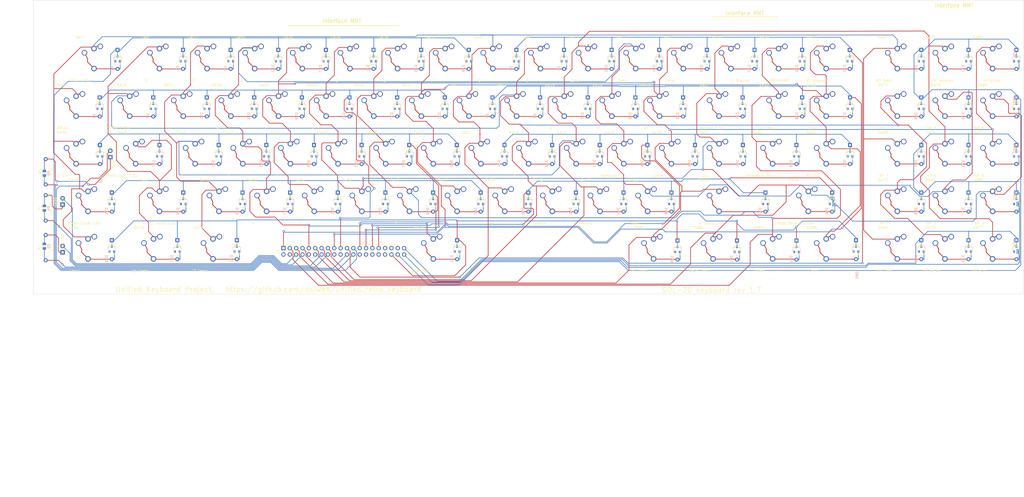
<source format=kicad_pcb>
(kicad_pcb (version 20171130) (host pcbnew "(5.1.8-0-10_14)")
  (title_block (title "Unified Retro Keyboard") (date 2020-08-17) (rev 1.7) (company OSIWeb.org) (comment 1 "SOL keyboard matrix"))
  (layers (0 F.Cu signal) (31 B.Cu signal) (34 B.Paste user) (35 F.Paste user) (36 B.SilkS user) (37 F.SilkS user) (38 B.Mask user) (39 F.Mask user) (44 Edge.Cuts user))
  (net 0 "")
  (net 1 /Row3)
  (net 2 /Row0)
  (net 3 /Row1)
  (net 4 "Net-(D5-Pad2)")
  (net 5 "Net-(D7-Pad2)")
  (net 6 "Net-(D8-Pad2)")
  (net 7 "Net-(D9-Pad2)")
  (net 8 "Net-(D10-Pad2)")
  (net 9 "Net-(D11-Pad2)")
  (net 10 "Net-(D12-Pad2)")
  (net 11 "Net-(D13-Pad2)")
  (net 12 "Net-(D14-Pad2)")
  (net 13 "Net-(D15-Pad2)")
  (net 14 "Net-(D16-Pad2)")
  (net 15 "Net-(D18-Pad2)")
  (net 16 "Net-(D19-Pad2)")
  (net 17 "Net-(D20-Pad2)")
  (net 18 "Net-(D22-Pad2)")
  (net 19 "Net-(D23-Pad2)")
  (net 20 "Net-(D24-Pad2)")
  (net 21 "Net-(D25-Pad2)")
  (net 22 "Net-(D26-Pad2)")
  (net 23 "Net-(D27-Pad2)")
  (net 24 "Net-(D28-Pad2)")
  (net 25 "Net-(D29-Pad2)")
  (net 26 "Net-(D30-Pad2)")
  (net 27 "Net-(D31-Pad2)")
  (net 28 "Net-(D32-Pad2)")
  (net 29 "Net-(D34-Pad2)")
  (net 30 "Net-(D36-Pad2)")
  (net 31 /Row4)
  (net 32 /Row5)
  (net 33 /Row7)
  (net 34 "Net-(D41-Pad2)")
  (net 35 "Net-(D42-Pad2)")
  (net 36 "Net-(D43-Pad2)")
  (net 37 "Net-(D45-Pad2)")
  (net 38 "Net-(D46-Pad2)")
  (net 39 "Net-(D47-Pad2)")
  (net 40 "Net-(D48-Pad2)")
  (net 41 "Net-(D49-Pad2)")
  (net 42 "Net-(D50-Pad2)")
  (net 43 "Net-(D51-Pad2)")
  (net 44 "Net-(D52-Pad2)")
  (net 45 "Net-(D53-Pad2)")
  (net 46 "Net-(D54-Pad2)")
  (net 47 "Net-(D55-Pad2)")
  (net 48 "Net-(D56-Pad2)")
  (net 49 "Net-(D57-Pad2)")
  (net 50 "Net-(D58-Pad2)")
  (net 51 "Net-(D59-Pad2)")
  (net 52 "Net-(D60-Pad2)")
  (net 53 "Net-(D61-Pad2)")
  (net 54 /Col0)
  (net 55 /Col1)
  (net 56 /Col2)
  (net 57 /Col3)
  (net 58 /Col4)
  (net 59 /Col5)
  (net 60 /Col6)
  (net 61 /Col7)
  (net 62 /Row6)
  (net 63 /Row2)
  (net 64 "Net-(D2-Pad2)")
  (net 65 "Net-(D3-Pad2)")
  (net 66 "Net-(D4-Pad2)")
  (net 67 "Net-(D6-Pad2)")
  (net 68 "Net-(D17-Pad2)")
  (net 69 "Net-(D21-Pad2)")
  (net 70 "Net-(D37-Pad2)")
  (net 71 "Net-(D38-Pad2)")
  (net 72 "Net-(D39-Pad2)")
  (net 73 "Net-(D40-Pad2)")
  (net 74 "Net-(D44-Pad2)")
  (net 75 "Net-(J1-Pad10)")
  (net 76 "Net-(J1-Pad12)")
  (net 77 "Net-(J1-Pad18)")
  (net 78 "Net-(J1-Pad20)")
  (net 79 "Net-(J1-Pad26)")
  (net 80 "Net-(J1-Pad28)")
  (net 81 "Net-(J1-Pad30)")
  (net 82 "Net-(J1-Pad32)")
  (net 83 "Net-(J1-Pad2)")
  (net 84 "Net-(J1-Pad4)")
  (net 85 "Net-(D1-Pad2)")
  (net 86 "Net-(D33-Pad2)")
  (net 87 "Net-(D35-Pad2)")
  (net 88 "Net-(D62-Pad2)")
  (net 89 "Net-(D63-Pad2)")
  (net 90 "Net-(D64-Pad2)")
  (net 91 "Net-(D65-Pad2)")
  (net 92 "Net-(D66-Pad2)")
  (net 93 "Net-(D67-Pad2)")
  (net 94 "Net-(D68-Pad2)")
  (net 95 "Net-(D69-Pad2)")
  (net 96 "Net-(D70-Pad2)")
  (net 97 "Net-(D71-Pad2)")
  (net 98 "Net-(D72-Pad2)")
  (net 99 "Net-(D73-Pad2)")
  (net 100 "Net-(D74-Pad2)")
  (net 101 "Net-(D75-Pad2)")
  (net 102 "Net-(D76-Pad2)")
  (net 103 "Net-(D77-Pad2)")
  (net 104 "Net-(D78-Pad2)")
  (net 105 "Net-(D79-Pad2)")
  (net 106 "Net-(D80-Pad2)")
  (net 107 "Net-(D81-Pad2)")
  (net 108 "Net-(D82-Pad2)")
  (net 109 "Net-(D83-Pad2)")
  (net 110 "Net-(D84-Pad2)")
  (net 111 "Net-(D85-Pad2)")
  (net 112 /Row11)
  (net 113 /Row12)
  (net 114 /Row10)
  (net 115 /Row9)
  (net 116 "Net-(J1-Pad8)")
  (net 117 "Net-(J1-Pad16)")
  (net 118 "Net-(J1-Pad24)")
  (net 119 "Net-(J1-Pad6)")
  (net 120 "Net-(J1-Pad14)")
  (net 121 "Net-(J1-Pad22)")
  (net 122 "Net-(LED1-Pad1)")
  (net 123 "Net-(LED2-Pad1)")
  (net 124 "Net-(LED3-Pad1)")
  (net 125 "Net-(J1-Pad33)")
  (net 126 "Net-(J1-Pad34)")
  (net 127 "Net-(J1-Pad35)")
  (net 128 "Net-(J1-Pad37)")
  (module Resistor_SMD:R_0805_2012Metric (layer B.Cu) (at 95.885 176.403 90)
    (fp_text reference R6 (at 0 1.65 270) (layer B.SilkS) (effects (justify mirror)))
    (fp_text value 470)
    (pad 2 smd roundrect (at 0.9125 0 90) (size 1.025 1.4) (layers B.Cu B.Paste B.Mask) (roundrect_rratio 0.243902) (net 124 "Net-(LED3-Pad1)"))
    (pad 1 smd roundrect (at -0.9125 0 90) (size 1.025 1.4) (layers B.Cu B.Paste B.Mask) (roundrect_rratio 0.243902) (net 118 "Net-(J1-Pad24)"))
  )
  (module Resistor_SMD:R_0805_2012Metric (layer B.Cu) (at 95.885 205.613 90)
    (fp_text reference R5 (at 0 1.65 270) (layer B.SilkS) (effects (justify mirror)))
    (fp_text value 470)
    (pad 2 smd roundrect (at 0.9125 0 90) (size 1.025 1.4) (layers B.Cu B.Paste B.Mask) (roundrect_rratio 0.243902) (net 123 "Net-(LED2-Pad1)"))
    (pad 1 smd roundrect (at -0.9125 0 90) (size 1.025 1.4) (layers B.Cu B.Paste B.Mask) (roundrect_rratio 0.243902) (net 117 "Net-(J1-Pad16)"))
  )
  (module Resistor_SMD:R_0805_2012Metric (layer B.Cu) (at 95.885 190.373 90)
    (fp_text reference R4 (at 0 1.65 270) (layer B.SilkS) (effects (justify mirror)))
    (fp_text value 470)
    (pad 2 smd roundrect (at 0.9125 0 90) (size 1.025 1.4) (layers B.Cu B.Paste B.Mask) (roundrect_rratio 0.243902) (net 122 "Net-(LED1-Pad1)"))
    (pad 1 smd roundrect (at -0.9125 0 90) (size 1.025 1.4) (layers B.Cu B.Paste B.Mask) (roundrect_rratio 0.243902) (net 116 "Net-(J1-Pad8)"))
  )
  (module unikbd:diode-combined (layer B.Cu) (at 237.000626 149.606 270)
    (fp_text reference D27 (at 3.81 2.12 270) (layer B.SilkS) (effects (justify mirror)))
    (fp_text value 1N4148)
    (fp_poly (pts (xy -1.2192 0.0762) (xy -3.048 0.0762) (xy -3.048 -0.0762) (xy -1.2192 -0.0762)) (layer B.Cu) (width 0.1))
    (fp_poly (pts (xy 4.1656 -0.5334) (xy 4.0132 -0.5334) (xy 4.0132 -0.9906) (xy 1.2192 -0.9906) (xy 1.2192 -1.143) (xy 4.1656 -1.143)) (layer B.Cu) (width 0.1))
    (pad 2 thru_hole oval (at 4.064 0 270) (size 1.6 1.6) (drill 0.8) (layers *.Cu *.Mask) (net 23 "Net-(D27-Pad2)"))
    (pad 1 thru_hole rect (at -3.556 0 270) (size 1.6 1.6) (drill 0.8) (layers *.Cu *.Mask) (net 62 /Row6))
    (pad 4 smd rect (at -1 0 90) (size 0.9 0.8) (layers B.Cu B.Paste B.Mask))
    (pad "" smd rect (at 1 0.95 90) (size 0.9 0.8) (layers B.Cu B.Paste B.Mask))
    (pad 3 smd rect (at 1 -0.95 90) (size 0.9 0.8) (layers B.Cu B.Paste B.Mask))
  )
  (module unikbd:diode-combined (layer B.Cu) (at 420.52113 206.756 270)
    (fp_text reference D85 (at 10.4394 -0.43053 270) (layer B.SilkS) (effects (justify mirror)))
    (fp_text value 1N4148)
    (fp_poly (pts (xy -1.2192 0.0762) (xy -3.048 0.0762) (xy -3.048 -0.0762) (xy -1.2192 -0.0762)) (layer B.Cu) (width 0.1))
    (fp_poly (pts (xy 4.1656 -0.5334) (xy 4.0132 -0.5334) (xy 4.0132 -0.9906) (xy 1.2192 -0.9906) (xy 1.2192 -1.143) (xy 4.1656 -1.143)) (layer B.Cu) (width 0.1))
    (pad 2 thru_hole oval (at 4.064 0 270) (size 1.6 1.6) (drill 0.8) (layers *.Cu *.Mask) (net 111 "Net-(D85-Pad2)"))
    (pad 1 thru_hole rect (at -3.556 0 270) (size 1.6 1.6) (drill 0.8) (layers *.Cu *.Mask) (net 115 /Row9))
    (pad 4 smd rect (at -1 0 90) (size 0.9 0.8) (layers B.Cu B.Paste B.Mask))
    (pad "" smd rect (at 1 0.95 90) (size 0.9 0.8) (layers B.Cu B.Paste B.Mask))
    (pad 3 smd rect (at 1 -0.95 90) (size 0.9 0.8) (layers B.Cu B.Paste B.Mask))
  )
  (module unikbd:diode-combined (layer B.Cu) (at 396.73403 206.9084 270)
    (fp_text reference D84 (at 3.81 2.12 270) (layer B.SilkS) (effects (justify mirror)))
    (fp_text value 1N4148)
    (fp_poly (pts (xy -1.2192 0.0762) (xy -3.048 0.0762) (xy -3.048 -0.0762) (xy -1.2192 -0.0762)) (layer B.Cu) (width 0.1))
    (fp_poly (pts (xy 4.1656 -0.5334) (xy 4.0132 -0.5334) (xy 4.0132 -0.9906) (xy 1.2192 -0.9906) (xy 1.2192 -1.143) (xy 4.1656 -1.143)) (layer B.Cu) (width 0.1))
    (pad 2 thru_hole oval (at 4.064 0 270) (size 1.6 1.6) (drill 0.8) (layers *.Cu *.Mask) (net 110 "Net-(D84-Pad2)"))
    (pad 1 thru_hole rect (at -3.556 0 270) (size 1.6 1.6) (drill 0.8) (layers *.Cu *.Mask) (net 115 /Row9))
    (pad 4 smd rect (at -1 0 90) (size 0.9 0.8) (layers B.Cu B.Paste B.Mask))
    (pad "" smd rect (at 1 0.95 90) (size 0.9 0.8) (layers B.Cu B.Paste B.Mask))
    (pad 3 smd rect (at 1 -0.95 90) (size 0.9 0.8) (layers B.Cu B.Paste B.Mask))
  )
  (module unikbd:diode-combined (layer B.Cu) (at 484.68788 187.706 270)
    (fp_text reference D83 (at -2.5654 0.60452 270) (layer B.SilkS) (effects (justify mirror)))
    (fp_text value 1N4148)
    (fp_poly (pts (xy -1.2192 0.0762) (xy -3.048 0.0762) (xy -3.048 -0.0762) (xy -1.2192 -0.0762)) (layer B.Cu) (width 0.1))
    (fp_poly (pts (xy 4.1656 -0.5334) (xy 4.0132 -0.5334) (xy 4.0132 -0.9906) (xy 1.2192 -0.9906) (xy 1.2192 -1.143) (xy 4.1656 -1.143)) (layer B.Cu) (width 0.1))
    (pad 2 thru_hole oval (at 4.064 0 270) (size 1.6 1.6) (drill 0.8) (layers *.Cu *.Mask) (net 109 "Net-(D83-Pad2)"))
    (pad 1 thru_hole rect (at -3.556 0 270) (size 1.6 1.6) (drill 0.8) (layers *.Cu *.Mask) (net 112 /Row11))
    (pad 4 smd rect (at -1 0 90) (size 0.9 0.8) (layers B.Cu B.Paste B.Mask))
    (pad "" smd rect (at 1 0.95 90) (size 0.9 0.8) (layers B.Cu B.Paste B.Mask))
    (pad 3 smd rect (at 1 -0.95 90) (size 0.9 0.8) (layers B.Cu B.Paste B.Mask))
  )
  (module unikbd:diode-combined (layer B.Cu) (at 484.68788 149.606 270)
    (fp_text reference D82 (at -2.7178 0.68072 270) (layer B.SilkS) (effects (justify mirror)))
    (fp_text value 1N4148)
    (fp_poly (pts (xy -1.2192 0.0762) (xy -3.048 0.0762) (xy -3.048 -0.0762) (xy -1.2192 -0.0762)) (layer B.Cu) (width 0.1))
    (fp_poly (pts (xy 4.1656 -0.5334) (xy 4.0132 -0.5334) (xy 4.0132 -0.9906) (xy 1.2192 -0.9906) (xy 1.2192 -1.143) (xy 4.1656 -1.143)) (layer B.Cu) (width 0.1))
    (pad 2 thru_hole oval (at 4.064 0 270) (size 1.6 1.6) (drill 0.8) (layers *.Cu *.Mask) (net 108 "Net-(D82-Pad2)"))
    (pad 1 thru_hole rect (at -3.556 0 270) (size 1.6 1.6) (drill 0.8) (layers *.Cu *.Mask) (net 114 /Row10))
    (pad 4 smd rect (at -1 0 90) (size 0.9 0.8) (layers B.Cu B.Paste B.Mask))
    (pad "" smd rect (at 1 0.95 90) (size 0.9 0.8) (layers B.Cu B.Paste B.Mask))
    (pad 3 smd rect (at 1 -0.95 90) (size 0.9 0.8) (layers B.Cu B.Paste B.Mask))
  )
  (module unikbd:diode-combined (layer B.Cu) (at 372.92153 206.9084 270)
    (fp_text reference D81 (at 3.81 2.12 270) (layer B.SilkS) (effects (justify mirror)))
    (fp_text value 1N4148)
    (fp_poly (pts (xy -1.2192 0.0762) (xy -3.048 0.0762) (xy -3.048 -0.0762) (xy -1.2192 -0.0762)) (layer B.Cu) (width 0.1))
    (fp_poly (pts (xy 4.1656 -0.5334) (xy 4.0132 -0.5334) (xy 4.0132 -0.9906) (xy 1.2192 -0.9906) (xy 1.2192 -1.143) (xy 4.1656 -1.143)) (layer B.Cu) (width 0.1))
    (pad 2 thru_hole oval (at 4.064 0 270) (size 1.6 1.6) (drill 0.8) (layers *.Cu *.Mask) (net 107 "Net-(D81-Pad2)"))
    (pad 1 thru_hole rect (at -3.556 0 270) (size 1.6 1.6) (drill 0.8) (layers *.Cu *.Mask) (net 115 /Row9))
    (pad 4 smd rect (at -1 0 90) (size 0.9 0.8) (layers B.Cu B.Paste B.Mask))
    (pad "" smd rect (at 1 0.95 90) (size 0.9 0.8) (layers B.Cu B.Paste B.Mask))
    (pad 3 smd rect (at 1 -0.95 90) (size 0.9 0.8) (layers B.Cu B.Paste B.Mask))
  )
  (module unikbd:diode-combined (layer B.Cu) (at 484.68788 168.656 270)
    (fp_text reference D80 (at -2.794 0.62992 270) (layer B.SilkS) (effects (justify mirror)))
    (fp_text value 1N4148)
    (fp_poly (pts (xy -1.2192 0.0762) (xy -3.048 0.0762) (xy -3.048 -0.0762) (xy -1.2192 -0.0762)) (layer B.Cu) (width 0.1))
    (fp_poly (pts (xy 4.1656 -0.5334) (xy 4.0132 -0.5334) (xy 4.0132 -0.9906) (xy 1.2192 -0.9906) (xy 1.2192 -1.143) (xy 4.1656 -1.143)) (layer B.Cu) (width 0.1))
    (pad 2 thru_hole oval (at 4.064 0 270) (size 1.6 1.6) (drill 0.8) (layers *.Cu *.Mask) (net 106 "Net-(D80-Pad2)"))
    (pad 1 thru_hole rect (at -3.556 0 270) (size 1.6 1.6) (drill 0.8) (layers *.Cu *.Mask) (net 112 /Row11))
    (pad 4 smd rect (at -1 0 90) (size 0.9 0.8) (layers B.Cu B.Paste B.Mask))
    (pad "" smd rect (at 1 0.95 90) (size 0.9 0.8) (layers B.Cu B.Paste B.Mask))
    (pad 3 smd rect (at 1 -0.95 90) (size 0.9 0.8) (layers B.Cu B.Paste B.Mask))
  )
  (module unikbd:diode-combined (layer B.Cu) (at 484.68788 130.556 270)
    (fp_text reference D79 (at -2.5654 0.68072 270) (layer B.SilkS) (effects (justify mirror)))
    (fp_text value 1N4148)
    (fp_poly (pts (xy -1.2192 0.0762) (xy -3.048 0.0762) (xy -3.048 -0.0762) (xy -1.2192 -0.0762)) (layer B.Cu) (width 0.1))
    (fp_poly (pts (xy 4.1656 -0.5334) (xy 4.0132 -0.5334) (xy 4.0132 -0.9906) (xy 1.2192 -0.9906) (xy 1.2192 -1.143) (xy 4.1656 -1.143)) (layer B.Cu) (width 0.1))
    (pad 2 thru_hole oval (at 4.064 0 270) (size 1.6 1.6) (drill 0.8) (layers *.Cu *.Mask) (net 105 "Net-(D79-Pad2)"))
    (pad 1 thru_hole rect (at -3.556 0 270) (size 1.6 1.6) (drill 0.8) (layers *.Cu *.Mask) (net 114 /Row10))
    (pad 4 smd rect (at -1 0 90) (size 0.9 0.8) (layers B.Cu B.Paste B.Mask))
    (pad "" smd rect (at 1 0.95 90) (size 0.9 0.8) (layers B.Cu B.Paste B.Mask))
    (pad 3 smd rect (at 1 -0.95 90) (size 0.9 0.8) (layers B.Cu B.Paste B.Mask))
  )
  (module unikbd:diode-combined (layer B.Cu) (at 349.10903 206.9084 270)
    (fp_text reference D78 (at 3.81 2.12 270) (layer B.SilkS) (effects (justify mirror)))
    (fp_text value 1N4148)
    (fp_poly (pts (xy -1.2192 0.0762) (xy -3.048 0.0762) (xy -3.048 -0.0762) (xy -1.2192 -0.0762)) (layer B.Cu) (width 0.1))
    (fp_poly (pts (xy 4.1656 -0.5334) (xy 4.0132 -0.5334) (xy 4.0132 -0.9906) (xy 1.2192 -0.9906) (xy 1.2192 -1.143) (xy 4.1656 -1.143)) (layer B.Cu) (width 0.1))
    (pad 2 thru_hole oval (at 4.064 0 270) (size 1.6 1.6) (drill 0.8) (layers *.Cu *.Mask) (net 104 "Net-(D78-Pad2)"))
    (pad 1 thru_hole rect (at -3.556 0 270) (size 1.6 1.6) (drill 0.8) (layers *.Cu *.Mask) (net 115 /Row9))
    (pad 4 smd rect (at -1 0 90) (size 0.9 0.8) (layers B.Cu B.Paste B.Mask))
    (pad "" smd rect (at 1 0.95 90) (size 0.9 0.8) (layers B.Cu B.Paste B.Mask))
    (pad 3 smd rect (at 1 -0.95 90) (size 0.9 0.8) (layers B.Cu B.Paste B.Mask))
  )
  (module unikbd:diode-combined (layer B.Cu) (at 465.53628 187.706 270)
    (fp_text reference D77 (at 3.81 2.12 270) (layer B.SilkS) (effects (justify mirror)))
    (fp_text value 1N4148)
    (fp_poly (pts (xy -1.2192 0.0762) (xy -3.048 0.0762) (xy -3.048 -0.0762) (xy -1.2192 -0.0762)) (layer B.Cu) (width 0.1))
    (fp_poly (pts (xy 4.1656 -0.5334) (xy 4.0132 -0.5334) (xy 4.0132 -0.9906) (xy 1.2192 -0.9906) (xy 1.2192 -1.143) (xy 4.1656 -1.143)) (layer B.Cu) (width 0.1))
    (pad 2 thru_hole oval (at 4.064 0 270) (size 1.6 1.6) (drill 0.8) (layers *.Cu *.Mask) (net 103 "Net-(D77-Pad2)"))
    (pad 1 thru_hole rect (at -3.556 0 270) (size 1.6 1.6) (drill 0.8) (layers *.Cu *.Mask) (net 112 /Row11))
    (pad 4 smd rect (at -1 0 90) (size 0.9 0.8) (layers B.Cu B.Paste B.Mask))
    (pad "" smd rect (at 1 0.95 90) (size 0.9 0.8) (layers B.Cu B.Paste B.Mask))
    (pad 3 smd rect (at 1 -0.95 90) (size 0.9 0.8) (layers B.Cu B.Paste B.Mask))
  )
  (module unikbd:diode-combined (layer B.Cu) (at 465.53628 149.606 270)
    (fp_text reference D76 (at 3.81 2.12 270) (layer B.SilkS) (effects (justify mirror)))
    (fp_text value 1N4148)
    (fp_poly (pts (xy -1.2192 0.0762) (xy -3.048 0.0762) (xy -3.048 -0.0762) (xy -1.2192 -0.0762)) (layer B.Cu) (width 0.1))
    (fp_poly (pts (xy 4.1656 -0.5334) (xy 4.0132 -0.5334) (xy 4.0132 -0.9906) (xy 1.2192 -0.9906) (xy 1.2192 -1.143) (xy 4.1656 -1.143)) (layer B.Cu) (width 0.1))
    (pad 2 thru_hole oval (at 4.064 0 270) (size 1.6 1.6) (drill 0.8) (layers *.Cu *.Mask) (net 102 "Net-(D76-Pad2)"))
    (pad 1 thru_hole rect (at -3.556 0 270) (size 1.6 1.6) (drill 0.8) (layers *.Cu *.Mask) (net 114 /Row10))
    (pad 4 smd rect (at -1 0 90) (size 0.9 0.8) (layers B.Cu B.Paste B.Mask))
    (pad "" smd rect (at 1 0.95 90) (size 0.9 0.8) (layers B.Cu B.Paste B.Mask))
    (pad 3 smd rect (at 1 -0.95 90) (size 0.9 0.8) (layers B.Cu B.Paste B.Mask))
  )
  (module unikbd:diode-combined (layer B.Cu) (at 260.97738 206.756 270)
    (fp_text reference D75 (at 3.81 2.12 270) (layer B.SilkS) (effects (justify mirror)))
    (fp_text value 1N4148 hide)
    (fp_poly (pts (xy -1.2192 0.0762) (xy -3.048 0.0762) (xy -3.048 -0.0762) (xy -1.2192 -0.0762)) (layer B.Cu) (width 0.1))
    (fp_poly (pts (xy 4.1656 -0.5334) (xy 4.0132 -0.5334) (xy 4.0132 -0.9906) (xy 1.2192 -0.9906) (xy 1.2192 -1.143) (xy 4.1656 -1.143)) (layer B.Cu) (width 0.1))
    (pad 2 thru_hole oval (at 4.064 0 270) (size 1.6 1.6) (drill 0.8) (layers *.Cu *.Mask) (net 101 "Net-(D75-Pad2)"))
    (pad 1 thru_hole rect (at -3.556 0 270) (size 1.6 1.6) (drill 0.8) (layers *.Cu *.Mask) (net 115 /Row9))
    (pad 4 smd rect (at -1 0 90) (size 0.9 0.8) (layers B.Cu B.Paste B.Mask))
    (pad "" smd rect (at 1 0.95 90) (size 0.9 0.8) (layers B.Cu B.Paste B.Mask))
    (pad 3 smd rect (at 1 -0.95 90) (size 0.9 0.8) (layers B.Cu B.Paste B.Mask))
  )
  (module unikbd:diode-combined (layer B.Cu) (at 484.68788 206.756 270)
    (fp_text reference D74 (at -2.6162 0.68072 270) (layer B.SilkS) (effects (justify mirror)))
    (fp_text value 1N4148)
    (fp_poly (pts (xy -1.2192 0.0762) (xy -3.048 0.0762) (xy -3.048 -0.0762) (xy -1.2192 -0.0762)) (layer B.Cu) (width 0.1))
    (fp_poly (pts (xy 4.1656 -0.5334) (xy 4.0132 -0.5334) (xy 4.0132 -0.9906) (xy 1.2192 -0.9906) (xy 1.2192 -1.143) (xy 4.1656 -1.143)) (layer B.Cu) (width 0.1))
    (pad 2 thru_hole oval (at 4.064 0 270) (size 1.6 1.6) (drill 0.8) (layers *.Cu *.Mask) (net 100 "Net-(D74-Pad2)"))
    (pad 1 thru_hole rect (at -3.556 0 270) (size 1.6 1.6) (drill 0.8) (layers *.Cu *.Mask) (net 113 /Row12))
    (pad 4 smd rect (at -1 0 90) (size 0.9 0.8) (layers B.Cu B.Paste B.Mask))
    (pad "" smd rect (at 1 0.95 90) (size 0.9 0.8) (layers B.Cu B.Paste B.Mask))
    (pad 3 smd rect (at 1 -0.95 90) (size 0.9 0.8) (layers B.Cu B.Paste B.Mask))
  )
  (module unikbd:diode-combined (layer B.Cu) (at 465.53628 168.656 270)
    (fp_text reference D73 (at 3.81 2.12 270) (layer B.SilkS) (effects (justify mirror)))
    (fp_text value 1N4148)
    (fp_poly (pts (xy -1.2192 0.0762) (xy -3.048 0.0762) (xy -3.048 -0.0762) (xy -1.2192 -0.0762)) (layer B.Cu) (width 0.1))
    (fp_poly (pts (xy 4.1656 -0.5334) (xy 4.0132 -0.5334) (xy 4.0132 -0.9906) (xy 1.2192 -0.9906) (xy 1.2192 -1.143) (xy 4.1656 -1.143)) (layer B.Cu) (width 0.1))
    (pad 2 thru_hole oval (at 4.064 0 270) (size 1.6 1.6) (drill 0.8) (layers *.Cu *.Mask) (net 99 "Net-(D73-Pad2)"))
    (pad 1 thru_hole rect (at -3.556 0 270) (size 1.6 1.6) (drill 0.8) (layers *.Cu *.Mask) (net 112 /Row11))
    (pad 4 smd rect (at -1 0 90) (size 0.9 0.8) (layers B.Cu B.Paste B.Mask))
    (pad "" smd rect (at 1 0.95 90) (size 0.9 0.8) (layers B.Cu B.Paste B.Mask))
    (pad 3 smd rect (at 1 -0.95 90) (size 0.9 0.8) (layers B.Cu B.Paste B.Mask))
  )
  (module unikbd:diode-combined (layer B.Cu) (at 465.53628 130.556 270)
    (fp_text reference D72 (at 3.81 2.12 270) (layer B.SilkS) (effects (justify mirror)))
    (fp_text value 1N4148)
    (fp_poly (pts (xy -1.2192 0.0762) (xy -3.048 0.0762) (xy -3.048 -0.0762) (xy -1.2192 -0.0762)) (layer B.Cu) (width 0.1))
    (fp_poly (pts (xy 4.1656 -0.5334) (xy 4.0132 -0.5334) (xy 4.0132 -0.9906) (xy 1.2192 -0.9906) (xy 1.2192 -1.143) (xy 4.1656 -1.143)) (layer B.Cu) (width 0.1))
    (pad 2 thru_hole oval (at 4.064 0 270) (size 1.6 1.6) (drill 0.8) (layers *.Cu *.Mask) (net 98 "Net-(D72-Pad2)"))
    (pad 1 thru_hole rect (at -3.556 0 270) (size 1.6 1.6) (drill 0.8) (layers *.Cu *.Mask) (net 114 /Row10))
    (pad 4 smd rect (at -1 0 90) (size 0.9 0.8) (layers B.Cu B.Paste B.Mask))
    (pad "" smd rect (at 1 0.95 90) (size 0.9 0.8) (layers B.Cu B.Paste B.Mask))
    (pad 3 smd rect (at 1 -0.95 90) (size 0.9 0.8) (layers B.Cu B.Paste B.Mask))
  )
  (module unikbd:diode-combined (layer B.Cu) (at 172.87113 206.756 270)
    (fp_text reference D71 (at 3.81 2.12 270) (layer B.SilkS) (effects (justify mirror)))
    (fp_text value 1N4148)
    (fp_poly (pts (xy -1.2192 0.0762) (xy -3.048 0.0762) (xy -3.048 -0.0762) (xy -1.2192 -0.0762)) (layer B.Cu) (width 0.1))
    (fp_poly (pts (xy 4.1656 -0.5334) (xy 4.0132 -0.5334) (xy 4.0132 -0.9906) (xy 1.2192 -0.9906) (xy 1.2192 -1.143) (xy 4.1656 -1.143)) (layer B.Cu) (width 0.1))
    (pad 2 thru_hole oval (at 4.064 0 270) (size 1.6 1.6) (drill 0.8) (layers *.Cu *.Mask) (net 97 "Net-(D71-Pad2)"))
    (pad 1 thru_hole rect (at -3.556 0 270) (size 1.6 1.6) (drill 0.8) (layers *.Cu *.Mask) (net 115 /Row9))
    (pad 4 smd rect (at -1 0 90) (size 0.9 0.8) (layers B.Cu B.Paste B.Mask))
    (pad "" smd rect (at 1 0.95 90) (size 0.9 0.8) (layers B.Cu B.Paste B.Mask))
    (pad 3 smd rect (at 1 -0.95 90) (size 0.9 0.8) (layers B.Cu B.Paste B.Mask))
  )
  (module unikbd:diode-combined (layer B.Cu) (at 465.53628 206.756 270)
    (fp_text reference D70 (at 3.81 2.12 270) (layer B.SilkS) (effects (justify mirror)))
    (fp_text value 1N4148)
    (fp_poly (pts (xy -1.2192 0.0762) (xy -3.048 0.0762) (xy -3.048 -0.0762) (xy -1.2192 -0.0762)) (layer B.Cu) (width 0.1))
    (fp_poly (pts (xy 4.1656 -0.5334) (xy 4.0132 -0.5334) (xy 4.0132 -0.9906) (xy 1.2192 -0.9906) (xy 1.2192 -1.143) (xy 4.1656 -1.143)) (layer B.Cu) (width 0.1))
    (pad 2 thru_hole oval (at 4.064 0 270) (size 1.6 1.6) (drill 0.8) (layers *.Cu *.Mask) (net 96 "Net-(D70-Pad2)"))
    (pad 1 thru_hole rect (at -3.556 0 270) (size 1.6 1.6) (drill 0.8) (layers *.Cu *.Mask) (net 113 /Row12))
    (pad 4 smd rect (at -1 0 90) (size 0.9 0.8) (layers B.Cu B.Paste B.Mask))
    (pad "" smd rect (at 1 0.95 90) (size 0.9 0.8) (layers B.Cu B.Paste B.Mask))
    (pad 3 smd rect (at 1 -0.95 90) (size 0.9 0.8) (layers B.Cu B.Paste B.Mask))
  )
  (module unikbd:diode-combined (layer B.Cu) (at 446.6463 187.706 270)
    (fp_text reference D69 (at 3.81 2.12 270) (layer B.SilkS) (effects (justify mirror)))
    (fp_text value 1N4148)
    (fp_poly (pts (xy -1.2192 0.0762) (xy -3.048 0.0762) (xy -3.048 -0.0762) (xy -1.2192 -0.0762)) (layer B.Cu) (width 0.1))
    (fp_poly (pts (xy 4.1656 -0.5334) (xy 4.0132 -0.5334) (xy 4.0132 -0.9906) (xy 1.2192 -0.9906) (xy 1.2192 -1.143) (xy 4.1656 -1.143)) (layer B.Cu) (width 0.1))
    (pad 2 thru_hole oval (at 4.064 0 270) (size 1.6 1.6) (drill 0.8) (layers *.Cu *.Mask) (net 95 "Net-(D69-Pad2)"))
    (pad 1 thru_hole rect (at -3.556 0 270) (size 1.6 1.6) (drill 0.8) (layers *.Cu *.Mask) (net 112 /Row11))
    (pad 4 smd rect (at -1 0 90) (size 0.9 0.8) (layers B.Cu B.Paste B.Mask))
    (pad "" smd rect (at 1 0.95 90) (size 0.9 0.8) (layers B.Cu B.Paste B.Mask))
    (pad 3 smd rect (at 1 -0.95 90) (size 0.9 0.8) (layers B.Cu B.Paste B.Mask))
  )
  (module unikbd:diode-combined (layer B.Cu) (at 446.6463 149.606 270)
    (fp_text reference D68 (at 3.81 2.12 270) (layer B.SilkS) (effects (justify mirror)))
    (fp_text value 1N4148)
    (fp_poly (pts (xy -1.2192 0.0762) (xy -3.048 0.0762) (xy -3.048 -0.0762) (xy -1.2192 -0.0762)) (layer B.Cu) (width 0.1))
    (fp_poly (pts (xy 4.1656 -0.5334) (xy 4.0132 -0.5334) (xy 4.0132 -0.9906) (xy 1.2192 -0.9906) (xy 1.2192 -1.143) (xy 4.1656 -1.143)) (layer B.Cu) (width 0.1))
    (pad 2 thru_hole oval (at 4.064 0 270) (size 1.6 1.6) (drill 0.8) (layers *.Cu *.Mask) (net 94 "Net-(D68-Pad2)"))
    (pad 1 thru_hole rect (at -3.556 0 270) (size 1.6 1.6) (drill 0.8) (layers *.Cu *.Mask) (net 114 /Row10))
    (pad 4 smd rect (at -1 0 90) (size 0.9 0.8) (layers B.Cu B.Paste B.Mask))
    (pad "" smd rect (at 1 0.95 90) (size 0.9 0.8) (layers B.Cu B.Paste B.Mask))
    (pad 3 smd rect (at 1 -0.95 90) (size 0.9 0.8) (layers B.Cu B.Paste B.Mask))
  )
  (module unikbd:diode-combined (layer B.Cu) (at 149.05863 206.756 270)
    (fp_text reference D67 (at 3.81 2.12 270) (layer B.SilkS) (effects (justify mirror)))
    (fp_text value 1N4148)
    (fp_poly (pts (xy -1.2192 0.0762) (xy -3.048 0.0762) (xy -3.048 -0.0762) (xy -1.2192 -0.0762)) (layer B.Cu) (width 0.1))
    (fp_poly (pts (xy 4.1656 -0.5334) (xy 4.0132 -0.5334) (xy 4.0132 -0.9906) (xy 1.2192 -0.9906) (xy 1.2192 -1.143) (xy 4.1656 -1.143)) (layer B.Cu) (width 0.1))
    (pad 2 thru_hole oval (at 4.064 0 270) (size 1.6 1.6) (drill 0.8) (layers *.Cu *.Mask) (net 93 "Net-(D67-Pad2)"))
    (pad 1 thru_hole rect (at -3.556 0 270) (size 1.6 1.6) (drill 0.8) (layers *.Cu *.Mask) (net 115 /Row9))
    (pad 4 smd rect (at -1 0 90) (size 0.9 0.8) (layers B.Cu B.Paste B.Mask))
    (pad "" smd rect (at 1 0.95 90) (size 0.9 0.8) (layers B.Cu B.Paste B.Mask))
    (pad 3 smd rect (at 1 -0.95 90) (size 0.9 0.8) (layers B.Cu B.Paste B.Mask))
  )
  (module unikbd:diode-combined (layer B.Cu) (at 446.6463 206.756 270)
    (fp_text reference D66 (at 3.81 2.12 270) (layer B.SilkS) (effects (justify mirror)))
    (fp_text value 1N4148)
    (fp_poly (pts (xy -1.2192 0.0762) (xy -3.048 0.0762) (xy -3.048 -0.0762) (xy -1.2192 -0.0762)) (layer B.Cu) (width 0.1))
    (fp_poly (pts (xy 4.1656 -0.5334) (xy 4.0132 -0.5334) (xy 4.0132 -0.9906) (xy 1.2192 -0.9906) (xy 1.2192 -1.143) (xy 4.1656 -1.143)) (layer B.Cu) (width 0.1))
    (pad 2 thru_hole oval (at 4.064 0 270) (size 1.6 1.6) (drill 0.8) (layers *.Cu *.Mask) (net 92 "Net-(D66-Pad2)"))
    (pad 1 thru_hole rect (at -3.556 0 270) (size 1.6 1.6) (drill 0.8) (layers *.Cu *.Mask) (net 113 /Row12))
    (pad 4 smd rect (at -1 0 90) (size 0.9 0.8) (layers B.Cu B.Paste B.Mask))
    (pad "" smd rect (at 1 0.95 90) (size 0.9 0.8) (layers B.Cu B.Paste B.Mask))
    (pad 3 smd rect (at 1 -0.95 90) (size 0.9 0.8) (layers B.Cu B.Paste B.Mask))
  )
  (module unikbd:diode-combined (layer B.Cu) (at 446.6463 168.656 270)
    (fp_text reference D65 (at 3.81 2.12 270) (layer B.SilkS) (effects (justify mirror)))
    (fp_text value 1N4148)
    (fp_poly (pts (xy -1.2192 0.0762) (xy -3.048 0.0762) (xy -3.048 -0.0762) (xy -1.2192 -0.0762)) (layer B.Cu) (width 0.1))
    (fp_poly (pts (xy 4.1656 -0.5334) (xy 4.0132 -0.5334) (xy 4.0132 -0.9906) (xy 1.2192 -0.9906) (xy 1.2192 -1.143) (xy 4.1656 -1.143)) (layer B.Cu) (width 0.1))
    (pad 2 thru_hole oval (at 4.064 0 270) (size 1.6 1.6) (drill 0.8) (layers *.Cu *.Mask) (net 91 "Net-(D65-Pad2)"))
    (pad 1 thru_hole rect (at -3.556 0 270) (size 1.6 1.6) (drill 0.8) (layers *.Cu *.Mask) (net 112 /Row11))
    (pad 4 smd rect (at -1 0 90) (size 0.9 0.8) (layers B.Cu B.Paste B.Mask))
    (pad "" smd rect (at 1 0.95 90) (size 0.9 0.8) (layers B.Cu B.Paste B.Mask))
    (pad 3 smd rect (at 1 -0.95 90) (size 0.9 0.8) (layers B.Cu B.Paste B.Mask))
  )
  (module unikbd:diode-combined (layer B.Cu) (at 446.6463 130.556 270)
    (fp_text reference D64 (at 3.81 2.12 270) (layer B.SilkS) (effects (justify mirror)))
    (fp_text value 1N4148)
    (fp_poly (pts (xy -1.2192 0.0762) (xy -3.048 0.0762) (xy -3.048 -0.0762) (xy -1.2192 -0.0762)) (layer B.Cu) (width 0.1))
    (fp_poly (pts (xy 4.1656 -0.5334) (xy 4.0132 -0.5334) (xy 4.0132 -0.9906) (xy 1.2192 -0.9906) (xy 1.2192 -1.143) (xy 4.1656 -1.143)) (layer B.Cu) (width 0.1))
    (pad 2 thru_hole oval (at 4.064 0 270) (size 1.6 1.6) (drill 0.8) (layers *.Cu *.Mask) (net 90 "Net-(D64-Pad2)"))
    (pad 1 thru_hole rect (at -3.556 0 270) (size 1.6 1.6) (drill 0.8) (layers *.Cu *.Mask) (net 114 /Row10))
    (pad 4 smd rect (at -1 0 90) (size 0.9 0.8) (layers B.Cu B.Paste B.Mask))
    (pad "" smd rect (at 1 0.95 90) (size 0.9 0.8) (layers B.Cu B.Paste B.Mask))
    (pad 3 smd rect (at 1 -0.95 90) (size 0.9 0.8) (layers B.Cu B.Paste B.Mask))
  )
  (module unikbd:diode-combined (layer B.Cu) (at 122.86488 206.756 270)
    (fp_text reference D63 (at 3.81 2.12 270) (layer B.SilkS) (effects (justify mirror)))
    (fp_text value 1N4148)
    (fp_poly (pts (xy -1.2192 0.0762) (xy -3.048 0.0762) (xy -3.048 -0.0762) (xy -1.2192 -0.0762)) (layer B.Cu) (width 0.1))
    (fp_poly (pts (xy 4.1656 -0.5334) (xy 4.0132 -0.5334) (xy 4.0132 -0.9906) (xy 1.2192 -0.9906) (xy 1.2192 -1.143) (xy 4.1656 -1.143)) (layer B.Cu) (width 0.1))
    (pad 2 thru_hole oval (at 4.064 0 270) (size 1.6 1.6) (drill 0.8) (layers *.Cu *.Mask) (net 89 "Net-(D63-Pad2)"))
    (pad 1 thru_hole rect (at -3.556 0 270) (size 1.6 1.6) (drill 0.8) (layers *.Cu *.Mask) (net 115 /Row9))
    (pad 4 smd rect (at -1 0 90) (size 0.9 0.8) (layers B.Cu B.Paste B.Mask))
    (pad "" smd rect (at 1 0.95 90) (size 0.9 0.8) (layers B.Cu B.Paste B.Mask))
    (pad 3 smd rect (at 1 -0.95 90) (size 0.9 0.8) (layers B.Cu B.Paste B.Mask))
  )
  (module unikbd:diode-combined (layer B.Cu) (at 270.40078 187.706 270)
    (fp_text reference D62 (at 3.81 2.12 270) (layer B.SilkS) (effects (justify mirror)))
    (fp_text value 1N4148)
    (fp_poly (pts (xy -1.2192 0.0762) (xy -3.048 0.0762) (xy -3.048 -0.0762) (xy -1.2192 -0.0762)) (layer B.Cu) (width 0.1))
    (fp_poly (pts (xy 4.1656 -0.5334) (xy 4.0132 -0.5334) (xy 4.0132 -0.9906) (xy 1.2192 -0.9906) (xy 1.2192 -1.143) (xy 4.1656 -1.143)) (layer B.Cu) (width 0.1))
    (pad 2 thru_hole oval (at 4.064 0 270) (size 1.6 1.6) (drill 0.8) (layers *.Cu *.Mask) (net 88 "Net-(D62-Pad2)"))
    (pad 1 thru_hole rect (at -3.556 0 270) (size 1.6 1.6) (drill 0.8) (layers *.Cu *.Mask) (net 63 /Row2))
    (pad 4 smd rect (at -1 0 90) (size 0.9 0.8) (layers B.Cu B.Paste B.Mask))
    (pad "" smd rect (at 1 0.95 90) (size 0.9 0.8) (layers B.Cu B.Paste B.Mask))
    (pad 3 smd rect (at 1 -0.95 90) (size 0.9 0.8) (layers B.Cu B.Paste B.Mask))
  )
  (module unikbd:diode-combined (layer B.Cu) (at 418.13988 168.656 270)
    (fp_text reference D61 (at 3.81 2.12 270) (layer B.SilkS) (effects (justify mirror)))
    (fp_text value 1N4148)
    (fp_poly (pts (xy -1.2192 0.0762) (xy -3.048 0.0762) (xy -3.048 -0.0762) (xy -1.2192 -0.0762)) (layer B.Cu) (width 0.1))
    (fp_poly (pts (xy 4.1656 -0.5334) (xy 4.0132 -0.5334) (xy 4.0132 -0.9906) (xy 1.2192 -0.9906) (xy 1.2192 -1.143) (xy 4.1656 -1.143)) (layer B.Cu) (width 0.1))
    (pad 2 thru_hole oval (at 4.064 0 270) (size 1.6 1.6) (drill 0.8) (layers *.Cu *.Mask) (net 53 "Net-(D61-Pad2)"))
    (pad 1 thru_hole rect (at -3.556 0 270) (size 1.6 1.6) (drill 0.8) (layers *.Cu *.Mask) (net 3 /Row1))
    (pad 4 smd rect (at -1 0 90) (size 0.9 0.8) (layers B.Cu B.Paste B.Mask))
    (pad "" smd rect (at 1 0.95 90) (size 0.9 0.8) (layers B.Cu B.Paste B.Mask))
    (pad 3 smd rect (at 1 -0.95 90) (size 0.9 0.8) (layers B.Cu B.Paste B.Mask))
  )
  (module unikbd:diode-combined (layer B.Cu) (at 260.87578 168.656 270)
    (fp_text reference D60 (at 3.81 2.12 270) (layer B.SilkS) (effects (justify mirror)))
    (fp_text value 1N4148)
    (fp_poly (pts (xy -1.2192 0.0762) (xy -3.048 0.0762) (xy -3.048 -0.0762) (xy -1.2192 -0.0762)) (layer B.Cu) (width 0.1))
    (fp_poly (pts (xy 4.1656 -0.5334) (xy 4.0132 -0.5334) (xy 4.0132 -0.9906) (xy 1.2192 -0.9906) (xy 1.2192 -1.143) (xy 4.1656 -1.143)) (layer B.Cu) (width 0.1))
    (pad 2 thru_hole oval (at 4.064 0 270) (size 1.6 1.6) (drill 0.8) (layers *.Cu *.Mask) (net 52 "Net-(D60-Pad2)"))
    (pad 1 thru_hole rect (at -3.556 0 270) (size 1.6 1.6) (drill 0.8) (layers *.Cu *.Mask) (net 2 /Row0))
    (pad 4 smd rect (at -1 0 90) (size 0.9 0.8) (layers B.Cu B.Paste B.Mask))
    (pad "" smd rect (at 1 0.95 90) (size 0.9 0.8) (layers B.Cu B.Paste B.Mask))
    (pad 3 smd rect (at 1 -0.95 90) (size 0.9 0.8) (layers B.Cu B.Paste B.Mask))
  )
  (module unikbd:diode-combined (layer B.Cu) (at 251.35078 187.706 270)
    (fp_text reference D59 (at 3.81 2.06502 270) (layer B.SilkS) (effects (justify mirror)))
    (fp_text value 1N4148)
    (fp_poly (pts (xy -1.2192 0.0762) (xy -3.048 0.0762) (xy -3.048 -0.0762) (xy -1.2192 -0.0762)) (layer B.Cu) (width 0.1))
    (fp_poly (pts (xy 4.1656 -0.5334) (xy 4.0132 -0.5334) (xy 4.0132 -0.9906) (xy 1.2192 -0.9906) (xy 1.2192 -1.143) (xy 4.1656 -1.143)) (layer B.Cu) (width 0.1))
    (pad 2 thru_hole oval (at 4.064 0 270) (size 1.6 1.6) (drill 0.8) (layers *.Cu *.Mask) (net 51 "Net-(D59-Pad2)"))
    (pad 1 thru_hole rect (at -3.556 0 270) (size 1.6 1.6) (drill 0.8) (layers *.Cu *.Mask) (net 63 /Row2))
    (pad 4 smd rect (at -1 0 90) (size 0.9 0.8) (layers B.Cu B.Paste B.Mask))
    (pad "" smd rect (at 1 0.95 90) (size 0.9 0.8) (layers B.Cu B.Paste B.Mask))
    (pad 3 smd rect (at 1 -0.95 90) (size 0.9 0.8) (layers B.Cu B.Paste B.Mask))
  )
  (module unikbd:diode-combined (layer B.Cu) (at 396.70863 168.656 270)
    (fp_text reference D58 (at 3.81 2.12 270) (layer B.SilkS) (effects (justify mirror)))
    (fp_text value 1N4148)
    (fp_poly (pts (xy -1.2192 0.0762) (xy -3.048 0.0762) (xy -3.048 -0.0762) (xy -1.2192 -0.0762)) (layer B.Cu) (width 0.1))
    (fp_poly (pts (xy 4.1656 -0.5334) (xy 4.0132 -0.5334) (xy 4.0132 -0.9906) (xy 1.2192 -0.9906) (xy 1.2192 -1.143) (xy 4.1656 -1.143)) (layer B.Cu) (width 0.1))
    (pad 2 thru_hole oval (at 4.064 0 270) (size 1.6 1.6) (drill 0.8) (layers *.Cu *.Mask) (net 50 "Net-(D58-Pad2)"))
    (pad 1 thru_hole rect (at -3.556 0 270) (size 1.6 1.6) (drill 0.8) (layers *.Cu *.Mask) (net 3 /Row1))
    (pad 4 smd rect (at -1 0 90) (size 0.9 0.8) (layers B.Cu B.Paste B.Mask))
    (pad "" smd rect (at 1 0.95 90) (size 0.9 0.8) (layers B.Cu B.Paste B.Mask))
    (pad 3 smd rect (at 1 -0.95 90) (size 0.9 0.8) (layers B.Cu B.Paste B.Mask))
  )
  (module unikbd:diode-combined (layer B.Cu) (at 241.82578 168.656 270)
    (fp_text reference D57 (at 3.81 2.12 270) (layer B.SilkS) (effects (justify mirror)))
    (fp_text value 1N4148)
    (fp_poly (pts (xy -1.2192 0.0762) (xy -3.048 0.0762) (xy -3.048 -0.0762) (xy -1.2192 -0.0762)) (layer B.Cu) (width 0.1))
    (fp_poly (pts (xy 4.1656 -0.5334) (xy 4.0132 -0.5334) (xy 4.0132 -0.9906) (xy 1.2192 -0.9906) (xy 1.2192 -1.143) (xy 4.1656 -1.143)) (layer B.Cu) (width 0.1))
    (pad 2 thru_hole oval (at 4.064 0 270) (size 1.6 1.6) (drill 0.8) (layers *.Cu *.Mask) (net 49 "Net-(D57-Pad2)"))
    (pad 1 thru_hole rect (at -3.556 0 270) (size 1.6 1.6) (drill 0.8) (layers *.Cu *.Mask) (net 2 /Row0))
    (pad 4 smd rect (at -1 0 90) (size 0.9 0.8) (layers B.Cu B.Paste B.Mask))
    (pad "" smd rect (at 1 0.95 90) (size 0.9 0.8) (layers B.Cu B.Paste B.Mask))
    (pad 3 smd rect (at 1 -0.95 90) (size 0.9 0.8) (layers B.Cu B.Paste B.Mask))
  )
  (module unikbd:diode-combined (layer B.Cu) (at 410.99613 187.706 270)
    (fp_text reference D56 (at 3.81 2.12 270) (layer B.SilkS) (effects (justify mirror)))
    (fp_text value 1N4148)
    (fp_poly (pts (xy -1.2192 0.0762) (xy -3.048 0.0762) (xy -3.048 -0.0762) (xy -1.2192 -0.0762)) (layer B.Cu) (width 0.1))
    (fp_poly (pts (xy 4.1656 -0.5334) (xy 4.0132 -0.5334) (xy 4.0132 -0.9906) (xy 1.2192 -0.9906) (xy 1.2192 -1.143) (xy 4.1656 -1.143)) (layer B.Cu) (width 0.1))
    (pad 2 thru_hole oval (at 4.064 0 270) (size 1.6 1.6) (drill 0.8) (layers *.Cu *.Mask) (net 48 "Net-(D56-Pad2)"))
    (pad 1 thru_hole rect (at -3.556 0 270) (size 1.6 1.6) (drill 0.8) (layers *.Cu *.Mask) (net 1 /Row3))
    (pad 4 smd rect (at -1 0 90) (size 0.9 0.8) (layers B.Cu B.Paste B.Mask))
    (pad "" smd rect (at 1 0.95 90) (size 0.9 0.8) (layers B.Cu B.Paste B.Mask))
    (pad 3 smd rect (at 1 -0.95 90) (size 0.9 0.8) (layers B.Cu B.Paste B.Mask))
  )
  (module unikbd:diode-combined (layer B.Cu) (at 232.30078 187.706 270)
    (fp_text reference D55 (at 3.81 2.12 270) (layer B.SilkS) (effects (justify mirror)))
    (fp_text value 1N4148)
    (fp_poly (pts (xy -1.2192 0.0762) (xy -3.048 0.0762) (xy -3.048 -0.0762) (xy -1.2192 -0.0762)) (layer B.Cu) (width 0.1))
    (fp_poly (pts (xy 4.1656 -0.5334) (xy 4.0132 -0.5334) (xy 4.0132 -0.9906) (xy 1.2192 -0.9906) (xy 1.2192 -1.143) (xy 4.1656 -1.143)) (layer B.Cu) (width 0.1))
    (pad 2 thru_hole oval (at 4.064 0 270) (size 1.6 1.6) (drill 0.8) (layers *.Cu *.Mask) (net 47 "Net-(D55-Pad2)"))
    (pad 1 thru_hole rect (at -3.556 0 270) (size 1.6 1.6) (drill 0.8) (layers *.Cu *.Mask) (net 63 /Row2))
    (pad 4 smd rect (at -1 0 90) (size 0.9 0.8) (layers B.Cu B.Paste B.Mask))
    (pad "" smd rect (at 1 0.95 90) (size 0.9 0.8) (layers B.Cu B.Paste B.Mask))
    (pad 3 smd rect (at 1 -0.95 90) (size 0.9 0.8) (layers B.Cu B.Paste B.Mask))
  )
  (module unikbd:diode-combined (layer B.Cu) (at 375.27738 168.656 270)
    (fp_text reference D54 (at 3.81 2.12 270) (layer B.SilkS) (effects (justify mirror)))
    (fp_text value 1N4148)
    (fp_poly (pts (xy -1.2192 0.0762) (xy -3.048 0.0762) (xy -3.048 -0.0762) (xy -1.2192 -0.0762)) (layer B.Cu) (width 0.1))
    (fp_poly (pts (xy 4.1656 -0.5334) (xy 4.0132 -0.5334) (xy 4.0132 -0.9906) (xy 1.2192 -0.9906) (xy 1.2192 -1.143) (xy 4.1656 -1.143)) (layer B.Cu) (width 0.1))
    (pad 2 thru_hole oval (at 4.064 0 270) (size 1.6 1.6) (drill 0.8) (layers *.Cu *.Mask) (net 46 "Net-(D54-Pad2)"))
    (pad 1 thru_hole rect (at -3.556 0 270) (size 1.6 1.6) (drill 0.8) (layers *.Cu *.Mask) (net 3 /Row1))
    (pad 4 smd rect (at -1 0 90) (size 0.9 0.8) (layers B.Cu B.Paste B.Mask))
    (pad "" smd rect (at 1 0.95 90) (size 0.9 0.8) (layers B.Cu B.Paste B.Mask))
    (pad 3 smd rect (at 1 -0.95 90) (size 0.9 0.8) (layers B.Cu B.Paste B.Mask))
  )
  (module unikbd:diode-combined (layer B.Cu) (at 222.77578 168.656 270)
    (fp_text reference D53 (at 3.81 2.12 270) (layer B.SilkS) (effects (justify mirror)))
    (fp_text value 1N4148)
    (fp_poly (pts (xy -1.2192 0.0762) (xy -3.048 0.0762) (xy -3.048 -0.0762) (xy -1.2192 -0.0762)) (layer B.Cu) (width 0.1))
    (fp_poly (pts (xy 4.1656 -0.5334) (xy 4.0132 -0.5334) (xy 4.0132 -0.9906) (xy 1.2192 -0.9906) (xy 1.2192 -1.143) (xy 4.1656 -1.143)) (layer B.Cu) (width 0.1))
    (pad 2 thru_hole oval (at 4.064 0 270) (size 1.6 1.6) (drill 0.8) (layers *.Cu *.Mask) (net 45 "Net-(D53-Pad2)"))
    (pad 1 thru_hole rect (at -3.556 0 270) (size 1.6 1.6) (drill 0.8) (layers *.Cu *.Mask) (net 2 /Row0))
    (pad 4 smd rect (at -1 0 90) (size 0.9 0.8) (layers B.Cu B.Paste B.Mask))
    (pad "" smd rect (at 1 0.95 90) (size 0.9 0.8) (layers B.Cu B.Paste B.Mask))
    (pad 3 smd rect (at 1 -0.95 90) (size 0.9 0.8) (layers B.Cu B.Paste B.Mask))
  )
  (module unikbd:diode-combined (layer B.Cu) (at 384.302 187.706 270)
    (fp_text reference D52 (at 3.81 2.12 270) (layer B.SilkS) (effects (justify mirror)))
    (fp_text value 1N4148)
    (fp_poly (pts (xy -1.2192 0.0762) (xy -3.048 0.0762) (xy -3.048 -0.0762) (xy -1.2192 -0.0762)) (layer B.Cu) (width 0.1))
    (fp_poly (pts (xy 4.1656 -0.5334) (xy 4.0132 -0.5334) (xy 4.0132 -0.9906) (xy 1.2192 -0.9906) (xy 1.2192 -1.143) (xy 4.1656 -1.143)) (layer B.Cu) (width 0.1))
    (pad 2 thru_hole oval (at 4.064 0 270) (size 1.6 1.6) (drill 0.8) (layers *.Cu *.Mask) (net 44 "Net-(D52-Pad2)"))
    (pad 1 thru_hole rect (at -3.556 0 270) (size 1.6 1.6) (drill 0.8) (layers *.Cu *.Mask) (net 1 /Row3))
    (pad 4 smd rect (at -1 0 90) (size 0.9 0.8) (layers B.Cu B.Paste B.Mask))
    (pad "" smd rect (at 1 0.95 90) (size 0.9 0.8) (layers B.Cu B.Paste B.Mask))
    (pad 3 smd rect (at 1 -0.95 90) (size 0.9 0.8) (layers B.Cu B.Paste B.Mask))
  )
  (module unikbd:diode-combined (layer B.Cu) (at 213.25078 187.706 270)
    (fp_text reference D51 (at 3.81 2.12 270) (layer B.SilkS) (effects (justify mirror)))
    (fp_text value 1N4148)
    (fp_poly (pts (xy -1.2192 0.0762) (xy -3.048 0.0762) (xy -3.048 -0.0762) (xy -1.2192 -0.0762)) (layer B.Cu) (width 0.1))
    (fp_poly (pts (xy 4.1656 -0.5334) (xy 4.0132 -0.5334) (xy 4.0132 -0.9906) (xy 1.2192 -0.9906) (xy 1.2192 -1.143) (xy 4.1656 -1.143)) (layer B.Cu) (width 0.1))
    (pad 2 thru_hole oval (at 4.064 0 270) (size 1.6 1.6) (drill 0.8) (layers *.Cu *.Mask) (net 43 "Net-(D51-Pad2)"))
    (pad 1 thru_hole rect (at -3.556 0 270) (size 1.6 1.6) (drill 0.8) (layers *.Cu *.Mask) (net 63 /Row2))
    (pad 4 smd rect (at -1 0 90) (size 0.9 0.8) (layers B.Cu B.Paste B.Mask))
    (pad "" smd rect (at 1 0.95 90) (size 0.9 0.8) (layers B.Cu B.Paste B.Mask))
    (pad 3 smd rect (at 1 -0.95 90) (size 0.9 0.8) (layers B.Cu B.Paste B.Mask))
  )
  (module unikbd:diode-combined (layer B.Cu) (at 356.12578 168.656 270)
    (fp_text reference D50 (at 3.81 2.12 270) (layer B.SilkS) (effects (justify mirror)))
    (fp_text value 1N4148)
    (fp_poly (pts (xy -1.2192 0.0762) (xy -3.048 0.0762) (xy -3.048 -0.0762) (xy -1.2192 -0.0762)) (layer B.Cu) (width 0.1))
    (fp_poly (pts (xy 4.1656 -0.5334) (xy 4.0132 -0.5334) (xy 4.0132 -0.9906) (xy 1.2192 -0.9906) (xy 1.2192 -1.143) (xy 4.1656 -1.143)) (layer B.Cu) (width 0.1))
    (pad 2 thru_hole oval (at 4.064 0 270) (size 1.6 1.6) (drill 0.8) (layers *.Cu *.Mask) (net 42 "Net-(D50-Pad2)"))
    (pad 1 thru_hole rect (at -3.556 0 270) (size 1.6 1.6) (drill 0.8) (layers *.Cu *.Mask) (net 3 /Row1))
    (pad 4 smd rect (at -1 0 90) (size 0.9 0.8) (layers B.Cu B.Paste B.Mask))
    (pad "" smd rect (at 1 0.95 90) (size 0.9 0.8) (layers B.Cu B.Paste B.Mask))
    (pad 3 smd rect (at 1 -0.95 90) (size 0.9 0.8) (layers B.Cu B.Paste B.Mask))
  )
  (module unikbd:diode-combined (layer B.Cu) (at 203.72578 168.656 270)
    (fp_text reference D49 (at 3.81 2.12 270) (layer B.SilkS) (effects (justify mirror)))
    (fp_text value 1N4148)
    (fp_poly (pts (xy -1.2192 0.0762) (xy -3.048 0.0762) (xy -3.048 -0.0762) (xy -1.2192 -0.0762)) (layer B.Cu) (width 0.1))
    (fp_poly (pts (xy 4.1656 -0.5334) (xy 4.0132 -0.5334) (xy 4.0132 -0.9906) (xy 1.2192 -0.9906) (xy 1.2192 -1.143) (xy 4.1656 -1.143)) (layer B.Cu) (width 0.1))
    (pad 2 thru_hole oval (at 4.064 0 270) (size 1.6 1.6) (drill 0.8) (layers *.Cu *.Mask) (net 41 "Net-(D49-Pad2)"))
    (pad 1 thru_hole rect (at -3.556 0 270) (size 1.6 1.6) (drill 0.8) (layers *.Cu *.Mask) (net 2 /Row0))
    (pad 4 smd rect (at -1 0 90) (size 0.9 0.8) (layers B.Cu B.Paste B.Mask))
    (pad "" smd rect (at 1 0.95 90) (size 0.9 0.8) (layers B.Cu B.Paste B.Mask))
    (pad 3 smd rect (at 1 -0.95 90) (size 0.9 0.8) (layers B.Cu B.Paste B.Mask))
  )
  (module unikbd:diode-combined (layer B.Cu) (at 346.70238 187.706 270)
    (fp_text reference D48 (at 3.81 2.12 270) (layer B.SilkS) (effects (justify mirror)))
    (fp_text value 1N4148)
    (fp_poly (pts (xy -1.2192 0.0762) (xy -3.048 0.0762) (xy -3.048 -0.0762) (xy -1.2192 -0.0762)) (layer B.Cu) (width 0.1))
    (fp_poly (pts (xy 4.1656 -0.5334) (xy 4.0132 -0.5334) (xy 4.0132 -0.9906) (xy 1.2192 -0.9906) (xy 1.2192 -1.143) (xy 4.1656 -1.143)) (layer B.Cu) (width 0.1))
    (pad 2 thru_hole oval (at 4.064 0 270) (size 1.6 1.6) (drill 0.8) (layers *.Cu *.Mask) (net 40 "Net-(D48-Pad2)"))
    (pad 1 thru_hole rect (at -3.556 0 270) (size 1.6 1.6) (drill 0.8) (layers *.Cu *.Mask) (net 1 /Row3))
    (pad 4 smd rect (at -1 0 90) (size 0.9 0.8) (layers B.Cu B.Paste B.Mask))
    (pad "" smd rect (at 1 0.95 90) (size 0.9 0.8) (layers B.Cu B.Paste B.Mask))
    (pad 3 smd rect (at 1 -0.95 90) (size 0.9 0.8) (layers B.Cu B.Paste B.Mask))
  )
  (module unikbd:diode-combined (layer B.Cu) (at 194.20078 187.706 270)
    (fp_text reference D47 (at 3.81 2.12 270) (layer B.SilkS) (effects (justify mirror)))
    (fp_text value 1N4148)
    (fp_poly (pts (xy -1.2192 0.0762) (xy -3.048 0.0762) (xy -3.048 -0.0762) (xy -1.2192 -0.0762)) (layer B.Cu) (width 0.1))
    (fp_poly (pts (xy 4.1656 -0.5334) (xy 4.0132 -0.5334) (xy 4.0132 -0.9906) (xy 1.2192 -0.9906) (xy 1.2192 -1.143) (xy 4.1656 -1.143)) (layer B.Cu) (width 0.1))
    (pad 2 thru_hole oval (at 4.064 0 270) (size 1.6 1.6) (drill 0.8) (layers *.Cu *.Mask) (net 39 "Net-(D47-Pad2)"))
    (pad 1 thru_hole rect (at -3.556 0 270) (size 1.6 1.6) (drill 0.8) (layers *.Cu *.Mask) (net 63 /Row2))
    (pad 4 smd rect (at -1 0 90) (size 0.9 0.8) (layers B.Cu B.Paste B.Mask))
    (pad "" smd rect (at 1 0.95 90) (size 0.9 0.8) (layers B.Cu B.Paste B.Mask))
    (pad 3 smd rect (at 1 -0.95 90) (size 0.9 0.8) (layers B.Cu B.Paste B.Mask))
  )
  (module unikbd:diode-combined (layer B.Cu) (at 337.07578 168.656 270)
    (fp_text reference D46 (at 3.81 2.12 270) (layer B.SilkS) (effects (justify mirror)))
    (fp_text value 1N4148)
    (fp_poly (pts (xy -1.2192 0.0762) (xy -3.048 0.0762) (xy -3.048 -0.0762) (xy -1.2192 -0.0762)) (layer B.Cu) (width 0.1))
    (fp_poly (pts (xy 4.1656 -0.5334) (xy 4.0132 -0.5334) (xy 4.0132 -0.9906) (xy 1.2192 -0.9906) (xy 1.2192 -1.143) (xy 4.1656 -1.143)) (layer B.Cu) (width 0.1))
    (pad 2 thru_hole oval (at 4.064 0 270) (size 1.6 1.6) (drill 0.8) (layers *.Cu *.Mask) (net 38 "Net-(D46-Pad2)"))
    (pad 1 thru_hole rect (at -3.556 0 270) (size 1.6 1.6) (drill 0.8) (layers *.Cu *.Mask) (net 3 /Row1))
    (pad 4 smd rect (at -1 0 90) (size 0.9 0.8) (layers B.Cu B.Paste B.Mask))
    (pad "" smd rect (at 1 0.95 90) (size 0.9 0.8) (layers B.Cu B.Paste B.Mask))
    (pad 3 smd rect (at 1 -0.95 90) (size 0.9 0.8) (layers B.Cu B.Paste B.Mask))
  )
  (module unikbd:diode-combined (layer B.Cu) (at 184.67578 168.656 270)
    (fp_text reference D45 (at 3.81 2.12 270) (layer B.SilkS) (effects (justify mirror)))
    (fp_text value 1N4148)
    (fp_poly (pts (xy -1.2192 0.0762) (xy -3.048 0.0762) (xy -3.048 -0.0762) (xy -1.2192 -0.0762)) (layer B.Cu) (width 0.1))
    (fp_poly (pts (xy 4.1656 -0.5334) (xy 4.0132 -0.5334) (xy 4.0132 -0.9906) (xy 1.2192 -0.9906) (xy 1.2192 -1.143) (xy 4.1656 -1.143)) (layer B.Cu) (width 0.1))
    (pad 2 thru_hole oval (at 4.064 0 270) (size 1.6 1.6) (drill 0.8) (layers *.Cu *.Mask) (net 37 "Net-(D45-Pad2)"))
    (pad 1 thru_hole rect (at -3.556 0 270) (size 1.6 1.6) (drill 0.8) (layers *.Cu *.Mask) (net 2 /Row0))
    (pad 4 smd rect (at -1 0 90) (size 0.9 0.8) (layers B.Cu B.Paste B.Mask))
    (pad "" smd rect (at 1 0.95 90) (size 0.9 0.8) (layers B.Cu B.Paste B.Mask))
    (pad 3 smd rect (at 1 -0.95 90) (size 0.9 0.8) (layers B.Cu B.Paste B.Mask))
  )
  (module unikbd:diode-combined (layer B.Cu) (at 327.55078 187.706 270)
    (fp_text reference D44 (at 3.81 2.12 270) (layer B.SilkS) (effects (justify mirror)))
    (fp_text value 1N4148)
    (fp_poly (pts (xy -1.2192 0.0762) (xy -3.048 0.0762) (xy -3.048 -0.0762) (xy -1.2192 -0.0762)) (layer B.Cu) (width 0.1))
    (fp_poly (pts (xy 4.1656 -0.5334) (xy 4.0132 -0.5334) (xy 4.0132 -0.9906) (xy 1.2192 -0.9906) (xy 1.2192 -1.143) (xy 4.1656 -1.143)) (layer B.Cu) (width 0.1))
    (pad 2 thru_hole oval (at 4.064 0 270) (size 1.6 1.6) (drill 0.8) (layers *.Cu *.Mask) (net 74 "Net-(D44-Pad2)"))
    (pad 1 thru_hole rect (at -3.556 0 270) (size 1.6 1.6) (drill 0.8) (layers *.Cu *.Mask) (net 1 /Row3))
    (pad 4 smd rect (at -1 0 90) (size 0.9 0.8) (layers B.Cu B.Paste B.Mask))
    (pad "" smd rect (at 1 0.95 90) (size 0.9 0.8) (layers B.Cu B.Paste B.Mask))
    (pad 3 smd rect (at 1 -0.95 90) (size 0.9 0.8) (layers B.Cu B.Paste B.Mask))
  )
  (module unikbd:diode-combined (layer B.Cu) (at 175.15078 187.706 270)
    (fp_text reference D43 (at 3.81 2.12 270) (layer B.SilkS) (effects (justify mirror)))
    (fp_text value 1N4148)
    (fp_poly (pts (xy -1.2192 0.0762) (xy -3.048 0.0762) (xy -3.048 -0.0762) (xy -1.2192 -0.0762)) (layer B.Cu) (width 0.1))
    (fp_poly (pts (xy 4.1656 -0.5334) (xy 4.0132 -0.5334) (xy 4.0132 -0.9906) (xy 1.2192 -0.9906) (xy 1.2192 -1.143) (xy 4.1656 -1.143)) (layer B.Cu) (width 0.1))
    (pad 2 thru_hole oval (at 4.064 0 270) (size 1.6 1.6) (drill 0.8) (layers *.Cu *.Mask) (net 36 "Net-(D43-Pad2)"))
    (pad 1 thru_hole rect (at -3.556 0 270) (size 1.6 1.6) (drill 0.8) (layers *.Cu *.Mask) (net 63 /Row2))
    (pad 4 smd rect (at -1 0 90) (size 0.9 0.8) (layers B.Cu B.Paste B.Mask))
    (pad "" smd rect (at 1 0.95 90) (size 0.9 0.8) (layers B.Cu B.Paste B.Mask))
    (pad 3 smd rect (at 1 -0.95 90) (size 0.9 0.8) (layers B.Cu B.Paste B.Mask))
  )
  (module unikbd:diode-combined (layer B.Cu) (at 318.02578 168.656 270)
    (fp_text reference D42 (at 3.81 2.12 270) (layer B.SilkS) (effects (justify mirror)))
    (fp_text value 1N4148)
    (fp_poly (pts (xy -1.2192 0.0762) (xy -3.048 0.0762) (xy -3.048 -0.0762) (xy -1.2192 -0.0762)) (layer B.Cu) (width 0.1))
    (fp_poly (pts (xy 4.1656 -0.5334) (xy 4.0132 -0.5334) (xy 4.0132 -0.9906) (xy 1.2192 -0.9906) (xy 1.2192 -1.143) (xy 4.1656 -1.143)) (layer B.Cu) (width 0.1))
    (pad 2 thru_hole oval (at 4.064 0 270) (size 1.6 1.6) (drill 0.8) (layers *.Cu *.Mask) (net 35 "Net-(D42-Pad2)"))
    (pad 1 thru_hole rect (at -3.556 0 270) (size 1.6 1.6) (drill 0.8) (layers *.Cu *.Mask) (net 3 /Row1))
    (pad 4 smd rect (at -1 0 90) (size 0.9 0.8) (layers B.Cu B.Paste B.Mask))
    (pad "" smd rect (at 1 0.95 90) (size 0.9 0.8) (layers B.Cu B.Paste B.Mask))
    (pad 3 smd rect (at 1 -0.95 90) (size 0.9 0.8) (layers B.Cu B.Paste B.Mask))
  )
  (module unikbd:diode-combined (layer B.Cu) (at 165.62578 168.656 270)
    (fp_text reference D41 (at 3.81 2.12 270) (layer B.SilkS) (effects (justify mirror)))
    (fp_text value 1N4148)
    (fp_poly (pts (xy -1.2192 0.0762) (xy -3.048 0.0762) (xy -3.048 -0.0762) (xy -1.2192 -0.0762)) (layer B.Cu) (width 0.1))
    (fp_poly (pts (xy 4.1656 -0.5334) (xy 4.0132 -0.5334) (xy 4.0132 -0.9906) (xy 1.2192 -0.9906) (xy 1.2192 -1.143) (xy 4.1656 -1.143)) (layer B.Cu) (width 0.1))
    (pad 2 thru_hole oval (at 4.064 0 270) (size 1.6 1.6) (drill 0.8) (layers *.Cu *.Mask) (net 34 "Net-(D41-Pad2)"))
    (pad 1 thru_hole rect (at -3.556 0 270) (size 1.6 1.6) (drill 0.8) (layers *.Cu *.Mask) (net 2 /Row0))
    (pad 4 smd rect (at -1 0 90) (size 0.9 0.8) (layers B.Cu B.Paste B.Mask))
    (pad "" smd rect (at 1 0.95 90) (size 0.9 0.8) (layers B.Cu B.Paste B.Mask))
    (pad 3 smd rect (at 1 -0.95 90) (size 0.9 0.8) (layers B.Cu B.Paste B.Mask))
  )
  (module unikbd:diode-combined (layer B.Cu) (at 308.50078 187.706 270)
    (fp_text reference D40 (at 3.81 2.12 270) (layer B.SilkS) (effects (justify mirror)))
    (fp_text value 1N4148)
    (fp_poly (pts (xy -1.2192 0.0762) (xy -3.048 0.0762) (xy -3.048 -0.0762) (xy -1.2192 -0.0762)) (layer B.Cu) (width 0.1))
    (fp_poly (pts (xy 4.1656 -0.5334) (xy 4.0132 -0.5334) (xy 4.0132 -0.9906) (xy 1.2192 -0.9906) (xy 1.2192 -1.143) (xy 4.1656 -1.143)) (layer B.Cu) (width 0.1))
    (pad 2 thru_hole oval (at 4.064 0 270) (size 1.6 1.6) (drill 0.8) (layers *.Cu *.Mask) (net 73 "Net-(D40-Pad2)"))
    (pad 1 thru_hole rect (at -3.556 0 270) (size 1.6 1.6) (drill 0.8) (layers *.Cu *.Mask) (net 1 /Row3))
    (pad 4 smd rect (at -1 0 90) (size 0.9 0.8) (layers B.Cu B.Paste B.Mask))
    (pad "" smd rect (at 1 0.95 90) (size 0.9 0.8) (layers B.Cu B.Paste B.Mask))
    (pad 3 smd rect (at 1 -0.95 90) (size 0.9 0.8) (layers B.Cu B.Paste B.Mask))
  )
  (module unikbd:diode-combined (layer B.Cu) (at 151.43988 187.706 270)
    (fp_text reference D39 (at 3.81 2.12 270) (layer B.SilkS) (effects (justify mirror)))
    (fp_text value 1N4148)
    (fp_poly (pts (xy -1.2192 0.0762) (xy -3.048 0.0762) (xy -3.048 -0.0762) (xy -1.2192 -0.0762)) (layer B.Cu) (width 0.1))
    (fp_poly (pts (xy 4.1656 -0.5334) (xy 4.0132 -0.5334) (xy 4.0132 -0.9906) (xy 1.2192 -0.9906) (xy 1.2192 -1.143) (xy 4.1656 -1.143)) (layer B.Cu) (width 0.1))
    (pad 2 thru_hole oval (at 4.064 0 270) (size 1.6 1.6) (drill 0.8) (layers *.Cu *.Mask) (net 72 "Net-(D39-Pad2)"))
    (pad 1 thru_hole rect (at -3.556 0 270) (size 1.6 1.6) (drill 0.8) (layers *.Cu *.Mask) (net 63 /Row2))
    (pad 4 smd rect (at -1 0 90) (size 0.9 0.8) (layers B.Cu B.Paste B.Mask))
    (pad "" smd rect (at 1 0.95 90) (size 0.9 0.8) (layers B.Cu B.Paste B.Mask))
    (pad 3 smd rect (at 1 -0.95 90) (size 0.9 0.8) (layers B.Cu B.Paste B.Mask))
  )
  (module unikbd:diode-combined (layer B.Cu) (at 298.97578 168.656 270)
    (fp_text reference D38 (at 3.81 2.12 270) (layer B.SilkS) (effects (justify mirror)))
    (fp_text value 1N4148)
    (fp_poly (pts (xy -1.2192 0.0762) (xy -3.048 0.0762) (xy -3.048 -0.0762) (xy -1.2192 -0.0762)) (layer B.Cu) (width 0.1))
    (fp_poly (pts (xy 4.1656 -0.5334) (xy 4.0132 -0.5334) (xy 4.0132 -0.9906) (xy 1.2192 -0.9906) (xy 1.2192 -1.143) (xy 4.1656 -1.143)) (layer B.Cu) (width 0.1))
    (pad 2 thru_hole oval (at 4.064 0 270) (size 1.6 1.6) (drill 0.8) (layers *.Cu *.Mask) (net 71 "Net-(D38-Pad2)"))
    (pad 1 thru_hole rect (at -3.556 0 270) (size 1.6 1.6) (drill 0.8) (layers *.Cu *.Mask) (net 3 /Row1))
    (pad 4 smd rect (at -1 0 90) (size 0.9 0.8) (layers B.Cu B.Paste B.Mask))
    (pad "" smd rect (at 1 0.95 90) (size 0.9 0.8) (layers B.Cu B.Paste B.Mask))
    (pad 3 smd rect (at 1 -0.95 90) (size 0.9 0.8) (layers B.Cu B.Paste B.Mask))
  )
  (module unikbd:diode-combined (layer B.Cu) (at 141.91488 168.656 270)
    (fp_text reference D37 (at 3.81 2.12 270) (layer B.SilkS) (effects (justify mirror)))
    (fp_text value 1N4148)
    (fp_poly (pts (xy -1.2192 0.0762) (xy -3.048 0.0762) (xy -3.048 -0.0762) (xy -1.2192 -0.0762)) (layer B.Cu) (width 0.1))
    (fp_poly (pts (xy 4.1656 -0.5334) (xy 4.0132 -0.5334) (xy 4.0132 -0.9906) (xy 1.2192 -0.9906) (xy 1.2192 -1.143) (xy 4.1656 -1.143)) (layer B.Cu) (width 0.1))
    (pad 2 thru_hole oval (at 4.064 0 270) (size 1.6 1.6) (drill 0.8) (layers *.Cu *.Mask) (net 70 "Net-(D37-Pad2)"))
    (pad 1 thru_hole rect (at -3.556 0 270) (size 1.6 1.6) (drill 0.8) (layers *.Cu *.Mask) (net 2 /Row0))
    (pad 4 smd rect (at -1 0 90) (size 0.9 0.8) (layers B.Cu B.Paste B.Mask))
    (pad "" smd rect (at 1 0.95 90) (size 0.9 0.8) (layers B.Cu B.Paste B.Mask))
    (pad 3 smd rect (at 1 -0.95 90) (size 0.9 0.8) (layers B.Cu B.Paste B.Mask))
  )
  (module unikbd:diode-combined (layer B.Cu) (at 289.45078 187.706 270)
    (fp_text reference D36 (at 3.7846 2.03962 270) (layer B.SilkS) (effects (justify mirror)))
    (fp_text value 1N4148)
    (fp_poly (pts (xy -1.2192 0.0762) (xy -3.048 0.0762) (xy -3.048 -0.0762) (xy -1.2192 -0.0762)) (layer B.Cu) (width 0.1))
    (fp_poly (pts (xy 4.1656 -0.5334) (xy 4.0132 -0.5334) (xy 4.0132 -0.9906) (xy 1.2192 -0.9906) (xy 1.2192 -1.143) (xy 4.1656 -1.143)) (layer B.Cu) (width 0.1))
    (pad 2 thru_hole oval (at 4.064 0 270) (size 1.6 1.6) (drill 0.8) (layers *.Cu *.Mask) (net 30 "Net-(D36-Pad2)"))
    (pad 1 thru_hole rect (at -3.556 0 270) (size 1.6 1.6) (drill 0.8) (layers *.Cu *.Mask) (net 1 /Row3))
    (pad 4 smd rect (at -1 0 90) (size 0.9 0.8) (layers B.Cu B.Paste B.Mask))
    (pad "" smd rect (at 1 0.95 90) (size 0.9 0.8) (layers B.Cu B.Paste B.Mask))
    (pad 3 smd rect (at 1 -0.95 90) (size 0.9 0.8) (layers B.Cu B.Paste B.Mask))
  )
  (module unikbd:diode-combined (layer B.Cu) (at 122.86488 187.706 270)
    (fp_text reference D35 (at 3.81 2.12 270) (layer B.SilkS) (effects (justify mirror)))
    (fp_text value 1N4148)
    (fp_poly (pts (xy -1.2192 0.0762) (xy -3.048 0.0762) (xy -3.048 -0.0762) (xy -1.2192 -0.0762)) (layer B.Cu) (width 0.1))
    (fp_poly (pts (xy 4.1656 -0.5334) (xy 4.0132 -0.5334) (xy 4.0132 -0.9906) (xy 1.2192 -0.9906) (xy 1.2192 -1.143) (xy 4.1656 -1.143)) (layer B.Cu) (width 0.1))
    (pad 2 thru_hole oval (at 4.064 0 270) (size 1.6 1.6) (drill 0.8) (layers *.Cu *.Mask) (net 87 "Net-(D35-Pad2)"))
    (pad 1 thru_hole rect (at -3.556 0 270) (size 1.6 1.6) (drill 0.8) (layers *.Cu *.Mask) (net 63 /Row2))
    (pad 4 smd rect (at -1 0 90) (size 0.9 0.8) (layers B.Cu B.Paste B.Mask))
    (pad "" smd rect (at 1 0.95 90) (size 0.9 0.8) (layers B.Cu B.Paste B.Mask))
    (pad 3 smd rect (at 1 -0.95 90) (size 0.9 0.8) (layers B.Cu B.Paste B.Mask))
  )
  (module unikbd:diode-combined (layer B.Cu) (at 279.92578 168.656 270)
    (fp_text reference D34 (at 3.81 2.12 270) (layer B.SilkS) (effects (justify mirror)))
    (fp_text value 1N4148)
    (fp_poly (pts (xy -1.2192 0.0762) (xy -3.048 0.0762) (xy -3.048 -0.0762) (xy -1.2192 -0.0762)) (layer B.Cu) (width 0.1))
    (fp_poly (pts (xy 4.1656 -0.5334) (xy 4.0132 -0.5334) (xy 4.0132 -0.9906) (xy 1.2192 -0.9906) (xy 1.2192 -1.143) (xy 4.1656 -1.143)) (layer B.Cu) (width 0.1))
    (pad 2 thru_hole oval (at 4.064 0 270) (size 1.6 1.6) (drill 0.8) (layers *.Cu *.Mask) (net 29 "Net-(D34-Pad2)"))
    (pad 1 thru_hole rect (at -3.556 0 270) (size 1.6 1.6) (drill 0.8) (layers *.Cu *.Mask) (net 3 /Row1))
    (pad 4 smd rect (at -1 0 90) (size 0.9 0.8) (layers B.Cu B.Paste B.Mask))
    (pad "" smd rect (at 1 0.95 90) (size 0.9 0.8) (layers B.Cu B.Paste B.Mask))
    (pad 3 smd rect (at 1 -0.95 90) (size 0.9 0.8) (layers B.Cu B.Paste B.Mask))
  )
  (module unikbd:diode-combined (layer B.Cu) (at 118.10238 168.656 270)
    (fp_text reference D33 (at 10.287 -0.41148 270) (layer B.SilkS) (effects (justify mirror)))
    (fp_text value 1N4148)
    (fp_poly (pts (xy -1.2192 0.0762) (xy -3.048 0.0762) (xy -3.048 -0.0762) (xy -1.2192 -0.0762)) (layer B.Cu) (width 0.1))
    (fp_poly (pts (xy 4.1656 -0.5334) (xy 4.0132 -0.5334) (xy 4.0132 -0.9906) (xy 1.2192 -0.9906) (xy 1.2192 -1.143) (xy 4.1656 -1.143)) (layer B.Cu) (width 0.1))
    (pad 2 thru_hole oval (at 4.064 0 270) (size 1.6 1.6) (drill 0.8) (layers *.Cu *.Mask) (net 86 "Net-(D33-Pad2)"))
    (pad 1 thru_hole rect (at -3.556 0 270) (size 1.6 1.6) (drill 0.8) (layers *.Cu *.Mask) (net 2 /Row0))
    (pad 4 smd rect (at -1 0 90) (size 0.9 0.8) (layers B.Cu B.Paste B.Mask))
    (pad "" smd rect (at 1 0.95 90) (size 0.9 0.8) (layers B.Cu B.Paste B.Mask))
    (pad 3 smd rect (at 1 -0.95 90) (size 0.9 0.8) (layers B.Cu B.Paste B.Mask))
  )
  (module unikbd:diode-combined (layer B.Cu) (at 418.13988 149.606 270)
    (fp_text reference D32 (at 3.81 2.12 270) (layer B.SilkS) (effects (justify mirror)))
    (fp_text value 1N4148)
    (fp_poly (pts (xy -1.2192 0.0762) (xy -3.048 0.0762) (xy -3.048 -0.0762) (xy -1.2192 -0.0762)) (layer B.Cu) (width 0.1))
    (fp_poly (pts (xy 4.1656 -0.5334) (xy 4.0132 -0.5334) (xy 4.0132 -0.9906) (xy 1.2192 -0.9906) (xy 1.2192 -1.143) (xy 4.1656 -1.143)) (layer B.Cu) (width 0.1))
    (pad 2 thru_hole oval (at 4.064 0 270) (size 1.6 1.6) (drill 0.8) (layers *.Cu *.Mask) (net 28 "Net-(D32-Pad2)"))
    (pad 1 thru_hole rect (at -3.556 0 270) (size 1.6 1.6) (drill 0.8) (layers *.Cu *.Mask) (net 33 /Row7))
    (pad 4 smd rect (at -1 0 90) (size 0.9 0.8) (layers B.Cu B.Paste B.Mask))
    (pad "" smd rect (at 1 0.95 90) (size 0.9 0.8) (layers B.Cu B.Paste B.Mask))
    (pad 3 smd rect (at 1 -0.95 90) (size 0.9 0.8) (layers B.Cu B.Paste B.Mask))
  )
  (module unikbd:diode-combined (layer B.Cu) (at 256.061068 149.606 270)
    (fp_text reference D31 (at 3.81 2.12 270) (layer B.SilkS) (effects (justify mirror)))
    (fp_text value 1N4148)
    (fp_poly (pts (xy -1.2192 0.0762) (xy -3.048 0.0762) (xy -3.048 -0.0762) (xy -1.2192 -0.0762)) (layer B.Cu) (width 0.1))
    (fp_poly (pts (xy 4.1656 -0.5334) (xy 4.0132 -0.5334) (xy 4.0132 -0.9906) (xy 1.2192 -0.9906) (xy 1.2192 -1.143) (xy 4.1656 -1.143)) (layer B.Cu) (width 0.1))
    (pad 2 thru_hole oval (at 4.064 0 270) (size 1.6 1.6) (drill 0.8) (layers *.Cu *.Mask) (net 27 "Net-(D31-Pad2)"))
    (pad 1 thru_hole rect (at -3.556 0 270) (size 1.6 1.6) (drill 0.8) (layers *.Cu *.Mask) (net 62 /Row6))
    (pad 4 smd rect (at -1 0 90) (size 0.9 0.8) (layers B.Cu B.Paste B.Mask))
    (pad "" smd rect (at 1 0.95 90) (size 0.9 0.8) (layers B.Cu B.Paste B.Mask))
    (pad 3 smd rect (at 1 -0.95 90) (size 0.9 0.8) (layers B.Cu B.Paste B.Mask))
  )
  (module unikbd:diode-combined (layer B.Cu) (at 418.03828 130.556 270)
    (fp_text reference D30 (at 3.81 2.12 270) (layer B.SilkS) (effects (justify mirror)))
    (fp_text value 1N4148)
    (fp_poly (pts (xy -1.2192 0.0762) (xy -3.048 0.0762) (xy -3.048 -0.0762) (xy -1.2192 -0.0762)) (layer B.Cu) (width 0.1))
    (fp_poly (pts (xy 4.1656 -0.5334) (xy 4.0132 -0.5334) (xy 4.0132 -0.9906) (xy 1.2192 -0.9906) (xy 1.2192 -1.143) (xy 4.1656 -1.143)) (layer B.Cu) (width 0.1))
    (pad 2 thru_hole oval (at 4.064 0 270) (size 1.6 1.6) (drill 0.8) (layers *.Cu *.Mask) (net 26 "Net-(D30-Pad2)"))
    (pad 1 thru_hole rect (at -3.556 0 270) (size 1.6 1.6) (drill 0.8) (layers *.Cu *.Mask) (net 32 /Row5))
    (pad 4 smd rect (at -1 0 90) (size 0.9 0.8) (layers B.Cu B.Paste B.Mask))
    (pad "" smd rect (at 1 0.95 90) (size 0.9 0.8) (layers B.Cu B.Paste B.Mask))
    (pad 3 smd rect (at 1 -0.95 90) (size 0.9 0.8) (layers B.Cu B.Paste B.Mask))
  )
  (module unikbd:diode-combined (layer B.Cu) (at 265.63828 130.556 270)
    (fp_text reference D29 (at 3.81 2.12 270) (layer B.SilkS) (effects (justify mirror)))
    (fp_text value 1N4148)
    (fp_poly (pts (xy -1.2192 0.0762) (xy -3.048 0.0762) (xy -3.048 -0.0762) (xy -1.2192 -0.0762)) (layer B.Cu) (width 0.1))
    (fp_poly (pts (xy 4.1656 -0.5334) (xy 4.0132 -0.5334) (xy 4.0132 -0.9906) (xy 1.2192 -0.9906) (xy 1.2192 -1.143) (xy 4.1656 -1.143)) (layer B.Cu) (width 0.1))
    (pad 2 thru_hole oval (at 4.064 0 270) (size 1.6 1.6) (drill 0.8) (layers *.Cu *.Mask) (net 25 "Net-(D29-Pad2)"))
    (pad 1 thru_hole rect (at -3.556 0 270) (size 1.6 1.6) (drill 0.8) (layers *.Cu *.Mask) (net 31 /Row4))
    (pad 4 smd rect (at -1 0 90) (size 0.9 0.8) (layers B.Cu B.Paste B.Mask))
    (pad "" smd rect (at 1 0.95 90) (size 0.9 0.8) (layers B.Cu B.Paste B.Mask))
    (pad 3 smd rect (at 1 -0.95 90) (size 0.9 0.8) (layers B.Cu B.Paste B.Mask))
  )
  (module unikbd:diode-combined (layer B.Cu) (at 398.98828 149.606 270)
    (fp_text reference D28 (at 3.81 2.12 270) (layer B.SilkS) (effects (justify mirror)))
    (fp_text value 1N4148)
    (fp_poly (pts (xy -1.2192 0.0762) (xy -3.048 0.0762) (xy -3.048 -0.0762) (xy -1.2192 -0.0762)) (layer B.Cu) (width 0.1))
    (fp_poly (pts (xy 4.1656 -0.5334) (xy 4.0132 -0.5334) (xy 4.0132 -0.9906) (xy 1.2192 -0.9906) (xy 1.2192 -1.143) (xy 4.1656 -1.143)) (layer B.Cu) (width 0.1))
    (pad 2 thru_hole oval (at 4.064 0 270) (size 1.6 1.6) (drill 0.8) (layers *.Cu *.Mask) (net 24 "Net-(D28-Pad2)"))
    (pad 1 thru_hole rect (at -3.556 0 270) (size 1.6 1.6) (drill 0.8) (layers *.Cu *.Mask) (net 33 /Row7))
    (pad 4 smd rect (at -1 0 90) (size 0.9 0.8) (layers B.Cu B.Paste B.Mask))
    (pad "" smd rect (at 1 0.95 90) (size 0.9 0.8) (layers B.Cu B.Paste B.Mask))
    (pad 3 smd rect (at 1 -0.95 90) (size 0.9 0.8) (layers B.Cu B.Paste B.Mask))
  )
  (module unikbd:diode-combined (layer B.Cu) (at 398.98828 130.556 270)
    (fp_text reference D26 (at 3.81 2.12 270) (layer B.SilkS) (effects (justify mirror)))
    (fp_text value 1N4148)
    (fp_poly (pts (xy -1.2192 0.0762) (xy -3.048 0.0762) (xy -3.048 -0.0762) (xy -1.2192 -0.0762)) (layer B.Cu) (width 0.1))
    (fp_poly (pts (xy 4.1656 -0.5334) (xy 4.0132 -0.5334) (xy 4.0132 -0.9906) (xy 1.2192 -0.9906) (xy 1.2192 -1.143) (xy 4.1656 -1.143)) (layer B.Cu) (width 0.1))
    (pad 2 thru_hole oval (at 4.064 0 270) (size 1.6 1.6) (drill 0.8) (layers *.Cu *.Mask) (net 22 "Net-(D26-Pad2)"))
    (pad 1 thru_hole rect (at -3.556 0 270) (size 1.6 1.6) (drill 0.8) (layers *.Cu *.Mask) (net 32 /Row5))
    (pad 4 smd rect (at -1 0 90) (size 0.9 0.8) (layers B.Cu B.Paste B.Mask))
    (pad "" smd rect (at 1 0.95 90) (size 0.9 0.8) (layers B.Cu B.Paste B.Mask))
    (pad 3 smd rect (at 1 -0.95 90) (size 0.9 0.8) (layers B.Cu B.Paste B.Mask))
  )
  (module unikbd:diode-combined (layer B.Cu) (at 246.58828 130.556 270)
    (fp_text reference D25 (at 3.81 2.12 270) (layer B.SilkS) (effects (justify mirror)))
    (fp_text value 1N4148)
    (fp_poly (pts (xy -1.2192 0.0762) (xy -3.048 0.0762) (xy -3.048 -0.0762) (xy -1.2192 -0.0762)) (layer B.Cu) (width 0.1))
    (fp_poly (pts (xy 4.1656 -0.5334) (xy 4.0132 -0.5334) (xy 4.0132 -0.9906) (xy 1.2192 -0.9906) (xy 1.2192 -1.143) (xy 4.1656 -1.143)) (layer B.Cu) (width 0.1))
    (pad 2 thru_hole oval (at 4.064 0 270) (size 1.6 1.6) (drill 0.8) (layers *.Cu *.Mask) (net 21 "Net-(D25-Pad2)"))
    (pad 1 thru_hole rect (at -3.556 0 270) (size 1.6 1.6) (drill 0.8) (layers *.Cu *.Mask) (net 31 /Row4))
    (pad 4 smd rect (at -1 0 90) (size 0.9 0.8) (layers B.Cu B.Paste B.Mask))
    (pad "" smd rect (at 1 0.95 90) (size 0.9 0.8) (layers B.Cu B.Paste B.Mask))
    (pad 3 smd rect (at 1 -0.95 90) (size 0.9 0.8) (layers B.Cu B.Paste B.Mask))
  )
  (module unikbd:diode-combined (layer B.Cu) (at 375.17578 149.606 270)
    (fp_text reference D24 (at 3.81 2.12 270) (layer B.SilkS) (effects (justify mirror)))
    (fp_text value 1N4148)
    (fp_poly (pts (xy -1.2192 0.0762) (xy -3.048 0.0762) (xy -3.048 -0.0762) (xy -1.2192 -0.0762)) (layer B.Cu) (width 0.1))
    (fp_poly (pts (xy 4.1656 -0.5334) (xy 4.0132 -0.5334) (xy 4.0132 -0.9906) (xy 1.2192 -0.9906) (xy 1.2192 -1.143) (xy 4.1656 -1.143)) (layer B.Cu) (width 0.1))
    (pad 2 thru_hole oval (at 4.064 0 270) (size 1.6 1.6) (drill 0.8) (layers *.Cu *.Mask) (net 20 "Net-(D24-Pad2)"))
    (pad 1 thru_hole rect (at -3.556 0 270) (size 1.6 1.6) (drill 0.8) (layers *.Cu *.Mask) (net 33 /Row7))
    (pad 4 smd rect (at -1 0 90) (size 0.9 0.8) (layers B.Cu B.Paste B.Mask))
    (pad "" smd rect (at 1 0.95 90) (size 0.9 0.8) (layers B.Cu B.Paste B.Mask))
    (pad 3 smd rect (at 1 -0.95 90) (size 0.9 0.8) (layers B.Cu B.Paste B.Mask))
  )
  (module unikbd:diode-combined (layer B.Cu) (at 217.940184 149.606 270)
    (fp_text reference D23 (at 3.81 2.12 270) (layer B.SilkS) (effects (justify mirror)))
    (fp_text value 1N4148)
    (fp_poly (pts (xy -1.2192 0.0762) (xy -3.048 0.0762) (xy -3.048 -0.0762) (xy -1.2192 -0.0762)) (layer B.Cu) (width 0.1))
    (fp_poly (pts (xy 4.1656 -0.5334) (xy 4.0132 -0.5334) (xy 4.0132 -0.9906) (xy 1.2192 -0.9906) (xy 1.2192 -1.143) (xy 4.1656 -1.143)) (layer B.Cu) (width 0.1))
    (pad 2 thru_hole oval (at 4.064 0 270) (size 1.6 1.6) (drill 0.8) (layers *.Cu *.Mask) (net 19 "Net-(D23-Pad2)"))
    (pad 1 thru_hole rect (at -3.556 0 270) (size 1.6 1.6) (drill 0.8) (layers *.Cu *.Mask) (net 62 /Row6))
    (pad 4 smd rect (at -1 0 90) (size 0.9 0.8) (layers B.Cu B.Paste B.Mask))
    (pad "" smd rect (at 1 0.95 90) (size 0.9 0.8) (layers B.Cu B.Paste B.Mask))
    (pad 3 smd rect (at 1 -0.95 90) (size 0.9 0.8) (layers B.Cu B.Paste B.Mask))
  )
  (module unikbd:diode-combined (layer B.Cu) (at 379.93828 130.556 270)
    (fp_text reference D22 (at 3.81 2.12 270) (layer B.SilkS) (effects (justify mirror)))
    (fp_text value 1N4148)
    (fp_poly (pts (xy -1.2192 0.0762) (xy -3.048 0.0762) (xy -3.048 -0.0762) (xy -1.2192 -0.0762)) (layer B.Cu) (width 0.1))
    (fp_poly (pts (xy 4.1656 -0.5334) (xy 4.0132 -0.5334) (xy 4.0132 -0.9906) (xy 1.2192 -0.9906) (xy 1.2192 -1.143) (xy 4.1656 -1.143)) (layer B.Cu) (width 0.1))
    (pad 2 thru_hole oval (at 4.064 0 270) (size 1.6 1.6) (drill 0.8) (layers *.Cu *.Mask) (net 18 "Net-(D22-Pad2)"))
    (pad 1 thru_hole rect (at -3.556 0 270) (size 1.6 1.6) (drill 0.8) (layers *.Cu *.Mask) (net 32 /Row5))
    (pad 4 smd rect (at -1 0 90) (size 0.9 0.8) (layers B.Cu B.Paste B.Mask))
    (pad "" smd rect (at 1 0.95 90) (size 0.9 0.8) (layers B.Cu B.Paste B.Mask))
    (pad 3 smd rect (at 1 -0.95 90) (size 0.9 0.8) (layers B.Cu B.Paste B.Mask))
  )
  (module unikbd:diode-combined (layer B.Cu) (at 227.53828 130.556 270)
    (fp_text reference D21 (at 3.81 2.12 270) (layer B.SilkS) (effects (justify mirror)))
    (fp_text value 1N4148)
    (fp_poly (pts (xy -1.2192 0.0762) (xy -3.048 0.0762) (xy -3.048 -0.0762) (xy -1.2192 -0.0762)) (layer B.Cu) (width 0.1))
    (fp_poly (pts (xy 4.1656 -0.5334) (xy 4.0132 -0.5334) (xy 4.0132 -0.9906) (xy 1.2192 -0.9906) (xy 1.2192 -1.143) (xy 4.1656 -1.143)) (layer B.Cu) (width 0.1))
    (pad 2 thru_hole oval (at 4.064 0 270) (size 1.6 1.6) (drill 0.8) (layers *.Cu *.Mask) (net 69 "Net-(D21-Pad2)"))
    (pad 1 thru_hole rect (at -3.556 0 270) (size 1.6 1.6) (drill 0.8) (layers *.Cu *.Mask) (net 31 /Row4))
    (pad 4 smd rect (at -1 0 90) (size 0.9 0.8) (layers B.Cu B.Paste B.Mask))
    (pad "" smd rect (at 1 0.95 90) (size 0.9 0.8) (layers B.Cu B.Paste B.Mask))
    (pad 3 smd rect (at 1 -0.95 90) (size 0.9 0.8) (layers B.Cu B.Paste B.Mask))
  )
  (module unikbd:diode-combined (layer B.Cu) (at 351.36328 149.606 270)
    (fp_text reference D20 (at 3.81 2.12 270) (layer B.SilkS) (effects (justify mirror)))
    (fp_text value 1N4148)
    (fp_poly (pts (xy -1.2192 0.0762) (xy -3.048 0.0762) (xy -3.048 -0.0762) (xy -1.2192 -0.0762)) (layer B.Cu) (width 0.1))
    (fp_poly (pts (xy 4.1656 -0.5334) (xy 4.0132 -0.5334) (xy 4.0132 -0.9906) (xy 1.2192 -0.9906) (xy 1.2192 -1.143) (xy 4.1656 -1.143)) (layer B.Cu) (width 0.1))
    (pad 2 thru_hole oval (at 4.064 0 270) (size 1.6 1.6) (drill 0.8) (layers *.Cu *.Mask) (net 17 "Net-(D20-Pad2)"))
    (pad 1 thru_hole rect (at -3.556 0 270) (size 1.6 1.6) (drill 0.8) (layers *.Cu *.Mask) (net 33 /Row7))
    (pad 4 smd rect (at -1 0 90) (size 0.9 0.8) (layers B.Cu B.Paste B.Mask))
    (pad "" smd rect (at 1 0.95 90) (size 0.9 0.8) (layers B.Cu B.Paste B.Mask))
    (pad 3 smd rect (at 1 -0.95 90) (size 0.9 0.8) (layers B.Cu B.Paste B.Mask))
  )
  (module unikbd:diode-combined (layer B.Cu) (at 198.879742 149.606 270)
    (fp_text reference D19 (at 3.81 2.12 270) (layer B.SilkS) (effects (justify mirror)))
    (fp_text value 1N4148)
    (fp_poly (pts (xy -1.2192 0.0762) (xy -3.048 0.0762) (xy -3.048 -0.0762) (xy -1.2192 -0.0762)) (layer B.Cu) (width 0.1))
    (fp_poly (pts (xy 4.1656 -0.5334) (xy 4.0132 -0.5334) (xy 4.0132 -0.9906) (xy 1.2192 -0.9906) (xy 1.2192 -1.143) (xy 4.1656 -1.143)) (layer B.Cu) (width 0.1))
    (pad 2 thru_hole oval (at 4.064 0 270) (size 1.6 1.6) (drill 0.8) (layers *.Cu *.Mask) (net 16 "Net-(D19-Pad2)"))
    (pad 1 thru_hole rect (at -3.556 0 270) (size 1.6 1.6) (drill 0.8) (layers *.Cu *.Mask) (net 62 /Row6))
    (pad 4 smd rect (at -1 0 90) (size 0.9 0.8) (layers B.Cu B.Paste B.Mask))
    (pad "" smd rect (at 1 0.95 90) (size 0.9 0.8) (layers B.Cu B.Paste B.Mask))
    (pad 3 smd rect (at 1 -0.95 90) (size 0.9 0.8) (layers B.Cu B.Paste B.Mask))
  )
  (module unikbd:diode-combined (layer B.Cu) (at 360.88828 130.556 270)
    (fp_text reference D18 (at 3.81 2.12 270) (layer B.SilkS) (effects (justify mirror)))
    (fp_text value 1N4148)
    (fp_poly (pts (xy -1.2192 0.0762) (xy -3.048 0.0762) (xy -3.048 -0.0762) (xy -1.2192 -0.0762)) (layer B.Cu) (width 0.1))
    (fp_poly (pts (xy 4.1656 -0.5334) (xy 4.0132 -0.5334) (xy 4.0132 -0.9906) (xy 1.2192 -0.9906) (xy 1.2192 -1.143) (xy 4.1656 -1.143)) (layer B.Cu) (width 0.1))
    (pad 2 thru_hole oval (at 4.064 0 270) (size 1.6 1.6) (drill 0.8) (layers *.Cu *.Mask) (net 15 "Net-(D18-Pad2)"))
    (pad 1 thru_hole rect (at -3.556 0 270) (size 1.6 1.6) (drill 0.8) (layers *.Cu *.Mask) (net 32 /Row5))
    (pad 4 smd rect (at -1 0 90) (size 0.9 0.8) (layers B.Cu B.Paste B.Mask))
    (pad "" smd rect (at 1 0.95 90) (size 0.9 0.8) (layers B.Cu B.Paste B.Mask))
    (pad 3 smd rect (at 1 -0.95 90) (size 0.9 0.8) (layers B.Cu B.Paste B.Mask))
  )
  (module unikbd:diode-combined (layer B.Cu) (at 208.48828 130.556 270)
    (fp_text reference D17 (at 3.81 2.12 270) (layer B.SilkS) (effects (justify mirror)))
    (fp_text value 1N4148)
    (fp_poly (pts (xy -1.2192 0.0762) (xy -3.048 0.0762) (xy -3.048 -0.0762) (xy -1.2192 -0.0762)) (layer B.Cu) (width 0.1))
    (fp_poly (pts (xy 4.1656 -0.5334) (xy 4.0132 -0.5334) (xy 4.0132 -0.9906) (xy 1.2192 -0.9906) (xy 1.2192 -1.143) (xy 4.1656 -1.143)) (layer B.Cu) (width 0.1))
    (pad 2 thru_hole oval (at 4.064 0 270) (size 1.6 1.6) (drill 0.8) (layers *.Cu *.Mask) (net 68 "Net-(D17-Pad2)"))
    (pad 1 thru_hole rect (at -3.556 0 270) (size 1.6 1.6) (drill 0.8) (layers *.Cu *.Mask) (net 31 /Row4))
    (pad 4 smd rect (at -1 0 90) (size 0.9 0.8) (layers B.Cu B.Paste B.Mask))
    (pad "" smd rect (at 1 0.95 90) (size 0.9 0.8) (layers B.Cu B.Paste B.Mask))
    (pad 3 smd rect (at 1 -0.95 90) (size 0.9 0.8) (layers B.Cu B.Paste B.Mask))
  )
  (module unikbd:diode-combined (layer B.Cu) (at 332.302836 149.606 270)
    (fp_text reference D16 (at 3.81 2.12 270) (layer B.SilkS) (effects (justify mirror)))
    (fp_text value 1N4148)
    (fp_poly (pts (xy -1.2192 0.0762) (xy -3.048 0.0762) (xy -3.048 -0.0762) (xy -1.2192 -0.0762)) (layer B.Cu) (width 0.1))
    (fp_poly (pts (xy 4.1656 -0.5334) (xy 4.0132 -0.5334) (xy 4.0132 -0.9906) (xy 1.2192 -0.9906) (xy 1.2192 -1.143) (xy 4.1656 -1.143)) (layer B.Cu) (width 0.1))
    (pad 2 thru_hole oval (at 4.064 0 270) (size 1.6 1.6) (drill 0.8) (layers *.Cu *.Mask) (net 14 "Net-(D16-Pad2)"))
    (pad 1 thru_hole rect (at -3.556 0 270) (size 1.6 1.6) (drill 0.8) (layers *.Cu *.Mask) (net 33 /Row7))
    (pad 4 smd rect (at -1 0 90) (size 0.9 0.8) (layers B.Cu B.Paste B.Mask))
    (pad "" smd rect (at 1 0.95 90) (size 0.9 0.8) (layers B.Cu B.Paste B.Mask))
    (pad 3 smd rect (at 1 -0.95 90) (size 0.9 0.8) (layers B.Cu B.Paste B.Mask))
  )
  (module unikbd:diode-combined (layer B.Cu) (at 179.8193 149.606 270)
    (fp_text reference D15 (at 3.81 2.12 270) (layer B.SilkS) (effects (justify mirror)))
    (fp_text value 1N4148)
    (fp_poly (pts (xy -1.2192 0.0762) (xy -3.048 0.0762) (xy -3.048 -0.0762) (xy -1.2192 -0.0762)) (layer B.Cu) (width 0.1))
    (fp_poly (pts (xy 4.1656 -0.5334) (xy 4.0132 -0.5334) (xy 4.0132 -0.9906) (xy 1.2192 -0.9906) (xy 1.2192 -1.143) (xy 4.1656 -1.143)) (layer B.Cu) (width 0.1))
    (pad 2 thru_hole oval (at 4.064 0 270) (size 1.6 1.6) (drill 0.8) (layers *.Cu *.Mask) (net 13 "Net-(D15-Pad2)"))
    (pad 1 thru_hole rect (at -3.556 0 270) (size 1.6 1.6) (drill 0.8) (layers *.Cu *.Mask) (net 62 /Row6))
    (pad 4 smd rect (at -1 0 90) (size 0.9 0.8) (layers B.Cu B.Paste B.Mask))
    (pad "" smd rect (at 1 0.95 90) (size 0.9 0.8) (layers B.Cu B.Paste B.Mask))
    (pad 3 smd rect (at 1 -0.95 90) (size 0.9 0.8) (layers B.Cu B.Paste B.Mask))
  )
  (module unikbd:diode-combined (layer B.Cu) (at 341.83828 130.556 270)
    (fp_text reference D14 (at 3.81 2.12 270) (layer B.SilkS) (effects (justify mirror)))
    (fp_text value 1N4148)
    (fp_poly (pts (xy -1.2192 0.0762) (xy -3.048 0.0762) (xy -3.048 -0.0762) (xy -1.2192 -0.0762)) (layer B.Cu) (width 0.1))
    (fp_poly (pts (xy 4.1656 -0.5334) (xy 4.0132 -0.5334) (xy 4.0132 -0.9906) (xy 1.2192 -0.9906) (xy 1.2192 -1.143) (xy 4.1656 -1.143)) (layer B.Cu) (width 0.1))
    (pad 2 thru_hole oval (at 4.064 0 270) (size 1.6 1.6) (drill 0.8) (layers *.Cu *.Mask) (net 12 "Net-(D14-Pad2)"))
    (pad 1 thru_hole rect (at -3.556 0 270) (size 1.6 1.6) (drill 0.8) (layers *.Cu *.Mask) (net 32 /Row5))
    (pad 4 smd rect (at -1 0 90) (size 0.9 0.8) (layers B.Cu B.Paste B.Mask))
    (pad "" smd rect (at 1 0.95 90) (size 0.9 0.8) (layers B.Cu B.Paste B.Mask))
    (pad 3 smd rect (at 1 -0.95 90) (size 0.9 0.8) (layers B.Cu B.Paste B.Mask))
  )
  (module unikbd:diode-combined (layer B.Cu) (at 189.43828 130.556 270)
    (fp_text reference D13 (at 3.81 2.12 270) (layer B.SilkS) (effects (justify mirror)))
    (fp_text value 1N4148)
    (fp_poly (pts (xy -1.2192 0.0762) (xy -3.048 0.0762) (xy -3.048 -0.0762) (xy -1.2192 -0.0762)) (layer B.Cu) (width 0.1))
    (fp_poly (pts (xy 4.1656 -0.5334) (xy 4.0132 -0.5334) (xy 4.0132 -0.9906) (xy 1.2192 -0.9906) (xy 1.2192 -1.143) (xy 4.1656 -1.143)) (layer B.Cu) (width 0.1))
    (pad 2 thru_hole oval (at 4.064 0 270) (size 1.6 1.6) (drill 0.8) (layers *.Cu *.Mask) (net 11 "Net-(D13-Pad2)"))
    (pad 1 thru_hole rect (at -3.556 0 270) (size 1.6 1.6) (drill 0.8) (layers *.Cu *.Mask) (net 31 /Row4))
    (pad 4 smd rect (at -1 0 90) (size 0.9 0.8) (layers B.Cu B.Paste B.Mask))
    (pad "" smd rect (at 1 0.95 90) (size 0.9 0.8) (layers B.Cu B.Paste B.Mask))
    (pad 3 smd rect (at 1 -0.95 90) (size 0.9 0.8) (layers B.Cu B.Paste B.Mask))
  )
  (module unikbd:diode-combined (layer B.Cu) (at 313.242394 149.606 270)
    (fp_text reference D12 (at 3.81 2.12 270) (layer B.SilkS) (effects (justify mirror)))
    (fp_text value 1N4148)
    (fp_poly (pts (xy -1.2192 0.0762) (xy -3.048 0.0762) (xy -3.048 -0.0762) (xy -1.2192 -0.0762)) (layer B.Cu) (width 0.1))
    (fp_poly (pts (xy 4.1656 -0.5334) (xy 4.0132 -0.5334) (xy 4.0132 -0.9906) (xy 1.2192 -0.9906) (xy 1.2192 -1.143) (xy 4.1656 -1.143)) (layer B.Cu) (width 0.1))
    (pad 2 thru_hole oval (at 4.064 0 270) (size 1.6 1.6) (drill 0.8) (layers *.Cu *.Mask) (net 10 "Net-(D12-Pad2)"))
    (pad 1 thru_hole rect (at -3.556 0 270) (size 1.6 1.6) (drill 0.8) (layers *.Cu *.Mask) (net 33 /Row7))
    (pad 4 smd rect (at -1 0 90) (size 0.9 0.8) (layers B.Cu B.Paste B.Mask))
    (pad "" smd rect (at 1 0.95 90) (size 0.9 0.8) (layers B.Cu B.Paste B.Mask))
    (pad 3 smd rect (at 1 -0.95 90) (size 0.9 0.8) (layers B.Cu B.Paste B.Mask))
  )
  (module unikbd:diode-combined (layer B.Cu) (at 160.86328 149.606 270)
    (fp_text reference D11 (at 3.81 2.12 270) (layer B.SilkS) (effects (justify mirror)))
    (fp_text value 1N4148)
    (fp_poly (pts (xy -1.2192 0.0762) (xy -3.048 0.0762) (xy -3.048 -0.0762) (xy -1.2192 -0.0762)) (layer B.Cu) (width 0.1))
    (fp_poly (pts (xy 4.1656 -0.5334) (xy 4.0132 -0.5334) (xy 4.0132 -0.9906) (xy 1.2192 -0.9906) (xy 1.2192 -1.143) (xy 4.1656 -1.143)) (layer B.Cu) (width 0.1))
    (pad 2 thru_hole oval (at 4.064 0 270) (size 1.6 1.6) (drill 0.8) (layers *.Cu *.Mask) (net 9 "Net-(D11-Pad2)"))
    (pad 1 thru_hole rect (at -3.556 0 270) (size 1.6 1.6) (drill 0.8) (layers *.Cu *.Mask) (net 62 /Row6))
    (pad 4 smd rect (at -1 0 90) (size 0.9 0.8) (layers B.Cu B.Paste B.Mask))
    (pad "" smd rect (at 1 0.95 90) (size 0.9 0.8) (layers B.Cu B.Paste B.Mask))
    (pad 3 smd rect (at 1 -0.95 90) (size 0.9 0.8) (layers B.Cu B.Paste B.Mask))
  )
  (module unikbd:diode-combined (layer B.Cu) (at 322.78828 130.556 270)
    (fp_text reference D10 (at 3.81 2.12 270) (layer B.SilkS) (effects (justify mirror)))
    (fp_text value 1N4148)
    (fp_poly (pts (xy -1.2192 0.0762) (xy -3.048 0.0762) (xy -3.048 -0.0762) (xy -1.2192 -0.0762)) (layer B.Cu) (width 0.1))
    (fp_poly (pts (xy 4.1656 -0.5334) (xy 4.0132 -0.5334) (xy 4.0132 -0.9906) (xy 1.2192 -0.9906) (xy 1.2192 -1.143) (xy 4.1656 -1.143)) (layer B.Cu) (width 0.1))
    (pad 2 thru_hole oval (at 4.064 0 270) (size 1.6 1.6) (drill 0.8) (layers *.Cu *.Mask) (net 8 "Net-(D10-Pad2)"))
    (pad 1 thru_hole rect (at -3.556 0 270) (size 1.6 1.6) (drill 0.8) (layers *.Cu *.Mask) (net 32 /Row5))
    (pad 4 smd rect (at -1 0 90) (size 0.9 0.8) (layers B.Cu B.Paste B.Mask))
    (pad "" smd rect (at 1 0.95 90) (size 0.9 0.8) (layers B.Cu B.Paste B.Mask))
    (pad 3 smd rect (at 1 -0.95 90) (size 0.9 0.8) (layers B.Cu B.Paste B.Mask))
  )
  (module unikbd:diode-combined (layer B.Cu) (at 170.38828 130.556 270)
    (fp_text reference D9 (at 3.81 2.12 270) (layer B.SilkS) (effects (justify mirror)))
    (fp_text value 1N4148)
    (fp_poly (pts (xy -1.2192 0.0762) (xy -3.048 0.0762) (xy -3.048 -0.0762) (xy -1.2192 -0.0762)) (layer B.Cu) (width 0.1))
    (fp_poly (pts (xy 4.1656 -0.5334) (xy 4.0132 -0.5334) (xy 4.0132 -0.9906) (xy 1.2192 -0.9906) (xy 1.2192 -1.143) (xy 4.1656 -1.143)) (layer B.Cu) (width 0.1))
    (pad 2 thru_hole oval (at 4.064 0 270) (size 1.6 1.6) (drill 0.8) (layers *.Cu *.Mask) (net 7 "Net-(D9-Pad2)"))
    (pad 1 thru_hole rect (at -3.556 0 270) (size 1.6 1.6) (drill 0.8) (layers *.Cu *.Mask) (net 31 /Row4))
    (pad 4 smd rect (at -1 0 90) (size 0.9 0.8) (layers B.Cu B.Paste B.Mask))
    (pad "" smd rect (at 1 0.95 90) (size 0.9 0.8) (layers B.Cu B.Paste B.Mask))
    (pad 3 smd rect (at 1 -0.95 90) (size 0.9 0.8) (layers B.Cu B.Paste B.Mask))
  )
  (module unikbd:diode-combined (layer B.Cu) (at 294.181952 149.606 270)
    (fp_text reference D8 (at 3.81 2.12 270) (layer B.SilkS) (effects (justify mirror)))
    (fp_text value 1N4148)
    (fp_poly (pts (xy -1.2192 0.0762) (xy -3.048 0.0762) (xy -3.048 -0.0762) (xy -1.2192 -0.0762)) (layer B.Cu) (width 0.1))
    (fp_poly (pts (xy 4.1656 -0.5334) (xy 4.0132 -0.5334) (xy 4.0132 -0.9906) (xy 1.2192 -0.9906) (xy 1.2192 -1.143) (xy 4.1656 -1.143)) (layer B.Cu) (width 0.1))
    (pad 2 thru_hole oval (at 4.064 0 270) (size 1.6 1.6) (drill 0.8) (layers *.Cu *.Mask) (net 6 "Net-(D8-Pad2)"))
    (pad 1 thru_hole rect (at -3.556 0 270) (size 1.6 1.6) (drill 0.8) (layers *.Cu *.Mask) (net 33 /Row7))
    (pad 4 smd rect (at -1 0 90) (size 0.9 0.8) (layers B.Cu B.Paste B.Mask))
    (pad "" smd rect (at 1 0.95 90) (size 0.9 0.8) (layers B.Cu B.Paste B.Mask))
    (pad 3 smd rect (at 1 -0.95 90) (size 0.9 0.8) (layers B.Cu B.Paste B.Mask))
  )
  (module unikbd:diode-combined (layer B.Cu) (at 139.43203 149.606 270)
    (fp_text reference D7 (at 3.81 2.12 270) (layer B.SilkS) (effects (justify mirror)))
    (fp_text value 1N4148)
    (fp_poly (pts (xy -1.2192 0.0762) (xy -3.048 0.0762) (xy -3.048 -0.0762) (xy -1.2192 -0.0762)) (layer B.Cu) (width 0.1))
    (fp_poly (pts (xy 4.1656 -0.5334) (xy 4.0132 -0.5334) (xy 4.0132 -0.9906) (xy 1.2192 -0.9906) (xy 1.2192 -1.143) (xy 4.1656 -1.143)) (layer B.Cu) (width 0.1))
    (pad 2 thru_hole oval (at 4.064 0 270) (size 1.6 1.6) (drill 0.8) (layers *.Cu *.Mask) (net 5 "Net-(D7-Pad2)"))
    (pad 1 thru_hole rect (at -3.556 0 270) (size 1.6 1.6) (drill 0.8) (layers *.Cu *.Mask) (net 62 /Row6))
    (pad 4 smd rect (at -1 0 90) (size 0.9 0.8) (layers B.Cu B.Paste B.Mask))
    (pad "" smd rect (at 1 0.95 90) (size 0.9 0.8) (layers B.Cu B.Paste B.Mask))
    (pad 3 smd rect (at 1 -0.95 90) (size 0.9 0.8) (layers B.Cu B.Paste B.Mask))
  )
  (module unikbd:diode-combined (layer B.Cu) (at 303.73828 130.556 270)
    (fp_text reference D6 (at 3.81 2.12 270) (layer B.SilkS) (effects (justify mirror)))
    (fp_text value 1N4148)
    (fp_poly (pts (xy -1.2192 0.0762) (xy -3.048 0.0762) (xy -3.048 -0.0762) (xy -1.2192 -0.0762)) (layer B.Cu) (width 0.1))
    (fp_poly (pts (xy 4.1656 -0.5334) (xy 4.0132 -0.5334) (xy 4.0132 -0.9906) (xy 1.2192 -0.9906) (xy 1.2192 -1.143) (xy 4.1656 -1.143)) (layer B.Cu) (width 0.1))
    (pad 2 thru_hole oval (at 4.064 0 270) (size 1.6 1.6) (drill 0.8) (layers *.Cu *.Mask) (net 67 "Net-(D6-Pad2)"))
    (pad 1 thru_hole rect (at -3.556 0 270) (size 1.6 1.6) (drill 0.8) (layers *.Cu *.Mask) (net 32 /Row5))
    (pad 4 smd rect (at -1 0 90) (size 0.9 0.8) (layers B.Cu B.Paste B.Mask))
    (pad "" smd rect (at 1 0.95 90) (size 0.9 0.8) (layers B.Cu B.Paste B.Mask))
    (pad 3 smd rect (at 1 -0.95 90) (size 0.9 0.8) (layers B.Cu B.Paste B.Mask))
  )
  (module unikbd:diode-combined (layer B.Cu) (at 151.33828 130.556 270)
    (fp_text reference D5 (at 3.81 2.12 270) (layer B.SilkS) (effects (justify mirror)))
    (fp_text value 1N4148)
    (fp_poly (pts (xy -1.2192 0.0762) (xy -3.048 0.0762) (xy -3.048 -0.0762) (xy -1.2192 -0.0762)) (layer B.Cu) (width 0.1))
    (fp_poly (pts (xy 4.1656 -0.5334) (xy 4.0132 -0.5334) (xy 4.0132 -0.9906) (xy 1.2192 -0.9906) (xy 1.2192 -1.143) (xy 4.1656 -1.143)) (layer B.Cu) (width 0.1))
    (pad 2 thru_hole oval (at 4.064 0 270) (size 1.6 1.6) (drill 0.8) (layers *.Cu *.Mask) (net 4 "Net-(D5-Pad2)"))
    (pad 1 thru_hole rect (at -3.556 0 270) (size 1.6 1.6) (drill 0.8) (layers *.Cu *.Mask) (net 31 /Row4))
    (pad 4 smd rect (at -1 0 90) (size 0.9 0.8) (layers B.Cu B.Paste B.Mask))
    (pad "" smd rect (at 1 0.95 90) (size 0.9 0.8) (layers B.Cu B.Paste B.Mask))
    (pad 3 smd rect (at 1 -0.95 90) (size 0.9 0.8) (layers B.Cu B.Paste B.Mask))
  )
  (module unikbd:diode-combined (layer B.Cu) (at 275.12151 149.606 270)
    (fp_text reference D4 (at 3.81 2.12 270) (layer B.SilkS) (effects (justify mirror)))
    (fp_text value 1N4148)
    (fp_poly (pts (xy -1.2192 0.0762) (xy -3.048 0.0762) (xy -3.048 -0.0762) (xy -1.2192 -0.0762)) (layer B.Cu) (width 0.1))
    (fp_poly (pts (xy 4.1656 -0.5334) (xy 4.0132 -0.5334) (xy 4.0132 -0.9906) (xy 1.2192 -0.9906) (xy 1.2192 -1.143) (xy 4.1656 -1.143)) (layer B.Cu) (width 0.1))
    (pad 2 thru_hole oval (at 4.064 0 270) (size 1.6 1.6) (drill 0.8) (layers *.Cu *.Mask) (net 66 "Net-(D4-Pad2)"))
    (pad 1 thru_hole rect (at -3.556 0 270) (size 1.6 1.6) (drill 0.8) (layers *.Cu *.Mask) (net 33 /Row7))
    (pad 4 smd rect (at -1 0 90) (size 0.9 0.8) (layers B.Cu B.Paste B.Mask))
    (pad "" smd rect (at 1 0.95 90) (size 0.9 0.8) (layers B.Cu B.Paste B.Mask))
    (pad 3 smd rect (at 1 -0.95 90) (size 0.9 0.8) (layers B.Cu B.Paste B.Mask))
  )
  (module unikbd:diode-combined (layer B.Cu) (at 118.00078 149.606 270)
    (fp_text reference D3 (at 3.81 2.12 270) (layer B.SilkS) (effects (justify mirror)))
    (fp_text value 1N4148)
    (fp_poly (pts (xy -1.2192 0.0762) (xy -3.048 0.0762) (xy -3.048 -0.0762) (xy -1.2192 -0.0762)) (layer B.Cu) (width 0.1))
    (fp_poly (pts (xy 4.1656 -0.5334) (xy 4.0132 -0.5334) (xy 4.0132 -0.9906) (xy 1.2192 -0.9906) (xy 1.2192 -1.143) (xy 4.1656 -1.143)) (layer B.Cu) (width 0.1))
    (pad 2 thru_hole oval (at 4.064 0 270) (size 1.6 1.6) (drill 0.8) (layers *.Cu *.Mask) (net 65 "Net-(D3-Pad2)"))
    (pad 1 thru_hole rect (at -3.556 0 270) (size 1.6 1.6) (drill 0.8) (layers *.Cu *.Mask) (net 62 /Row6))
    (pad 4 smd rect (at -1 0 90) (size 0.9 0.8) (layers B.Cu B.Paste B.Mask))
    (pad "" smd rect (at 1 0.95 90) (size 0.9 0.8) (layers B.Cu B.Paste B.Mask))
    (pad 3 smd rect (at 1 -0.95 90) (size 0.9 0.8) (layers B.Cu B.Paste B.Mask))
  )
  (module unikbd:diode-combined (layer B.Cu) (at 284.68828 130.556 270)
    (fp_text reference D2 (at 3.81 2.12 270) (layer B.SilkS) (effects (justify mirror)))
    (fp_text value 1N4148)
    (fp_poly (pts (xy -1.2192 0.0762) (xy -3.048 0.0762) (xy -3.048 -0.0762) (xy -1.2192 -0.0762)) (layer B.Cu) (width 0.1))
    (fp_poly (pts (xy 4.1656 -0.5334) (xy 4.0132 -0.5334) (xy 4.0132 -0.9906) (xy 1.2192 -0.9906) (xy 1.2192 -1.143) (xy 4.1656 -1.143)) (layer B.Cu) (width 0.1))
    (pad 2 thru_hole oval (at 4.064 0 270) (size 1.6 1.6) (drill 0.8) (layers *.Cu *.Mask) (net 64 "Net-(D2-Pad2)"))
    (pad 1 thru_hole rect (at -3.556 0 270) (size 1.6 1.6) (drill 0.8) (layers *.Cu *.Mask) (net 32 /Row5))
    (pad 4 smd rect (at -1 0 90) (size 0.9 0.8) (layers B.Cu B.Paste B.Mask))
    (pad "" smd rect (at 1 0.95 90) (size 0.9 0.8) (layers B.Cu B.Paste B.Mask))
    (pad 3 smd rect (at 1 -0.95 90) (size 0.9 0.8) (layers B.Cu B.Paste B.Mask))
  )
  (module unikbd:diode-combined (layer B.Cu) (at 125.14453 130.556 270)
    (fp_text reference D1 (at 3.81 2.12 270) (layer B.SilkS) (effects (justify mirror)))
    (fp_text value 1N4148)
    (fp_poly (pts (xy -1.2192 0.0762) (xy -3.048 0.0762) (xy -3.048 -0.0762) (xy -1.2192 -0.0762)) (layer B.Cu) (width 0.1))
    (fp_poly (pts (xy 4.1656 -0.5334) (xy 4.0132 -0.5334) (xy 4.0132 -0.9906) (xy 1.2192 -0.9906) (xy 1.2192 -1.143) (xy 4.1656 -1.143)) (layer B.Cu) (width 0.1))
    (pad 2 thru_hole oval (at 4.064 0 270) (size 1.6 1.6) (drill 0.8) (layers *.Cu *.Mask) (net 85 "Net-(D1-Pad2)"))
    (pad 1 thru_hole rect (at -3.556 0 270) (size 1.6 1.6) (drill 0.8) (layers *.Cu *.Mask) (net 31 /Row4))
    (pad 4 smd rect (at -1 0 90) (size 0.9 0.8) (layers B.Cu B.Paste B.Mask))
    (pad "" smd rect (at 1 0.95 90) (size 0.9 0.8) (layers B.Cu B.Paste B.Mask))
    (pad 3 smd rect (at 1 -0.95 90) (size 0.9 0.8) (layers B.Cu B.Paste B.Mask))
  )
  (module unikbd:Key_MX_Spacebar_5.25 (layer F.Cu) (at 251.45238 206.79156)
    (fp_text reference SW78 (at -5.7912 -8.6106) (layer F.SilkS))
    (fp_text value Spacebar (at -5.334 8.6614) (layer F.SilkS))
    (fp_line (start -3.81 -2.5146) (end -2.54 0.0254) (layer F.Cu) (width 0.3048))
    (fp_line (start -2.54 0.0254) (end -2.54 1.2954) (layer F.Cu) (width 0.3048))
    (fp_line (start -2.54 1.2954) (end 0 3.8354) (layer F.Cu) (width 0.3048))
    (fp_line (start 1.651 -5.0546) (end 1.27 -5.0546) (layer F.Cu) (width 0.3048))
    (fp_line (start 1.27 -5.0546) (end 0.7366 -4.6482) (layer F.Cu) (width 0.3048))
    (pad "" np_thru_hole oval (at 66.675 -0.1016) (size 5 2) (drill oval 5 2) (layers *.Cu *.Mask))
    (pad "" np_thru_hole oval (at -66.675 -0.1016) (size 5 2) (drill oval 5 2) (layers *.Cu *.Mask))
    (pad "" np_thru_hole circle (at -66.675 8.3566) (size 3.9878 3.9878) (drill 3.9878) (layers *.Cu *.Mask))
    (pad "" np_thru_hole circle (at 66.675 -6.8834) (size 3.048 3.048) (drill 3.048) (layers *.Cu *.Mask))
    (pad "" np_thru_hole circle (at 66.675 8.3566) (size 3.9878 3.9878) (drill 3.9878) (layers *.Cu *.Mask))
    (pad "" np_thru_hole circle (at -66.675 -6.8834) (size 3.048 3.048) (drill 3.048) (layers *.Cu *.Mask))
    (pad 2 thru_hole circle (at 0 3.8989) (size 2.2352 2.2352) (drill 1.397) (layers *.Cu *.Mask) (net 101 "Net-(D75-Pad2)"))
    (pad 1 thru_hole circle (at 0 -4.1021) (size 2.2352 2.2352) (drill 1.397) (layers *.Cu *.Mask) (net 57 /Col3))
    (pad 3 thru_hole circle (at 2.54 -4.9784) (size 2.2352 2.2352) (drill 1.5748) (layers *.Cu *.Mask))
    (pad "" np_thru_hole circle (at -5.08 0.1016) (size 1.7018 1.7018) (drill 1.7018) (layers *.Cu *.Mask))
    (pad "" np_thru_hole circle (at 5.08 0.1016) (size 1.7018 1.7018) (drill 1.7018) (layers *.Cu *.Mask))
    (pad "" np_thru_hole circle (at 0 0.1016) (size 3.9878 3.9878) (drill 3.9878) (layers *.Cu *.Mask))
    (pad 4 thru_hole circle (at -3.81 -2.4384) (size 2.2352 2.2352) (drill 1.5748) (layers *.Cu *.Mask))
  )
  (module unikbd:Key_MX (layer F.Cu) (at 365.75238 168.69156)
    (fp_text reference SW57 (at -5.7912 -8.6106) (layer F.SilkS))
    (fp_text value DEL (at -5.334 8.6614) (layer F.SilkS))
    (fp_line (start 1.27 -5.08) (end 0.7366 -4.6736) (layer F.Cu) (width 0.3048))
    (fp_line (start 1.651 -5.08) (end 1.27 -5.08) (layer F.Cu) (width 0.3048))
    (fp_line (start -2.54 1.27) (end 0 3.81) (layer F.Cu) (width 0.3048))
    (fp_line (start -2.54 0) (end -2.54 1.27) (layer F.Cu) (width 0.3048))
    (fp_line (start -3.81 -2.54) (end -2.54 0) (layer F.Cu) (width 0.3048))
    (pad 2 thru_hole circle (at 0 3.8989) (size 2.2352 2.2352) (drill 1.397) (layers *.Cu *.Mask) (net 46 "Net-(D54-Pad2)"))
    (pad 1 thru_hole circle (at 0 -4.1021) (size 2.2352 2.2352) (drill 1.397) (layers *.Cu *.Mask) (net 59 /Col5))
    (pad 3 thru_hole circle (at 2.54 -4.9784) (size 2.2352 2.2352) (drill 1.5748) (layers *.Cu *.Mask))
    (pad "" np_thru_hole circle (at -5.08 0.1016) (size 1.7018 1.7018) (drill 1.7018) (layers *.Cu *.Mask))
    (pad "" np_thru_hole circle (at 5.08 0.1016) (size 1.7018 1.7018) (drill 1.7018) (layers *.Cu *.Mask))
    (pad "" np_thru_hole circle (at 0 0.1016) (size 3.9878 3.9878) (drill 3.9878) (layers *.Cu *.Mask))
    (pad 4 thru_hole circle (at -3.81 -2.4384) (size 2.2352 2.2352) (drill 1.5748) (layers *.Cu *.Mask))
  )
  (module unikbd:Key_MX (layer F.Cu) (at 203.82738 187.74156)
    (fp_text reference SW54 (at -5.7912 -8.6106) (layer F.SilkS))
    (fp_text value C (at -5.334 8.6614) (layer F.SilkS))
    (fp_line (start 1.27 -5.08) (end 0.7366 -4.6736) (layer F.Cu) (width 0.3048))
    (fp_line (start 1.651 -5.08) (end 1.27 -5.08) (layer F.Cu) (width 0.3048))
    (fp_line (start -2.54 1.27) (end 0 3.81) (layer F.Cu) (width 0.3048))
    (fp_line (start -2.54 0) (end -2.54 1.27) (layer F.Cu) (width 0.3048))
    (fp_line (start -3.81 -2.54) (end -2.54 0) (layer F.Cu) (width 0.3048))
    (pad 2 thru_hole circle (at 0 3.8989) (size 2.2352 2.2352) (drill 1.397) (layers *.Cu *.Mask) (net 43 "Net-(D51-Pad2)"))
    (pad 1 thru_hole circle (at 0 -4.1021) (size 2.2352 2.2352) (drill 1.397) (layers *.Cu *.Mask) (net 58 /Col4))
    (pad 3 thru_hole circle (at 2.54 -4.9784) (size 2.2352 2.2352) (drill 1.5748) (layers *.Cu *.Mask))
    (pad "" np_thru_hole circle (at -5.08 0.1016) (size 1.7018 1.7018) (drill 1.7018) (layers *.Cu *.Mask))
    (pad "" np_thru_hole circle (at 5.08 0.1016) (size 1.7018 1.7018) (drill 1.7018) (layers *.Cu *.Mask))
    (pad "" np_thru_hole circle (at 0 0.1016) (size 3.9878 3.9878) (drill 3.9878) (layers *.Cu *.Mask))
    (pad 4 thru_hole circle (at -3.81 -2.4384) (size 2.2352 2.2352) (drill 1.5748) (layers *.Cu *.Mask))
  )
  (module unikbd:Key_MX (layer F.Cu) (at 163.34613 206.79156)
    (fp_text reference SW74 (at -5.7912 -8.6106) (layer F.SilkS))
    (fp_text value "LT Arrow" (at -5.334 8.6614) (layer F.SilkS))
    (fp_line (start 1.27 -5.08) (end 0.7366 -4.6736) (layer F.Cu) (width 0.3048))
    (fp_line (start 1.651 -5.08) (end 1.27 -5.08) (layer F.Cu) (width 0.3048))
    (fp_line (start -2.54 1.27) (end 0 3.81) (layer F.Cu) (width 0.3048))
    (fp_line (start -2.54 0) (end -2.54 1.27) (layer F.Cu) (width 0.3048))
    (fp_line (start -3.81 -2.54) (end -2.54 0) (layer F.Cu) (width 0.3048))
    (pad 2 thru_hole circle (at 0 3.8989) (size 2.2352 2.2352) (drill 1.397) (layers *.Cu *.Mask) (net 97 "Net-(D71-Pad2)"))
    (pad 1 thru_hole circle (at 0 -4.1021) (size 2.2352 2.2352) (drill 1.397) (layers *.Cu *.Mask) (net 56 /Col2))
    (pad 3 thru_hole circle (at 2.54 -4.9784) (size 2.2352 2.2352) (drill 1.5748) (layers *.Cu *.Mask))
    (pad "" np_thru_hole circle (at -5.08 0.1016) (size 1.7018 1.7018) (drill 1.7018) (layers *.Cu *.Mask))
    (pad "" np_thru_hole circle (at 5.08 0.1016) (size 1.7018 1.7018) (drill 1.7018) (layers *.Cu *.Mask))
    (pad "" np_thru_hole circle (at 0 0.1016) (size 3.9878 3.9878) (drill 3.9878) (layers *.Cu *.Mask))
    (pad 4 thru_hole circle (at -3.81 -2.4384) (size 2.2352 2.2352) (drill 1.5748) (layers *.Cu *.Mask))
  )
  (module unikbd:Key_MX (layer F.Cu) (at 475.16288 149.64156)
    (fp_text reference SW85 (at -4.03098 -8.56996) (layer F.SilkS))
    (fp_text value "NP 9" (at -5.334 8.6614) (layer F.SilkS))
    (fp_line (start 1.27 -5.08) (end 0.7366 -4.6736) (layer F.Cu) (width 0.3048))
    (fp_line (start 1.651 -5.08) (end 1.27 -5.08) (layer F.Cu) (width 0.3048))
    (fp_line (start -2.54 1.27) (end 0 3.81) (layer F.Cu) (width 0.3048))
    (fp_line (start -2.54 0) (end -2.54 1.27) (layer F.Cu) (width 0.3048))
    (fp_line (start -3.81 -2.54) (end -2.54 0) (layer F.Cu) (width 0.3048))
    (pad 2 thru_hole circle (at 0 3.8989) (size 2.2352 2.2352) (drill 1.397) (layers *.Cu *.Mask) (net 108 "Net-(D82-Pad2)"))
    (pad 1 thru_hole circle (at 0 -4.1021) (size 2.2352 2.2352) (drill 1.397) (layers *.Cu *.Mask) (net 59 /Col5))
    (pad 3 thru_hole circle (at 2.54 -4.9784) (size 2.2352 2.2352) (drill 1.5748) (layers *.Cu *.Mask))
    (pad "" np_thru_hole circle (at -5.08 0.1016) (size 1.7018 1.7018) (drill 1.7018) (layers *.Cu *.Mask))
    (pad "" np_thru_hole circle (at 5.08 0.1016) (size 1.7018 1.7018) (drill 1.7018) (layers *.Cu *.Mask))
    (pad "" np_thru_hole circle (at 0 0.1016) (size 3.9878 3.9878) (drill 3.9878) (layers *.Cu *.Mask))
    (pad 4 thru_hole circle (at -3.81 -2.4384) (size 2.2352 2.2352) (drill 1.5748) (layers *.Cu *.Mask))
  )
  (module unikbd:Key_MX (layer F.Cu) (at 227.63988 149.64156)
    (fp_text reference SW30 (at -5.7912 -8.6106) (layer F.SilkS))
    (fp_text value T (at -5.334 8.6614) (layer F.SilkS))
    (fp_line (start 1.27 -5.08) (end 0.7366 -4.6736) (layer F.Cu) (width 0.3048))
    (fp_line (start 1.651 -5.08) (end 1.27 -5.08) (layer F.Cu) (width 0.3048))
    (fp_line (start -2.54 1.27) (end 0 3.81) (layer F.Cu) (width 0.3048))
    (fp_line (start -2.54 0) (end -2.54 1.27) (layer F.Cu) (width 0.3048))
    (fp_line (start -3.81 -2.54) (end -2.54 0) (layer F.Cu) (width 0.3048))
    (pad 2 thru_hole circle (at 0 3.8989) (size 2.2352 2.2352) (drill 1.397) (layers *.Cu *.Mask) (net 23 "Net-(D27-Pad2)"))
    (pad 1 thru_hole circle (at 0 -4.1021) (size 2.2352 2.2352) (drill 1.397) (layers *.Cu *.Mask) (net 60 /Col6))
    (pad 3 thru_hole circle (at 2.54 -4.9784) (size 2.2352 2.2352) (drill 1.5748) (layers *.Cu *.Mask))
    (pad "" np_thru_hole circle (at -5.08 0.1016) (size 1.7018 1.7018) (drill 1.7018) (layers *.Cu *.Mask))
    (pad "" np_thru_hole circle (at 5.08 0.1016) (size 1.7018 1.7018) (drill 1.7018) (layers *.Cu *.Mask))
    (pad "" np_thru_hole circle (at 0 0.1016) (size 3.9878 3.9878) (drill 3.9878) (layers *.Cu *.Mask))
    (pad 4 thru_hole circle (at -3.81 -2.4384) (size 2.2352 2.2352) (drill 1.5748) (layers *.Cu *.Mask))
  )
  (module unikbd:Key_MX (layer F.Cu) (at 408.61488 206.79156)
    (fp_text reference SW88 (at -5.7912 -8.6106) (layer F.SilkS))
    (fp_text value Clear (at -5.334 8.6614) (layer F.SilkS))
    (fp_line (start 1.27 -5.08) (end 0.7366 -4.6736) (layer F.Cu) (width 0.3048))
    (fp_line (start 1.651 -5.08) (end 1.27 -5.08) (layer F.Cu) (width 0.3048))
    (fp_line (start -2.54 1.27) (end 0 3.81) (layer F.Cu) (width 0.3048))
    (fp_line (start -2.54 0) (end -2.54 1.27) (layer F.Cu) (width 0.3048))
    (fp_line (start -3.81 -2.54) (end -2.54 0) (layer F.Cu) (width 0.3048))
    (pad 2 thru_hole circle (at 0 3.8989) (size 2.2352 2.2352) (drill 1.397) (layers *.Cu *.Mask) (net 111 "Net-(D85-Pad2)"))
    (pad 1 thru_hole circle (at 0 -4.1021) (size 2.2352 2.2352) (drill 1.397) (layers *.Cu *.Mask) (net 61 /Col7))
    (pad 3 thru_hole circle (at 2.54 -4.9784) (size 2.2352 2.2352) (drill 1.5748) (layers *.Cu *.Mask))
    (pad "" np_thru_hole circle (at -5.08 0.1016) (size 1.7018 1.7018) (drill 1.7018) (layers *.Cu *.Mask))
    (pad "" np_thru_hole circle (at 5.08 0.1016) (size 1.7018 1.7018) (drill 1.7018) (layers *.Cu *.Mask))
    (pad "" np_thru_hole circle (at 0 0.1016) (size 3.9878 3.9878) (drill 3.9878) (layers *.Cu *.Mask))
    (pad 4 thru_hole circle (at -3.81 -2.4384) (size 2.2352 2.2352) (drill 1.5748) (layers *.Cu *.Mask))
  )
  (module unikbd:Key_MX (layer F.Cu) (at 387.18363 206.79156)
    (fp_text reference SW87 (at -5.7912 -8.6106) (layer F.SilkS))
    (fp_text value Home (at -5.334 8.6614) (layer F.SilkS))
    (fp_line (start 1.27 -5.08) (end 0.7366 -4.6736) (layer F.Cu) (width 0.3048))
    (fp_line (start 1.651 -5.08) (end 1.27 -5.08) (layer F.Cu) (width 0.3048))
    (fp_line (start -2.54 1.27) (end 0 3.81) (layer F.Cu) (width 0.3048))
    (fp_line (start -2.54 0) (end -2.54 1.27) (layer F.Cu) (width 0.3048))
    (fp_line (start -3.81 -2.54) (end -2.54 0) (layer F.Cu) (width 0.3048))
    (pad 2 thru_hole circle (at 0 3.8989) (size 2.2352 2.2352) (drill 1.397) (layers *.Cu *.Mask) (net 110 "Net-(D84-Pad2)"))
    (pad 1 thru_hole circle (at 0 -4.1021) (size 2.2352 2.2352) (drill 1.397) (layers *.Cu *.Mask) (net 60 /Col6))
    (pad 3 thru_hole circle (at 2.54 -4.9784) (size 2.2352 2.2352) (drill 1.5748) (layers *.Cu *.Mask))
    (pad "" np_thru_hole circle (at -5.08 0.1016) (size 1.7018 1.7018) (drill 1.7018) (layers *.Cu *.Mask))
    (pad "" np_thru_hole circle (at 5.08 0.1016) (size 1.7018 1.7018) (drill 1.7018) (layers *.Cu *.Mask))
    (pad "" np_thru_hole circle (at 0 0.1016) (size 3.9878 3.9878) (drill 3.9878) (layers *.Cu *.Mask))
    (pad 4 thru_hole circle (at -3.81 -2.4384) (size 2.2352 2.2352) (drill 1.5748) (layers *.Cu *.Mask))
  )
  (module unikbd:Key_MX (layer F.Cu) (at 475.16288 187.74156)
    (fp_text reference SW86 (at -5.7912 -8.6106) (layer F.SilkS))
    (fp_text value "NP 3" (at -5.334 8.6614) (layer F.SilkS))
    (fp_line (start 1.27 -5.08) (end 0.7366 -4.6736) (layer F.Cu) (width 0.3048))
    (fp_line (start 1.651 -5.08) (end 1.27 -5.08) (layer F.Cu) (width 0.3048))
    (fp_line (start -2.54 1.27) (end 0 3.81) (layer F.Cu) (width 0.3048))
    (fp_line (start -2.54 0) (end -2.54 1.27) (layer F.Cu) (width 0.3048))
    (fp_line (start -3.81 -2.54) (end -2.54 0) (layer F.Cu) (width 0.3048))
    (pad 2 thru_hole circle (at 0 3.8989) (size 2.2352 2.2352) (drill 1.397) (layers *.Cu *.Mask) (net 109 "Net-(D83-Pad2)"))
    (pad 1 thru_hole circle (at 0 -4.1021) (size 2.2352 2.2352) (drill 1.397) (layers *.Cu *.Mask) (net 59 /Col5))
    (pad 3 thru_hole circle (at 2.54 -4.9784) (size 2.2352 2.2352) (drill 1.5748) (layers *.Cu *.Mask))
    (pad "" np_thru_hole circle (at -5.08 0.1016) (size 1.7018 1.7018) (drill 1.7018) (layers *.Cu *.Mask))
    (pad "" np_thru_hole circle (at 5.08 0.1016) (size 1.7018 1.7018) (drill 1.7018) (layers *.Cu *.Mask))
    (pad "" np_thru_hole circle (at 0 0.1016) (size 3.9878 3.9878) (drill 3.9878) (layers *.Cu *.Mask))
    (pad 4 thru_hole circle (at -3.81 -2.4384) (size 2.2352 2.2352) (drill 1.5748) (layers *.Cu *.Mask))
  )
  (module unikbd:Key_MX (layer F.Cu) (at 363.37113 206.79156)
    (fp_text reference SW84 (at -5.7912 -8.6106) (layer F.SilkS))
    (fp_text value "Down Arrow" (at -5.334 8.6614) (layer F.SilkS))
    (fp_line (start 1.27 -5.08) (end 0.7366 -4.6736) (layer F.Cu) (width 0.3048))
    (fp_line (start 1.651 -5.08) (end 1.27 -5.08) (layer F.Cu) (width 0.3048))
    (fp_line (start -2.54 1.27) (end 0 3.81) (layer F.Cu) (width 0.3048))
    (fp_line (start -2.54 0) (end -2.54 1.27) (layer F.Cu) (width 0.3048))
    (fp_line (start -3.81 -2.54) (end -2.54 0) (layer F.Cu) (width 0.3048))
    (pad 2 thru_hole circle (at 0 3.8989) (size 2.2352 2.2352) (drill 1.397) (layers *.Cu *.Mask) (net 107 "Net-(D81-Pad2)"))
    (pad 1 thru_hole circle (at 0 -4.1021) (size 2.2352 2.2352) (drill 1.397) (layers *.Cu *.Mask) (net 59 /Col5))
    (pad 3 thru_hole circle (at 2.54 -4.9784) (size 2.2352 2.2352) (drill 1.5748) (layers *.Cu *.Mask))
    (pad "" np_thru_hole circle (at -5.08 0.1016) (size 1.7018 1.7018) (drill 1.7018) (layers *.Cu *.Mask))
    (pad "" np_thru_hole circle (at 5.08 0.1016) (size 1.7018 1.7018) (drill 1.7018) (layers *.Cu *.Mask))
    (pad "" np_thru_hole circle (at 0 0.1016) (size 3.9878 3.9878) (drill 3.9878) (layers *.Cu *.Mask))
    (pad 4 thru_hole circle (at -3.81 -2.4384) (size 2.2352 2.2352) (drill 1.5748) (layers *.Cu *.Mask))
  )
  (module unikbd:Key_MX (layer F.Cu) (at 475.16288 168.69156)
    (fp_text reference SW83 (at -5.7912 -8.6106) (layer F.SilkS))
    (fp_text value "NP 6" (at -5.334 8.6614) (layer F.SilkS))
    (fp_line (start 1.27 -5.08) (end 0.7366 -4.6736) (layer F.Cu) (width 0.3048))
    (fp_line (start 1.651 -5.08) (end 1.27 -5.08) (layer F.Cu) (width 0.3048))
    (fp_line (start -2.54 1.27) (end 0 3.81) (layer F.Cu) (width 0.3048))
    (fp_line (start -2.54 0) (end -2.54 1.27) (layer F.Cu) (width 0.3048))
    (fp_line (start -3.81 -2.54) (end -2.54 0) (layer F.Cu) (width 0.3048))
    (pad 2 thru_hole circle (at 0 3.8989) (size 2.2352 2.2352) (drill 1.397) (layers *.Cu *.Mask) (net 106 "Net-(D80-Pad2)"))
    (pad 1 thru_hole circle (at 0 -4.1021) (size 2.2352 2.2352) (drill 1.397) (layers *.Cu *.Mask) (net 58 /Col4))
    (pad 3 thru_hole circle (at 2.54 -4.9784) (size 2.2352 2.2352) (drill 1.5748) (layers *.Cu *.Mask))
    (pad "" np_thru_hole circle (at -5.08 0.1016) (size 1.7018 1.7018) (drill 1.7018) (layers *.Cu *.Mask))
    (pad "" np_thru_hole circle (at 5.08 0.1016) (size 1.7018 1.7018) (drill 1.7018) (layers *.Cu *.Mask))
    (pad "" np_thru_hole circle (at 0 0.1016) (size 3.9878 3.9878) (drill 3.9878) (layers *.Cu *.Mask))
    (pad 4 thru_hole circle (at -3.81 -2.4384) (size 2.2352 2.2352) (drill 1.5748) (layers *.Cu *.Mask))
  )
  (module unikbd:Key_MX (layer F.Cu) (at 475.16288 130.59156)
    (fp_text reference SW82 (at -5.7912 -8.6106) (layer F.SilkS))
    (fp_text value "NP divide" (at -0.29718 8.72744) (layer F.SilkS))
    (fp_line (start 1.27 -5.08) (end 0.7366 -4.6736) (layer F.Cu) (width 0.3048))
    (fp_line (start 1.651 -5.08) (end 1.27 -5.08) (layer F.Cu) (width 0.3048))
    (fp_line (start -2.54 1.27) (end 0 3.81) (layer F.Cu) (width 0.3048))
    (fp_line (start -2.54 0) (end -2.54 1.27) (layer F.Cu) (width 0.3048))
    (fp_line (start -3.81 -2.54) (end -2.54 0) (layer F.Cu) (width 0.3048))
    (pad 2 thru_hole circle (at 0 3.8989) (size 2.2352 2.2352) (drill 1.397) (layers *.Cu *.Mask) (net 105 "Net-(D79-Pad2)"))
    (pad 1 thru_hole circle (at 0 -4.1021) (size 2.2352 2.2352) (drill 1.397) (layers *.Cu *.Mask) (net 58 /Col4))
    (pad 3 thru_hole circle (at 2.54 -4.9784) (size 2.2352 2.2352) (drill 1.5748) (layers *.Cu *.Mask))
    (pad "" np_thru_hole circle (at -5.08 0.1016) (size 1.7018 1.7018) (drill 1.7018) (layers *.Cu *.Mask))
    (pad "" np_thru_hole circle (at 5.08 0.1016) (size 1.7018 1.7018) (drill 1.7018) (layers *.Cu *.Mask))
    (pad "" np_thru_hole circle (at 0 0.1016) (size 3.9878 3.9878) (drill 3.9878) (layers *.Cu *.Mask))
    (pad 4 thru_hole circle (at -3.81 -2.4384) (size 2.2352 2.2352) (drill 1.5748) (layers *.Cu *.Mask))
  )
  (module unikbd:Key_MX (layer F.Cu) (at 339.55863 206.79156)
    (fp_text reference SW81 (at -5.7912 -8.6106) (layer F.SilkS))
    (fp_text value "RT Arrow" (at -5.334 8.6614) (layer F.SilkS))
    (fp_line (start 1.27 -5.08) (end 0.7366 -4.6736) (layer F.Cu) (width 0.3048))
    (fp_line (start 1.651 -5.08) (end 1.27 -5.08) (layer F.Cu) (width 0.3048))
    (fp_line (start -2.54 1.27) (end 0 3.81) (layer F.Cu) (width 0.3048))
    (fp_line (start -2.54 0) (end -2.54 1.27) (layer F.Cu) (width 0.3048))
    (fp_line (start -3.81 -2.54) (end -2.54 0) (layer F.Cu) (width 0.3048))
    (pad 2 thru_hole circle (at 0 3.8989) (size 2.2352 2.2352) (drill 1.397) (layers *.Cu *.Mask) (net 104 "Net-(D78-Pad2)"))
    (pad 1 thru_hole circle (at 0 -4.1021) (size 2.2352 2.2352) (drill 1.397) (layers *.Cu *.Mask) (net 58 /Col4))
    (pad 3 thru_hole circle (at 2.54 -4.9784) (size 2.2352 2.2352) (drill 1.5748) (layers *.Cu *.Mask))
    (pad "" np_thru_hole circle (at -5.08 0.1016) (size 1.7018 1.7018) (drill 1.7018) (layers *.Cu *.Mask))
    (pad "" np_thru_hole circle (at 5.08 0.1016) (size 1.7018 1.7018) (drill 1.7018) (layers *.Cu *.Mask))
    (pad "" np_thru_hole circle (at 0 0.1016) (size 3.9878 3.9878) (drill 3.9878) (layers *.Cu *.Mask))
    (pad 4 thru_hole circle (at -3.81 -2.4384) (size 2.2352 2.2352) (drill 1.5748) (layers *.Cu *.Mask))
  )
  (module unikbd:Key_MX (layer F.Cu) (at 456.11288 187.74156)
    (fp_text reference SW80 (at -5.7912 -8.6106) (layer F.SilkS))
    (fp_text value "NP 2" (at -5.334 8.6614) (layer F.SilkS))
    (fp_line (start 1.27 -5.08) (end 0.7366 -4.6736) (layer F.Cu) (width 0.3048))
    (fp_line (start 1.651 -5.08) (end 1.27 -5.08) (layer F.Cu) (width 0.3048))
    (fp_line (start -2.54 1.27) (end 0 3.81) (layer F.Cu) (width 0.3048))
    (fp_line (start -2.54 0) (end -2.54 1.27) (layer F.Cu) (width 0.3048))
    (fp_line (start -3.81 -2.54) (end -2.54 0) (layer F.Cu) (width 0.3048))
    (pad 2 thru_hole circle (at 0 3.8989) (size 2.2352 2.2352) (drill 1.397) (layers *.Cu *.Mask) (net 103 "Net-(D77-Pad2)"))
    (pad 1 thru_hole circle (at 0 -4.1021) (size 2.2352 2.2352) (drill 1.397) (layers *.Cu *.Mask) (net 57 /Col3))
    (pad 3 thru_hole circle (at 2.54 -4.9784) (size 2.2352 2.2352) (drill 1.5748) (layers *.Cu *.Mask))
    (pad "" np_thru_hole circle (at -5.08 0.1016) (size 1.7018 1.7018) (drill 1.7018) (layers *.Cu *.Mask))
    (pad "" np_thru_hole circle (at 5.08 0.1016) (size 1.7018 1.7018) (drill 1.7018) (layers *.Cu *.Mask))
    (pad "" np_thru_hole circle (at 0 0.1016) (size 3.9878 3.9878) (drill 3.9878) (layers *.Cu *.Mask))
    (pad 4 thru_hole circle (at -3.81 -2.4384) (size 2.2352 2.2352) (drill 1.5748) (layers *.Cu *.Mask))
  )
  (module unikbd:Key_MX (layer F.Cu) (at 456.11288 149.64156)
    (fp_text reference SW79 (at -3.75158 -8.56996) (layer F.SilkS))
    (fp_text value "NP 8" (at -5.334 8.6614) (layer F.SilkS))
    (fp_line (start 1.27 -5.08) (end 0.7366 -4.6736) (layer F.Cu) (width 0.3048))
    (fp_line (start 1.651 -5.08) (end 1.27 -5.08) (layer F.Cu) (width 0.3048))
    (fp_line (start -2.54 1.27) (end 0 3.81) (layer F.Cu) (width 0.3048))
    (fp_line (start -2.54 0) (end -2.54 1.27) (layer F.Cu) (width 0.3048))
    (fp_line (start -3.81 -2.54) (end -2.54 0) (layer F.Cu) (width 0.3048))
    (pad 2 thru_hole circle (at 0 3.8989) (size 2.2352 2.2352) (drill 1.397) (layers *.Cu *.Mask) (net 102 "Net-(D76-Pad2)"))
    (pad 1 thru_hole circle (at 0 -4.1021) (size 2.2352 2.2352) (drill 1.397) (layers *.Cu *.Mask) (net 57 /Col3))
    (pad 3 thru_hole circle (at 2.54 -4.9784) (size 2.2352 2.2352) (drill 1.5748) (layers *.Cu *.Mask))
    (pad "" np_thru_hole circle (at -5.08 0.1016) (size 1.7018 1.7018) (drill 1.7018) (layers *.Cu *.Mask))
    (pad "" np_thru_hole circle (at 5.08 0.1016) (size 1.7018 1.7018) (drill 1.7018) (layers *.Cu *.Mask))
    (pad "" np_thru_hole circle (at 0 0.1016) (size 3.9878 3.9878) (drill 3.9878) (layers *.Cu *.Mask))
    (pad 4 thru_hole circle (at -3.81 -2.4384) (size 2.2352 2.2352) (drill 1.5748) (layers *.Cu *.Mask))
  )
  (module unikbd:Key_MX (layer F.Cu) (at 475.16288 206.79156)
    (fp_text reference SW77 (at -5.7912 -8.6106) (layer F.SilkS))
    (fp_text value "NP plus" (at -5.334 8.6614) (layer F.SilkS))
    (fp_line (start 1.27 -5.08) (end 0.7366 -4.6736) (layer F.Cu) (width 0.3048))
    (fp_line (start 1.651 -5.08) (end 1.27 -5.08) (layer F.Cu) (width 0.3048))
    (fp_line (start -2.54 1.27) (end 0 3.81) (layer F.Cu) (width 0.3048))
    (fp_line (start -2.54 0) (end -2.54 1.27) (layer F.Cu) (width 0.3048))
    (fp_line (start -3.81 -2.54) (end -2.54 0) (layer F.Cu) (width 0.3048))
    (pad 2 thru_hole circle (at 0 3.8989) (size 2.2352 2.2352) (drill 1.397) (layers *.Cu *.Mask) (net 100 "Net-(D74-Pad2)"))
    (pad 1 thru_hole circle (at 0 -4.1021) (size 2.2352 2.2352) (drill 1.397) (layers *.Cu *.Mask) (net 56 /Col2))
    (pad 3 thru_hole circle (at 2.54 -4.9784) (size 2.2352 2.2352) (drill 1.5748) (layers *.Cu *.Mask))
    (pad "" np_thru_hole circle (at -5.08 0.1016) (size 1.7018 1.7018) (drill 1.7018) (layers *.Cu *.Mask))
    (pad "" np_thru_hole circle (at 5.08 0.1016) (size 1.7018 1.7018) (drill 1.7018) (layers *.Cu *.Mask))
    (pad "" np_thru_hole circle (at 0 0.1016) (size 3.9878 3.9878) (drill 3.9878) (layers *.Cu *.Mask))
    (pad 4 thru_hole circle (at -3.81 -2.4384) (size 2.2352 2.2352) (drill 1.5748) (layers *.Cu *.Mask))
  )
  (module unikbd:Key_MX (layer F.Cu) (at 456.11288 168.69156)
    (fp_text reference SW76 (at -5.7912 -8.6106) (layer F.SilkS))
    (fp_text value "NP 5" (at -5.334 8.6614) (layer F.SilkS))
    (fp_line (start 1.27 -5.08) (end 0.7366 -4.6736) (layer F.Cu) (width 0.3048))
    (fp_line (start 1.651 -5.08) (end 1.27 -5.08) (layer F.Cu) (width 0.3048))
    (fp_line (start -2.54 1.27) (end 0 3.81) (layer F.Cu) (width 0.3048))
    (fp_line (start -2.54 0) (end -2.54 1.27) (layer F.Cu) (width 0.3048))
    (fp_line (start -3.81 -2.54) (end -2.54 0) (layer F.Cu) (width 0.3048))
    (pad 2 thru_hole circle (at 0 3.8989) (size 2.2352 2.2352) (drill 1.397) (layers *.Cu *.Mask) (net 99 "Net-(D73-Pad2)"))
    (pad 1 thru_hole circle (at 0 -4.1021) (size 2.2352 2.2352) (drill 1.397) (layers *.Cu *.Mask) (net 56 /Col2))
    (pad 3 thru_hole circle (at 2.54 -4.9784) (size 2.2352 2.2352) (drill 1.5748) (layers *.Cu *.Mask))
    (pad "" np_thru_hole circle (at -5.08 0.1016) (size 1.7018 1.7018) (drill 1.7018) (layers *.Cu *.Mask))
    (pad "" np_thru_hole circle (at 5.08 0.1016) (size 1.7018 1.7018) (drill 1.7018) (layers *.Cu *.Mask))
    (pad "" np_thru_hole circle (at 0 0.1016) (size 3.9878 3.9878) (drill 3.9878) (layers *.Cu *.Mask))
    (pad 4 thru_hole circle (at -3.81 -2.4384) (size 2.2352 2.2352) (drill 1.5748) (layers *.Cu *.Mask))
  )
  (module unikbd:Key_MX (layer F.Cu) (at 456.11288 130.59156)
    (fp_text reference SW75 (at -5.7912 -8.6106) (layer F.SilkS))
    (fp_text value "NP asterisk" (at -0.88138 8.72744) (layer F.SilkS))
    (fp_line (start 1.27 -5.08) (end 0.7366 -4.6736) (layer F.Cu) (width 0.3048))
    (fp_line (start 1.651 -5.08) (end 1.27 -5.08) (layer F.Cu) (width 0.3048))
    (fp_line (start -2.54 1.27) (end 0 3.81) (layer F.Cu) (width 0.3048))
    (fp_line (start -2.54 0) (end -2.54 1.27) (layer F.Cu) (width 0.3048))
    (fp_line (start -3.81 -2.54) (end -2.54 0) (layer F.Cu) (width 0.3048))
    (pad 2 thru_hole circle (at 0 3.8989) (size 2.2352 2.2352) (drill 1.397) (layers *.Cu *.Mask) (net 98 "Net-(D72-Pad2)"))
    (pad 1 thru_hole circle (at 0 -4.1021) (size 2.2352 2.2352) (drill 1.397) (layers *.Cu *.Mask) (net 56 /Col2))
    (pad 3 thru_hole circle (at 2.54 -4.9784) (size 2.2352 2.2352) (drill 1.5748) (layers *.Cu *.Mask))
    (pad "" np_thru_hole circle (at -5.08 0.1016) (size 1.7018 1.7018) (drill 1.7018) (layers *.Cu *.Mask))
    (pad "" np_thru_hole circle (at 5.08 0.1016) (size 1.7018 1.7018) (drill 1.7018) (layers *.Cu *.Mask))
    (pad "" np_thru_hole circle (at 0 0.1016) (size 3.9878 3.9878) (drill 3.9878) (layers *.Cu *.Mask))
    (pad 4 thru_hole circle (at -3.81 -2.4384) (size 2.2352 2.2352) (drill 1.5748) (layers *.Cu *.Mask))
  )
  (module unikbd:Key_MX (layer F.Cu) (at 456.11288 206.79156)
    (fp_text reference SW73 (at -5.7912 -8.6106) (layer F.SilkS))
    (fp_text value "NP period" (at -5.334 8.6614) (layer F.SilkS))
    (fp_line (start 1.27 -5.08) (end 0.7366 -4.6736) (layer F.Cu) (width 0.3048))
    (fp_line (start 1.651 -5.08) (end 1.27 -5.08) (layer F.Cu) (width 0.3048))
    (fp_line (start -2.54 1.27) (end 0 3.81) (layer F.Cu) (width 0.3048))
    (fp_line (start -2.54 0) (end -2.54 1.27) (layer F.Cu) (width 0.3048))
    (fp_line (start -3.81 -2.54) (end -2.54 0) (layer F.Cu) (width 0.3048))
    (pad 2 thru_hole circle (at 0 3.8989) (size 2.2352 2.2352) (drill 1.397) (layers *.Cu *.Mask) (net 96 "Net-(D70-Pad2)"))
    (pad 1 thru_hole circle (at 0 -4.1021) (size 2.2352 2.2352) (drill 1.397) (layers *.Cu *.Mask) (net 55 /Col1))
    (pad 3 thru_hole circle (at 2.54 -4.9784) (size 2.2352 2.2352) (drill 1.5748) (layers *.Cu *.Mask))
    (pad "" np_thru_hole circle (at -5.08 0.1016) (size 1.7018 1.7018) (drill 1.7018) (layers *.Cu *.Mask))
    (pad "" np_thru_hole circle (at 5.08 0.1016) (size 1.7018 1.7018) (drill 1.7018) (layers *.Cu *.Mask))
    (pad "" np_thru_hole circle (at 0 0.1016) (size 3.9878 3.9878) (drill 3.9878) (layers *.Cu *.Mask))
    (pad 4 thru_hole circle (at -3.81 -2.4384) (size 2.2352 2.2352) (drill 1.5748) (layers *.Cu *.Mask))
  )
  (module unikbd:Key_MX (layer F.Cu) (at 437.06288 187.74156)
    (fp_text reference SW72 (at -5.7912 -8.6106) (layer F.SilkS))
    (fp_text value "NP 1" (at -5.334 8.6614) (layer F.SilkS))
    (fp_line (start 1.27 -5.08) (end 0.7366 -4.6736) (layer F.Cu) (width 0.3048))
    (fp_line (start 1.651 -5.08) (end 1.27 -5.08) (layer F.Cu) (width 0.3048))
    (fp_line (start -2.54 1.27) (end 0 3.81) (layer F.Cu) (width 0.3048))
    (fp_line (start -2.54 0) (end -2.54 1.27) (layer F.Cu) (width 0.3048))
    (fp_line (start -3.81 -2.54) (end -2.54 0) (layer F.Cu) (width 0.3048))
    (pad 2 thru_hole circle (at 0 3.8989) (size 2.2352 2.2352) (drill 1.397) (layers *.Cu *.Mask) (net 95 "Net-(D69-Pad2)"))
    (pad 1 thru_hole circle (at 0 -4.1021) (size 2.2352 2.2352) (drill 1.397) (layers *.Cu *.Mask) (net 55 /Col1))
    (pad 3 thru_hole circle (at 2.54 -4.9784) (size 2.2352 2.2352) (drill 1.5748) (layers *.Cu *.Mask))
    (pad "" np_thru_hole circle (at -5.08 0.1016) (size 1.7018 1.7018) (drill 1.7018) (layers *.Cu *.Mask))
    (pad "" np_thru_hole circle (at 5.08 0.1016) (size 1.7018 1.7018) (drill 1.7018) (layers *.Cu *.Mask))
    (pad "" np_thru_hole circle (at 0 0.1016) (size 3.9878 3.9878) (drill 3.9878) (layers *.Cu *.Mask))
    (pad 4 thru_hole circle (at -3.81 -2.4384) (size 2.2352 2.2352) (drill 1.5748) (layers *.Cu *.Mask))
  )
  (module unikbd:Key_MX (layer F.Cu) (at 437.06288 149.64156)
    (fp_text reference SW71 (at -5.7912 -8.6106) (layer F.SilkS))
    (fp_text value "NP 7" (at -5.334 8.6614) (layer F.SilkS))
    (fp_line (start 1.27 -5.08) (end 0.7366 -4.6736) (layer F.Cu) (width 0.3048))
    (fp_line (start 1.651 -5.08) (end 1.27 -5.08) (layer F.Cu) (width 0.3048))
    (fp_line (start -2.54 1.27) (end 0 3.81) (layer F.Cu) (width 0.3048))
    (fp_line (start -2.54 0) (end -2.54 1.27) (layer F.Cu) (width 0.3048))
    (fp_line (start -3.81 -2.54) (end -2.54 0) (layer F.Cu) (width 0.3048))
    (pad 2 thru_hole circle (at 0 3.8989) (size 2.2352 2.2352) (drill 1.397) (layers *.Cu *.Mask) (net 94 "Net-(D68-Pad2)"))
    (pad 1 thru_hole circle (at 0 -4.1021) (size 2.2352 2.2352) (drill 1.397) (layers *.Cu *.Mask) (net 55 /Col1))
    (pad 3 thru_hole circle (at 2.54 -4.9784) (size 2.2352 2.2352) (drill 1.5748) (layers *.Cu *.Mask))
    (pad "" np_thru_hole circle (at -5.08 0.1016) (size 1.7018 1.7018) (drill 1.7018) (layers *.Cu *.Mask))
    (pad "" np_thru_hole circle (at 5.08 0.1016) (size 1.7018 1.7018) (drill 1.7018) (layers *.Cu *.Mask))
    (pad "" np_thru_hole circle (at 0 0.1016) (size 3.9878 3.9878) (drill 3.9878) (layers *.Cu *.Mask))
    (pad 4 thru_hole circle (at -3.81 -2.4384) (size 2.2352 2.2352) (drill 1.5748) (layers *.Cu *.Mask))
  )
  (module unikbd:Key_MX (layer F.Cu) (at 139.53363 206.79156)
    (fp_text reference SW70 (at -5.7912 -8.6106) (layer F.SilkS))
    (fp_text value "Up Arrow" (at -5.334 8.6614) (layer F.SilkS))
    (fp_line (start 1.27 -5.08) (end 0.7366 -4.6736) (layer F.Cu) (width 0.3048))
    (fp_line (start 1.651 -5.08) (end 1.27 -5.08) (layer F.Cu) (width 0.3048))
    (fp_line (start -2.54 1.27) (end 0 3.81) (layer F.Cu) (width 0.3048))
    (fp_line (start -2.54 0) (end -2.54 1.27) (layer F.Cu) (width 0.3048))
    (fp_line (start -3.81 -2.54) (end -2.54 0) (layer F.Cu) (width 0.3048))
    (pad 2 thru_hole circle (at 0 3.8989) (size 2.2352 2.2352) (drill 1.397) (layers *.Cu *.Mask) (net 93 "Net-(D67-Pad2)"))
    (pad 1 thru_hole circle (at 0 -4.1021) (size 2.2352 2.2352) (drill 1.397) (layers *.Cu *.Mask) (net 55 /Col1))
    (pad 3 thru_hole circle (at 2.54 -4.9784) (size 2.2352 2.2352) (drill 1.5748) (layers *.Cu *.Mask))
    (pad "" np_thru_hole circle (at -5.08 0.1016) (size 1.7018 1.7018) (drill 1.7018) (layers *.Cu *.Mask))
    (pad "" np_thru_hole circle (at 5.08 0.1016) (size 1.7018 1.7018) (drill 1.7018) (layers *.Cu *.Mask))
    (pad "" np_thru_hole circle (at 0 0.1016) (size 3.9878 3.9878) (drill 3.9878) (layers *.Cu *.Mask))
    (pad 4 thru_hole circle (at -3.81 -2.4384) (size 2.2352 2.2352) (drill 1.5748) (layers *.Cu *.Mask))
  )
  (module unikbd:Key_MX (layer F.Cu) (at 437.06288 206.79156)
    (fp_text reference SW69 (at -5.7912 -8.6106) (layer F.SilkS))
    (fp_text value "NP Zero" (at -5.334 8.6614) (layer F.SilkS))
    (fp_line (start 1.27 -5.08) (end 0.7366 -4.6736) (layer F.Cu) (width 0.3048))
    (fp_line (start 1.651 -5.08) (end 1.27 -5.08) (layer F.Cu) (width 0.3048))
    (fp_line (start -2.54 1.27) (end 0 3.81) (layer F.Cu) (width 0.3048))
    (fp_line (start -2.54 0) (end -2.54 1.27) (layer F.Cu) (width 0.3048))
    (fp_line (start -3.81 -2.54) (end -2.54 0) (layer F.Cu) (width 0.3048))
    (pad 2 thru_hole circle (at 0 3.8989) (size 2.2352 2.2352) (drill 1.397) (layers *.Cu *.Mask) (net 92 "Net-(D66-Pad2)"))
    (pad 1 thru_hole circle (at 0 -4.1021) (size 2.2352 2.2352) (drill 1.397) (layers *.Cu *.Mask) (net 54 /Col0))
    (pad 3 thru_hole circle (at 2.54 -4.9784) (size 2.2352 2.2352) (drill 1.5748) (layers *.Cu *.Mask))
    (pad "" np_thru_hole circle (at -5.08 0.1016) (size 1.7018 1.7018) (drill 1.7018) (layers *.Cu *.Mask))
    (pad "" np_thru_hole circle (at 5.08 0.1016) (size 1.7018 1.7018) (drill 1.7018) (layers *.Cu *.Mask))
    (pad "" np_thru_hole circle (at 0 0.1016) (size 3.9878 3.9878) (drill 3.9878) (layers *.Cu *.Mask))
    (pad 4 thru_hole circle (at -3.81 -2.4384) (size 2.2352 2.2352) (drill 1.5748) (layers *.Cu *.Mask))
  )
  (module unikbd:Key_MX (layer F.Cu) (at 437.06288 168.69156)
    (fp_text reference SW68 (at -5.7912 -8.6106) (layer F.SilkS))
    (fp_text value "NP 4" (at -5.334 8.6614) (layer F.SilkS))
    (fp_line (start 1.27 -5.08) (end 0.7366 -4.6736) (layer F.Cu) (width 0.3048))
    (fp_line (start 1.651 -5.08) (end 1.27 -5.08) (layer F.Cu) (width 0.3048))
    (fp_line (start -2.54 1.27) (end 0 3.81) (layer F.Cu) (width 0.3048))
    (fp_line (start -2.54 0) (end -2.54 1.27) (layer F.Cu) (width 0.3048))
    (fp_line (start -3.81 -2.54) (end -2.54 0) (layer F.Cu) (width 0.3048))
    (pad 2 thru_hole circle (at 0 3.8989) (size 2.2352 2.2352) (drill 1.397) (layers *.Cu *.Mask) (net 91 "Net-(D65-Pad2)"))
    (pad 1 thru_hole circle (at 0 -4.1021) (size 2.2352 2.2352) (drill 1.397) (layers *.Cu *.Mask) (net 54 /Col0))
    (pad 3 thru_hole circle (at 2.54 -4.9784) (size 2.2352 2.2352) (drill 1.5748) (layers *.Cu *.Mask))
    (pad "" np_thru_hole circle (at -5.08 0.1016) (size 1.7018 1.7018) (drill 1.7018) (layers *.Cu *.Mask))
    (pad "" np_thru_hole circle (at 5.08 0.1016) (size 1.7018 1.7018) (drill 1.7018) (layers *.Cu *.Mask))
    (pad "" np_thru_hole circle (at 0 0.1016) (size 3.9878 3.9878) (drill 3.9878) (layers *.Cu *.Mask))
    (pad 4 thru_hole circle (at -3.81 -2.4384) (size 2.2352 2.2352) (drill 1.5748) (layers *.Cu *.Mask))
  )
  (module unikbd:Key_MX (layer F.Cu) (at 437.06288 130.59156)
    (fp_text reference SW67 (at -5.7912 -8.6106) (layer F.SilkS))
    (fp_text value "NP Dash" (at -5.334 8.6614) (layer F.SilkS))
    (fp_line (start 1.27 -5.08) (end 0.7366 -4.6736) (layer F.Cu) (width 0.3048))
    (fp_line (start 1.651 -5.08) (end 1.27 -5.08) (layer F.Cu) (width 0.3048))
    (fp_line (start -2.54 1.27) (end 0 3.81) (layer F.Cu) (width 0.3048))
    (fp_line (start -2.54 0) (end -2.54 1.27) (layer F.Cu) (width 0.3048))
    (fp_line (start -3.81 -2.54) (end -2.54 0) (layer F.Cu) (width 0.3048))
    (pad 2 thru_hole circle (at 0 3.8989) (size 2.2352 2.2352) (drill 1.397) (layers *.Cu *.Mask) (net 90 "Net-(D64-Pad2)"))
    (pad 1 thru_hole circle (at 0 -4.1021) (size 2.2352 2.2352) (drill 1.397) (layers *.Cu *.Mask) (net 54 /Col0))
    (pad 3 thru_hole circle (at 2.54 -4.9784) (size 2.2352 2.2352) (drill 1.5748) (layers *.Cu *.Mask))
    (pad "" np_thru_hole circle (at -5.08 0.1016) (size 1.7018 1.7018) (drill 1.7018) (layers *.Cu *.Mask))
    (pad "" np_thru_hole circle (at 5.08 0.1016) (size 1.7018 1.7018) (drill 1.7018) (layers *.Cu *.Mask))
    (pad "" np_thru_hole circle (at 0 0.1016) (size 3.9878 3.9878) (drill 3.9878) (layers *.Cu *.Mask))
    (pad 4 thru_hole circle (at -3.81 -2.4384) (size 2.2352 2.2352) (drill 1.5748) (layers *.Cu *.Mask))
  )
  (module unikbd:Key_MX (layer F.Cu) (at 113.33988 206.79156)
    (fp_text reference SW66 (at -5.7912 -8.6106) (layer F.SilkS))
    (fp_text value Local (at -5.334 8.6614) (layer F.SilkS))
    (fp_line (start 1.27 -5.08) (end 0.7366 -4.6736) (layer F.Cu) (width 0.3048))
    (fp_line (start 1.651 -5.08) (end 1.27 -5.08) (layer F.Cu) (width 0.3048))
    (fp_line (start -2.54 1.27) (end 0 3.81) (layer F.Cu) (width 0.3048))
    (fp_line (start -2.54 0) (end -2.54 1.27) (layer F.Cu) (width 0.3048))
    (fp_line (start -3.81 -2.54) (end -2.54 0) (layer F.Cu) (width 0.3048))
    (pad 2 thru_hole circle (at 0 3.8989) (size 2.2352 2.2352) (drill 1.397) (layers *.Cu *.Mask) (net 89 "Net-(D63-Pad2)"))
    (pad 1 thru_hole circle (at 0 -4.1021) (size 2.2352 2.2352) (drill 1.397) (layers *.Cu *.Mask) (net 54 /Col0))
    (pad 3 thru_hole circle (at 2.54 -4.9784) (size 2.2352 2.2352) (drill 1.5748) (layers *.Cu *.Mask))
    (pad "" np_thru_hole circle (at -5.08 0.1016) (size 1.7018 1.7018) (drill 1.7018) (layers *.Cu *.Mask))
    (pad "" np_thru_hole circle (at 5.08 0.1016) (size 1.7018 1.7018) (drill 1.7018) (layers *.Cu *.Mask))
    (pad "" np_thru_hole circle (at 0 0.1016) (size 3.9878 3.9878) (drill 3.9878) (layers *.Cu *.Mask))
    (pad 4 thru_hole circle (at -3.81 -2.4384) (size 2.2352 2.2352) (drill 1.5748) (layers *.Cu *.Mask))
  )
  (module unikbd:Key_MX (layer F.Cu) (at 260.97738 187.74156)
    (fp_text reference SW65 (at -5.7912 -8.6106) (layer F.SilkS))
    (fp_text value N (at -5.334 8.6614) (layer F.SilkS))
    (fp_line (start 1.27 -5.08) (end 0.7366 -4.6736) (layer F.Cu) (width 0.3048))
    (fp_line (start 1.651 -5.08) (end 1.27 -5.08) (layer F.Cu) (width 0.3048))
    (fp_line (start -2.54 1.27) (end 0 3.81) (layer F.Cu) (width 0.3048))
    (fp_line (start -2.54 0) (end -2.54 1.27) (layer F.Cu) (width 0.3048))
    (fp_line (start -3.81 -2.54) (end -2.54 0) (layer F.Cu) (width 0.3048))
    (pad 2 thru_hole circle (at 0 3.8989) (size 2.2352 2.2352) (drill 1.397) (layers *.Cu *.Mask) (net 88 "Net-(D62-Pad2)"))
    (pad 1 thru_hole circle (at 0 -4.1021) (size 2.2352 2.2352) (drill 1.397) (layers *.Cu *.Mask) (net 61 /Col7))
    (pad 3 thru_hole circle (at 2.54 -4.9784) (size 2.2352 2.2352) (drill 1.5748) (layers *.Cu *.Mask))
    (pad "" np_thru_hole circle (at -5.08 0.1016) (size 1.7018 1.7018) (drill 1.7018) (layers *.Cu *.Mask))
    (pad "" np_thru_hole circle (at 5.08 0.1016) (size 1.7018 1.7018) (drill 1.7018) (layers *.Cu *.Mask))
    (pad "" np_thru_hole circle (at 0 0.1016) (size 3.9878 3.9878) (drill 3.9878) (layers *.Cu *.Mask))
    (pad 4 thru_hole circle (at -3.81 -2.4384) (size 2.2352 2.2352) (drill 1.5748) (layers *.Cu *.Mask))
  )
  (module unikbd:Key_MX (layer F.Cu) (at 408.61488 168.69156)
    (fp_text reference SW64 (at -5.7912 -8.6106) (layer F.SilkS))
    (fp_text value "RT Ctrl" (at -5.334 8.6614) (layer F.SilkS))
    (fp_line (start 1.27 -5.08) (end 0.7366 -4.6736) (layer F.Cu) (width 0.3048))
    (fp_line (start 1.651 -5.08) (end 1.27 -5.08) (layer F.Cu) (width 0.3048))
    (fp_line (start -2.54 1.27) (end 0 3.81) (layer F.Cu) (width 0.3048))
    (fp_line (start -2.54 0) (end -2.54 1.27) (layer F.Cu) (width 0.3048))
    (fp_line (start -3.81 -2.54) (end -2.54 0) (layer F.Cu) (width 0.3048))
    (pad 2 thru_hole circle (at 0 3.8989) (size 2.2352 2.2352) (drill 1.397) (layers *.Cu *.Mask) (net 53 "Net-(D61-Pad2)"))
    (pad 1 thru_hole circle (at 0 -4.1021) (size 2.2352 2.2352) (drill 1.397) (layers *.Cu *.Mask) (net 61 /Col7))
    (pad 3 thru_hole circle (at 2.54 -4.9784) (size 2.2352 2.2352) (drill 1.5748) (layers *.Cu *.Mask))
    (pad "" np_thru_hole circle (at -5.08 0.1016) (size 1.7018 1.7018) (drill 1.7018) (layers *.Cu *.Mask))
    (pad "" np_thru_hole circle (at 5.08 0.1016) (size 1.7018 1.7018) (drill 1.7018) (layers *.Cu *.Mask))
    (pad "" np_thru_hole circle (at 0 0.1016) (size 3.9878 3.9878) (drill 3.9878) (layers *.Cu *.Mask))
    (pad 4 thru_hole circle (at -3.81 -2.4384) (size 2.2352 2.2352) (drill 1.5748) (layers *.Cu *.Mask))
  )
  (module unikbd:Key_MX (layer F.Cu) (at 251.45238 168.69156)
    (fp_text reference SW63 (at -5.7912 -8.6106) (layer F.SilkS))
    (fp_text value H (at -5.334 8.6614) (layer F.SilkS))
    (fp_line (start 1.27 -5.08) (end 0.7366 -4.6736) (layer F.Cu) (width 0.3048))
    (fp_line (start 1.651 -5.08) (end 1.27 -5.08) (layer F.Cu) (width 0.3048))
    (fp_line (start -2.54 1.27) (end 0 3.81) (layer F.Cu) (width 0.3048))
    (fp_line (start -2.54 0) (end -2.54 1.27) (layer F.Cu) (width 0.3048))
    (fp_line (start -3.81 -2.54) (end -2.54 0) (layer F.Cu) (width 0.3048))
    (pad 2 thru_hole circle (at 0 3.8989) (size 2.2352 2.2352) (drill 1.397) (layers *.Cu *.Mask) (net 52 "Net-(D60-Pad2)"))
    (pad 1 thru_hole circle (at 0 -4.1021) (size 2.2352 2.2352) (drill 1.397) (layers *.Cu *.Mask) (net 61 /Col7))
    (pad 3 thru_hole circle (at 2.54 -4.9784) (size 2.2352 2.2352) (drill 1.5748) (layers *.Cu *.Mask))
    (pad "" np_thru_hole circle (at -5.08 0.1016) (size 1.7018 1.7018) (drill 1.7018) (layers *.Cu *.Mask))
    (pad "" np_thru_hole circle (at 5.08 0.1016) (size 1.7018 1.7018) (drill 1.7018) (layers *.Cu *.Mask))
    (pad "" np_thru_hole circle (at 0 0.1016) (size 3.9878 3.9878) (drill 3.9878) (layers *.Cu *.Mask))
    (pad 4 thru_hole circle (at -3.81 -2.4384) (size 2.2352 2.2352) (drill 1.5748) (layers *.Cu *.Mask))
  )
  (module unikbd:Key_MX (layer F.Cu) (at 241.92738 187.74156)
    (fp_text reference SW62 (at -5.7912 -8.6106) (layer F.SilkS))
    (fp_text value B (at -5.334 8.6614) (layer F.SilkS))
    (fp_line (start 1.27 -5.08) (end 0.7366 -4.6736) (layer F.Cu) (width 0.3048))
    (fp_line (start 1.651 -5.08) (end 1.27 -5.08) (layer F.Cu) (width 0.3048))
    (fp_line (start -2.54 1.27) (end 0 3.81) (layer F.Cu) (width 0.3048))
    (fp_line (start -2.54 0) (end -2.54 1.27) (layer F.Cu) (width 0.3048))
    (fp_line (start -3.81 -2.54) (end -2.54 0) (layer F.Cu) (width 0.3048))
    (pad 2 thru_hole circle (at 0 3.8989) (size 2.2352 2.2352) (drill 1.397) (layers *.Cu *.Mask) (net 51 "Net-(D59-Pad2)"))
    (pad 1 thru_hole circle (at 0 -4.1021) (size 2.2352 2.2352) (drill 1.397) (layers *.Cu *.Mask) (net 60 /Col6))
    (pad 3 thru_hole circle (at 2.54 -4.9784) (size 2.2352 2.2352) (drill 1.5748) (layers *.Cu *.Mask))
    (pad "" np_thru_hole circle (at -5.08 0.1016) (size 1.7018 1.7018) (drill 1.7018) (layers *.Cu *.Mask))
    (pad "" np_thru_hole circle (at 5.08 0.1016) (size 1.7018 1.7018) (drill 1.7018) (layers *.Cu *.Mask))
    (pad "" np_thru_hole circle (at 0 0.1016) (size 3.9878 3.9878) (drill 3.9878) (layers *.Cu *.Mask))
    (pad 4 thru_hole circle (at -3.81 -2.4384) (size 2.2352 2.2352) (drill 1.5748) (layers *.Cu *.Mask))
  )
  (module unikbd:Key_MX (layer F.Cu) (at 387.18363 168.69156)
    (fp_text reference SW61 (at -5.7912 -8.6106) (layer F.SilkS))
    (fp_text value "Repeat: 1.25x" (at -5.334 8.6614) (layer F.SilkS))
    (fp_line (start 1.27 -5.08) (end 0.7366 -4.6736) (layer F.Cu) (width 0.3048))
    (fp_line (start 1.651 -5.08) (end 1.27 -5.08) (layer F.Cu) (width 0.3048))
    (fp_line (start -2.54 1.27) (end 0 3.81) (layer F.Cu) (width 0.3048))
    (fp_line (start -2.54 0) (end -2.54 1.27) (layer F.Cu) (width 0.3048))
    (fp_line (start -3.81 -2.54) (end -2.54 0) (layer F.Cu) (width 0.3048))
    (pad 2 thru_hole circle (at 0 3.8989) (size 2.2352 2.2352) (drill 1.397) (layers *.Cu *.Mask) (net 50 "Net-(D58-Pad2)"))
    (pad 1 thru_hole circle (at 0 -4.1021) (size 2.2352 2.2352) (drill 1.397) (layers *.Cu *.Mask) (net 60 /Col6))
    (pad 3 thru_hole circle (at 2.54 -4.9784) (size 2.2352 2.2352) (drill 1.5748) (layers *.Cu *.Mask))
    (pad "" np_thru_hole circle (at -5.08 0.1016) (size 1.7018 1.7018) (drill 1.7018) (layers *.Cu *.Mask))
    (pad "" np_thru_hole circle (at 5.08 0.1016) (size 1.7018 1.7018) (drill 1.7018) (layers *.Cu *.Mask))
    (pad "" np_thru_hole circle (at 0 0.1016) (size 3.9878 3.9878) (drill 3.9878) (layers *.Cu *.Mask))
    (pad 4 thru_hole circle (at -3.81 -2.4384) (size 2.2352 2.2352) (drill 1.5748) (layers *.Cu *.Mask))
  )
  (module unikbd:Key_MX (layer F.Cu) (at 232.40238 168.69156)
    (fp_text reference SW60 (at -5.7912 -8.6106) (layer F.SilkS))
    (fp_text value G (at -5.334 8.6614) (layer F.SilkS))
    (fp_line (start 1.27 -5.08) (end 0.7366 -4.6736) (layer F.Cu) (width 0.3048))
    (fp_line (start 1.651 -5.08) (end 1.27 -5.08) (layer F.Cu) (width 0.3048))
    (fp_line (start -2.54 1.27) (end 0 3.81) (layer F.Cu) (width 0.3048))
    (fp_line (start -2.54 0) (end -2.54 1.27) (layer F.Cu) (width 0.3048))
    (fp_line (start -3.81 -2.54) (end -2.54 0) (layer F.Cu) (width 0.3048))
    (pad 2 thru_hole circle (at 0 3.8989) (size 2.2352 2.2352) (drill 1.397) (layers *.Cu *.Mask) (net 49 "Net-(D57-Pad2)"))
    (pad 1 thru_hole circle (at 0 -4.1021) (size 2.2352 2.2352) (drill 1.397) (layers *.Cu *.Mask) (net 60 /Col6))
    (pad 3 thru_hole circle (at 2.54 -4.9784) (size 2.2352 2.2352) (drill 1.5748) (layers *.Cu *.Mask))
    (pad "" np_thru_hole circle (at -5.08 0.1016) (size 1.7018 1.7018) (drill 1.7018) (layers *.Cu *.Mask))
    (pad "" np_thru_hole circle (at 5.08 0.1016) (size 1.7018 1.7018) (drill 1.7018) (layers *.Cu *.Mask))
    (pad "" np_thru_hole circle (at 0 0.1016) (size 3.9878 3.9878) (drill 3.9878) (layers *.Cu *.Mask))
    (pad 4 thru_hole circle (at -3.81 -2.4384) (size 2.2352 2.2352) (drill 1.5748) (layers *.Cu *.Mask))
  )
  (module unikbd:Key_MX (layer F.Cu) (at 401.47113 187.74156)
    (fp_text reference SW59 (at -5.7912 -8.6106) (layer F.SilkS))
    (fp_text value "Mode Select: 1.75x" (at -5.334 8.6614) (layer F.SilkS))
    (fp_line (start 1.27 -5.08) (end 0.7366 -4.6736) (layer F.Cu) (width 0.3048))
    (fp_line (start 1.651 -5.08) (end 1.27 -5.08) (layer F.Cu) (width 0.3048))
    (fp_line (start -2.54 1.27) (end 0 3.81) (layer F.Cu) (width 0.3048))
    (fp_line (start -2.54 0) (end -2.54 1.27) (layer F.Cu) (width 0.3048))
    (fp_line (start -3.81 -2.54) (end -2.54 0) (layer F.Cu) (width 0.3048))
    (pad 2 thru_hole circle (at 0 3.8989) (size 2.2352 2.2352) (drill 1.397) (layers *.Cu *.Mask) (net 48 "Net-(D56-Pad2)"))
    (pad 1 thru_hole circle (at 0 -4.1021) (size 2.2352 2.2352) (drill 1.397) (layers *.Cu *.Mask) (net 59 /Col5))
    (pad 3 thru_hole circle (at 2.54 -4.9784) (size 2.2352 2.2352) (drill 1.5748) (layers *.Cu *.Mask))
    (pad "" np_thru_hole circle (at -5.08 0.1016) (size 1.7018 1.7018) (drill 1.7018) (layers *.Cu *.Mask))
    (pad "" np_thru_hole circle (at 5.08 0.1016) (size 1.7018 1.7018) (drill 1.7018) (layers *.Cu *.Mask))
    (pad "" np_thru_hole circle (at 0 0.1016) (size 3.9878 3.9878) (drill 3.9878) (layers *.Cu *.Mask))
    (pad 4 thru_hole circle (at -3.81 -2.4384) (size 2.2352 2.2352) (drill 1.5748) (layers *.Cu *.Mask))
  )
  (module unikbd:Key_MX (layer F.Cu) (at 222.87738 187.74156)
    (fp_text reference SW58 (at -5.7912 -8.6106) (layer F.SilkS))
    (fp_text value V (at -5.334 8.6614) (layer F.SilkS))
    (fp_line (start 1.27 -5.08) (end 0.7366 -4.6736) (layer F.Cu) (width 0.3048))
    (fp_line (start 1.651 -5.08) (end 1.27 -5.08) (layer F.Cu) (width 0.3048))
    (fp_line (start -2.54 1.27) (end 0 3.81) (layer F.Cu) (width 0.3048))
    (fp_line (start -2.54 0) (end -2.54 1.27) (layer F.Cu) (width 0.3048))
    (fp_line (start -3.81 -2.54) (end -2.54 0) (layer F.Cu) (width 0.3048))
    (pad 2 thru_hole circle (at 0 3.8989) (size 2.2352 2.2352) (drill 1.397) (layers *.Cu *.Mask) (net 47 "Net-(D55-Pad2)"))
    (pad 1 thru_hole circle (at 0 -4.1021) (size 2.2352 2.2352) (drill 1.397) (layers *.Cu *.Mask) (net 59 /Col5))
    (pad 3 thru_hole circle (at 2.54 -4.9784) (size 2.2352 2.2352) (drill 1.5748) (layers *.Cu *.Mask))
    (pad "" np_thru_hole circle (at -5.08 0.1016) (size 1.7018 1.7018) (drill 1.7018) (layers *.Cu *.Mask))
    (pad "" np_thru_hole circle (at 5.08 0.1016) (size 1.7018 1.7018) (drill 1.7018) (layers *.Cu *.Mask))
    (pad "" np_thru_hole circle (at 0 0.1016) (size 3.9878 3.9878) (drill 3.9878) (layers *.Cu *.Mask))
    (pad 4 thru_hole circle (at -3.81 -2.4384) (size 2.2352 2.2352) (drill 1.5748) (layers *.Cu *.Mask))
  )
  (module unikbd:Key_MX (layer F.Cu) (at 213.35238 168.69156)
    (fp_text reference SW56 (at -5.7912 -8.6106) (layer F.SilkS))
    (fp_text value F (at -5.334 8.6614) (layer F.SilkS))
    (fp_line (start 1.27 -5.08) (end 0.7366 -4.6736) (layer F.Cu) (width 0.3048))
    (fp_line (start 1.651 -5.08) (end 1.27 -5.08) (layer F.Cu) (width 0.3048))
    (fp_line (start -2.54 1.27) (end 0 3.81) (layer F.Cu) (width 0.3048))
    (fp_line (start -2.54 0) (end -2.54 1.27) (layer F.Cu) (width 0.3048))
    (fp_line (start -3.81 -2.54) (end -2.54 0) (layer F.Cu) (width 0.3048))
    (pad 2 thru_hole circle (at 0 3.8989) (size 2.2352 2.2352) (drill 1.397) (layers *.Cu *.Mask) (net 45 "Net-(D53-Pad2)"))
    (pad 1 thru_hole circle (at 0 -4.1021) (size 2.2352 2.2352) (drill 1.397) (layers *.Cu *.Mask) (net 59 /Col5))
    (pad 3 thru_hole circle (at 2.54 -4.9784) (size 2.2352 2.2352) (drill 1.5748) (layers *.Cu *.Mask))
    (pad "" np_thru_hole circle (at -5.08 0.1016) (size 1.7018 1.7018) (drill 1.7018) (layers *.Cu *.Mask))
    (pad "" np_thru_hole circle (at 5.08 0.1016) (size 1.7018 1.7018) (drill 1.7018) (layers *.Cu *.Mask))
    (pad "" np_thru_hole circle (at 0 0.1016) (size 3.9878 3.9878) (drill 3.9878) (layers *.Cu *.Mask))
    (pad 4 thru_hole circle (at -3.81 -2.4384) (size 2.2352 2.2352) (drill 1.5748) (layers *.Cu *.Mask))
  )
  (module unikbd:Key_MX (layer F.Cu) (at 346.70238 168.69156)
    (fp_text reference SW53 (at -5.7912 -8.6106) (layer F.SilkS))
    (fp_text value Colon (at -5.334 8.6614) (layer F.SilkS))
    (fp_line (start 1.27 -5.08) (end 0.7366 -4.6736) (layer F.Cu) (width 0.3048))
    (fp_line (start 1.651 -5.08) (end 1.27 -5.08) (layer F.Cu) (width 0.3048))
    (fp_line (start -2.54 1.27) (end 0 3.81) (layer F.Cu) (width 0.3048))
    (fp_line (start -2.54 0) (end -2.54 1.27) (layer F.Cu) (width 0.3048))
    (fp_line (start -3.81 -2.54) (end -2.54 0) (layer F.Cu) (width 0.3048))
    (pad 2 thru_hole circle (at 0 3.8989) (size 2.2352 2.2352) (drill 1.397) (layers *.Cu *.Mask) (net 42 "Net-(D50-Pad2)"))
    (pad 1 thru_hole circle (at 0 -4.1021) (size 2.2352 2.2352) (drill 1.397) (layers *.Cu *.Mask) (net 58 /Col4))
    (pad 3 thru_hole circle (at 2.54 -4.9784) (size 2.2352 2.2352) (drill 1.5748) (layers *.Cu *.Mask))
    (pad "" np_thru_hole circle (at -5.08 0.1016) (size 1.7018 1.7018) (drill 1.7018) (layers *.Cu *.Mask))
    (pad "" np_thru_hole circle (at 5.08 0.1016) (size 1.7018 1.7018) (drill 1.7018) (layers *.Cu *.Mask))
    (pad "" np_thru_hole circle (at 0 0.1016) (size 3.9878 3.9878) (drill 3.9878) (layers *.Cu *.Mask))
    (pad 4 thru_hole circle (at -3.81 -2.4384) (size 2.2352 2.2352) (drill 1.5748) (layers *.Cu *.Mask))
  )
  (module unikbd:Key_MX (layer F.Cu) (at 194.30238 168.69156)
    (fp_text reference SW52 (at -5.7912 -8.6106) (layer F.SilkS))
    (fp_text value D (at -5.334 8.6614) (layer F.SilkS))
    (fp_line (start 1.27 -5.08) (end 0.7366 -4.6736) (layer F.Cu) (width 0.3048))
    (fp_line (start 1.651 -5.08) (end 1.27 -5.08) (layer F.Cu) (width 0.3048))
    (fp_line (start -2.54 1.27) (end 0 3.81) (layer F.Cu) (width 0.3048))
    (fp_line (start -2.54 0) (end -2.54 1.27) (layer F.Cu) (width 0.3048))
    (fp_line (start -3.81 -2.54) (end -2.54 0) (layer F.Cu) (width 0.3048))
    (pad 2 thru_hole circle (at 0 3.8989) (size 2.2352 2.2352) (drill 1.397) (layers *.Cu *.Mask) (net 41 "Net-(D49-Pad2)"))
    (pad 1 thru_hole circle (at 0 -4.1021) (size 2.2352 2.2352) (drill 1.397) (layers *.Cu *.Mask) (net 58 /Col4))
    (pad 3 thru_hole circle (at 2.54 -4.9784) (size 2.2352 2.2352) (drill 1.5748) (layers *.Cu *.Mask))
    (pad "" np_thru_hole circle (at -5.08 0.1016) (size 1.7018 1.7018) (drill 1.7018) (layers *.Cu *.Mask))
    (pad "" np_thru_hole circle (at 5.08 0.1016) (size 1.7018 1.7018) (drill 1.7018) (layers *.Cu *.Mask))
    (pad "" np_thru_hole circle (at 0 0.1016) (size 3.9878 3.9878) (drill 3.9878) (layers *.Cu *.Mask))
    (pad 4 thru_hole circle (at -3.81 -2.4384) (size 2.2352 2.2352) (drill 1.5748) (layers *.Cu *.Mask))
  )
  (module unikbd:Key_MX (layer F.Cu) (at 337.17738 187.74156)
    (fp_text reference SW51 (at -5.7912 -8.6106) (layer F.SilkS))
    (fp_text value Slash (at -5.334 8.6614) (layer F.SilkS))
    (fp_line (start 1.27 -5.08) (end 0.7366 -4.6736) (layer F.Cu) (width 0.3048))
    (fp_line (start 1.651 -5.08) (end 1.27 -5.08) (layer F.Cu) (width 0.3048))
    (fp_line (start -2.54 1.27) (end 0 3.81) (layer F.Cu) (width 0.3048))
    (fp_line (start -2.54 0) (end -2.54 1.27) (layer F.Cu) (width 0.3048))
    (fp_line (start -3.81 -2.54) (end -2.54 0) (layer F.Cu) (width 0.3048))
    (pad 2 thru_hole circle (at 0 3.8989) (size 2.2352 2.2352) (drill 1.397) (layers *.Cu *.Mask) (net 40 "Net-(D48-Pad2)"))
    (pad 1 thru_hole circle (at 0 -4.1021) (size 2.2352 2.2352) (drill 1.397) (layers *.Cu *.Mask) (net 57 /Col3))
    (pad 3 thru_hole circle (at 2.54 -4.9784) (size 2.2352 2.2352) (drill 1.5748) (layers *.Cu *.Mask))
    (pad "" np_thru_hole circle (at -5.08 0.1016) (size 1.7018 1.7018) (drill 1.7018) (layers *.Cu *.Mask))
    (pad "" np_thru_hole circle (at 5.08 0.1016) (size 1.7018 1.7018) (drill 1.7018) (layers *.Cu *.Mask))
    (pad "" np_thru_hole circle (at 0 0.1016) (size 3.9878 3.9878) (drill 3.9878) (layers *.Cu *.Mask))
    (pad 4 thru_hole circle (at -3.81 -2.4384) (size 2.2352 2.2352) (drill 1.5748) (layers *.Cu *.Mask))
  )
  (module unikbd:Key_MX (layer F.Cu) (at 184.77738 187.74156)
    (fp_text reference SW50 (at -5.7912 -8.6106) (layer F.SilkS))
    (fp_text value X (at -5.334 8.6614) (layer F.SilkS))
    (fp_line (start 1.27 -5.08) (end 0.7366 -4.6736) (layer F.Cu) (width 0.3048))
    (fp_line (start 1.651 -5.08) (end 1.27 -5.08) (layer F.Cu) (width 0.3048))
    (fp_line (start -2.54 1.27) (end 0 3.81) (layer F.Cu) (width 0.3048))
    (fp_line (start -2.54 0) (end -2.54 1.27) (layer F.Cu) (width 0.3048))
    (fp_line (start -3.81 -2.54) (end -2.54 0) (layer F.Cu) (width 0.3048))
    (pad 2 thru_hole circle (at 0 3.8989) (size 2.2352 2.2352) (drill 1.397) (layers *.Cu *.Mask) (net 39 "Net-(D47-Pad2)"))
    (pad 1 thru_hole circle (at 0 -4.1021) (size 2.2352 2.2352) (drill 1.397) (layers *.Cu *.Mask) (net 57 /Col3))
    (pad 3 thru_hole circle (at 2.54 -4.9784) (size 2.2352 2.2352) (drill 1.5748) (layers *.Cu *.Mask))
    (pad "" np_thru_hole circle (at -5.08 0.1016) (size 1.7018 1.7018) (drill 1.7018) (layers *.Cu *.Mask))
    (pad "" np_thru_hole circle (at 5.08 0.1016) (size 1.7018 1.7018) (drill 1.7018) (layers *.Cu *.Mask))
    (pad "" np_thru_hole circle (at 0 0.1016) (size 3.9878 3.9878) (drill 3.9878) (layers *.Cu *.Mask))
    (pad 4 thru_hole circle (at -3.81 -2.4384) (size 2.2352 2.2352) (drill 1.5748) (layers *.Cu *.Mask))
  )
  (module unikbd:Key_MX (layer F.Cu) (at 327.65238 168.69156)
    (fp_text reference SW49 (at -5.7912 -8.6106) (layer F.SilkS))
    (fp_text value Semicolon (at -5.334 8.6614) (layer F.SilkS))
    (fp_line (start 1.27 -5.08) (end 0.7366 -4.6736) (layer F.Cu) (width 0.3048))
    (fp_line (start 1.651 -5.08) (end 1.27 -5.08) (layer F.Cu) (width 0.3048))
    (fp_line (start -2.54 1.27) (end 0 3.81) (layer F.Cu) (width 0.3048))
    (fp_line (start -2.54 0) (end -2.54 1.27) (layer F.Cu) (width 0.3048))
    (fp_line (start -3.81 -2.54) (end -2.54 0) (layer F.Cu) (width 0.3048))
    (pad 2 thru_hole circle (at 0 3.8989) (size 2.2352 2.2352) (drill 1.397) (layers *.Cu *.Mask) (net 38 "Net-(D46-Pad2)"))
    (pad 1 thru_hole circle (at 0 -4.1021) (size 2.2352 2.2352) (drill 1.397) (layers *.Cu *.Mask) (net 57 /Col3))
    (pad 3 thru_hole circle (at 2.54 -4.9784) (size 2.2352 2.2352) (drill 1.5748) (layers *.Cu *.Mask))
    (pad "" np_thru_hole circle (at -5.08 0.1016) (size 1.7018 1.7018) (drill 1.7018) (layers *.Cu *.Mask))
    (pad "" np_thru_hole circle (at 5.08 0.1016) (size 1.7018 1.7018) (drill 1.7018) (layers *.Cu *.Mask))
    (pad "" np_thru_hole circle (at 0 0.1016) (size 3.9878 3.9878) (drill 3.9878) (layers *.Cu *.Mask))
    (pad 4 thru_hole circle (at -3.81 -2.4384) (size 2.2352 2.2352) (drill 1.5748) (layers *.Cu *.Mask))
  )
  (module unikbd:Key_MX (layer F.Cu) (at 175.25238 168.69156)
    (fp_text reference SW48 (at -5.7912 -8.6106) (layer F.SilkS))
    (fp_text value S (at -5.334 8.6614) (layer F.SilkS))
    (fp_line (start 1.27 -5.08) (end 0.7366 -4.6736) (layer F.Cu) (width 0.3048))
    (fp_line (start 1.651 -5.08) (end 1.27 -5.08) (layer F.Cu) (width 0.3048))
    (fp_line (start -2.54 1.27) (end 0 3.81) (layer F.Cu) (width 0.3048))
    (fp_line (start -2.54 0) (end -2.54 1.27) (layer F.Cu) (width 0.3048))
    (fp_line (start -3.81 -2.54) (end -2.54 0) (layer F.Cu) (width 0.3048))
    (pad 2 thru_hole circle (at 0 3.8989) (size 2.2352 2.2352) (drill 1.397) (layers *.Cu *.Mask) (net 37 "Net-(D45-Pad2)"))
    (pad 1 thru_hole circle (at 0 -4.1021) (size 2.2352 2.2352) (drill 1.397) (layers *.Cu *.Mask) (net 57 /Col3))
    (pad 3 thru_hole circle (at 2.54 -4.9784) (size 2.2352 2.2352) (drill 1.5748) (layers *.Cu *.Mask))
    (pad "" np_thru_hole circle (at -5.08 0.1016) (size 1.7018 1.7018) (drill 1.7018) (layers *.Cu *.Mask))
    (pad "" np_thru_hole circle (at 5.08 0.1016) (size 1.7018 1.7018) (drill 1.7018) (layers *.Cu *.Mask))
    (pad "" np_thru_hole circle (at 0 0.1016) (size 3.9878 3.9878) (drill 3.9878) (layers *.Cu *.Mask))
    (pad 4 thru_hole circle (at -3.81 -2.4384) (size 2.2352 2.2352) (drill 1.5748) (layers *.Cu *.Mask))
  )
  (module unikbd:Key_MX (layer F.Cu) (at 318.12738 187.74156)
    (fp_text reference SW47 (at -5.7912 -8.6106) (layer F.SilkS))
    (fp_text value Period (at -5.334 8.6614) (layer F.SilkS))
    (fp_line (start 1.27 -5.08) (end 0.7366 -4.6736) (layer F.Cu) (width 0.3048))
    (fp_line (start 1.651 -5.08) (end 1.27 -5.08) (layer F.Cu) (width 0.3048))
    (fp_line (start -2.54 1.27) (end 0 3.81) (layer F.Cu) (width 0.3048))
    (fp_line (start -2.54 0) (end -2.54 1.27) (layer F.Cu) (width 0.3048))
    (fp_line (start -3.81 -2.54) (end -2.54 0) (layer F.Cu) (width 0.3048))
    (pad 2 thru_hole circle (at 0 3.8989) (size 2.2352 2.2352) (drill 1.397) (layers *.Cu *.Mask) (net 74 "Net-(D44-Pad2)"))
    (pad 1 thru_hole circle (at 0 -4.1021) (size 2.2352 2.2352) (drill 1.397) (layers *.Cu *.Mask) (net 56 /Col2))
    (pad 3 thru_hole circle (at 2.54 -4.9784) (size 2.2352 2.2352) (drill 1.5748) (layers *.Cu *.Mask))
    (pad "" np_thru_hole circle (at -5.08 0.1016) (size 1.7018 1.7018) (drill 1.7018) (layers *.Cu *.Mask))
    (pad "" np_thru_hole circle (at 5.08 0.1016) (size 1.7018 1.7018) (drill 1.7018) (layers *.Cu *.Mask))
    (pad "" np_thru_hole circle (at 0 0.1016) (size 3.9878 3.9878) (drill 3.9878) (layers *.Cu *.Mask))
    (pad 4 thru_hole circle (at -3.81 -2.4384) (size 2.2352 2.2352) (drill 1.5748) (layers *.Cu *.Mask))
  )
  (module unikbd:Key_MX (layer F.Cu) (at 165.72738 187.74156)
    (fp_text reference SW46 (at -5.7912 -8.6106) (layer F.SilkS))
    (fp_text value Z (at -5.334 8.6614) (layer F.SilkS))
    (fp_line (start 1.27 -5.08) (end 0.7366 -4.6736) (layer F.Cu) (width 0.3048))
    (fp_line (start 1.651 -5.08) (end 1.27 -5.08) (layer F.Cu) (width 0.3048))
    (fp_line (start -2.54 1.27) (end 0 3.81) (layer F.Cu) (width 0.3048))
    (fp_line (start -2.54 0) (end -2.54 1.27) (layer F.Cu) (width 0.3048))
    (fp_line (start -3.81 -2.54) (end -2.54 0) (layer F.Cu) (width 0.3048))
    (pad 2 thru_hole circle (at 0 3.8989) (size 2.2352 2.2352) (drill 1.397) (layers *.Cu *.Mask) (net 36 "Net-(D43-Pad2)"))
    (pad 1 thru_hole circle (at 0 -4.1021) (size 2.2352 2.2352) (drill 1.397) (layers *.Cu *.Mask) (net 56 /Col2))
    (pad 3 thru_hole circle (at 2.54 -4.9784) (size 2.2352 2.2352) (drill 1.5748) (layers *.Cu *.Mask))
    (pad "" np_thru_hole circle (at -5.08 0.1016) (size 1.7018 1.7018) (drill 1.7018) (layers *.Cu *.Mask))
    (pad "" np_thru_hole circle (at 5.08 0.1016) (size 1.7018 1.7018) (drill 1.7018) (layers *.Cu *.Mask))
    (pad "" np_thru_hole circle (at 0 0.1016) (size 3.9878 3.9878) (drill 3.9878) (layers *.Cu *.Mask))
    (pad 4 thru_hole circle (at -3.81 -2.4384) (size 2.2352 2.2352) (drill 1.5748) (layers *.Cu *.Mask))
  )
  (module unikbd:Key_MX (layer F.Cu) (at 308.60238 168.69156)
    (fp_text reference SW45 (at -5.7912 -8.6106) (layer F.SilkS))
    (fp_text value L (at -5.334 8.6614) (layer F.SilkS))
    (fp_line (start 1.27 -5.08) (end 0.7366 -4.6736) (layer F.Cu) (width 0.3048))
    (fp_line (start 1.651 -5.08) (end 1.27 -5.08) (layer F.Cu) (width 0.3048))
    (fp_line (start -2.54 1.27) (end 0 3.81) (layer F.Cu) (width 0.3048))
    (fp_line (start -2.54 0) (end -2.54 1.27) (layer F.Cu) (width 0.3048))
    (fp_line (start -3.81 -2.54) (end -2.54 0) (layer F.Cu) (width 0.3048))
    (pad 2 thru_hole circle (at 0 3.8989) (size 2.2352 2.2352) (drill 1.397) (layers *.Cu *.Mask) (net 35 "Net-(D42-Pad2)"))
    (pad 1 thru_hole circle (at 0 -4.1021) (size 2.2352 2.2352) (drill 1.397) (layers *.Cu *.Mask) (net 56 /Col2))
    (pad 3 thru_hole circle (at 2.54 -4.9784) (size 2.2352 2.2352) (drill 1.5748) (layers *.Cu *.Mask))
    (pad "" np_thru_hole circle (at -5.08 0.1016) (size 1.7018 1.7018) (drill 1.7018) (layers *.Cu *.Mask))
    (pad "" np_thru_hole circle (at 5.08 0.1016) (size 1.7018 1.7018) (drill 1.7018) (layers *.Cu *.Mask))
    (pad "" np_thru_hole circle (at 0 0.1016) (size 3.9878 3.9878) (drill 3.9878) (layers *.Cu *.Mask))
    (pad 4 thru_hole circle (at -3.81 -2.4384) (size 2.2352 2.2352) (drill 1.5748) (layers *.Cu *.Mask))
  )
  (module unikbd:Key_MX (layer F.Cu) (at 156.20238 168.69156)
    (fp_text reference SW44 (at -5.7912 -8.6106) (layer F.SilkS))
    (fp_text value A (at -5.334 8.6614) (layer F.SilkS))
    (fp_line (start 1.27 -5.08) (end 0.7366 -4.6736) (layer F.Cu) (width 0.3048))
    (fp_line (start 1.651 -5.08) (end 1.27 -5.08) (layer F.Cu) (width 0.3048))
    (fp_line (start -2.54 1.27) (end 0 3.81) (layer F.Cu) (width 0.3048))
    (fp_line (start -2.54 0) (end -2.54 1.27) (layer F.Cu) (width 0.3048))
    (fp_line (start -3.81 -2.54) (end -2.54 0) (layer F.Cu) (width 0.3048))
    (pad 2 thru_hole circle (at 0 3.8989) (size 2.2352 2.2352) (drill 1.397) (layers *.Cu *.Mask) (net 34 "Net-(D41-Pad2)"))
    (pad 1 thru_hole circle (at 0 -4.1021) (size 2.2352 2.2352) (drill 1.397) (layers *.Cu *.Mask) (net 56 /Col2))
    (pad 3 thru_hole circle (at 2.54 -4.9784) (size 2.2352 2.2352) (drill 1.5748) (layers *.Cu *.Mask))
    (pad "" np_thru_hole circle (at -5.08 0.1016) (size 1.7018 1.7018) (drill 1.7018) (layers *.Cu *.Mask))
    (pad "" np_thru_hole circle (at 5.08 0.1016) (size 1.7018 1.7018) (drill 1.7018) (layers *.Cu *.Mask))
    (pad "" np_thru_hole circle (at 0 0.1016) (size 3.9878 3.9878) (drill 3.9878) (layers *.Cu *.Mask))
    (pad 4 thru_hole circle (at -3.81 -2.4384) (size 2.2352 2.2352) (drill 1.5748) (layers *.Cu *.Mask))
  )
  (module unikbd:Key_MX (layer F.Cu) (at 299.07738 187.74156)
    (fp_text reference SW43 (at -5.7912 -8.6106) (layer F.SilkS))
    (fp_text value Comma (at -5.334 8.6614) (layer F.SilkS))
    (fp_line (start 1.27 -5.08) (end 0.7366 -4.6736) (layer F.Cu) (width 0.3048))
    (fp_line (start 1.651 -5.08) (end 1.27 -5.08) (layer F.Cu) (width 0.3048))
    (fp_line (start -2.54 1.27) (end 0 3.81) (layer F.Cu) (width 0.3048))
    (fp_line (start -2.54 0) (end -2.54 1.27) (layer F.Cu) (width 0.3048))
    (fp_line (start -3.81 -2.54) (end -2.54 0) (layer F.Cu) (width 0.3048))
    (pad 2 thru_hole circle (at 0 3.8989) (size 2.2352 2.2352) (drill 1.397) (layers *.Cu *.Mask) (net 73 "Net-(D40-Pad2)"))
    (pad 1 thru_hole circle (at 0 -4.1021) (size 2.2352 2.2352) (drill 1.397) (layers *.Cu *.Mask) (net 55 /Col1))
    (pad 3 thru_hole circle (at 2.54 -4.9784) (size 2.2352 2.2352) (drill 1.5748) (layers *.Cu *.Mask))
    (pad "" np_thru_hole circle (at -5.08 0.1016) (size 1.7018 1.7018) (drill 1.7018) (layers *.Cu *.Mask))
    (pad "" np_thru_hole circle (at 5.08 0.1016) (size 1.7018 1.7018) (drill 1.7018) (layers *.Cu *.Mask))
    (pad "" np_thru_hole circle (at 0 0.1016) (size 3.9878 3.9878) (drill 3.9878) (layers *.Cu *.Mask))
    (pad 4 thru_hole circle (at -3.81 -2.4384) (size 2.2352 2.2352) (drill 1.5748) (layers *.Cu *.Mask))
  )
  (module unikbd:Key_MX (layer F.Cu) (at 141.91488 187.74156)
    (fp_text reference SW42 (at -5.7912 -8.6106) (layer F.SilkS))
    (fp_text value "LT Shift: 1.5x" (at 1.36652 8.75284) (layer F.SilkS))
    (fp_line (start 1.27 -5.08) (end 0.7366 -4.6736) (layer F.Cu) (width 0.3048))
    (fp_line (start 1.651 -5.08) (end 1.27 -5.08) (layer F.Cu) (width 0.3048))
    (fp_line (start -2.54 1.27) (end 0 3.81) (layer F.Cu) (width 0.3048))
    (fp_line (start -2.54 0) (end -2.54 1.27) (layer F.Cu) (width 0.3048))
    (fp_line (start -3.81 -2.54) (end -2.54 0) (layer F.Cu) (width 0.3048))
    (pad 2 thru_hole circle (at 0 3.8989) (size 2.2352 2.2352) (drill 1.397) (layers *.Cu *.Mask) (net 72 "Net-(D39-Pad2)"))
    (pad 1 thru_hole circle (at 0 -4.1021) (size 2.2352 2.2352) (drill 1.397) (layers *.Cu *.Mask) (net 55 /Col1))
    (pad 3 thru_hole circle (at 2.54 -4.9784) (size 2.2352 2.2352) (drill 1.5748) (layers *.Cu *.Mask))
    (pad "" np_thru_hole circle (at -5.08 0.1016) (size 1.7018 1.7018) (drill 1.7018) (layers *.Cu *.Mask))
    (pad "" np_thru_hole circle (at 5.08 0.1016) (size 1.7018 1.7018) (drill 1.7018) (layers *.Cu *.Mask))
    (pad "" np_thru_hole circle (at 0 0.1016) (size 3.9878 3.9878) (drill 3.9878) (layers *.Cu *.Mask))
    (pad 4 thru_hole circle (at -3.81 -2.4384) (size 2.2352 2.2352) (drill 1.5748) (layers *.Cu *.Mask))
  )
  (module unikbd:Key_MX (layer F.Cu) (at 289.55238 168.69156)
    (fp_text reference SW41 (at -5.7912 -8.6106) (layer F.SilkS))
    (fp_text value K (at -5.334 8.6614) (layer F.SilkS))
    (fp_line (start 1.27 -5.08) (end 0.7366 -4.6736) (layer F.Cu) (width 0.3048))
    (fp_line (start 1.651 -5.08) (end 1.27 -5.08) (layer F.Cu) (width 0.3048))
    (fp_line (start -2.54 1.27) (end 0 3.81) (layer F.Cu) (width 0.3048))
    (fp_line (start -2.54 0) (end -2.54 1.27) (layer F.Cu) (width 0.3048))
    (fp_line (start -3.81 -2.54) (end -2.54 0) (layer F.Cu) (width 0.3048))
    (pad 2 thru_hole circle (at 0 3.8989) (size 2.2352 2.2352) (drill 1.397) (layers *.Cu *.Mask) (net 71 "Net-(D38-Pad2)"))
    (pad 1 thru_hole circle (at 0 -4.1021) (size 2.2352 2.2352) (drill 1.397) (layers *.Cu *.Mask) (net 55 /Col1))
    (pad 3 thru_hole circle (at 2.54 -4.9784) (size 2.2352 2.2352) (drill 1.5748) (layers *.Cu *.Mask))
    (pad "" np_thru_hole circle (at -5.08 0.1016) (size 1.7018 1.7018) (drill 1.7018) (layers *.Cu *.Mask))
    (pad "" np_thru_hole circle (at 5.08 0.1016) (size 1.7018 1.7018) (drill 1.7018) (layers *.Cu *.Mask))
    (pad "" np_thru_hole circle (at 0 0.1016) (size 3.9878 3.9878) (drill 3.9878) (layers *.Cu *.Mask))
    (pad 4 thru_hole circle (at -3.81 -2.4384) (size 2.2352 2.2352) (drill 1.5748) (layers *.Cu *.Mask))
  )
  (module unikbd:Key_MX (layer F.Cu) (at 132.38988 168.69156)
    (fp_text reference SW40 (at -5.7912 -8.6106) (layer F.SilkS))
    (fp_text value "Shift Lock: 1.5x" (at -5.334 8.6614) (layer F.SilkS))
    (fp_line (start 1.27 -5.08) (end 0.7366 -4.6736) (layer F.Cu) (width 0.3048))
    (fp_line (start 1.651 -5.08) (end 1.27 -5.08) (layer F.Cu) (width 0.3048))
    (fp_line (start -2.54 1.27) (end 0 3.81) (layer F.Cu) (width 0.3048))
    (fp_line (start -2.54 0) (end -2.54 1.27) (layer F.Cu) (width 0.3048))
    (fp_line (start -3.81 -2.54) (end -2.54 0) (layer F.Cu) (width 0.3048))
    (pad 2 thru_hole circle (at 0 3.8989) (size 2.2352 2.2352) (drill 1.397) (layers *.Cu *.Mask) (net 70 "Net-(D37-Pad2)"))
    (pad 1 thru_hole circle (at 0 -4.1021) (size 2.2352 2.2352) (drill 1.397) (layers *.Cu *.Mask) (net 55 /Col1))
    (pad 3 thru_hole circle (at 2.54 -4.9784) (size 2.2352 2.2352) (drill 1.5748) (layers *.Cu *.Mask))
    (pad "" np_thru_hole circle (at -5.08 0.1016) (size 1.7018 1.7018) (drill 1.7018) (layers *.Cu *.Mask))
    (pad "" np_thru_hole circle (at 5.08 0.1016) (size 1.7018 1.7018) (drill 1.7018) (layers *.Cu *.Mask))
    (pad "" np_thru_hole circle (at 0 0.1016) (size 3.9878 3.9878) (drill 3.9878) (layers *.Cu *.Mask))
    (pad 4 thru_hole circle (at -3.81 -2.4384) (size 2.2352 2.2352) (drill 1.5748) (layers *.Cu *.Mask))
  )
  (module unikbd:Key_MX (layer F.Cu) (at 280.02738 187.74156)
    (fp_text reference SW39 (at -5.7912 -8.6106) (layer F.SilkS))
    (fp_text value M (at -5.334 8.6614) (layer F.SilkS))
    (fp_line (start 1.27 -5.08) (end 0.7366 -4.6736) (layer F.Cu) (width 0.3048))
    (fp_line (start 1.651 -5.08) (end 1.27 -5.08) (layer F.Cu) (width 0.3048))
    (fp_line (start -2.54 1.27) (end 0 3.81) (layer F.Cu) (width 0.3048))
    (fp_line (start -2.54 0) (end -2.54 1.27) (layer F.Cu) (width 0.3048))
    (fp_line (start -3.81 -2.54) (end -2.54 0) (layer F.Cu) (width 0.3048))
    (pad 2 thru_hole circle (at 0 3.8989) (size 2.2352 2.2352) (drill 1.397) (layers *.Cu *.Mask) (net 30 "Net-(D36-Pad2)"))
    (pad 1 thru_hole circle (at 0 -4.1021) (size 2.2352 2.2352) (drill 1.397) (layers *.Cu *.Mask) (net 54 /Col0))
    (pad 3 thru_hole circle (at 2.54 -4.9784) (size 2.2352 2.2352) (drill 1.5748) (layers *.Cu *.Mask))
    (pad "" np_thru_hole circle (at -5.08 0.1016) (size 1.7018 1.7018) (drill 1.7018) (layers *.Cu *.Mask))
    (pad "" np_thru_hole circle (at 5.08 0.1016) (size 1.7018 1.7018) (drill 1.7018) (layers *.Cu *.Mask))
    (pad "" np_thru_hole circle (at 0 0.1016) (size 3.9878 3.9878) (drill 3.9878) (layers *.Cu *.Mask))
    (pad 4 thru_hole circle (at -3.81 -2.4384) (size 2.2352 2.2352) (drill 1.5748) (layers *.Cu *.Mask))
  )
  (module unikbd:Key_MX (layer F.Cu) (at 113.33988 187.74156)
    (fp_text reference SW38 (at -5.7912 -8.6106) (layer F.SilkS))
    (fp_text value "Upper Case: 1.5x" (at -1.55448 8.6614) (layer F.SilkS))
    (fp_line (start 1.27 -5.08) (end 0.7366 -4.6736) (layer F.Cu) (width 0.3048))
    (fp_line (start 1.651 -5.08) (end 1.27 -5.08) (layer F.Cu) (width 0.3048))
    (fp_line (start -2.54 1.27) (end 0 3.81) (layer F.Cu) (width 0.3048))
    (fp_line (start -2.54 0) (end -2.54 1.27) (layer F.Cu) (width 0.3048))
    (fp_line (start -3.81 -2.54) (end -2.54 0) (layer F.Cu) (width 0.3048))
    (pad 2 thru_hole circle (at 0 3.8989) (size 2.2352 2.2352) (drill 1.397) (layers *.Cu *.Mask) (net 87 "Net-(D35-Pad2)"))
    (pad 1 thru_hole circle (at 0 -4.1021) (size 2.2352 2.2352) (drill 1.397) (layers *.Cu *.Mask) (net 54 /Col0))
    (pad 3 thru_hole circle (at 2.54 -4.9784) (size 2.2352 2.2352) (drill 1.5748) (layers *.Cu *.Mask))
    (pad "" np_thru_hole circle (at -5.08 0.1016) (size 1.7018 1.7018) (drill 1.7018) (layers *.Cu *.Mask))
    (pad "" np_thru_hole circle (at 5.08 0.1016) (size 1.7018 1.7018) (drill 1.7018) (layers *.Cu *.Mask))
    (pad "" np_thru_hole circle (at 0 0.1016) (size 3.9878 3.9878) (drill 3.9878) (layers *.Cu *.Mask))
    (pad 4 thru_hole circle (at -3.81 -2.4384) (size 2.2352 2.2352) (drill 1.5748) (layers *.Cu *.Mask))
  )
  (module unikbd:Key_MX (layer F.Cu) (at 270.50238 168.69156)
    (fp_text reference SW37 (at -5.7912 -8.6106) (layer F.SilkS))
    (fp_text value J (at -5.334 8.6614) (layer F.SilkS))
    (fp_line (start 1.27 -5.08) (end 0.7366 -4.6736) (layer F.Cu) (width 0.3048))
    (fp_line (start 1.651 -5.08) (end 1.27 -5.08) (layer F.Cu) (width 0.3048))
    (fp_line (start -2.54 1.27) (end 0 3.81) (layer F.Cu) (width 0.3048))
    (fp_line (start -2.54 0) (end -2.54 1.27) (layer F.Cu) (width 0.3048))
    (fp_line (start -3.81 -2.54) (end -2.54 0) (layer F.Cu) (width 0.3048))
    (pad 2 thru_hole circle (at 0 3.8989) (size 2.2352 2.2352) (drill 1.397) (layers *.Cu *.Mask) (net 29 "Net-(D34-Pad2)"))
    (pad 1 thru_hole circle (at 0 -4.1021) (size 2.2352 2.2352) (drill 1.397) (layers *.Cu *.Mask) (net 54 /Col0))
    (pad 3 thru_hole circle (at 2.54 -4.9784) (size 2.2352 2.2352) (drill 1.5748) (layers *.Cu *.Mask))
    (pad "" np_thru_hole circle (at -5.08 0.1016) (size 1.7018 1.7018) (drill 1.7018) (layers *.Cu *.Mask))
    (pad "" np_thru_hole circle (at 5.08 0.1016) (size 1.7018 1.7018) (drill 1.7018) (layers *.Cu *.Mask))
    (pad "" np_thru_hole circle (at 0 0.1016) (size 3.9878 3.9878) (drill 3.9878) (layers *.Cu *.Mask))
    (pad 4 thru_hole circle (at -3.81 -2.4384) (size 2.2352 2.2352) (drill 1.5748) (layers *.Cu *.Mask))
  )
  (module unikbd:Key_MX (layer F.Cu) (at 108.57738 168.69156)
    (fp_text reference SW36 (at -5.7912 -8.6106) (layer F.SilkS))
    (fp_text value "LT Ctrl" (at -5.334 8.6614) (layer F.SilkS))
    (fp_line (start 1.27 -5.08) (end 0.7366 -4.6736) (layer F.Cu) (width 0.3048))
    (fp_line (start 1.651 -5.08) (end 1.27 -5.08) (layer F.Cu) (width 0.3048))
    (fp_line (start -2.54 1.27) (end 0 3.81) (layer F.Cu) (width 0.3048))
    (fp_line (start -2.54 0) (end -2.54 1.27) (layer F.Cu) (width 0.3048))
    (fp_line (start -3.81 -2.54) (end -2.54 0) (layer F.Cu) (width 0.3048))
    (pad 2 thru_hole circle (at 0 3.8989) (size 2.2352 2.2352) (drill 1.397) (layers *.Cu *.Mask) (net 86 "Net-(D33-Pad2)"))
    (pad 1 thru_hole circle (at 0 -4.1021) (size 2.2352 2.2352) (drill 1.397) (layers *.Cu *.Mask) (net 54 /Col0))
    (pad 3 thru_hole circle (at 2.54 -4.9784) (size 2.2352 2.2352) (drill 1.5748) (layers *.Cu *.Mask))
    (pad "" np_thru_hole circle (at -5.08 0.1016) (size 1.7018 1.7018) (drill 1.7018) (layers *.Cu *.Mask))
    (pad "" np_thru_hole circle (at 5.08 0.1016) (size 1.7018 1.7018) (drill 1.7018) (layers *.Cu *.Mask))
    (pad "" np_thru_hole circle (at 0 0.1016) (size 3.9878 3.9878) (drill 3.9878) (layers *.Cu *.Mask))
    (pad 4 thru_hole circle (at -3.81 -2.4384) (size 2.2352 2.2352) (drill 1.5748) (layers *.Cu *.Mask))
  )
  (module unikbd:Key_MX (layer F.Cu) (at 408.61488 149.64156)
    (fp_text reference SW35 (at -5.7912 -8.6106) (layer F.SilkS))
    (fp_text value Load (at -5.334 8.6614) (layer F.SilkS))
    (fp_line (start 1.27 -5.08) (end 0.7366 -4.6736) (layer F.Cu) (width 0.3048))
    (fp_line (start 1.651 -5.08) (end 1.27 -5.08) (layer F.Cu) (width 0.3048))
    (fp_line (start -2.54 1.27) (end 0 3.81) (layer F.Cu) (width 0.3048))
    (fp_line (start -2.54 0) (end -2.54 1.27) (layer F.Cu) (width 0.3048))
    (fp_line (start -3.81 -2.54) (end -2.54 0) (layer F.Cu) (width 0.3048))
    (pad 2 thru_hole circle (at 0 3.8989) (size 2.2352 2.2352) (drill 1.397) (layers *.Cu *.Mask) (net 28 "Net-(D32-Pad2)"))
    (pad 1 thru_hole circle (at 0 -4.1021) (size 2.2352 2.2352) (drill 1.397) (layers *.Cu *.Mask) (net 61 /Col7))
    (pad 3 thru_hole circle (at 2.54 -4.9784) (size 2.2352 2.2352) (drill 1.5748) (layers *.Cu *.Mask))
    (pad "" np_thru_hole circle (at -5.08 0.1016) (size 1.7018 1.7018) (drill 1.7018) (layers *.Cu *.Mask))
    (pad "" np_thru_hole circle (at 5.08 0.1016) (size 1.7018 1.7018) (drill 1.7018) (layers *.Cu *.Mask))
    (pad "" np_thru_hole circle (at 0 0.1016) (size 3.9878 3.9878) (drill 3.9878) (layers *.Cu *.Mask))
    (pad 4 thru_hole circle (at -3.81 -2.4384) (size 2.2352 2.2352) (drill 1.5748) (layers *.Cu *.Mask))
  )
  (module unikbd:Key_MX (layer F.Cu) (at 246.68988 149.64156)
    (fp_text reference SW34 (at -5.7912 -8.6106) (layer F.SilkS))
    (fp_text value Y (at -5.334 8.6614) (layer F.SilkS))
    (fp_line (start 1.27 -5.08) (end 0.7366 -4.6736) (layer F.Cu) (width 0.3048))
    (fp_line (start 1.651 -5.08) (end 1.27 -5.08) (layer F.Cu) (width 0.3048))
    (fp_line (start -2.54 1.27) (end 0 3.81) (layer F.Cu) (width 0.3048))
    (fp_line (start -2.54 0) (end -2.54 1.27) (layer F.Cu) (width 0.3048))
    (fp_line (start -3.81 -2.54) (end -2.54 0) (layer F.Cu) (width 0.3048))
    (pad 2 thru_hole circle (at 0 3.8989) (size 2.2352 2.2352) (drill 1.397) (layers *.Cu *.Mask) (net 27 "Net-(D31-Pad2)"))
    (pad 1 thru_hole circle (at 0 -4.1021) (size 2.2352 2.2352) (drill 1.397) (layers *.Cu *.Mask) (net 61 /Col7))
    (pad 3 thru_hole circle (at 2.54 -4.9784) (size 2.2352 2.2352) (drill 1.5748) (layers *.Cu *.Mask))
    (pad "" np_thru_hole circle (at -5.08 0.1016) (size 1.7018 1.7018) (drill 1.7018) (layers *.Cu *.Mask))
    (pad "" np_thru_hole circle (at 5.08 0.1016) (size 1.7018 1.7018) (drill 1.7018) (layers *.Cu *.Mask))
    (pad "" np_thru_hole circle (at 0 0.1016) (size 3.9878 3.9878) (drill 3.9878) (layers *.Cu *.Mask))
    (pad 4 thru_hole circle (at -3.81 -2.4384) (size 2.2352 2.2352) (drill 1.5748) (layers *.Cu *.Mask))
  )
  (module unikbd:Key_MX (layer F.Cu) (at 408.61488 130.59156)
    (fp_text reference SW33 (at -5.7912 -8.6106) (layer F.SilkS))
    (fp_text value "RT Bracket" (at -3.90398 8.75284) (layer F.SilkS))
    (fp_line (start 1.27 -5.08) (end 0.7366 -4.6736) (layer F.Cu) (width 0.3048))
    (fp_line (start 1.651 -5.08) (end 1.27 -5.08) (layer F.Cu) (width 0.3048))
    (fp_line (start -2.54 1.27) (end 0 3.81) (layer F.Cu) (width 0.3048))
    (fp_line (start -2.54 0) (end -2.54 1.27) (layer F.Cu) (width 0.3048))
    (fp_line (start -3.81 -2.54) (end -2.54 0) (layer F.Cu) (width 0.3048))
    (pad 2 thru_hole circle (at 0 3.8989) (size 2.2352 2.2352) (drill 1.397) (layers *.Cu *.Mask) (net 26 "Net-(D30-Pad2)"))
    (pad 1 thru_hole circle (at 0 -4.1021) (size 2.2352 2.2352) (drill 1.397) (layers *.Cu *.Mask) (net 61 /Col7))
    (pad 3 thru_hole circle (at 2.54 -4.9784) (size 2.2352 2.2352) (drill 1.5748) (layers *.Cu *.Mask))
    (pad "" np_thru_hole circle (at -5.08 0.1016) (size 1.7018 1.7018) (drill 1.7018) (layers *.Cu *.Mask))
    (pad "" np_thru_hole circle (at 5.08 0.1016) (size 1.7018 1.7018) (drill 1.7018) (layers *.Cu *.Mask))
    (pad "" np_thru_hole circle (at 0 0.1016) (size 3.9878 3.9878) (drill 3.9878) (layers *.Cu *.Mask))
    (pad 4 thru_hole circle (at -3.81 -2.4384) (size 2.2352 2.2352) (drill 1.5748) (layers *.Cu *.Mask))
  )
  (module unikbd:Key_MX (layer F.Cu) (at 256.21488 130.59156)
    (fp_text reference SW32 (at -5.7912 -8.6106) (layer F.SilkS))
    (fp_text value 7 (at -5.334 8.6614) (layer F.SilkS))
    (fp_line (start 1.27 -5.08) (end 0.7366 -4.6736) (layer F.Cu) (width 0.3048))
    (fp_line (start 1.651 -5.08) (end 1.27 -5.08) (layer F.Cu) (width 0.3048))
    (fp_line (start -2.54 1.27) (end 0 3.81) (layer F.Cu) (width 0.3048))
    (fp_line (start -2.54 0) (end -2.54 1.27) (layer F.Cu) (width 0.3048))
    (fp_line (start -3.81 -2.54) (end -2.54 0) (layer F.Cu) (width 0.3048))
    (pad 2 thru_hole circle (at 0 3.8989) (size 2.2352 2.2352) (drill 1.397) (layers *.Cu *.Mask) (net 25 "Net-(D29-Pad2)"))
    (pad 1 thru_hole circle (at 0 -4.1021) (size 2.2352 2.2352) (drill 1.397) (layers *.Cu *.Mask) (net 61 /Col7))
    (pad 3 thru_hole circle (at 2.54 -4.9784) (size 2.2352 2.2352) (drill 1.5748) (layers *.Cu *.Mask))
    (pad "" np_thru_hole circle (at -5.08 0.1016) (size 1.7018 1.7018) (drill 1.7018) (layers *.Cu *.Mask))
    (pad "" np_thru_hole circle (at 5.08 0.1016) (size 1.7018 1.7018) (drill 1.7018) (layers *.Cu *.Mask))
    (pad "" np_thru_hole circle (at 0 0.1016) (size 3.9878 3.9878) (drill 3.9878) (layers *.Cu *.Mask))
    (pad 4 thru_hole circle (at -3.81 -2.4384) (size 2.2352 2.2352) (drill 1.5748) (layers *.Cu *.Mask))
  )
  (module unikbd:Key_MX (layer F.Cu) (at 389.56488 149.64156)
    (fp_text reference SW31 (at -5.7912 -8.6106) (layer F.SilkS))
    (fp_text value "Line Feed" (at -5.334 8.6614) (layer F.SilkS))
    (fp_line (start 1.27 -5.08) (end 0.7366 -4.6736) (layer F.Cu) (width 0.3048))
    (fp_line (start 1.651 -5.08) (end 1.27 -5.08) (layer F.Cu) (width 0.3048))
    (fp_line (start -2.54 1.27) (end 0 3.81) (layer F.Cu) (width 0.3048))
    (fp_line (start -2.54 0) (end -2.54 1.27) (layer F.Cu) (width 0.3048))
    (fp_line (start -3.81 -2.54) (end -2.54 0) (layer F.Cu) (width 0.3048))
    (pad 2 thru_hole circle (at 0 3.8989) (size 2.2352 2.2352) (drill 1.397) (layers *.Cu *.Mask) (net 24 "Net-(D28-Pad2)"))
    (pad 1 thru_hole circle (at 0 -4.1021) (size 2.2352 2.2352) (drill 1.397) (layers *.Cu *.Mask) (net 60 /Col6))
    (pad 3 thru_hole circle (at 2.54 -4.9784) (size 2.2352 2.2352) (drill 1.5748) (layers *.Cu *.Mask))
    (pad "" np_thru_hole circle (at -5.08 0.1016) (size 1.7018 1.7018) (drill 1.7018) (layers *.Cu *.Mask))
    (pad "" np_thru_hole circle (at 5.08 0.1016) (size 1.7018 1.7018) (drill 1.7018) (layers *.Cu *.Mask))
    (pad "" np_thru_hole circle (at 0 0.1016) (size 3.9878 3.9878) (drill 3.9878) (layers *.Cu *.Mask))
    (pad 4 thru_hole circle (at -3.81 -2.4384) (size 2.2352 2.2352) (drill 1.5748) (layers *.Cu *.Mask))
  )
  (module unikbd:Key_MX (layer F.Cu) (at 389.56488 130.59156)
    (fp_text reference SW29 (at -5.7912 -8.6106) (layer F.SilkS))
    (fp_text value Backslash (at 0.79502 8.49884) (layer F.SilkS))
    (fp_line (start 1.27 -5.08) (end 0.7366 -4.6736) (layer F.Cu) (width 0.3048))
    (fp_line (start 1.651 -5.08) (end 1.27 -5.08) (layer F.Cu) (width 0.3048))
    (fp_line (start -2.54 1.27) (end 0 3.81) (layer F.Cu) (width 0.3048))
    (fp_line (start -2.54 0) (end -2.54 1.27) (layer F.Cu) (width 0.3048))
    (fp_line (start -3.81 -2.54) (end -2.54 0) (layer F.Cu) (width 0.3048))
    (pad 2 thru_hole circle (at 0 3.8989) (size 2.2352 2.2352) (drill 1.397) (layers *.Cu *.Mask) (net 22 "Net-(D26-Pad2)"))
    (pad 1 thru_hole circle (at 0 -4.1021) (size 2.2352 2.2352) (drill 1.397) (layers *.Cu *.Mask) (net 60 /Col6))
    (pad 3 thru_hole circle (at 2.54 -4.9784) (size 2.2352 2.2352) (drill 1.5748) (layers *.Cu *.Mask))
    (pad "" np_thru_hole circle (at -5.08 0.1016) (size 1.7018 1.7018) (drill 1.7018) (layers *.Cu *.Mask))
    (pad "" np_thru_hole circle (at 5.08 0.1016) (size 1.7018 1.7018) (drill 1.7018) (layers *.Cu *.Mask))
    (pad "" np_thru_hole circle (at 0 0.1016) (size 3.9878 3.9878) (drill 3.9878) (layers *.Cu *.Mask))
    (pad 4 thru_hole circle (at -3.81 -2.4384) (size 2.2352 2.2352) (drill 1.5748) (layers *.Cu *.Mask))
  )
  (module unikbd:Key_MX (layer F.Cu) (at 237.16488 130.59156)
    (fp_text reference SW28 (at -5.7912 -8.6106) (layer F.SilkS))
    (fp_text value 6 (at -5.334 8.6614) (layer F.SilkS))
    (fp_line (start 1.27 -5.08) (end 0.7366 -4.6736) (layer F.Cu) (width 0.3048))
    (fp_line (start 1.651 -5.08) (end 1.27 -5.08) (layer F.Cu) (width 0.3048))
    (fp_line (start -2.54 1.27) (end 0 3.81) (layer F.Cu) (width 0.3048))
    (fp_line (start -2.54 0) (end -2.54 1.27) (layer F.Cu) (width 0.3048))
    (fp_line (start -3.81 -2.54) (end -2.54 0) (layer F.Cu) (width 0.3048))
    (pad 2 thru_hole circle (at 0 3.8989) (size 2.2352 2.2352) (drill 1.397) (layers *.Cu *.Mask) (net 21 "Net-(D25-Pad2)"))
    (pad 1 thru_hole circle (at 0 -4.1021) (size 2.2352 2.2352) (drill 1.397) (layers *.Cu *.Mask) (net 60 /Col6))
    (pad 3 thru_hole circle (at 2.54 -4.9784) (size 2.2352 2.2352) (drill 1.5748) (layers *.Cu *.Mask))
    (pad "" np_thru_hole circle (at -5.08 0.1016) (size 1.7018 1.7018) (drill 1.7018) (layers *.Cu *.Mask))
    (pad "" np_thru_hole circle (at 5.08 0.1016) (size 1.7018 1.7018) (drill 1.7018) (layers *.Cu *.Mask))
    (pad "" np_thru_hole circle (at 0 0.1016) (size 3.9878 3.9878) (drill 3.9878) (layers *.Cu *.Mask))
    (pad 4 thru_hole circle (at -3.81 -2.4384) (size 2.2352 2.2352) (drill 1.5748) (layers *.Cu *.Mask))
  )
  (module unikbd:Key_MX (layer F.Cu) (at 365.75238 149.64156)
    (fp_text reference SW27 (at -5.7912 -8.6106) (layer F.SilkS))
    (fp_text value "Return: 1.5x" (at -2.95148 8.6614) (layer F.SilkS))
    (fp_line (start 1.27 -5.08) (end 0.7366 -4.6736) (layer F.Cu) (width 0.3048))
    (fp_line (start 1.651 -5.08) (end 1.27 -5.08) (layer F.Cu) (width 0.3048))
    (fp_line (start -2.54 1.27) (end 0 3.81) (layer F.Cu) (width 0.3048))
    (fp_line (start -2.54 0) (end -2.54 1.27) (layer F.Cu) (width 0.3048))
    (fp_line (start -3.81 -2.54) (end -2.54 0) (layer F.Cu) (width 0.3048))
    (pad 2 thru_hole circle (at 0 3.8989) (size 2.2352 2.2352) (drill 1.397) (layers *.Cu *.Mask) (net 20 "Net-(D24-Pad2)"))
    (pad 1 thru_hole circle (at 0 -4.1021) (size 2.2352 2.2352) (drill 1.397) (layers *.Cu *.Mask) (net 59 /Col5))
    (pad 3 thru_hole circle (at 2.54 -4.9784) (size 2.2352 2.2352) (drill 1.5748) (layers *.Cu *.Mask))
    (pad "" np_thru_hole circle (at -5.08 0.1016) (size 1.7018 1.7018) (drill 1.7018) (layers *.Cu *.Mask))
    (pad "" np_thru_hole circle (at 5.08 0.1016) (size 1.7018 1.7018) (drill 1.7018) (layers *.Cu *.Mask))
    (pad "" np_thru_hole circle (at 0 0.1016) (size 3.9878 3.9878) (drill 3.9878) (layers *.Cu *.Mask))
    (pad 4 thru_hole circle (at -3.81 -2.4384) (size 2.2352 2.2352) (drill 1.5748) (layers *.Cu *.Mask))
  )
  (module unikbd:Key_MX (layer F.Cu) (at 208.58988 149.64156)
    (fp_text reference SW26 (at -5.7912 -8.6106) (layer F.SilkS))
    (fp_text value R (at -5.334 8.6614) (layer F.SilkS))
    (fp_line (start 1.27 -5.08) (end 0.7366 -4.6736) (layer F.Cu) (width 0.3048))
    (fp_line (start 1.651 -5.08) (end 1.27 -5.08) (layer F.Cu) (width 0.3048))
    (fp_line (start -2.54 1.27) (end 0 3.81) (layer F.Cu) (width 0.3048))
    (fp_line (start -2.54 0) (end -2.54 1.27) (layer F.Cu) (width 0.3048))
    (fp_line (start -3.81 -2.54) (end -2.54 0) (layer F.Cu) (width 0.3048))
    (pad 2 thru_hole circle (at 0 3.8989) (size 2.2352 2.2352) (drill 1.397) (layers *.Cu *.Mask) (net 19 "Net-(D23-Pad2)"))
    (pad 1 thru_hole circle (at 0 -4.1021) (size 2.2352 2.2352) (drill 1.397) (layers *.Cu *.Mask) (net 59 /Col5))
    (pad 3 thru_hole circle (at 2.54 -4.9784) (size 2.2352 2.2352) (drill 1.5748) (layers *.Cu *.Mask))
    (pad "" np_thru_hole circle (at -5.08 0.1016) (size 1.7018 1.7018) (drill 1.7018) (layers *.Cu *.Mask))
    (pad "" np_thru_hole circle (at 5.08 0.1016) (size 1.7018 1.7018) (drill 1.7018) (layers *.Cu *.Mask))
    (pad "" np_thru_hole circle (at 0 0.1016) (size 3.9878 3.9878) (drill 3.9878) (layers *.Cu *.Mask))
    (pad 4 thru_hole circle (at -3.81 -2.4384) (size 2.2352 2.2352) (drill 1.5748) (layers *.Cu *.Mask))
  )
  (module unikbd:Key_MX (layer F.Cu) (at 370.51488 130.59156)
    (fp_text reference SW25 (at -5.7912 -8.6106) (layer F.SilkS))
    (fp_text value "LT Bracket" (at 3.58902 8.75284) (layer F.SilkS))
    (fp_line (start 1.27 -5.08) (end 0.7366 -4.6736) (layer F.Cu) (width 0.3048))
    (fp_line (start 1.651 -5.08) (end 1.27 -5.08) (layer F.Cu) (width 0.3048))
    (fp_line (start -2.54 1.27) (end 0 3.81) (layer F.Cu) (width 0.3048))
    (fp_line (start -2.54 0) (end -2.54 1.27) (layer F.Cu) (width 0.3048))
    (fp_line (start -3.81 -2.54) (end -2.54 0) (layer F.Cu) (width 0.3048))
    (pad 2 thru_hole circle (at 0 3.8989) (size 2.2352 2.2352) (drill 1.397) (layers *.Cu *.Mask) (net 18 "Net-(D22-Pad2)"))
    (pad 1 thru_hole circle (at 0 -4.1021) (size 2.2352 2.2352) (drill 1.397) (layers *.Cu *.Mask) (net 59 /Col5))
    (pad 3 thru_hole circle (at 2.54 -4.9784) (size 2.2352 2.2352) (drill 1.5748) (layers *.Cu *.Mask))
    (pad "" np_thru_hole circle (at -5.08 0.1016) (size 1.7018 1.7018) (drill 1.7018) (layers *.Cu *.Mask))
    (pad "" np_thru_hole circle (at 5.08 0.1016) (size 1.7018 1.7018) (drill 1.7018) (layers *.Cu *.Mask))
    (pad "" np_thru_hole circle (at 0 0.1016) (size 3.9878 3.9878) (drill 3.9878) (layers *.Cu *.Mask))
    (pad 4 thru_hole circle (at -3.81 -2.4384) (size 2.2352 2.2352) (drill 1.5748) (layers *.Cu *.Mask))
  )
  (module unikbd:Key_MX (layer F.Cu) (at 218.11488 130.59156)
    (fp_text reference SW24 (at -5.7912 -8.6106) (layer F.SilkS))
    (fp_text value 5 (at -5.334 8.6614) (layer F.SilkS))
    (fp_line (start 1.27 -5.08) (end 0.7366 -4.6736) (layer F.Cu) (width 0.3048))
    (fp_line (start 1.651 -5.08) (end 1.27 -5.08) (layer F.Cu) (width 0.3048))
    (fp_line (start -2.54 1.27) (end 0 3.81) (layer F.Cu) (width 0.3048))
    (fp_line (start -2.54 0) (end -2.54 1.27) (layer F.Cu) (width 0.3048))
    (fp_line (start -3.81 -2.54) (end -2.54 0) (layer F.Cu) (width 0.3048))
    (pad 2 thru_hole circle (at 0 3.8989) (size 2.2352 2.2352) (drill 1.397) (layers *.Cu *.Mask) (net 69 "Net-(D21-Pad2)"))
    (pad 1 thru_hole circle (at 0 -4.1021) (size 2.2352 2.2352) (drill 1.397) (layers *.Cu *.Mask) (net 59 /Col5))
    (pad 3 thru_hole circle (at 2.54 -4.9784) (size 2.2352 2.2352) (drill 1.5748) (layers *.Cu *.Mask))
    (pad "" np_thru_hole circle (at -5.08 0.1016) (size 1.7018 1.7018) (drill 1.7018) (layers *.Cu *.Mask))
    (pad "" np_thru_hole circle (at 5.08 0.1016) (size 1.7018 1.7018) (drill 1.7018) (layers *.Cu *.Mask))
    (pad "" np_thru_hole circle (at 0 0.1016) (size 3.9878 3.9878) (drill 3.9878) (layers *.Cu *.Mask))
    (pad 4 thru_hole circle (at -3.81 -2.4384) (size 2.2352 2.2352) (drill 1.5748) (layers *.Cu *.Mask))
  )
  (module unikbd:Key_MX (layer F.Cu) (at 341.93988 149.64156)
    (fp_text reference SW23 (at -5.7912 -8.6106) (layer F.SilkS))
    (fp_text value AT (at -5.334 8.6614) (layer F.SilkS))
    (fp_line (start 1.27 -5.08) (end 0.7366 -4.6736) (layer F.Cu) (width 0.3048))
    (fp_line (start 1.651 -5.08) (end 1.27 -5.08) (layer F.Cu) (width 0.3048))
    (fp_line (start -2.54 1.27) (end 0 3.81) (layer F.Cu) (width 0.3048))
    (fp_line (start -2.54 0) (end -2.54 1.27) (layer F.Cu) (width 0.3048))
    (fp_line (start -3.81 -2.54) (end -2.54 0) (layer F.Cu) (width 0.3048))
    (pad 2 thru_hole circle (at 0 3.8989) (size 2.2352 2.2352) (drill 1.397) (layers *.Cu *.Mask) (net 17 "Net-(D20-Pad2)"))
    (pad 1 thru_hole circle (at 0 -4.1021) (size 2.2352 2.2352) (drill 1.397) (layers *.Cu *.Mask) (net 58 /Col4))
    (pad 3 thru_hole circle (at 2.54 -4.9784) (size 2.2352 2.2352) (drill 1.5748) (layers *.Cu *.Mask))
    (pad "" np_thru_hole circle (at -5.08 0.1016) (size 1.7018 1.7018) (drill 1.7018) (layers *.Cu *.Mask))
    (pad "" np_thru_hole circle (at 5.08 0.1016) (size 1.7018 1.7018) (drill 1.7018) (layers *.Cu *.Mask))
    (pad "" np_thru_hole circle (at 0 0.1016) (size 3.9878 3.9878) (drill 3.9878) (layers *.Cu *.Mask))
    (pad 4 thru_hole circle (at -3.81 -2.4384) (size 2.2352 2.2352) (drill 1.5748) (layers *.Cu *.Mask))
  )
  (module unikbd:Key_MX (layer F.Cu) (at 189.53988 149.64156)
    (fp_text reference SW22 (at -5.7912 -8.6106) (layer F.SilkS))
    (fp_text value E (at -5.334 8.6614) (layer F.SilkS))
    (fp_line (start 1.27 -5.08) (end 0.7366 -4.6736) (layer F.Cu) (width 0.3048))
    (fp_line (start 1.651 -5.08) (end 1.27 -5.08) (layer F.Cu) (width 0.3048))
    (fp_line (start -2.54 1.27) (end 0 3.81) (layer F.Cu) (width 0.3048))
    (fp_line (start -2.54 0) (end -2.54 1.27) (layer F.Cu) (width 0.3048))
    (fp_line (start -3.81 -2.54) (end -2.54 0) (layer F.Cu) (width 0.3048))
    (pad 2 thru_hole circle (at 0 3.8989) (size 2.2352 2.2352) (drill 1.397) (layers *.Cu *.Mask) (net 16 "Net-(D19-Pad2)"))
    (pad 1 thru_hole circle (at 0 -4.1021) (size 2.2352 2.2352) (drill 1.397) (layers *.Cu *.Mask) (net 58 /Col4))
    (pad 3 thru_hole circle (at 2.54 -4.9784) (size 2.2352 2.2352) (drill 1.5748) (layers *.Cu *.Mask))
    (pad "" np_thru_hole circle (at -5.08 0.1016) (size 1.7018 1.7018) (drill 1.7018) (layers *.Cu *.Mask))
    (pad "" np_thru_hole circle (at 5.08 0.1016) (size 1.7018 1.7018) (drill 1.7018) (layers *.Cu *.Mask))
    (pad "" np_thru_hole circle (at 0 0.1016) (size 3.9878 3.9878) (drill 3.9878) (layers *.Cu *.Mask))
    (pad 4 thru_hole circle (at -3.81 -2.4384) (size 2.2352 2.2352) (drill 1.5748) (layers *.Cu *.Mask))
  )
  (module unikbd:Key_MX (layer F.Cu) (at 351.46488 130.59156)
    (fp_text reference SW21 (at -5.7912 -8.6106) (layer F.SilkS))
    (fp_text value Caret (at -5.334 8.6614) (layer F.SilkS))
    (fp_line (start 1.27 -5.08) (end 0.7366 -4.6736) (layer F.Cu) (width 0.3048))
    (fp_line (start 1.651 -5.08) (end 1.27 -5.08) (layer F.Cu) (width 0.3048))
    (fp_line (start -2.54 1.27) (end 0 3.81) (layer F.Cu) (width 0.3048))
    (fp_line (start -2.54 0) (end -2.54 1.27) (layer F.Cu) (width 0.3048))
    (fp_line (start -3.81 -2.54) (end -2.54 0) (layer F.Cu) (width 0.3048))
    (pad 2 thru_hole circle (at 0 3.8989) (size 2.2352 2.2352) (drill 1.397) (layers *.Cu *.Mask) (net 15 "Net-(D18-Pad2)"))
    (pad 1 thru_hole circle (at 0 -4.1021) (size 2.2352 2.2352) (drill 1.397) (layers *.Cu *.Mask) (net 58 /Col4))
    (pad 3 thru_hole circle (at 2.54 -4.9784) (size 2.2352 2.2352) (drill 1.5748) (layers *.Cu *.Mask))
    (pad "" np_thru_hole circle (at -5.08 0.1016) (size 1.7018 1.7018) (drill 1.7018) (layers *.Cu *.Mask))
    (pad "" np_thru_hole circle (at 5.08 0.1016) (size 1.7018 1.7018) (drill 1.7018) (layers *.Cu *.Mask))
    (pad "" np_thru_hole circle (at 0 0.1016) (size 3.9878 3.9878) (drill 3.9878) (layers *.Cu *.Mask))
    (pad 4 thru_hole circle (at -3.81 -2.4384) (size 2.2352 2.2352) (drill 1.5748) (layers *.Cu *.Mask))
  )
  (module unikbd:Key_MX (layer F.Cu) (at 199.06488 130.59156)
    (fp_text reference SW20 (at -5.7912 -8.6106) (layer F.SilkS))
    (fp_text value 4 (at -5.334 8.6614) (layer F.SilkS))
    (fp_line (start 1.27 -5.08) (end 0.7366 -4.6736) (layer F.Cu) (width 0.3048))
    (fp_line (start 1.651 -5.08) (end 1.27 -5.08) (layer F.Cu) (width 0.3048))
    (fp_line (start -2.54 1.27) (end 0 3.81) (layer F.Cu) (width 0.3048))
    (fp_line (start -2.54 0) (end -2.54 1.27) (layer F.Cu) (width 0.3048))
    (fp_line (start -3.81 -2.54) (end -2.54 0) (layer F.Cu) (width 0.3048))
    (pad 2 thru_hole circle (at 0 3.8989) (size 2.2352 2.2352) (drill 1.397) (layers *.Cu *.Mask) (net 68 "Net-(D17-Pad2)"))
    (pad 1 thru_hole circle (at 0 -4.1021) (size 2.2352 2.2352) (drill 1.397) (layers *.Cu *.Mask) (net 58 /Col4))
    (pad 3 thru_hole circle (at 2.54 -4.9784) (size 2.2352 2.2352) (drill 1.5748) (layers *.Cu *.Mask))
    (pad "" np_thru_hole circle (at -5.08 0.1016) (size 1.7018 1.7018) (drill 1.7018) (layers *.Cu *.Mask))
    (pad "" np_thru_hole circle (at 5.08 0.1016) (size 1.7018 1.7018) (drill 1.7018) (layers *.Cu *.Mask))
    (pad "" np_thru_hole circle (at 0 0.1016) (size 3.9878 3.9878) (drill 3.9878) (layers *.Cu *.Mask))
    (pad 4 thru_hole circle (at -3.81 -2.4384) (size 2.2352 2.2352) (drill 1.5748) (layers *.Cu *.Mask))
  )
  (module unikbd:Key_MX (layer F.Cu) (at 322.88988 149.64156)
    (fp_text reference SW19 (at -5.7912 -8.6106) (layer F.SilkS))
    (fp_text value P (at -5.334 8.6614) (layer F.SilkS))
    (fp_line (start 1.27 -5.08) (end 0.7366 -4.6736) (layer F.Cu) (width 0.3048))
    (fp_line (start 1.651 -5.08) (end 1.27 -5.08) (layer F.Cu) (width 0.3048))
    (fp_line (start -2.54 1.27) (end 0 3.81) (layer F.Cu) (width 0.3048))
    (fp_line (start -2.54 0) (end -2.54 1.27) (layer F.Cu) (width 0.3048))
    (fp_line (start -3.81 -2.54) (end -2.54 0) (layer F.Cu) (width 0.3048))
    (pad 2 thru_hole circle (at 0 3.8989) (size 2.2352 2.2352) (drill 1.397) (layers *.Cu *.Mask) (net 14 "Net-(D16-Pad2)"))
    (pad 1 thru_hole circle (at 0 -4.1021) (size 2.2352 2.2352) (drill 1.397) (layers *.Cu *.Mask) (net 57 /Col3))
    (pad 3 thru_hole circle (at 2.54 -4.9784) (size 2.2352 2.2352) (drill 1.5748) (layers *.Cu *.Mask))
    (pad "" np_thru_hole circle (at -5.08 0.1016) (size 1.7018 1.7018) (drill 1.7018) (layers *.Cu *.Mask))
    (pad "" np_thru_hole circle (at 5.08 0.1016) (size 1.7018 1.7018) (drill 1.7018) (layers *.Cu *.Mask))
    (pad "" np_thru_hole circle (at 0 0.1016) (size 3.9878 3.9878) (drill 3.9878) (layers *.Cu *.Mask))
    (pad 4 thru_hole circle (at -3.81 -2.4384) (size 2.2352 2.2352) (drill 1.5748) (layers *.Cu *.Mask))
  )
  (module unikbd:Key_MX (layer F.Cu) (at 170.48988 149.64156)
    (fp_text reference SW18 (at -5.7912 -8.6106) (layer F.SilkS))
    (fp_text value W (at -5.334 8.6614) (layer F.SilkS))
    (fp_line (start 1.27 -5.08) (end 0.7366 -4.6736) (layer F.Cu) (width 0.3048))
    (fp_line (start 1.651 -5.08) (end 1.27 -5.08) (layer F.Cu) (width 0.3048))
    (fp_line (start -2.54 1.27) (end 0 3.81) (layer F.Cu) (width 0.3048))
    (fp_line (start -2.54 0) (end -2.54 1.27) (layer F.Cu) (width 0.3048))
    (fp_line (start -3.81 -2.54) (end -2.54 0) (layer F.Cu) (width 0.3048))
    (pad 2 thru_hole circle (at 0 3.8989) (size 2.2352 2.2352) (drill 1.397) (layers *.Cu *.Mask) (net 13 "Net-(D15-Pad2)"))
    (pad 1 thru_hole circle (at 0 -4.1021) (size 2.2352 2.2352) (drill 1.397) (layers *.Cu *.Mask) (net 57 /Col3))
    (pad 3 thru_hole circle (at 2.54 -4.9784) (size 2.2352 2.2352) (drill 1.5748) (layers *.Cu *.Mask))
    (pad "" np_thru_hole circle (at -5.08 0.1016) (size 1.7018 1.7018) (drill 1.7018) (layers *.Cu *.Mask))
    (pad "" np_thru_hole circle (at 5.08 0.1016) (size 1.7018 1.7018) (drill 1.7018) (layers *.Cu *.Mask))
    (pad "" np_thru_hole circle (at 0 0.1016) (size 3.9878 3.9878) (drill 3.9878) (layers *.Cu *.Mask))
    (pad 4 thru_hole circle (at -3.81 -2.4384) (size 2.2352 2.2352) (drill 1.5748) (layers *.Cu *.Mask))
  )
  (module unikbd:Key_MX (layer F.Cu) (at 332.41488 130.59156)
    (fp_text reference SW17 (at -5.7912 -8.6106) (layer F.SilkS))
    (fp_text value Dash (at -5.334 8.6614) (layer F.SilkS))
    (fp_line (start 1.27 -5.08) (end 0.7366 -4.6736) (layer F.Cu) (width 0.3048))
    (fp_line (start 1.651 -5.08) (end 1.27 -5.08) (layer F.Cu) (width 0.3048))
    (fp_line (start -2.54 1.27) (end 0 3.81) (layer F.Cu) (width 0.3048))
    (fp_line (start -2.54 0) (end -2.54 1.27) (layer F.Cu) (width 0.3048))
    (fp_line (start -3.81 -2.54) (end -2.54 0) (layer F.Cu) (width 0.3048))
    (pad 2 thru_hole circle (at 0 3.8989) (size 2.2352 2.2352) (drill 1.397) (layers *.Cu *.Mask) (net 12 "Net-(D14-Pad2)"))
    (pad 1 thru_hole circle (at 0 -4.1021) (size 2.2352 2.2352) (drill 1.397) (layers *.Cu *.Mask) (net 57 /Col3))
    (pad 3 thru_hole circle (at 2.54 -4.9784) (size 2.2352 2.2352) (drill 1.5748) (layers *.Cu *.Mask))
    (pad "" np_thru_hole circle (at -5.08 0.1016) (size 1.7018 1.7018) (drill 1.7018) (layers *.Cu *.Mask))
    (pad "" np_thru_hole circle (at 5.08 0.1016) (size 1.7018 1.7018) (drill 1.7018) (layers *.Cu *.Mask))
    (pad "" np_thru_hole circle (at 0 0.1016) (size 3.9878 3.9878) (drill 3.9878) (layers *.Cu *.Mask))
    (pad 4 thru_hole circle (at -3.81 -2.4384) (size 2.2352 2.2352) (drill 1.5748) (layers *.Cu *.Mask))
  )
  (module unikbd:Key_MX (layer F.Cu) (at 180.01488 130.59156)
    (fp_text reference SW16 (at -5.7912 -8.6106) (layer F.SilkS))
    (fp_text value 3 (at -5.334 8.6614) (layer F.SilkS))
    (fp_line (start 1.27 -5.08) (end 0.7366 -4.6736) (layer F.Cu) (width 0.3048))
    (fp_line (start 1.651 -5.08) (end 1.27 -5.08) (layer F.Cu) (width 0.3048))
    (fp_line (start -2.54 1.27) (end 0 3.81) (layer F.Cu) (width 0.3048))
    (fp_line (start -2.54 0) (end -2.54 1.27) (layer F.Cu) (width 0.3048))
    (fp_line (start -3.81 -2.54) (end -2.54 0) (layer F.Cu) (width 0.3048))
    (pad 2 thru_hole circle (at 0 3.8989) (size 2.2352 2.2352) (drill 1.397) (layers *.Cu *.Mask) (net 11 "Net-(D13-Pad2)"))
    (pad 1 thru_hole circle (at 0 -4.1021) (size 2.2352 2.2352) (drill 1.397) (layers *.Cu *.Mask) (net 57 /Col3))
    (pad 3 thru_hole circle (at 2.54 -4.9784) (size 2.2352 2.2352) (drill 1.5748) (layers *.Cu *.Mask))
    (pad "" np_thru_hole circle (at -5.08 0.1016) (size 1.7018 1.7018) (drill 1.7018) (layers *.Cu *.Mask))
    (pad "" np_thru_hole circle (at 5.08 0.1016) (size 1.7018 1.7018) (drill 1.7018) (layers *.Cu *.Mask))
    (pad "" np_thru_hole circle (at 0 0.1016) (size 3.9878 3.9878) (drill 3.9878) (layers *.Cu *.Mask))
    (pad 4 thru_hole circle (at -3.81 -2.4384) (size 2.2352 2.2352) (drill 1.5748) (layers *.Cu *.Mask))
  )
  (module unikbd:Key_MX (layer F.Cu) (at 303.83988 149.64156)
    (fp_text reference SW15 (at -5.7912 -8.6106) (layer F.SilkS))
    (fp_text value O (at -5.334 8.6614) (layer F.SilkS))
    (fp_line (start 1.27 -5.08) (end 0.7366 -4.6736) (layer F.Cu) (width 0.3048))
    (fp_line (start 1.651 -5.08) (end 1.27 -5.08) (layer F.Cu) (width 0.3048))
    (fp_line (start -2.54 1.27) (end 0 3.81) (layer F.Cu) (width 0.3048))
    (fp_line (start -2.54 0) (end -2.54 1.27) (layer F.Cu) (width 0.3048))
    (fp_line (start -3.81 -2.54) (end -2.54 0) (layer F.Cu) (width 0.3048))
    (pad 2 thru_hole circle (at 0 3.8989) (size 2.2352 2.2352) (drill 1.397) (layers *.Cu *.Mask) (net 10 "Net-(D12-Pad2)"))
    (pad 1 thru_hole circle (at 0 -4.1021) (size 2.2352 2.2352) (drill 1.397) (layers *.Cu *.Mask) (net 56 /Col2))
    (pad 3 thru_hole circle (at 2.54 -4.9784) (size 2.2352 2.2352) (drill 1.5748) (layers *.Cu *.Mask))
    (pad "" np_thru_hole circle (at -5.08 0.1016) (size 1.7018 1.7018) (drill 1.7018) (layers *.Cu *.Mask))
    (pad "" np_thru_hole circle (at 5.08 0.1016) (size 1.7018 1.7018) (drill 1.7018) (layers *.Cu *.Mask))
    (pad "" np_thru_hole circle (at 0 0.1016) (size 3.9878 3.9878) (drill 3.9878) (layers *.Cu *.Mask))
    (pad 4 thru_hole circle (at -3.81 -2.4384) (size 2.2352 2.2352) (drill 1.5748) (layers *.Cu *.Mask))
  )
  (module unikbd:Key_MX (layer F.Cu) (at 151.43988 149.64156)
    (fp_text reference SW14 (at -5.7912 -8.6106) (layer F.SilkS))
    (fp_text value Q (at -5.334 8.6614) (layer F.SilkS))
    (fp_line (start 1.27 -5.08) (end 0.7366 -4.6736) (layer F.Cu) (width 0.3048))
    (fp_line (start 1.651 -5.08) (end 1.27 -5.08) (layer F.Cu) (width 0.3048))
    (fp_line (start -2.54 1.27) (end 0 3.81) (layer F.Cu) (width 0.3048))
    (fp_line (start -2.54 0) (end -2.54 1.27) (layer F.Cu) (width 0.3048))
    (fp_line (start -3.81 -2.54) (end -2.54 0) (layer F.Cu) (width 0.3048))
    (pad 2 thru_hole circle (at 0 3.8989) (size 2.2352 2.2352) (drill 1.397) (layers *.Cu *.Mask) (net 9 "Net-(D11-Pad2)"))
    (pad 1 thru_hole circle (at 0 -4.1021) (size 2.2352 2.2352) (drill 1.397) (layers *.Cu *.Mask) (net 56 /Col2))
    (pad 3 thru_hole circle (at 2.54 -4.9784) (size 2.2352 2.2352) (drill 1.5748) (layers *.Cu *.Mask))
    (pad "" np_thru_hole circle (at -5.08 0.1016) (size 1.7018 1.7018) (drill 1.7018) (layers *.Cu *.Mask))
    (pad "" np_thru_hole circle (at 5.08 0.1016) (size 1.7018 1.7018) (drill 1.7018) (layers *.Cu *.Mask))
    (pad "" np_thru_hole circle (at 0 0.1016) (size 3.9878 3.9878) (drill 3.9878) (layers *.Cu *.Mask))
    (pad 4 thru_hole circle (at -3.81 -2.4384) (size 2.2352 2.2352) (drill 1.5748) (layers *.Cu *.Mask))
  )
  (module unikbd:Key_MX (layer F.Cu) (at 313.36488 130.59156)
    (fp_text reference SW13 (at -5.7912 -8.6106) (layer F.SilkS))
    (fp_text value Zero (at -5.334 8.6614) (layer F.SilkS))
    (fp_line (start 1.27 -5.08) (end 0.7366 -4.6736) (layer F.Cu) (width 0.3048))
    (fp_line (start 1.651 -5.08) (end 1.27 -5.08) (layer F.Cu) (width 0.3048))
    (fp_line (start -2.54 1.27) (end 0 3.81) (layer F.Cu) (width 0.3048))
    (fp_line (start -2.54 0) (end -2.54 1.27) (layer F.Cu) (width 0.3048))
    (fp_line (start -3.81 -2.54) (end -2.54 0) (layer F.Cu) (width 0.3048))
    (pad 2 thru_hole circle (at 0 3.8989) (size 2.2352 2.2352) (drill 1.397) (layers *.Cu *.Mask) (net 8 "Net-(D10-Pad2)"))
    (pad 1 thru_hole circle (at 0 -4.1021) (size 2.2352 2.2352) (drill 1.397) (layers *.Cu *.Mask) (net 56 /Col2))
    (pad 3 thru_hole circle (at 2.54 -4.9784) (size 2.2352 2.2352) (drill 1.5748) (layers *.Cu *.Mask))
    (pad "" np_thru_hole circle (at -5.08 0.1016) (size 1.7018 1.7018) (drill 1.7018) (layers *.Cu *.Mask))
    (pad "" np_thru_hole circle (at 5.08 0.1016) (size 1.7018 1.7018) (drill 1.7018) (layers *.Cu *.Mask))
    (pad "" np_thru_hole circle (at 0 0.1016) (size 3.9878 3.9878) (drill 3.9878) (layers *.Cu *.Mask))
    (pad 4 thru_hole circle (at -3.81 -2.4384) (size 2.2352 2.2352) (drill 1.5748) (layers *.Cu *.Mask))
  )
  (module unikbd:Key_MX (layer F.Cu) (at 160.96488 130.59156)
    (fp_text reference SW12 (at -5.7912 -8.6106) (layer F.SilkS))
    (fp_text value 2 (at -5.334 8.6614) (layer F.SilkS))
    (fp_line (start 1.27 -5.08) (end 0.7366 -4.6736) (layer F.Cu) (width 0.3048))
    (fp_line (start 1.651 -5.08) (end 1.27 -5.08) (layer F.Cu) (width 0.3048))
    (fp_line (start -2.54 1.27) (end 0 3.81) (layer F.Cu) (width 0.3048))
    (fp_line (start -2.54 0) (end -2.54 1.27) (layer F.Cu) (width 0.3048))
    (fp_line (start -3.81 -2.54) (end -2.54 0) (layer F.Cu) (width 0.3048))
    (pad 2 thru_hole circle (at 0 3.8989) (size 2.2352 2.2352) (drill 1.397) (layers *.Cu *.Mask) (net 7 "Net-(D9-Pad2)"))
    (pad 1 thru_hole circle (at 0 -4.1021) (size 2.2352 2.2352) (drill 1.397) (layers *.Cu *.Mask) (net 56 /Col2))
    (pad 3 thru_hole circle (at 2.54 -4.9784) (size 2.2352 2.2352) (drill 1.5748) (layers *.Cu *.Mask))
    (pad "" np_thru_hole circle (at -5.08 0.1016) (size 1.7018 1.7018) (drill 1.7018) (layers *.Cu *.Mask))
    (pad "" np_thru_hole circle (at 5.08 0.1016) (size 1.7018 1.7018) (drill 1.7018) (layers *.Cu *.Mask))
    (pad "" np_thru_hole circle (at 0 0.1016) (size 3.9878 3.9878) (drill 3.9878) (layers *.Cu *.Mask))
    (pad 4 thru_hole circle (at -3.81 -2.4384) (size 2.2352 2.2352) (drill 1.5748) (layers *.Cu *.Mask))
  )
  (module unikbd:Key_MX (layer F.Cu) (at 284.78988 149.64156)
    (fp_text reference SW11 (at -5.7912 -8.6106) (layer F.SilkS))
    (fp_text value I (at -5.334 8.6614) (layer F.SilkS))
    (fp_line (start 1.27 -5.08) (end 0.7366 -4.6736) (layer F.Cu) (width 0.3048))
    (fp_line (start 1.651 -5.08) (end 1.27 -5.08) (layer F.Cu) (width 0.3048))
    (fp_line (start -2.54 1.27) (end 0 3.81) (layer F.Cu) (width 0.3048))
    (fp_line (start -2.54 0) (end -2.54 1.27) (layer F.Cu) (width 0.3048))
    (fp_line (start -3.81 -2.54) (end -2.54 0) (layer F.Cu) (width 0.3048))
    (pad 2 thru_hole circle (at 0 3.8989) (size 2.2352 2.2352) (drill 1.397) (layers *.Cu *.Mask) (net 6 "Net-(D8-Pad2)"))
    (pad 1 thru_hole circle (at 0 -4.1021) (size 2.2352 2.2352) (drill 1.397) (layers *.Cu *.Mask) (net 55 /Col1))
    (pad 3 thru_hole circle (at 2.54 -4.9784) (size 2.2352 2.2352) (drill 1.5748) (layers *.Cu *.Mask))
    (pad "" np_thru_hole circle (at -5.08 0.1016) (size 1.7018 1.7018) (drill 1.7018) (layers *.Cu *.Mask))
    (pad "" np_thru_hole circle (at 5.08 0.1016) (size 1.7018 1.7018) (drill 1.7018) (layers *.Cu *.Mask))
    (pad "" np_thru_hole circle (at 0 0.1016) (size 3.9878 3.9878) (drill 3.9878) (layers *.Cu *.Mask))
    (pad 4 thru_hole circle (at -3.81 -2.4384) (size 2.2352 2.2352) (drill 1.5748) (layers *.Cu *.Mask))
  )
  (module unikbd:Key_MX (layer F.Cu) (at 130.00863 149.64156)
    (fp_text reference SW10 (at -3.2512 -8.6106) (layer F.SilkS))
    (fp_text value "TAB: 1.25x" (at -3.91033 8.65124) (layer F.SilkS))
    (fp_line (start 1.27 -5.08) (end 0.7366 -4.6736) (layer F.Cu) (width 0.3048))
    (fp_line (start 1.651 -5.08) (end 1.27 -5.08) (layer F.Cu) (width 0.3048))
    (fp_line (start -2.54 1.27) (end 0 3.81) (layer F.Cu) (width 0.3048))
    (fp_line (start -2.54 0) (end -2.54 1.27) (layer F.Cu) (width 0.3048))
    (fp_line (start -3.81 -2.54) (end -2.54 0) (layer F.Cu) (width 0.3048))
    (pad 2 thru_hole circle (at 0 3.8989) (size 2.2352 2.2352) (drill 1.397) (layers *.Cu *.Mask) (net 5 "Net-(D7-Pad2)"))
    (pad 1 thru_hole circle (at 0 -4.1021) (size 2.2352 2.2352) (drill 1.397) (layers *.Cu *.Mask) (net 55 /Col1))
    (pad 3 thru_hole circle (at 2.54 -4.9784) (size 2.2352 2.2352) (drill 1.5748) (layers *.Cu *.Mask))
    (pad "" np_thru_hole circle (at -5.08 0.1016) (size 1.7018 1.7018) (drill 1.7018) (layers *.Cu *.Mask))
    (pad "" np_thru_hole circle (at 5.08 0.1016) (size 1.7018 1.7018) (drill 1.7018) (layers *.Cu *.Mask))
    (pad "" np_thru_hole circle (at 0 0.1016) (size 3.9878 3.9878) (drill 3.9878) (layers *.Cu *.Mask))
    (pad 4 thru_hole circle (at -3.81 -2.4384) (size 2.2352 2.2352) (drill 1.5748) (layers *.Cu *.Mask))
  )
  (module unikbd:Key_MX (layer F.Cu) (at 294.31488 130.59156)
    (fp_text reference SW9 (at -5.7912 -8.6106) (layer F.SilkS))
    (fp_text value 9 (at -5.334 8.6614) (layer F.SilkS))
    (fp_line (start 1.27 -5.08) (end 0.7366 -4.6736) (layer F.Cu) (width 0.3048))
    (fp_line (start 1.651 -5.08) (end 1.27 -5.08) (layer F.Cu) (width 0.3048))
    (fp_line (start -2.54 1.27) (end 0 3.81) (layer F.Cu) (width 0.3048))
    (fp_line (start -2.54 0) (end -2.54 1.27) (layer F.Cu) (width 0.3048))
    (fp_line (start -3.81 -2.54) (end -2.54 0) (layer F.Cu) (width 0.3048))
    (pad 2 thru_hole circle (at 0 3.8989) (size 2.2352 2.2352) (drill 1.397) (layers *.Cu *.Mask) (net 67 "Net-(D6-Pad2)"))
    (pad 1 thru_hole circle (at 0 -4.1021) (size 2.2352 2.2352) (drill 1.397) (layers *.Cu *.Mask) (net 55 /Col1))
    (pad 3 thru_hole circle (at 2.54 -4.9784) (size 2.2352 2.2352) (drill 1.5748) (layers *.Cu *.Mask))
    (pad "" np_thru_hole circle (at -5.08 0.1016) (size 1.7018 1.7018) (drill 1.7018) (layers *.Cu *.Mask))
    (pad "" np_thru_hole circle (at 5.08 0.1016) (size 1.7018 1.7018) (drill 1.7018) (layers *.Cu *.Mask))
    (pad "" np_thru_hole circle (at 0 0.1016) (size 3.9878 3.9878) (drill 3.9878) (layers *.Cu *.Mask))
    (pad 4 thru_hole circle (at -3.81 -2.4384) (size 2.2352 2.2352) (drill 1.5748) (layers *.Cu *.Mask))
  )
  (module unikbd:Key_MX (layer F.Cu) (at 141.91488 130.59156)
    (fp_text reference SW8 (at -5.7912 -8.6106) (layer F.SilkS))
    (fp_text value 1 (at -5.334 8.6614) (layer F.SilkS))
    (fp_line (start 1.27 -5.08) (end 0.7366 -4.6736) (layer F.Cu) (width 0.3048))
    (fp_line (start 1.651 -5.08) (end 1.27 -5.08) (layer F.Cu) (width 0.3048))
    (fp_line (start -2.54 1.27) (end 0 3.81) (layer F.Cu) (width 0.3048))
    (fp_line (start -2.54 0) (end -2.54 1.27) (layer F.Cu) (width 0.3048))
    (fp_line (start -3.81 -2.54) (end -2.54 0) (layer F.Cu) (width 0.3048))
    (pad 2 thru_hole circle (at 0 3.8989) (size 2.2352 2.2352) (drill 1.397) (layers *.Cu *.Mask) (net 4 "Net-(D5-Pad2)"))
    (pad 1 thru_hole circle (at 0 -4.1021) (size 2.2352 2.2352) (drill 1.397) (layers *.Cu *.Mask) (net 55 /Col1))
    (pad 3 thru_hole circle (at 2.54 -4.9784) (size 2.2352 2.2352) (drill 1.5748) (layers *.Cu *.Mask))
    (pad "" np_thru_hole circle (at -5.08 0.1016) (size 1.7018 1.7018) (drill 1.7018) (layers *.Cu *.Mask))
    (pad "" np_thru_hole circle (at 5.08 0.1016) (size 1.7018 1.7018) (drill 1.7018) (layers *.Cu *.Mask))
    (pad "" np_thru_hole circle (at 0 0.1016) (size 3.9878 3.9878) (drill 3.9878) (layers *.Cu *.Mask))
    (pad 4 thru_hole circle (at -3.81 -2.4384) (size 2.2352 2.2352) (drill 1.5748) (layers *.Cu *.Mask))
  )
  (module unikbd:Key_MX (layer F.Cu) (at 265.73988 149.64156)
    (fp_text reference SW7 (at -5.7912 -8.6106) (layer F.SilkS))
    (fp_text value U (at -5.334 8.6614) (layer F.SilkS))
    (fp_line (start 1.27 -5.08) (end 0.7366 -4.6736) (layer F.Cu) (width 0.3048))
    (fp_line (start 1.651 -5.08) (end 1.27 -5.08) (layer F.Cu) (width 0.3048))
    (fp_line (start -2.54 1.27) (end 0 3.81) (layer F.Cu) (width 0.3048))
    (fp_line (start -2.54 0) (end -2.54 1.27) (layer F.Cu) (width 0.3048))
    (fp_line (start -3.81 -2.54) (end -2.54 0) (layer F.Cu) (width 0.3048))
    (pad 2 thru_hole circle (at 0 3.8989) (size 2.2352 2.2352) (drill 1.397) (layers *.Cu *.Mask) (net 66 "Net-(D4-Pad2)"))
    (pad 1 thru_hole circle (at 0 -4.1021) (size 2.2352 2.2352) (drill 1.397) (layers *.Cu *.Mask) (net 54 /Col0))
    (pad 3 thru_hole circle (at 2.54 -4.9784) (size 2.2352 2.2352) (drill 1.5748) (layers *.Cu *.Mask))
    (pad "" np_thru_hole circle (at -5.08 0.1016) (size 1.7018 1.7018) (drill 1.7018) (layers *.Cu *.Mask))
    (pad "" np_thru_hole circle (at 5.08 0.1016) (size 1.7018 1.7018) (drill 1.7018) (layers *.Cu *.Mask))
    (pad "" np_thru_hole circle (at 0 0.1016) (size 3.9878 3.9878) (drill 3.9878) (layers *.Cu *.Mask))
    (pad 4 thru_hole circle (at -3.81 -2.4384) (size 2.2352 2.2352) (drill 1.5748) (layers *.Cu *.Mask))
  )
  (module unikbd:Key_MX (layer F.Cu) (at 108.57738 149.64156)
    (fp_text reference SW6 (at -5.7912 -8.6106) (layer F.SilkS))
    (fp_text value BREAK (at -5.334 8.6614) (layer F.SilkS))
    (fp_line (start 1.27 -5.08) (end 0.7366 -4.6736) (layer F.Cu) (width 0.3048))
    (fp_line (start 1.651 -5.08) (end 1.27 -5.08) (layer F.Cu) (width 0.3048))
    (fp_line (start -2.54 1.27) (end 0 3.81) (layer F.Cu) (width 0.3048))
    (fp_line (start -2.54 0) (end -2.54 1.27) (layer F.Cu) (width 0.3048))
    (fp_line (start -3.81 -2.54) (end -2.54 0) (layer F.Cu) (width 0.3048))
    (pad 2 thru_hole circle (at 0 3.8989) (size 2.2352 2.2352) (drill 1.397) (layers *.Cu *.Mask) (net 65 "Net-(D3-Pad2)"))
    (pad 1 thru_hole circle (at 0 -4.1021) (size 2.2352 2.2352) (drill 1.397) (layers *.Cu *.Mask) (net 54 /Col0))
    (pad 3 thru_hole circle (at 2.54 -4.9784) (size 2.2352 2.2352) (drill 1.5748) (layers *.Cu *.Mask))
    (pad "" np_thru_hole circle (at -5.08 0.1016) (size 1.7018 1.7018) (drill 1.7018) (layers *.Cu *.Mask))
    (pad "" np_thru_hole circle (at 5.08 0.1016) (size 1.7018 1.7018) (drill 1.7018) (layers *.Cu *.Mask))
    (pad "" np_thru_hole circle (at 0 0.1016) (size 3.9878 3.9878) (drill 3.9878) (layers *.Cu *.Mask))
    (pad 4 thru_hole circle (at -3.81 -2.4384) (size 2.2352 2.2352) (drill 1.5748) (layers *.Cu *.Mask))
  )
  (module unikbd:Key_MX (layer F.Cu) (at 275.26488 130.59156)
    (fp_text reference SW5 (at -5.7912 -8.6106) (layer F.SilkS))
    (fp_text value 8 (at -5.334 8.6614) (layer F.SilkS))
    (fp_line (start 1.27 -5.08) (end 0.7366 -4.6736) (layer F.Cu) (width 0.3048))
    (fp_line (start 1.651 -5.08) (end 1.27 -5.08) (layer F.Cu) (width 0.3048))
    (fp_line (start -2.54 1.27) (end 0 3.81) (layer F.Cu) (width 0.3048))
    (fp_line (start -2.54 0) (end -2.54 1.27) (layer F.Cu) (width 0.3048))
    (fp_line (start -3.81 -2.54) (end -2.54 0) (layer F.Cu) (width 0.3048))
    (pad 2 thru_hole circle (at 0 3.8989) (size 2.2352 2.2352) (drill 1.397) (layers *.Cu *.Mask) (net 64 "Net-(D2-Pad2)"))
    (pad 1 thru_hole circle (at 0 -4.1021) (size 2.2352 2.2352) (drill 1.397) (layers *.Cu *.Mask) (net 54 /Col0))
    (pad 3 thru_hole circle (at 2.54 -4.9784) (size 2.2352 2.2352) (drill 1.5748) (layers *.Cu *.Mask))
    (pad "" np_thru_hole circle (at -5.08 0.1016) (size 1.7018 1.7018) (drill 1.7018) (layers *.Cu *.Mask))
    (pad "" np_thru_hole circle (at 5.08 0.1016) (size 1.7018 1.7018) (drill 1.7018) (layers *.Cu *.Mask))
    (pad "" np_thru_hole circle (at 0 0.1016) (size 3.9878 3.9878) (drill 3.9878) (layers *.Cu *.Mask))
    (pad 4 thru_hole circle (at -3.81 -2.4384) (size 2.2352 2.2352) (drill 1.5748) (layers *.Cu *.Mask))
  )
  (module unikbd:Key_MX (layer F.Cu) (at 115.72113 130.59156)
    (fp_text reference SW4 (at -5.7912 -8.6106) (layer F.SilkS))
    (fp_text value "ESC: 1.75x" (at -5.334 8.6614) (layer F.SilkS))
    (fp_line (start 1.27 -5.08) (end 0.7366 -4.6736) (layer F.Cu) (width 0.3048))
    (fp_line (start 1.651 -5.08) (end 1.27 -5.08) (layer F.Cu) (width 0.3048))
    (fp_line (start -2.54 1.27) (end 0 3.81) (layer F.Cu) (width 0.3048))
    (fp_line (start -2.54 0) (end -2.54 1.27) (layer F.Cu) (width 0.3048))
    (fp_line (start -3.81 -2.54) (end -2.54 0) (layer F.Cu) (width 0.3048))
    (pad 2 thru_hole circle (at 0 3.8989) (size 2.2352 2.2352) (drill 1.397) (layers *.Cu *.Mask) (net 85 "Net-(D1-Pad2)"))
    (pad 1 thru_hole circle (at 0 -4.1021) (size 2.2352 2.2352) (drill 1.397) (layers *.Cu *.Mask) (net 54 /Col0))
    (pad 3 thru_hole circle (at 2.54 -4.9784) (size 2.2352 2.2352) (drill 1.5748) (layers *.Cu *.Mask))
    (pad "" np_thru_hole circle (at -5.08 0.1016) (size 1.7018 1.7018) (drill 1.7018) (layers *.Cu *.Mask))
    (pad "" np_thru_hole circle (at 5.08 0.1016) (size 1.7018 1.7018) (drill 1.7018) (layers *.Cu *.Mask))
    (pad "" np_thru_hole circle (at 0 0.1016) (size 3.9878 3.9878) (drill 3.9878) (layers *.Cu *.Mask))
    (pad 4 thru_hole circle (at -3.81 -2.4384) (size 2.2352 2.2352) (drill 1.5748) (layers *.Cu *.Mask))
  )
  (module MountingHole:MountingHole_3.2mm_M3 (layer F.Cu) (at 359.5116 114.08156)
    (fp_text reference REF** hide)
    (fp_text value MountingHole_3.2mm_M3)
    (pad 1 np_thru_hole circle (at 0 0) (size 3.2 3.2) (drill 3.2) (layers *.Cu *.Mask))
  )
  (module MountingHole:MountingHole_3.2mm_M3 (layer F.Cu) (at 392.6586 114.08156)
    (fp_text reference REF** hide)
    (fp_text value MountingHole_3.2mm_M3)
    (pad 1 np_thru_hole circle (at 0 0) (size 3.2 3.2) (drill 3.2) (layers *.Cu *.Mask))
  )
  (module MountingHole:MountingHole_3.2mm_M3 (layer F.Cu) (at 461.1116 114.08156)
    (fp_text reference REF** hide)
    (fp_text value MountingHole_3.2mm_M3)
    (pad 1 np_thru_hole circle (at 0 0) (size 3.2 3.2) (drill 3.2) (layers *.Cu *.Mask))
  )
  (module unikbd:kbd_header_two_mounting_holes (layer F.Cu) (at 191.6938 208.9658 90)
    (fp_text reference J1 (at 1.27 -2.33 90) (layer F.SilkS))
    (fp_text value Controller)
    (pad 1 thru_hole rect (at 2.5654 -0.1778 90) (size 1.7 1.7) (drill 1) (layers *.Cu *.Mask) (net 61 /Col7))
    (pad 2 thru_hole oval (at 0.0254 -0.1778 90) (size 1.7 1.7) (drill 1) (layers *.Cu *.Mask) (net 83 "Net-(J1-Pad2)"))
    (pad 3 thru_hole oval (at 2.5654 2.3622 90) (size 1.7 1.7) (drill 1) (layers *.Cu *.Mask) (net 60 /Col6))
    (pad 4 thru_hole oval (at 0.0254 2.3622 90) (size 1.7 1.7) (drill 1) (layers *.Cu *.Mask) (net 84 "Net-(J1-Pad4)"))
    (pad 5 thru_hole oval (at 2.5654 4.9022 90) (size 1.7 1.7) (drill 1) (layers *.Cu *.Mask) (net 59 /Col5))
    (pad 6 thru_hole oval (at 0.0254 4.9022 90) (size 1.7 1.7) (drill 1) (layers *.Cu *.Mask) (net 119 "Net-(J1-Pad6)"))
    (pad 7 thru_hole oval (at 2.5654 7.4422 90) (size 1.7 1.7) (drill 1) (layers *.Cu *.Mask) (net 58 /Col4))
    (pad 8 thru_hole oval (at 0.0254 7.4422 90) (size 1.7 1.7) (drill 1) (layers *.Cu *.Mask) (net 116 "Net-(J1-Pad8)"))
    (pad 9 thru_hole oval (at 2.5654 9.9822 90) (size 1.7 1.7) (drill 1) (layers *.Cu *.Mask) (net 57 /Col3))
    (pad 10 thru_hole oval (at 0.0254 9.9822 90) (size 1.7 1.7) (drill 1) (layers *.Cu *.Mask) (net 75 "Net-(J1-Pad10)"))
    (pad 11 thru_hole oval (at 2.5654 12.5222 90) (size 1.7 1.7) (drill 1) (layers *.Cu *.Mask) (net 56 /Col2))
    (pad 12 thru_hole oval (at 0.0254 12.5222 90) (size 1.7 1.7) (drill 1) (layers *.Cu *.Mask) (net 76 "Net-(J1-Pad12)"))
    (pad 13 thru_hole oval (at 2.5654 15.0622 90) (size 1.7 1.7) (drill 1) (layers *.Cu *.Mask) (net 55 /Col1))
    (pad 14 thru_hole oval (at 0.0254 15.0622 90) (size 1.7 1.7) (drill 1) (layers *.Cu *.Mask) (net 120 "Net-(J1-Pad14)"))
    (pad 15 thru_hole oval (at 2.5654 17.6022 90) (size 1.7 1.7) (drill 1) (layers *.Cu *.Mask) (net 54 /Col0))
    (pad 16 thru_hole oval (at 0.0254 17.6022 90) (size 1.7 1.7) (drill 1) (layers *.Cu *.Mask) (net 117 "Net-(J1-Pad16)"))
    (pad 17 thru_hole oval (at 2.5654 20.1422 90) (size 1.7 1.7) (drill 1) (layers *.Cu *.Mask) (net 33 /Row7))
    (pad 18 thru_hole oval (at 0.0254 20.1422 90) (size 1.7 1.7) (drill 1) (layers *.Cu *.Mask) (net 77 "Net-(J1-Pad18)"))
    (pad 19 thru_hole oval (at 2.5654 22.6822 90) (size 1.7 1.7) (drill 1) (layers *.Cu *.Mask) (net 62 /Row6))
    (pad 20 thru_hole oval (at 0.0254 22.6822 90) (size 1.7 1.7) (drill 1) (layers *.Cu *.Mask) (net 78 "Net-(J1-Pad20)"))
    (pad 21 thru_hole oval (at 2.5654 25.2222 90) (size 1.7 1.7) (drill 1) (layers *.Cu *.Mask) (net 32 /Row5))
    (pad 22 thru_hole oval (at 0.0254 25.2222 90) (size 1.7 1.7) (drill 1) (layers *.Cu *.Mask) (net 121 "Net-(J1-Pad22)"))
    (pad 23 thru_hole oval (at 2.5654 27.7622 90) (size 1.7 1.7) (drill 1) (layers *.Cu *.Mask) (net 31 /Row4))
    (pad 24 thru_hole oval (at 0.0254 27.7622 90) (size 1.7 1.7) (drill 1) (layers *.Cu *.Mask) (net 118 "Net-(J1-Pad24)"))
    (pad 25 thru_hole oval (at 2.5654 30.3022 90) (size 1.7 1.7) (drill 1) (layers *.Cu *.Mask) (net 1 /Row3))
    (pad 26 thru_hole oval (at 0.0254 30.3022 90) (size 1.7 1.7) (drill 1) (layers *.Cu *.Mask) (net 79 "Net-(J1-Pad26)"))
    (pad 27 thru_hole oval (at 2.5654 32.8422 90) (size 1.7 1.7) (drill 1) (layers *.Cu *.Mask) (net 63 /Row2))
    (pad 28 thru_hole oval (at 0.0254 32.8422 90) (size 1.7 1.7) (drill 1) (layers *.Cu *.Mask) (net 80 "Net-(J1-Pad28)"))
    (pad 29 thru_hole oval (at 2.5654 35.3822 90) (size 1.7 1.7) (drill 1) (layers *.Cu *.Mask) (net 3 /Row1))
    (pad 30 thru_hole oval (at 0.0254 35.3822 90) (size 1.7 1.7) (drill 1) (layers *.Cu *.Mask) (net 81 "Net-(J1-Pad30)"))
    (pad 31 thru_hole oval (at 2.5654 37.9222 90) (size 1.7 1.7) (drill 1) (layers *.Cu *.Mask) (net 2 /Row0))
    (pad 32 thru_hole oval (at 0.0254 37.9222 90) (size 1.7 1.7) (drill 1) (layers *.Cu *.Mask) (net 82 "Net-(J1-Pad32)"))
    (pad 33 thru_hole oval (at 2.5654 40.4622 90) (size 1.7 1.7) (drill 1) (layers *.Cu *.Mask) (net 125 "Net-(J1-Pad33)"))
    (pad 34 thru_hole oval (at 0.0254 40.4622 90) (size 1.7 1.7) (drill 1) (layers *.Cu *.Mask) (net 126 "Net-(J1-Pad34)"))
    (pad 35 thru_hole oval (at 2.5654 43.0022 90) (size 1.7 1.7) (drill 1) (layers *.Cu *.Mask) (net 127 "Net-(J1-Pad35)"))
    (pad 36 thru_hole oval (at 0.0254 43.0022 90) (size 1.7 1.7) (drill 1) (layers *.Cu *.Mask) (net 115 /Row9))
    (pad 37 thru_hole oval (at 2.5654 45.5422 90) (size 1.7 1.7) (drill 1) (layers *.Cu *.Mask) (net 128 "Net-(J1-Pad37)"))
    (pad 38 thru_hole oval (at 0.0254 45.5422 90) (size 1.7 1.7) (drill 1) (layers *.Cu *.Mask) (net 114 /Row10))
    (pad 39 thru_hole oval (at 2.5654 48.0822 90) (size 1.7 1.7) (drill 1) (layers *.Cu *.Mask) (net 113 /Row12))
    (pad 40 thru_hole oval (at 0.0254 48.0822 90) (size 1.7 1.7) (drill 1) (layers *.Cu *.Mask) (net 112 /Row11))
    (pad "" np_thru_hole circle (at 91.4924 -2.8688 90) (size 3.175 3.175) (drill 3.175) (layers *.Cu *.Mask))
    (pad "" np_thru_hole circle (at 91.4924 50.4712 90) (size 3.175 3.175) (drill 3.175) (layers *.Cu *.Mask))
  )
  (module Resistor_THT:R_Axial_DIN0207_L6.3mm_D2.5mm_P10.16mm_Horizontal (layer F.Cu) (at 96.4184 180.8988 90)
    (fp_text reference R3 (at 5.08 -2.37 90) (layer F.SilkS))
    (fp_text value 470 (at 5.08 2.37 90) (layer F.SilkS))
    (pad 2 thru_hole oval (at 10.16 0 90) (size 1.6 1.6) (drill 0.8) (layers *.Cu *.Mask) (net 124 "Net-(LED3-Pad1)"))
    (pad 1 thru_hole circle (at 0 0 90) (size 1.6 1.6) (drill 0.8) (layers *.Cu *.Mask) (net 118 "Net-(J1-Pad24)"))
  )
  (module Resistor_THT:R_Axial_DIN0207_L6.3mm_D2.5mm_P10.16mm_Horizontal (layer F.Cu) (at 96.4184 211.2772 90)
    (fp_text reference R2 (at 5.08 -2.37 90) (layer F.SilkS))
    (fp_text value 470 (at 5.08 2.37 90) (layer F.SilkS))
    (pad 2 thru_hole oval (at 10.16 0 90) (size 1.6 1.6) (drill 0.8) (layers *.Cu *.Mask) (net 123 "Net-(LED2-Pad1)"))
    (pad 1 thru_hole circle (at 0 0 90) (size 1.6 1.6) (drill 0.8) (layers *.Cu *.Mask) (net 117 "Net-(J1-Pad16)"))
  )
  (module Resistor_THT:R_Axial_DIN0207_L6.3mm_D2.5mm_P10.16mm_Horizontal (layer F.Cu) (at 96.4184 195.3514 90)
    (fp_text reference R1 (at 5.08 -2.37 90) (layer F.SilkS))
    (fp_text value 470 (at 3.3528 2.3368 90) (layer F.SilkS))
    (pad 2 thru_hole oval (at 10.16 0 90) (size 1.6 1.6) (drill 0.8) (layers *.Cu *.Mask) (net 122 "Net-(LED1-Pad1)"))
    (pad 1 thru_hole circle (at 0 0 90) (size 1.6 1.6) (drill 0.8) (layers *.Cu *.Mask) (net 116 "Net-(J1-Pad8)"))
  )
  (module unikbd:Key_MX_2u (layer F.Cu) (at 365.75238 187.74156)
    (fp_text reference SW55 hide)
    (fp_text value "RT Shift: 2x" (at -3.72618 8.70204) (layer F.SilkS))
    (fp_line (start -3.81 -2.54) (end -2.54 0) (layer F.Cu) (width 0.3048))
    (fp_line (start 1.651 -5.08) (end 1.27 -5.08) (layer F.Cu) (width 0.3048))
    (fp_line (start -2.54 1.27) (end 0 3.81) (layer F.Cu) (width 0.3048))
    (fp_line (start 1.27 -5.08) (end 0.7366 -4.6736) (layer F.Cu) (width 0.3048))
    (fp_line (start -2.54 0) (end -2.54 1.27) (layer F.Cu) (width 0.3048))
    (fp_text user SW_55 (at -5.7912 -8.6106) (layer F.SilkS))
    (pad "" np_thru_hole oval (at 11.938 -0.1016) (size 5 2) (drill oval 5 2) (layers *.Cu *.Mask))
    (pad "" np_thru_hole oval (at -11.938 -0.1016) (size 5 2) (drill oval 5 2) (layers *.Cu *.Mask))
    (pad "" np_thru_hole circle (at 5.08 0.1016) (size 1.7018 1.7018) (drill 1.7018) (layers *.Cu *.Mask))
    (pad "" np_thru_hole circle (at 0 0.1016) (size 3.9878 3.9878) (drill 3.9878) (layers *.Cu *.Mask))
    (pad 4 thru_hole circle (at -3.81 -2.4384) (size 2.2352 2.2352) (drill 1.5748) (layers *.Cu *.Mask))
    (pad 2 thru_hole circle (at 0 3.8989) (size 2.2352 2.2352) (drill 1.397) (layers *.Cu *.Mask) (net 44 "Net-(D52-Pad2)"))
    (pad 1 thru_hole circle (at 0 -4.1021) (size 2.2352 2.2352) (drill 1.397) (layers *.Cu *.Mask) (net 58 /Col4))
    (pad 3 thru_hole circle (at 2.54 -4.9784) (size 2.2352 2.2352) (drill 1.5748) (layers *.Cu *.Mask))
    (pad "" np_thru_hole circle (at -5.08 0.1016) (size 1.7018 1.7018) (drill 1.7018) (layers *.Cu *.Mask))
    (pad "" np_thru_hole circle (at 11.938 -6.8834) (size 3.048 3.048) (drill 3.048) (layers *.Cu *.Mask))
    (pad "" np_thru_hole circle (at -11.938 8.3566) (size 3.9878 3.9878) (drill 3.9878) (layers *.Cu *.Mask))
    (pad "" np_thru_hole circle (at -11.938 -6.8834) (size 3.048 3.048) (drill 3.048) (layers *.Cu *.Mask))
    (pad "" np_thru_hole circle (at 11.938 8.3566) (size 3.9878 3.9878) (drill 3.9878) (layers *.Cu *.Mask))
  )
  (module MountingHole:MountingHole_3.2mm_M3 (layer F.Cu) (at 113.33988 219.49156)
    (fp_text reference REF** hide)
    (fp_text value MountingHole_3.2mm_M3)
    (pad 1 np_thru_hole circle (at 0 0) (size 3.2 3.2) (drill 3.2) (layers *.Cu *.Mask))
  )
  (module MountingHole:MountingHole_3.2mm_M3 (layer F.Cu) (at 408.61488 219.49156)
    (fp_text reference REF** hide)
    (fp_text value MountingHole_3.2mm_M3)
    (pad 1 np_thru_hole circle (at 0 0) (size 3.2 3.2) (drill 3.2) (layers *.Cu *.Mask))
  )
  (module MountingHole:MountingHole_3.2mm_M3 (layer F.Cu) (at 475.16288 219.49156)
    (fp_text reference REF** hide)
    (fp_text value MountingHole_3.2mm_M3)
    (pad 1 np_thru_hole circle (at 0 0) (size 3.2 3.2) (drill 3.2) (layers *.Cu *.Mask))
  )
  (module MountingHole:MountingHole_3.2mm_M3 (layer F.Cu) (at 437.06288 219.49156)
    (fp_text reference REF** hide)
    (fp_text value MountingHole_3.2mm_M3)
    (pad 1 np_thru_hole circle (at 0 0) (size 3.2 3.2) (drill 3.2) (layers *.Cu *.Mask))
  )
  (module MountingHole:MountingHole_3.2mm_M3 (layer F.Cu) (at 475.16288 114.08156)
    (fp_text reference REF** hide)
    (fp_text value MountingHole_3.2mm_M3)
    (pad 1 np_thru_hole circle (at 0 0) (size 3.2 3.2) (drill 3.2) (layers *.Cu *.Mask))
  )
  (module MountingHole:MountingHole_3.2mm_M3 (layer F.Cu) (at 437.06288 114.08156)
    (fp_text reference REF** hide)
    (fp_text value MountingHole_3.2mm_M3)
    (pad 1 np_thru_hole circle (at 0 0) (size 3.2 3.2) (drill 3.2) (layers *.Cu *.Mask))
  )
  (module MountingHole:MountingHole_3.2mm_M3 (layer F.Cu) (at 408.61488 114.08156)
    (fp_text reference REF** hide)
    (fp_text value MountingHole_3.2mm_M3)
    (pad 1 np_thru_hole circle (at 0 0) (size 3.2 3.2) (drill 3.2) (layers *.Cu *.Mask))
  )
  (module MountingHole:MountingHole_3.2mm_M3 (layer F.Cu) (at 115.72113 114.08156)
    (fp_text reference REF** hide)
    (fp_text value MountingHole_3.2mm_M3)
    (pad 1 np_thru_hole circle (at 0 0) (size 3.2 3.2) (drill 3.2) (layers *.Cu *.Mask))
  )
  (module MountingHole:MountingHole_3.2mm_M3 (layer F.Cu) (at 256.21488 114.08156)
    (fp_text reference REF** hide)
    (fp_text value MountingHole_3.2mm_M3)
    (pad 1 np_thru_hole circle (at 0 0) (size 3.2 3.2) (drill 3.2) (layers *.Cu *.Mask))
  )
  (module LED_THT:LED_D3.0mm (layer F.Cu) (at 122.2629 169.9514 90)
    (fp_text reference LED3 (at -3.2512 1.0541 90) (layer F.SilkS))
    (fp_text value LED)
    (pad 2 thru_hole circle (at 2.54 0 90) (size 1.8 1.8) (drill 0.9) (layers *.Cu *.Mask) (net 121 "Net-(J1-Pad22)"))
    (pad 1 thru_hole rect (at 0 0 90) (size 1.8 1.8) (drill 0.9) (layers *.Cu *.Mask) (net 124 "Net-(LED3-Pad1)"))
  )
  (module LED_THT:LED_D3.0mm (layer F.Cu) (at 103.1748 208.0514 90)
    (fp_text reference LED2 (at 5.6134 -0.0254 90) (layer F.SilkS))
    (fp_text value LED)
    (pad 2 thru_hole circle (at 2.54 0 90) (size 1.8 1.8) (drill 0.9) (layers *.Cu *.Mask) (net 120 "Net-(J1-Pad14)"))
    (pad 1 thru_hole rect (at 0 0 90) (size 1.8 1.8) (drill 0.9) (layers *.Cu *.Mask) (net 123 "Net-(LED2-Pad1)"))
  )
  (module LED_THT:LED_D3.0mm (layer F.Cu) (at 103.1748 188.976 90)
    (fp_text reference LED1 (at 1.27 -2.96 90) (layer F.SilkS))
    (fp_text value LED)
    (pad 2 thru_hole circle (at 2.54 0 90) (size 1.8 1.8) (drill 0.9) (layers *.Cu *.Mask) (net 119 "Net-(J1-Pad6)"))
    (pad 1 thru_hole rect (at 0 0 90) (size 1.8 1.8) (drill 0.9) (layers *.Cu *.Mask) (net 122 "Net-(LED1-Pad1)"))
  )
  (gr_line (start 193.4464 117.2718) (end 237.6551 117.2718) (layer F.SilkS) (width 0.254))
  (gr_text "Interface MNT" (at 214.8713 115.3541) (layer F.SilkS) (effects (font (size 1.5 1.5) (thickness 0.3))))
  (gr_text "Interface MNT" (at 459.7908 109.1565) (layer F.SilkS) (effects (font (size 1.5 1.5) (thickness 0.3))))
  (gr_line (start 363.2327 113.8174) (end 389.1407 113.8174) (layer F.SilkS) (width 0.254))
  (gr_text "Interface MNT" (at 376.0343 112.3188) (layer F.SilkS) (effects (font (size 1.5 1.5) (thickness 0.3))))
  (gr_text "SOL-20 keyboard rev 1.7" (at 362.7374 223.1644) (layer F.SilkS) (effects (font (size 2.032 2.032) (thickness 0.2032))))
  (gr_text "Unified Keyboard Project.   https://github.com/osiweb/unified_retro_keyboard" (at 124.206 222.8596) (layer F.SilkS) (effects (font (size 2.032 2.032) (thickness 0.2032)) (justify left)))
  (target plus (at 251.45238 206.79156) (size 5) (width 0.05) (layer Edge.Cuts))
  (gr_line (start 487.68 107.0864) (end 487.68 224.79) (layer Edge.Cuts) (width 0.1016))
  (gr_line (start 91.44 107.0864) (end 91.44 224.79) (layer Edge.Cuts) (width 0.1016))
  (gr_line (start 91.44 224.79) (end 487.68 224.79) (layer Edge.Cuts) (width 0.1))
  (gr_line (start 487.68 107.0864) (end 91.44 107.0864) (layer Edge.Cuts) (width 0.1016))
  (segment (start 289.55238 183.1214) (end 293.07038 179.6034) (width 0.254) (layer B.Cu) (net 1))
  (segment (start 289.55238 184.1754) (end 289.55238 183.1214) (width 0.254) (layer B.Cu) (net 1))
  (segment (start 308.6354 183.08838) (end 308.6354 179.6034) (width 0.254) (layer B.Cu) (net 1))
  (segment (start 308.60238 183.1214) (end 308.6354 183.08838) (width 0.254) (layer B.Cu) (net 1))
  (segment (start 308.60238 184.1754) (end 308.60238 183.1214) (width 0.254) (layer B.Cu) (net 1))
  (segment (start 293.07038 179.6034) (end 308.6354 179.6034) (width 0.254) (layer B.Cu) (net 1))
  (segment (start 327.65238 179.69738) (end 327.5584 179.6034) (width 0.254) (layer B.Cu) (net 1))
  (segment (start 327.65238 184.1754) (end 327.65238 179.69738) (width 0.254) (layer B.Cu) (net 1))
  (segment (start 308.6354 179.6034) (end 327.5584 179.6034) (width 0.254) (layer B.Cu) (net 1))
  (segment (start 346.6084 179.6034) (end 346.70238 179.69738) (width 0.254) (layer B.Cu) (net 1))
  (segment (start 346.70238 179.69738) (end 346.70238 184.1754) (width 0.254) (layer B.Cu) (net 1))
  (segment (start 327.5584 179.6034) (end 346.6084 179.6034) (width 0.254) (layer B.Cu) (net 1))
  (segment (start 411.02153 184.2008) (end 410.99613 184.1754) (width 0.254) (layer B.Cu) (net 1))
  (segment (start 221.996 205.198319) (end 222.0722 205.122119) (width 0.254) (layer F.Cu) (net 1))
  (segment (start 221.996 206.4004) (end 221.996 205.198319) (width 0.254) (layer F.Cu) (net 1))
  (via (at 222.0722 196.5452) (size 0.8128) (drill 0.4064) (layers F.Cu B.Cu) (net 1))
  (segment (start 222.0722 205.122119) (end 222.0722 196.5452) (width 0.254) (layer F.Cu) (net 1))
  (via (at 287.4518 196.87859) (size 0.8128) (drill 0.4064) (layers F.Cu B.Cu) (net 1))
  (segment (start 291.5666 192.76379) (end 287.858199 196.472191) (width 0.254) (layer F.Cu) (net 1))
  (segment (start 291.5666 190.9572) (end 291.5666 192.76379) (width 0.254) (layer F.Cu) (net 1))
  (segment (start 291.084 190.4746) (end 291.5666 190.9572) (width 0.254) (layer F.Cu) (net 1))
  (segment (start 288.1376 190.4746) (end 291.084 190.4746) (width 0.254) (layer F.Cu) (net 1))
  (segment (start 287.6804 184.99338) (end 287.6804 190.0174) (width 0.254) (layer F.Cu) (net 1))
  (segment (start 288.49838 184.1754) (end 287.6804 184.99338) (width 0.254) (layer F.Cu) (net 1))
  (segment (start 287.6804 190.0174) (end 288.1376 190.4746) (width 0.254) (layer F.Cu) (net 1))
  (segment (start 287.858199 196.472191) (end 287.4518 196.87859) (width 0.254) (layer F.Cu) (net 1))
  (segment (start 289.55238 184.1754) (end 288.49838 184.1754) (width 0.254) (layer F.Cu) (net 1))
  (via (at 369.9764 178.689) (size 0.8128) (drill 0.4064) (layers F.Cu B.Cu) (net 1))
  (segment (start 369.401664 178.689) (end 369.9764 178.689) (width 0.254) (layer B.Cu) (net 1))
  (segment (start 351.7646 178.689) (end 369.401664 178.689) (width 0.254) (layer B.Cu) (net 1))
  (segment (start 346.6084 179.6034) (end 350.8502 179.6034) (width 0.254) (layer B.Cu) (net 1))
  (segment (start 350.8502 179.6034) (end 351.7646 178.689) (width 0.254) (layer B.Cu) (net 1))
  (segment (start 370.4336 178.2318) (end 370.382799 178.282601) (width 0.254) (layer F.Cu) (net 1))
  (segment (start 370.382799 178.282601) (end 369.9764 178.689) (width 0.254) (layer F.Cu) (net 1))
  (segment (start 410.99613 183.1214) (end 406.10653 178.2318) (width 0.254) (layer F.Cu) (net 1))
  (segment (start 406.10653 178.2318) (end 370.4336 178.2318) (width 0.254) (layer F.Cu) (net 1))
  (segment (start 410.99613 184.1754) (end 410.99613 183.1214) (width 0.254) (layer F.Cu) (net 1))
  (segment (start 370.0018 178.689) (end 375.4882 184.1754) (width 0.254) (layer B.Cu) (net 1))
  (segment (start 375.4882 184.1754) (end 384.302 184.1754) (width 0.254) (layer B.Cu) (net 1))
  (segment (start 369.9764 178.689) (end 370.0018 178.689) (width 0.254) (layer B.Cu) (net 1))
  (segment (start 222.751612 195.865788) (end 256.365702 195.865788) (width 0.254) (layer B.Cu) (net 1))
  (segment (start 256.365702 195.865788) (end 257.378504 196.87859) (width 0.254) (layer B.Cu) (net 1))
  (segment (start 257.378504 196.87859) (end 286.877064 196.87859) (width 0.254) (layer B.Cu) (net 1))
  (segment (start 222.0722 196.5452) (end 222.751612 195.865788) (width 0.254) (layer B.Cu) (net 1))
  (segment (start 286.877064 196.87859) (end 287.4518 196.87859) (width 0.254) (layer B.Cu) (net 1))
  (segment (start 260.97738 164.26688) (end 257.3909 160.6804) (width 0.254) (layer B.Cu) (net 2))
  (segment (start 121.49338 160.6804) (end 118.10238 164.0714) (width 0.254) (layer B.Cu) (net 2))
  (segment (start 260.97738 165.1254) (end 260.97738 164.26688) (width 0.254) (layer B.Cu) (net 2))
  (segment (start 241.7699 160.6804) (end 241.92738 160.83788) (width 0.254) (layer B.Cu) (net 2))
  (segment (start 241.92738 160.83788) (end 241.92738 165.1254) (width 0.254) (layer B.Cu) (net 2))
  (segment (start 257.3909 160.6804) (end 241.7699 160.6804) (width 0.254) (layer B.Cu) (net 2))
  (segment (start 222.87738 160.77692) (end 222.87738 165.1254) (width 0.254) (layer B.Cu) (net 2))
  (segment (start 222.9739 160.6804) (end 222.87738 160.77692) (width 0.254) (layer B.Cu) (net 2))
  (segment (start 241.7699 160.6804) (end 222.9739 160.6804) (width 0.254) (layer B.Cu) (net 2))
  (segment (start 203.82738 160.83788) (end 203.82738 165.1254) (width 0.254) (layer B.Cu) (net 2))
  (segment (start 203.6699 160.6804) (end 203.82738 160.83788) (width 0.254) (layer B.Cu) (net 2))
  (segment (start 222.9739 160.6804) (end 203.6699 160.6804) (width 0.254) (layer B.Cu) (net 2))
  (segment (start 184.77738 160.71088) (end 184.77738 165.1254) (width 0.254) (layer B.Cu) (net 2))
  (segment (start 203.6699 160.6804) (end 184.7469 160.6804) (width 0.254) (layer B.Cu) (net 2))
  (segment (start 184.7469 160.6804) (end 184.77738 160.71088) (width 0.254) (layer B.Cu) (net 2))
  (segment (start 165.72738 160.83788) (end 165.72738 165.1254) (width 0.254) (layer B.Cu) (net 2))
  (segment (start 184.7469 160.6804) (end 165.5699 160.6804) (width 0.254) (layer B.Cu) (net 2))
  (segment (start 165.5699 160.6804) (end 165.72738 160.83788) (width 0.254) (layer B.Cu) (net 2))
  (segment (start 141.91488 160.90138) (end 141.91488 165.1254) (width 0.254) (layer B.Cu) (net 2))
  (segment (start 141.6939 160.6804) (end 141.91488 160.90138) (width 0.254) (layer B.Cu) (net 2))
  (segment (start 165.5699 160.6804) (end 141.6939 160.6804) (width 0.254) (layer B.Cu) (net 2))
  (segment (start 141.6939 160.6804) (end 121.49338 160.6804) (width 0.254) (layer B.Cu) (net 2))
  (segment (start 118.10238 164.0714) (end 118.10238 165.1254) (width 0.254) (layer B.Cu) (net 2))
  (segment (start 117.04838 165.1254) (end 118.10238 165.1254) (width 0.254) (layer B.Cu) (net 2))
  (segment (start 229.616 206.4004) (end 229.616 198.59941) (width 0.254) (layer F.Cu) (net 2))
  (segment (start 229.616 198.59941) (end 229.1588 198.14221) (width 0.254) (layer F.Cu) (net 2))
  (via (at 229.1588 198.14221) (size 0.8128) (drill 0.4064) (layers F.Cu B.Cu) (net 2))
  (via (at 253.619 197.7644) (size 0.8128) (drill 0.4064) (layers F.Cu B.Cu) (net 2))
  (segment (start 229.1588 198.14221) (end 253.24119 198.14221) (width 0.254) (layer B.Cu) (net 2))
  (segment (start 253.24119 198.14221) (end 253.619 197.7644) (width 0.254) (layer B.Cu) (net 2))
  (segment (start 244.6782 166.82222) (end 242.98138 165.1254) (width 0.254) (layer F.Cu) (net 2))
  (segment (start 253.619 181.356) (end 244.6782 172.4152) (width 0.254) (layer F.Cu) (net 2))
  (segment (start 242.98138 165.1254) (end 241.92738 165.1254) (width 0.254) (layer F.Cu) (net 2))
  (segment (start 244.6782 172.4152) (end 244.6782 166.82222) (width 0.254) (layer F.Cu) (net 2))
  (segment (start 253.619 197.7644) (end 253.619 181.356) (width 0.254) (layer F.Cu) (net 2))
  (segment (start 280.02738 164.0714) (end 280.02738 165.1254) (width 0.254) (layer B.Cu) (net 3))
  (segment (start 283.29138 160.8074) (end 280.02738 164.0714) (width 0.254) (layer B.Cu) (net 3))
  (segment (start 418.13988 164.20338) (end 414.7439 160.8074) (width 0.254) (layer B.Cu) (net 3))
  (segment (start 418.13988 165.1254) (end 418.13988 164.20338) (width 0.254) (layer B.Cu) (net 3))
  (segment (start 396.70863 160.93313) (end 396.70863 165.1254) (width 0.254) (layer B.Cu) (net 3))
  (segment (start 396.5829 160.8074) (end 396.70863 160.93313) (width 0.254) (layer B.Cu) (net 3))
  (segment (start 414.7439 160.8074) (end 396.5829 160.8074) (width 0.254) (layer B.Cu) (net 3))
  (segment (start 375.27738 161.09188) (end 375.27738 165.1254) (width 0.254) (layer B.Cu) (net 3))
  (segment (start 374.9929 160.8074) (end 375.27738 161.09188) (width 0.254) (layer B.Cu) (net 3))
  (segment (start 396.5829 160.8074) (end 374.9929 160.8074) (width 0.254) (layer B.Cu) (net 3))
  (segment (start 356.22738 161.09188) (end 356.22738 165.1254) (width 0.254) (layer B.Cu) (net 3))
  (segment (start 374.9929 160.8074) (end 355.9429 160.8074) (width 0.254) (layer B.Cu) (net 3))
  (segment (start 355.9429 160.8074) (end 356.22738 161.09188) (width 0.254) (layer B.Cu) (net 3))
  (segment (start 337.1469 160.8074) (end 337.17738 160.83788) (width 0.254) (layer B.Cu) (net 3))
  (segment (start 355.9429 160.8074) (end 337.1469 160.8074) (width 0.254) (layer B.Cu) (net 3))
  (segment (start 337.17738 160.83788) (end 337.17738 165.1254) (width 0.254) (layer B.Cu) (net 3))
  (segment (start 318.12738 160.83788) (end 318.12738 165.1254) (width 0.254) (layer B.Cu) (net 3))
  (segment (start 318.0969 160.8074) (end 318.12738 160.83788) (width 0.254) (layer B.Cu) (net 3))
  (segment (start 337.1469 160.8074) (end 318.0969 160.8074) (width 0.254) (layer B.Cu) (net 3))
  (segment (start 299.07738 160.83788) (end 299.07738 165.1254) (width 0.254) (layer B.Cu) (net 3))
  (segment (start 318.0969 160.8074) (end 299.0469 160.8074) (width 0.254) (layer B.Cu) (net 3))
  (segment (start 299.0469 160.8074) (end 299.07738 160.83788) (width 0.254) (layer B.Cu) (net 3))
  (segment (start 299.0469 160.8074) (end 283.29138 160.8074) (width 0.254) (layer B.Cu) (net 3))
  (via (at 343.1794 196.5452) (size 0.8128) (drill 0.4064) (layers F.Cu B.Cu) (net 3))
  (segment (start 227.076 206.4004) (end 227.076 197.358) (width 0.254) (layer F.Cu) (net 3))
  (via (at 227.0506 197.3326) (size 0.8128) (drill 0.4064) (layers F.Cu B.Cu) (net 3))
  (segment (start 227.076 197.358) (end 227.0506 197.3326) (width 0.254) (layer F.Cu) (net 3))
  (segment (start 340.0806 171.4246) (end 349.938989 181.282989) (width 0.254) (layer F.Cu) (net 3))
  (segment (start 343.754136 196.5452) (end 343.1794 196.5452) (width 0.254) (layer F.Cu) (net 3))
  (segment (start 335.2419 165.1254) (end 334.7847 165.5826) (width 0.254) (layer F.Cu) (net 3))
  (segment (start 349.938989 190.360347) (end 343.754136 196.5452) (width 0.254) (layer F.Cu) (net 3))
  (segment (start 337.17738 165.1254) (end 335.2419 165.1254) (width 0.254) (layer F.Cu) (net 3))
  (segment (start 334.7847 170.0784) (end 336.1309 171.4246) (width 0.254) (layer F.Cu) (net 3))
  (segment (start 334.7847 165.5826) (end 334.7847 170.0784) (width 0.254) (layer F.Cu) (net 3))
  (segment (start 349.938989 181.282989) (end 349.938989 190.360347) (width 0.254) (layer F.Cu) (net 3))
  (segment (start 336.1309 171.4246) (end 340.0806 171.4246) (width 0.254) (layer F.Cu) (net 3))
  (segment (start 256.511034 196.653188) (end 250.818612 196.653188) (width 0.254) (layer B.Cu) (net 3))
  (segment (start 309.629189 197.665989) (end 257.523835 197.665989) (width 0.254) (layer B.Cu) (net 3))
  (segment (start 257.523835 197.665989) (end 256.511034 196.653188) (width 0.254) (layer B.Cu) (net 3))
  (segment (start 250.1392 197.3326) (end 227.625336 197.3326) (width 0.254) (layer B.Cu) (net 3))
  (segment (start 343.1794 196.5452) (end 328.110132 196.5452) (width 0.254) (layer B.Cu) (net 3))
  (segment (start 227.625336 197.3326) (end 227.0506 197.3326) (width 0.254) (layer B.Cu) (net 3))
  (segment (start 250.818612 196.653188) (end 250.1392 197.3326) (width 0.254) (layer B.Cu) (net 3))
  (segment (start 320.769532 203.8858) (end 315.849 203.8858) (width 0.254) (layer B.Cu) (net 3))
  (segment (start 328.110132 196.5452) (end 320.769532 203.8858) (width 0.254) (layer B.Cu) (net 3))
  (segment (start 315.849 203.8858) (end 309.629189 197.665989) (width 0.254) (layer B.Cu) (net 3))
  (segment (start 151.43988 134.6454) (end 142.349028 134.6454) (width 0.254) (layer F.Cu) (net 4))
  (segment (start 139.53363 153.6954) (end 130.442778 153.6954) (width 0.254) (layer F.Cu) (net 5))
  (segment (start 294.283552 153.6954) (end 285.224028 153.6954) (width 0.254) (layer F.Cu) (net 6))
  (segment (start 170.48988 134.6454) (end 161.399028 134.6454) (width 0.254) (layer F.Cu) (net 7))
  (segment (start 322.88988 134.6454) (end 313.799028 134.6454) (width 0.254) (layer F.Cu) (net 8))
  (segment (start 160.96488 153.6954) (end 151.874028 153.6954) (width 0.254) (layer F.Cu) (net 9))
  (segment (start 313.343994 153.6954) (end 304.274028 153.6954) (width 0.254) (layer F.Cu) (net 10))
  (segment (start 189.53988 134.6454) (end 180.449028 134.6454) (width 0.254) (layer F.Cu) (net 11))
  (segment (start 340.75517 134.59206) (end 332.894289 134.59206) (width 0.254) (layer F.Cu) (net 12))
  (segment (start 340.80851 134.6454) (end 340.75517 134.59206) (width 0.254) (layer F.Cu) (net 12))
  (segment (start 341.93988 134.6454) (end 340.80851 134.6454) (width 0.254) (layer F.Cu) (net 12))
  (segment (start 179.9209 153.6954) (end 170.924028 153.6954) (width 0.254) (layer F.Cu) (net 13))
  (segment (start 332.404436 153.6954) (end 323.324028 153.6954) (width 0.254) (layer F.Cu) (net 14))
  (segment (start 359.80517 134.59206) (end 351.944289 134.59206) (width 0.254) (layer F.Cu) (net 15))
  (segment (start 359.85851 134.6454) (end 359.80517 134.59206) (width 0.254) (layer F.Cu) (net 15))
  (segment (start 360.98988 134.6454) (end 359.85851 134.6454) (width 0.254) (layer F.Cu) (net 15))
  (segment (start 198.981342 153.6954) (end 189.974028 153.6954) (width 0.254) (layer F.Cu) (net 16))
  (segment (start 350.33351 153.6954) (end 350.28017 153.64206) (width 0.254) (layer F.Cu) (net 17))
  (segment (start 350.28017 153.64206) (end 342.419289 153.64206) (width 0.254) (layer F.Cu) (net 17))
  (segment (start 351.46488 153.6954) (end 350.33351 153.6954) (width 0.254) (layer F.Cu) (net 17))
  (segment (start 380.03988 134.6454) (end 370.949028 134.6454) (width 0.254) (layer F.Cu) (net 18))
  (segment (start 218.041784 153.6954) (end 209.024028 153.6954) (width 0.254) (layer F.Cu) (net 19))
  (segment (start 374.09267 153.64206) (end 366.231789 153.64206) (width 0.254) (layer F.Cu) (net 20))
  (segment (start 374.14601 153.6954) (end 374.09267 153.64206) (width 0.254) (layer F.Cu) (net 20))
  (segment (start 375.27738 153.6954) (end 374.14601 153.6954) (width 0.254) (layer F.Cu) (net 20))
  (segment (start 246.68988 134.6454) (end 237.599028 134.6454) (width 0.254) (layer F.Cu) (net 21))
  (segment (start 399.08988 134.6454) (end 389.999028 134.6454) (width 0.254) (layer F.Cu) (net 22))
  (segment (start 237.102226 153.6954) (end 228.074028 153.6954) (width 0.254) (layer F.Cu) (net 23))
  (segment (start 399.08988 153.6954) (end 389.999028 153.6954) (width 0.254) (layer F.Cu) (net 24))
  (segment (start 264.60851 134.6454) (end 264.55517 134.59206) (width 0.254) (layer F.Cu) (net 25))
  (segment (start 264.55517 134.59206) (end 256.694289 134.59206) (width 0.254) (layer F.Cu) (net 25))
  (segment (start 265.73988 134.6454) (end 264.60851 134.6454) (width 0.254) (layer F.Cu) (net 25))
  (segment (start 418.13988 134.6454) (end 409.049028 134.6454) (width 0.254) (layer F.Cu) (net 26))
  (segment (start 255.031298 153.6954) (end 254.977958 153.64206) (width 0.254) (layer F.Cu) (net 27))
  (segment (start 254.977958 153.64206) (end 247.169289 153.64206) (width 0.254) (layer F.Cu) (net 27))
  (segment (start 256.162668 153.6954) (end 255.031298 153.6954) (width 0.254) (layer F.Cu) (net 27))
  (segment (start 418.13988 153.6954) (end 409.049028 153.6954) (width 0.254) (layer F.Cu) (net 28))
  (segment (start 280.02738 172.7454) (end 270.936528 172.7454) (width 0.254) (layer F.Cu) (net 29))
  (segment (start 288.36767 191.74206) (end 280.506789 191.74206) (width 0.254) (layer F.Cu) (net 30))
  (segment (start 288.42101 191.7954) (end 288.36767 191.74206) (width 0.254) (layer F.Cu) (net 30))
  (segment (start 289.55238 191.7954) (end 288.42101 191.7954) (width 0.254) (layer F.Cu) (net 30))
  (segment (start 126.30013 127.0254) (end 131.12613 122.1994) (width 0.254) (layer B.Cu) (net 31))
  (segment (start 125.24613 127.0254) (end 126.30013 127.0254) (width 0.254) (layer B.Cu) (net 31))
  (segment (start 151.3459 122.1994) (end 151.43988 122.29338) (width 0.254) (layer B.Cu) (net 31))
  (segment (start 151.43988 122.29338) (end 151.43988 127.0254) (width 0.254) (layer B.Cu) (net 31))
  (segment (start 131.12613 122.1994) (end 151.3459 122.1994) (width 0.254) (layer B.Cu) (net 31))
  (segment (start 170.48988 122.42038) (end 170.48988 127.0254) (width 0.254) (layer B.Cu) (net 31))
  (segment (start 170.2689 122.1994) (end 170.48988 122.42038) (width 0.254) (layer B.Cu) (net 31))
  (segment (start 151.3459 122.1994) (end 170.2689 122.1994) (width 0.254) (layer B.Cu) (net 31))
  (segment (start 189.53988 122.29338) (end 189.53988 127.0254) (width 0.254) (layer B.Cu) (net 31))
  (segment (start 189.4459 122.1994) (end 189.53988 122.29338) (width 0.254) (layer B.Cu) (net 31))
  (segment (start 170.2689 122.1994) (end 189.4459 122.1994) (width 0.254) (layer B.Cu) (net 31))
  (segment (start 208.58988 122.29338) (end 208.58988 127.0254) (width 0.254) (layer B.Cu) (net 31))
  (segment (start 208.4959 122.1994) (end 208.58988 122.29338) (width 0.254) (layer B.Cu) (net 31))
  (segment (start 189.4459 122.1994) (end 208.4959 122.1994) (width 0.254) (layer B.Cu) (net 31))
  (segment (start 227.63988 122.29338) (end 227.63988 127.0254) (width 0.254) (layer B.Cu) (net 31))
  (segment (start 227.5459 122.1994) (end 227.63988 122.29338) (width 0.254) (layer B.Cu) (net 31))
  (segment (start 208.4959 122.1994) (end 227.5459 122.1994) (width 0.254) (layer B.Cu) (net 31))
  (segment (start 246.68988 122.29338) (end 246.68988 127.0254) (width 0.254) (layer B.Cu) (net 31))
  (segment (start 227.5459 122.1994) (end 246.5959 122.1994) (width 0.254) (layer B.Cu) (net 31))
  (segment (start 246.5959 122.1994) (end 246.68988 122.29338) (width 0.254) (layer B.Cu) (net 31))
  (segment (start 264.68588 127.0254) (end 265.73988 127.0254) (width 0.254) (layer B.Cu) (net 31))
  (segment (start 246.5959 122.1994) (end 259.85988 122.1994) (width 0.254) (layer B.Cu) (net 31))
  (segment (start 259.85988 122.1994) (end 264.68588 127.0254) (width 0.254) (layer B.Cu) (net 31))
  (segment (start 124.19213 127.0254) (end 125.24613 127.0254) (width 0.254) (layer B.Cu) (net 31))
  (segment (start 122.3645 136.652) (end 122.3645 128.85303) (width 0.254) (layer B.Cu) (net 31))
  (segment (start 99.7712 145.19723) (end 105.34463 139.6238) (width 0.254) (layer B.Cu) (net 31))
  (segment (start 182.8292 212.09) (end 179.578 215.3412) (width 0.254) (layer B.Cu) (net 31))
  (segment (start 119.3927 139.6238) (end 122.3645 136.652) (width 0.254) (layer B.Cu) (net 31))
  (segment (start 99.7712 212.5472) (end 99.7712 145.19723) (width 0.254) (layer B.Cu) (net 31))
  (segment (start 122.3645 128.85303) (end 124.19213 127.0254) (width 0.254) (layer B.Cu) (net 31))
  (segment (start 102.5652 215.3412) (end 99.7712 212.5472) (width 0.254) (layer B.Cu) (net 31))
  (segment (start 186.4106 212.09) (end 182.8292 212.09) (width 0.254) (layer B.Cu) (net 31))
  (segment (start 189.6618 215.3412) (end 186.4106 212.09) (width 0.254) (layer B.Cu) (net 31))
  (segment (start 216.2302 215.3412) (end 189.6618 215.3412) (width 0.254) (layer B.Cu) (net 31))
  (segment (start 220.7768 207.7212) (end 220.7768 210.7946) (width 0.254) (layer B.Cu) (net 31))
  (segment (start 179.578 215.3412) (end 102.5652 215.3412) (width 0.254) (layer B.Cu) (net 31))
  (segment (start 105.34463 139.6238) (end 119.3927 139.6238) (width 0.254) (layer B.Cu) (net 31))
  (segment (start 220.7768 210.7946) (end 216.2302 215.3412) (width 0.254) (layer B.Cu) (net 31))
  (segment (start 219.456 206.4004) (end 220.7768 207.7212) (width 0.254) (layer B.Cu) (net 31))
  (segment (start 418.13988 125.9714) (end 418.13988 127.0254) (width 0.254) (layer B.Cu) (net 32))
  (segment (start 414.11388 121.9454) (end 418.13988 125.9714) (width 0.254) (layer B.Cu) (net 32))
  (segment (start 284.78988 125.9714) (end 288.81588 121.9454) (width 0.254) (layer B.Cu) (net 32))
  (segment (start 284.78988 127.0254) (end 284.78988 125.9714) (width 0.254) (layer B.Cu) (net 32))
  (segment (start 303.83988 122.10542) (end 303.83988 127.0254) (width 0.254) (layer B.Cu) (net 32))
  (segment (start 288.81588 121.9454) (end 303.9999 121.9454) (width 0.254) (layer B.Cu) (net 32))
  (segment (start 303.9999 121.9454) (end 303.83988 122.10542) (width 0.254) (layer B.Cu) (net 32))
  (segment (start 322.9229 121.9454) (end 322.88988 121.97842) (width 0.254) (layer B.Cu) (net 32))
  (segment (start 303.9999 121.9454) (end 322.9229 121.9454) (width 0.254) (layer B.Cu) (net 32))
  (segment (start 322.88988 121.97842) (end 322.88988 127.0254) (width 0.254) (layer B.Cu) (net 32))
  (segment (start 341.93988 122.03938) (end 341.8459 121.9454) (width 0.254) (layer B.Cu) (net 32))
  (segment (start 341.93988 127.0254) (end 341.93988 122.03938) (width 0.254) (layer B.Cu) (net 32))
  (segment (start 322.9229 121.9454) (end 341.8459 121.9454) (width 0.254) (layer B.Cu) (net 32))
  (segment (start 360.98988 122.03938) (end 360.98988 127.0254) (width 0.254) (layer B.Cu) (net 32))
  (segment (start 360.8959 121.9454) (end 360.98988 122.03938) (width 0.254) (layer B.Cu) (net 32))
  (segment (start 341.8459 121.9454) (end 360.8959 121.9454) (width 0.254) (layer B.Cu) (net 32))
  (segment (start 380.03988 122.03938) (end 380.03988 127.0254) (width 0.254) (layer B.Cu) (net 32))
  (segment (start 360.8959 121.9454) (end 379.9459 121.9454) (width 0.254) (layer B.Cu) (net 32))
  (segment (start 379.9459 121.9454) (end 380.03988 122.03938) (width 0.254) (layer B.Cu) (net 32))
  (segment (start 399.08988 121.97842) (end 399.08988 127.0254) (width 0.254) (layer B.Cu) (net 32))
  (segment (start 399.1229 121.9454) (end 399.08988 121.97842) (width 0.254) (layer B.Cu) (net 32))
  (segment (start 379.9459 121.9454) (end 399.1229 121.9454) (width 0.254) (layer B.Cu) (net 32))
  (segment (start 399.1229 121.9454) (end 414.11388 121.9454) (width 0.254) (layer B.Cu) (net 32))
  (segment (start 418.13988 127.0254) (end 419.19388 127.0254) (width 0.254) (layer F.Cu) (net 32))
  (via (at 423.1386 212.4202) (size 0.8128) (drill 0.4064) (layers F.Cu B.Cu) (net 32))
  (via (at 262.0518 217.9828) (size 0.8128) (drill 0.4064) (layers F.Cu B.Cu) (net 32))
  (segment (start 262.382 218.1098) (end 262.1788 218.1098) (width 0.254) (layer B.Cu) (net 32))
  (segment (start 262.1788 218.1098) (end 262.0518 217.9828) (width 0.254) (layer B.Cu) (net 32))
  (segment (start 423.1386 200.279) (end 423.1386 212.4202) (width 0.254) (layer F.Cu) (net 32))
  (segment (start 423.1386 132.1816) (end 423.1386 200.279) (width 0.254) (layer F.Cu) (net 32))
  (segment (start 417.9824 127.0254) (end 423.1386 132.1816) (width 0.254) (layer F.Cu) (net 32))
  (segment (start 261.477064 217.9828) (end 262.0518 217.9828) (width 0.254) (layer F.Cu) (net 32))
  (segment (start 218.186 214.0204) (end 222.1484 217.9828) (width 0.254) (layer F.Cu) (net 32))
  (segment (start 222.1484 217.9828) (end 261.477064 217.9828) (width 0.254) (layer F.Cu) (net 32))
  (segment (start 218.186 207.6704) (end 218.186 214.0204) (width 0.254) (layer F.Cu) (net 32))
  (segment (start 216.916 206.4004) (end 218.186 207.6704) (width 0.254) (layer F.Cu) (net 32))
  (segment (start 422.563864 212.4202) (end 423.1386 212.4202) (width 0.254) (layer B.Cu) (net 32))
  (segment (start 329.3872 212.4202) (end 422.563864 212.4202) (width 0.254) (layer B.Cu) (net 32))
  (segment (start 327.279 210.312) (end 329.3872 212.4202) (width 0.254) (layer B.Cu) (net 32))
  (segment (start 269.7226 210.312) (end 327.279 210.312) (width 0.254) (layer B.Cu) (net 32))
  (segment (start 262.0518 217.9828) (end 269.7226 210.312) (width 0.254) (layer B.Cu) (net 32))
  (segment (start 418.13988 145.0214) (end 418.13988 146.0754) (width 0.254) (layer B.Cu) (net 33))
  (segment (start 414.62188 141.5034) (end 418.13988 145.0214) (width 0.254) (layer B.Cu) (net 33))
  (segment (start 276.27711 146.0754) (end 280.84911 141.5034) (width 0.254) (layer B.Cu) (net 33))
  (segment (start 275.22311 146.0754) (end 276.27711 146.0754) (width 0.254) (layer B.Cu) (net 33))
  (segment (start 294.283552 141.567748) (end 294.283552 146.0754) (width 0.254) (layer B.Cu) (net 33))
  (segment (start 294.3479 141.5034) (end 294.283552 141.567748) (width 0.254) (layer B.Cu) (net 33))
  (segment (start 280.84911 141.5034) (end 294.3479 141.5034) (width 0.254) (layer B.Cu) (net 33))
  (segment (start 313.343994 141.557306) (end 313.343994 146.0754) (width 0.254) (layer B.Cu) (net 33))
  (segment (start 313.3979 141.5034) (end 313.343994 141.557306) (width 0.254) (layer B.Cu) (net 33))
  (segment (start 294.3479 141.5034) (end 313.3979 141.5034) (width 0.254) (layer B.Cu) (net 33))
  (segment (start 332.4479 141.5034) (end 332.404436 141.546864) (width 0.254) (layer B.Cu) (net 33))
  (segment (start 332.404436 141.546864) (end 332.404436 146.0754) (width 0.254) (layer B.Cu) (net 33))
  (segment (start 351.46488 141.59738) (end 351.46488 146.0754) (width 0.254) (layer B.Cu) (net 33))
  (segment (start 351.3709 141.5034) (end 351.46488 141.59738) (width 0.254) (layer B.Cu) (net 33))
  (segment (start 375.27738 141.53388) (end 375.27738 146.0754) (width 0.254) (layer B.Cu) (net 33))
  (segment (start 375.2469 141.5034) (end 375.27738 141.53388) (width 0.254) (layer B.Cu) (net 33))
  (segment (start 351.3709 141.5034) (end 375.2469 141.5034) (width 0.254) (layer B.Cu) (net 33))
  (segment (start 398.9959 141.5034) (end 399.08988 141.59738) (width 0.254) (layer B.Cu) (net 33))
  (segment (start 375.2469 141.5034) (end 398.9959 141.5034) (width 0.254) (layer B.Cu) (net 33))
  (segment (start 399.08988 141.59738) (end 399.08988 146.0754) (width 0.254) (layer B.Cu) (net 33))
  (segment (start 398.9959 141.5034) (end 414.62188 141.5034) (width 0.254) (layer B.Cu) (net 33))
  (segment (start 344.192958 141.70341) (end 344.392968 141.5034) (width 0.254) (layer B.Cu) (net 33))
  (segment (start 325.655842 141.70341) (end 332.24789 141.70341) (width 0.254) (layer B.Cu) (net 33))
  (segment (start 344.392968 141.5034) (end 351.3709 141.5034) (width 0.254) (layer B.Cu) (net 33))
  (segment (start 332.24789 141.70341) (end 332.4479 141.5034) (width 0.254) (layer B.Cu) (net 33))
  (segment (start 332.4479 141.5034) (end 332.64791 141.70341) (width 0.254) (layer B.Cu) (net 33))
  (segment (start 332.64791 141.70341) (end 344.192958 141.70341) (width 0.254) (layer B.Cu) (net 33))
  (segment (start 313.3979 141.5034) (end 325.455832 141.5034) (width 0.254) (layer B.Cu) (net 33))
  (segment (start 325.455832 141.5034) (end 325.655842 141.70341) (width 0.254) (layer B.Cu) (net 33))
  (segment (start 211.836 206.4004) (end 211.836 205.198319) (width 0.254) (layer F.Cu) (net 33))
  (via (at 211.836 200.7616) (size 0.8128) (drill 0.4064) (layers F.Cu B.Cu) (net 33))
  (segment (start 211.836 205.198319) (end 211.836 200.7616) (width 0.254) (layer F.Cu) (net 33))
  (via (at 415.0106 198.2216) (size 0.8128) (drill 0.4064) (layers F.Cu B.Cu) (net 33))
  (segment (start 420.1414 146.0754) (end 418.13988 146.0754) (width 0.254) (layer F.Cu) (net 33))
  (segment (start 422.678211 167.655143) (end 422.656 167.632932) (width 0.254) (layer F.Cu) (net 33))
  (segment (start 422.678211 190.553989) (end 422.678211 167.655143) (width 0.254) (layer F.Cu) (net 33))
  (segment (start 422.656 148.59) (end 420.1414 146.0754) (width 0.254) (layer F.Cu) (net 33))
  (segment (start 422.656 167.632932) (end 422.656 148.59) (width 0.254) (layer F.Cu) (net 33))
  (segment (start 415.0106 198.2216) (end 422.678211 190.553989) (width 0.254) (layer F.Cu) (net 33))
  (segment (start 410.8958 198.7804) (end 414.4518 198.7804) (width 0.254) (layer B.Cu) (net 33))
  (segment (start 255.44593 198.12) (end 309.372 198.12) (width 0.254) (layer B.Cu) (net 33))
  (segment (start 344.1954 199.8726) (end 409.8036 199.8726) (width 0.254) (layer B.Cu) (net 33))
  (segment (start 343.1032 198.7804) (end 344.1954 199.8726) (width 0.254) (layer B.Cu) (net 33))
  (segment (start 326.517 198.7804) (end 343.1032 198.7804) (width 0.254) (layer B.Cu) (net 33))
  (segment (start 320.957589 204.339811) (end 326.517 198.7804) (width 0.254) (layer B.Cu) (net 33))
  (segment (start 309.372 198.12) (end 315.591811 204.339811) (width 0.254) (layer B.Cu) (net 33))
  (segment (start 315.591811 204.339811) (end 320.957589 204.339811) (width 0.254) (layer B.Cu) (net 33))
  (segment (start 414.4518 198.7804) (end 415.0106 198.2216) (width 0.254) (layer B.Cu) (net 33))
  (segment (start 409.8036 199.8726) (end 410.8958 198.7804) (width 0.254) (layer B.Cu) (net 33))
  (segment (start 211.836 200.7616) (end 252.80433 200.7616) (width 0.254) (layer B.Cu) (net 33))
  (segment (start 252.80433 200.7616) (end 255.44593 198.12) (width 0.254) (layer B.Cu) (net 33))
  (segment (start 165.72738 172.7454) (end 156.636528 172.7454) (width 0.254) (layer F.Cu) (net 34))
  (segment (start 316.99601 172.7454) (end 316.94267 172.69206) (width 0.254) (layer F.Cu) (net 35))
  (segment (start 316.94267 172.69206) (end 309.081789 172.69206) (width 0.254) (layer F.Cu) (net 35))
  (segment (start 318.12738 172.7454) (end 316.99601 172.7454) (width 0.254) (layer F.Cu) (net 35))
  (segment (start 175.25238 191.7954) (end 166.161528 191.7954) (width 0.254) (layer F.Cu) (net 36))
  (segment (start 184.77738 172.7454) (end 175.686528 172.7454) (width 0.254) (layer F.Cu) (net 37))
  (segment (start 337.17738 172.7454) (end 328.086528 172.7454) (width 0.254) (layer F.Cu) (net 38))
  (segment (start 193.11767 191.74206) (end 185.256789 191.74206) (width 0.254) (layer F.Cu) (net 39))
  (segment (start 193.17101 191.7954) (end 193.11767 191.74206) (width 0.254) (layer F.Cu) (net 39))
  (segment (start 194.30238 191.7954) (end 193.17101 191.7954) (width 0.254) (layer F.Cu) (net 39))
  (segment (start 345.57101 191.7954) (end 345.51767 191.74206) (width 0.254) (layer F.Cu) (net 40))
  (segment (start 345.51767 191.74206) (end 337.656789 191.74206) (width 0.254) (layer F.Cu) (net 40))
  (segment (start 346.70238 191.7954) (end 345.57101 191.7954) (width 0.254) (layer F.Cu) (net 40))
  (segment (start 203.82738 172.7454) (end 194.736528 172.7454) (width 0.254) (layer F.Cu) (net 41))
  (segment (start 356.22738 172.7454) (end 347.136528 172.7454) (width 0.254) (layer F.Cu) (net 42))
  (segment (start 213.35238 191.7954) (end 204.261528 191.7954) (width 0.254) (layer F.Cu) (net 43))
  (segment (start 375.6914 191.7954) (end 366.186528 191.7954) (width 0.254) (layer F.Cu) (net 44))
  (segment (start 375.6914 191.7954) (end 384.302 191.7954) (width 0.254) (layer F.Cu) (net 44))
  (segment (start 222.87738 172.7454) (end 213.786528 172.7454) (width 0.254) (layer F.Cu) (net 45))
  (segment (start 375.27738 172.7454) (end 366.186528 172.7454) (width 0.254) (layer F.Cu) (net 46))
  (segment (start 232.40238 191.7954) (end 223.311528 191.7954) (width 0.254) (layer F.Cu) (net 47))
  (segment (start 409.81142 191.74206) (end 401.950539 191.74206) (width 0.254) (layer F.Cu) (net 48))
  (segment (start 409.86476 191.7954) (end 409.81142 191.74206) (width 0.254) (layer F.Cu) (net 48))
  (segment (start 410.99613 191.7954) (end 409.86476 191.7954) (width 0.254) (layer F.Cu) (net 48))
  (segment (start 241.92738 172.7454) (end 232.836528 172.7454) (width 0.254) (layer F.Cu) (net 49))
  (segment (start 395.52392 172.69206) (end 387.663039 172.69206) (width 0.254) (layer F.Cu) (net 50))
  (segment (start 395.57726 172.7454) (end 395.52392 172.69206) (width 0.254) (layer F.Cu) (net 50))
  (segment (start 396.70863 172.7454) (end 395.57726 172.7454) (width 0.254) (layer F.Cu) (net 50))
  (segment (start 251.45238 191.7954) (end 242.361528 191.7954) (width 0.254) (layer F.Cu) (net 51))
  (segment (start 260.97738 172.7454) (end 251.886528 172.7454) (width 0.254) (layer F.Cu) (net 52))
  (segment (start 418.13988 172.7454) (end 409.049028 172.7454) (width 0.254) (layer F.Cu) (net 53))
  (segment (start 261.247634 145.64106) (end 259.478779 147.409915) (width 0.254) (layer F.Cu) (net 54))
  (segment (start 259.478779 147.409915) (end 259.478779 153.667459) (width 0.254) (layer F.Cu) (net 54))
  (segment (start 265.73988 145.64106) (end 261.247634 145.64106) (width 0.254) (layer F.Cu) (net 54))
  (segment (start 107.036245 142.5194) (end 99.6569 142.5194) (width 0.254) (layer F.Cu) (net 54))
  (segment (start 108.57738 144.060535) (end 107.036245 142.5194) (width 0.254) (layer F.Cu) (net 54))
  (segment (start 108.57738 145.64106) (end 108.57738 144.060535) (width 0.254) (layer F.Cu) (net 54))
  (segment (start 107.459781 163.573461) (end 99.663469 163.573461) (width 0.254) (layer F.Cu) (net 54))
  (segment (start 108.57738 164.69106) (end 107.459781 163.573461) (width 0.254) (layer F.Cu) (net 54))
  (segment (start 99.663469 163.573461) (end 99.547154 163.457146) (width 0.254) (layer F.Cu) (net 54))
  (segment (start 99.6569 142.5194) (end 99.547154 163.457146) (width 0.254) (layer F.Cu) (net 54))
  (segment (start 261.68731 155.87599) (end 267.69949 155.87599) (width 0.254) (layer F.Cu) (net 54))
  (segment (start 259.478779 153.667459) (end 261.68731 155.87599) (width 0.254) (layer F.Cu) (net 54))
  (segment (start 267.69949 155.87599) (end 270.0909 158.2674) (width 0.254) (layer F.Cu) (net 54))
  (segment (start 270.0909 160.6804) (end 270.2179 160.8074) (width 0.254) (layer F.Cu) (net 54))
  (segment (start 270.0909 158.2674) (end 270.0909 160.6804) (width 0.254) (layer F.Cu) (net 54))
  (segment (start 270.0909 164.27958) (end 270.50238 164.69106) (width 0.254) (layer F.Cu) (net 54))
  (segment (start 270.0909 160.812427) (end 270.0909 164.27958) (width 0.254) (layer F.Cu) (net 54))
  (segment (start 270.2179 160.8074) (end 270.0909 160.812427) (width 0.254) (layer F.Cu) (net 54))
  (segment (start 437.06288 122.80138) (end 435.3179 121.0564) (width 0.254) (layer B.Cu) (net 54))
  (segment (start 437.06288 126.59106) (end 437.06288 122.80138) (width 0.254) (layer B.Cu) (net 54))
  (segment (start 435.21122 162.8394) (end 437.06288 164.69106) (width 0.254) (layer F.Cu) (net 54))
  (segment (start 115.72113 125.010535) (end 119.014854 121.716811) (width 0.254) (layer B.Cu) (net 54))
  (segment (start 119.014854 121.716811) (end 244.460259 121.716811) (width 0.254) (layer B.Cu) (net 54))
  (segment (start 115.72113 126.59106) (end 115.72113 125.010535) (width 0.254) (layer B.Cu) (net 54))
  (segment (start 244.460259 121.716811) (end 245.12067 121.0564) (width 0.254) (layer B.Cu) (net 54))
  (segment (start 108.241152 176.859252) (end 99.547154 168.165254) (width 0.254) (layer F.Cu) (net 54))
  (segment (start 99.547154 168.165254) (end 99.547154 163.457146) (width 0.254) (layer F.Cu) (net 54))
  (segment (start 279.75052 183.4642) (end 280.02738 183.74106) (width 0.254) (layer F.Cu) (net 54))
  (segment (start 270.8529 121.0564) (end 275.1455 121.0564) (width 0.254) (layer B.Cu) (net 54))
  (segment (start 275.1455 121.0564) (end 274.7899 121.0564) (width 0.254) (layer B.Cu) (net 54))
  (segment (start 245.12067 121.0564) (end 270.8529 121.0564) (width 0.254) (layer B.Cu) (net 54))
  (segment (start 270.8529 121.0564) (end 270.9799 121.0564) (width 0.254) (layer B.Cu) (net 54))
  (segment (start 275.26488 121.31802) (end 275.26488 126.59106) (width 0.254) (layer B.Cu) (net 54))
  (segment (start 275.2725 121.3104) (end 275.26488 121.31802) (width 0.254) (layer B.Cu) (net 54))
  (segment (start 275.2725 121.0818) (end 275.2725 121.3104) (width 0.254) (layer B.Cu) (net 54))
  (segment (start 108.241152 176.859252) (end 109.727052 176.859252) (width 0.254) (layer F.Cu) (net 54))
  (segment (start 110.0074 177.1396) (end 110.0074 182.626) (width 0.254) (layer F.Cu) (net 54))
  (segment (start 109.727052 176.859252) (end 110.0074 177.1396) (width 0.254) (layer F.Cu) (net 54))
  (segment (start 107.7722 201.8792) (end 112.42802 201.8792) (width 0.254) (layer F.Cu) (net 54))
  (segment (start 112.42802 201.8792) (end 113.33988 202.79106) (width 0.254) (layer F.Cu) (net 54))
  (segment (start 103.4288 197.5358) (end 107.7722 201.8792) (width 0.254) (layer F.Cu) (net 54))
  (segment (start 106.782548 191.616652) (end 103.4288 194.9704) (width 0.254) (layer F.Cu) (net 54))
  (segment (start 103.4288 194.9704) (end 103.4288 197.5358) (width 0.254) (layer F.Cu) (net 54))
  (segment (start 106.782548 182.632371) (end 106.782548 191.616652) (width 0.254) (layer F.Cu) (net 54))
  (segment (start 110.001029 182.632371) (end 106.782548 182.632371) (width 0.254) (layer F.Cu) (net 54))
  (segment (start 110.0074 182.626) (end 110.001029 182.632371) (width 0.254) (layer F.Cu) (net 54))
  (segment (start 110.644295 182.626) (end 110.0074 182.626) (width 0.254) (layer F.Cu) (net 54))
  (segment (start 111.759355 183.74106) (end 110.644295 182.626) (width 0.254) (layer F.Cu) (net 54))
  (segment (start 113.33988 183.74106) (end 111.759355 183.74106) (width 0.254) (layer F.Cu) (net 54))
  (segment (start 278.55672 182.2704) (end 280.02738 183.74106) (width 0.254) (layer F.Cu) (net 54))
  (segment (start 273.5834 182.2704) (end 278.55672 182.2704) (width 0.254) (layer F.Cu) (net 54))
  (segment (start 264.0965 172.7835) (end 273.5834 182.2704) (width 0.254) (layer F.Cu) (net 54))
  (segment (start 264.0965 166.116) (end 264.0965 172.7835) (width 0.254) (layer F.Cu) (net 54))
  (segment (start 270.20012 164.3888) (end 265.8237 164.3888) (width 0.254) (layer F.Cu) (net 54))
  (segment (start 265.8237 164.3888) (end 264.0965 166.116) (width 0.254) (layer F.Cu) (net 54))
  (segment (start 270.50238 164.69106) (end 270.20012 164.3888) (width 0.254) (layer F.Cu) (net 54))
  (segment (start 423.595811 199.186811) (end 427.20006 202.79106) (width 0.254) (layer F.Cu) (net 54))
  (segment (start 427.736 126.3904) (end 423.595811 130.530589) (width 0.254) (layer F.Cu) (net 54))
  (segment (start 435.033431 162.661611) (end 435.21122 162.8394) (width 0.254) (layer F.Cu) (net 54))
  (segment (start 423.595811 130.530589) (end 423.595811 162.661611) (width 0.254) (layer F.Cu) (net 54))
  (segment (start 423.595811 162.661611) (end 423.595811 199.186811) (width 0.254) (layer F.Cu) (net 54))
  (segment (start 99.6569 136.6901) (end 99.6569 142.5194) (width 0.254) (layer F.Cu) (net 54))
  (segment (start 110.4392 125.9078) (end 99.6569 136.6901) (width 0.254) (layer F.Cu) (net 54))
  (segment (start 115.03787 125.9078) (end 110.4392 125.9078) (width 0.254) (layer F.Cu) (net 54))
  (segment (start 115.72113 126.59106) (end 115.03787 125.9078) (width 0.254) (layer F.Cu) (net 54))
  (segment (start 266.870081 142.930334) (end 265.73988 144.060535) (width 0.254) (layer F.Cu) (net 54))
  (segment (start 269.5829 126.4158) (end 266.870081 129.128619) (width 0.254) (layer F.Cu) (net 54))
  (segment (start 275.08962 126.4158) (end 269.5829 126.4158) (width 0.254) (layer F.Cu) (net 54))
  (segment (start 265.73988 144.060535) (end 265.73988 145.64106) (width 0.254) (layer F.Cu) (net 54))
  (segment (start 266.870081 129.128619) (end 266.870081 142.930334) (width 0.254) (layer F.Cu) (net 54))
  (segment (start 275.26488 126.59106) (end 275.08962 126.4158) (width 0.254) (layer F.Cu) (net 54))
  (segment (start 435.3052 121.0564) (end 270.383 121.0564) (width 0.254) (layer B.Cu) (net 54))
  (segment (start 436.86222 126.3904) (end 427.736 126.3904) (width 0.254) (layer F.Cu) (net 54))
  (segment (start 437.06288 126.59106) (end 436.86222 126.3904) (width 0.254) (layer F.Cu) (net 54))
  (segment (start 423.595811 162.661611) (end 435.033431 162.661611) (width 0.254) (layer F.Cu) (net 54))
  (segment (start 435.482355 202.79106) (end 437.06288 202.79106) (width 0.254) (layer F.Cu) (net 54))
  (segment (start 427.20006 202.79106) (end 435.482355 202.79106) (width 0.254) (layer F.Cu) (net 54))
  (segment (start 210.566 207.6704) (end 209.296 206.4004) (width 0.254) (layer F.Cu) (net 54))
  (segment (start 210.566 209.804) (end 210.566 207.6704) (width 0.254) (layer F.Cu) (net 54))
  (segment (start 219.760802 218.998802) (end 210.566 209.804) (width 0.254) (layer F.Cu) (net 54))
  (segment (start 263.80237 218.998802) (end 219.760802 218.998802) (width 0.254) (layer F.Cu) (net 54))
  (segment (start 273.4056 209.395572) (end 263.80237 218.998802) (width 0.254) (layer F.Cu) (net 54))
  (segment (start 273.4056 182.4482) (end 273.4056 209.395572) (width 0.254) (layer F.Cu) (net 54))
  (segment (start 273.5834 182.2704) (end 273.4056 182.4482) (width 0.254) (layer F.Cu) (net 54))
  (segment (start 278.3459 147.59753) (end 278.3459 153.3144) (width 0.254) (layer F.Cu) (net 55))
  (segment (start 289.55238 160.20288) (end 289.55238 164.69106) (width 0.254) (layer F.Cu) (net 55))
  (segment (start 281.7749 156.7434) (end 286.0929 156.7434) (width 0.254) (layer F.Cu) (net 55))
  (segment (start 280.30237 145.64106) (end 278.3459 147.59753) (width 0.254) (layer F.Cu) (net 55))
  (segment (start 278.3459 153.3144) (end 281.7749 156.7434) (width 0.254) (layer F.Cu) (net 55))
  (segment (start 284.78988 145.64106) (end 280.30237 145.64106) (width 0.254) (layer F.Cu) (net 55))
  (segment (start 139.53363 201.76617) (end 139.53363 202.79106) (width 0.254) (layer F.Cu) (net 55))
  (segment (start 137.5664 199.79894) (end 139.53363 201.76617) (width 0.254) (layer F.Cu) (net 55))
  (segment (start 133.8834 192.4304) (end 137.5664 196.1134) (width 0.254) (layer F.Cu) (net 55))
  (segment (start 136.9314 182.2704) (end 133.8834 185.3184) (width 0.254) (layer F.Cu) (net 55))
  (segment (start 133.8834 185.3184) (end 133.8834 192.4304) (width 0.254) (layer F.Cu) (net 55))
  (segment (start 137.5664 196.1134) (end 137.5664 199.79894) (width 0.254) (layer F.Cu) (net 55))
  (segment (start 138.863695 182.2704) (end 136.9314 182.2704) (width 0.254) (layer F.Cu) (net 55))
  (segment (start 140.334355 183.74106) (end 138.863695 182.2704) (width 0.254) (layer F.Cu) (net 55))
  (segment (start 141.91488 183.74106) (end 140.334355 183.74106) (width 0.254) (layer F.Cu) (net 55))
  (via (at 286.4739 157.1244) (size 0.8128) (drill 0.4064) (layers F.Cu B.Cu) (net 55))
  (segment (start 286.4739 157.1244) (end 289.55238 160.20288) (width 0.254) (layer F.Cu) (net 55))
  (segment (start 286.0929 156.7434) (end 286.4739 157.1244) (width 0.254) (layer F.Cu) (net 55))
  (via (at 437.349896 157.124404) (size 0.8128) (drill 0.4064) (layers F.Cu B.Cu) (net 55))
  (segment (start 128.891031 144.523461) (end 130.00863 145.64106) (width 0.254) (layer F.Cu) (net 55))
  (segment (start 121.472961 144.523461) (end 128.891031 144.523461) (width 0.254) (layer F.Cu) (net 55))
  (segment (start 296.84472 181.5084) (end 299.07738 183.74106) (width 0.254) (layer F.Cu) (net 55))
  (segment (start 291.465 181.5084) (end 296.84472 181.5084) (width 0.254) (layer F.Cu) (net 55))
  (segment (start 289.4076 179.451) (end 291.465 181.5084) (width 0.254) (layer F.Cu) (net 55))
  (segment (start 289.4076 177.7238) (end 289.4076 179.451) (width 0.254) (layer F.Cu) (net 55))
  (segment (start 283.0449 171.3611) (end 289.4076 177.7238) (width 0.254) (layer F.Cu) (net 55))
  (segment (start 283.0449 165.6334) (end 283.0449 171.3611) (width 0.254) (layer F.Cu) (net 55))
  (segment (start 288.434781 163.573461) (end 285.104839 163.573461) (width 0.254) (layer F.Cu) (net 55))
  (segment (start 285.104839 163.573461) (end 283.0449 165.6334) (width 0.254) (layer F.Cu) (net 55))
  (segment (start 289.55238 164.69106) (end 288.434781 163.573461) (width 0.254) (layer F.Cu) (net 55))
  (segment (start 430.4919 147.5486) (end 430.4919 150.266408) (width 0.254) (layer F.Cu) (net 55))
  (segment (start 430.4919 150.266408) (end 436.943497 156.718005) (width 0.254) (layer F.Cu) (net 55))
  (segment (start 432.5747 145.4658) (end 430.4919 147.5486) (width 0.254) (layer F.Cu) (net 55))
  (segment (start 436.943497 156.718005) (end 437.349896 157.124404) (width 0.254) (layer F.Cu) (net 55))
  (segment (start 436.88762 145.4658) (end 432.5747 145.4658) (width 0.254) (layer F.Cu) (net 55))
  (segment (start 437.06288 145.64106) (end 436.88762 145.4658) (width 0.254) (layer F.Cu) (net 55))
  (segment (start 133.507479 165.808659) (end 132.38988 164.69106) (width 0.254) (layer F.Cu) (net 55))
  (segment (start 136.311641 165.808659) (end 133.507479 165.808659) (width 0.254) (layer F.Cu) (net 55))
  (segment (start 138.8999 163.2204) (end 136.311641 165.808659) (width 0.254) (layer F.Cu) (net 55))
  (segment (start 146.67738 165.15588) (end 144.7419 163.2204) (width 0.254) (layer F.Cu) (net 55))
  (segment (start 146.67738 174.73422) (end 146.67738 165.15588) (width 0.254) (layer F.Cu) (net 55))
  (segment (start 144.7419 163.2204) (end 138.8999 163.2204) (width 0.254) (layer F.Cu) (net 55))
  (segment (start 141.91488 179.49672) (end 146.67738 174.73422) (width 0.254) (layer F.Cu) (net 55))
  (segment (start 141.91488 183.74106) (end 141.91488 179.49672) (width 0.254) (layer F.Cu) (net 55))
  (segment (start 121.3739 160.5534) (end 121.3739 141.6177) (width 0.254) (layer F.Cu) (net 55))
  (segment (start 124.69811 171.24361) (end 124.69811 163.87761) (width 0.254) (layer F.Cu) (net 55))
  (segment (start 141.91488 179.17668) (end 138.43 175.6918) (width 0.254) (layer F.Cu) (net 55))
  (segment (start 129.1463 175.6918) (end 124.69811 171.24361) (width 0.254) (layer F.Cu) (net 55))
  (segment (start 138.43 175.6918) (end 129.1463 175.6918) (width 0.254) (layer F.Cu) (net 55))
  (segment (start 141.15542 125.8316) (end 141.91488 126.59106) (width 0.254) (layer F.Cu) (net 55))
  (segment (start 137.16 125.8316) (end 141.15542 125.8316) (width 0.254) (layer F.Cu) (net 55))
  (segment (start 121.3739 141.6177) (end 137.16 125.8316) (width 0.254) (layer F.Cu) (net 55))
  (segment (start 124.69811 163.87761) (end 121.3739 160.5534) (width 0.254) (layer F.Cu) (net 55))
  (segment (start 141.91488 179.49672) (end 141.91488 179.17668) (width 0.254) (layer F.Cu) (net 55))
  (segment (start 284.78988 139.75842) (end 284.78988 145.64106) (width 0.254) (layer F.Cu) (net 55))
  (segment (start 287.909 136.6393) (end 284.78988 139.75842) (width 0.254) (layer F.Cu) (net 55))
  (segment (start 289.1536 126.3904) (end 287.909 127.635) (width 0.254) (layer F.Cu) (net 55))
  (segment (start 287.909 127.635) (end 287.909 136.6393) (width 0.254) (layer F.Cu) (net 55))
  (segment (start 294.11422 126.3904) (end 289.1536 126.3904) (width 0.254) (layer F.Cu) (net 55))
  (segment (start 294.31488 126.59106) (end 294.11422 126.3904) (width 0.254) (layer F.Cu) (net 55))
  (segment (start 279.1079 145.0594) (end 284.20822 145.0594) (width 0.254) (layer B.Cu) (net 55))
  (segment (start 277.8379 146.3294) (end 279.1079 145.0594) (width 0.254) (layer B.Cu) (net 55))
  (segment (start 276.8219 158.3944) (end 277.8379 157.3784) (width 0.254) (layer B.Cu) (net 55))
  (segment (start 284.20822 145.0594) (end 284.78988 145.64106) (width 0.254) (layer B.Cu) (net 55))
  (segment (start 277.8379 157.3784) (end 277.8379 146.3294) (width 0.254) (layer B.Cu) (net 55))
  (segment (start 122.7709 147.7391) (end 122.7709 157.5054) (width 0.254) (layer B.Cu) (net 55))
  (segment (start 125.1204 145.3896) (end 122.7709 147.7391) (width 0.254) (layer B.Cu) (net 55))
  (segment (start 129.75717 145.3896) (end 125.1204 145.3896) (width 0.254) (layer B.Cu) (net 55))
  (segment (start 122.7709 157.5054) (end 123.6599 158.3944) (width 0.254) (layer B.Cu) (net 55))
  (segment (start 123.6599 158.3944) (end 276.8219 158.3944) (width 0.254) (layer B.Cu) (net 55))
  (segment (start 130.00863 145.64106) (end 129.75717 145.3896) (width 0.254) (layer B.Cu) (net 55))
  (segment (start 437.349892 157.1244) (end 437.349896 157.124404) (width 0.254) (layer B.Cu) (net 55))
  (segment (start 286.4739 157.1244) (end 437.349892 157.1244) (width 0.254) (layer B.Cu) (net 55))
  (segment (start 263.991752 219.456013) (end 217.932013 219.456013) (width 0.254) (layer F.Cu) (net 55))
  (segment (start 264.017144 219.430621) (end 263.991752 219.456013) (width 0.254) (layer F.Cu) (net 55))
  (segment (start 292.731811 193.297189) (end 266.59838 219.43062) (width 0.254) (layer F.Cu) (net 55))
  (segment (start 207.605999 207.250399) (end 206.756 206.4004) (width 0.254) (layer F.Cu) (net 55))
  (segment (start 208.026 209.55) (end 208.026 207.6704) (width 0.254) (layer F.Cu) (net 55))
  (segment (start 217.932013 219.456013) (end 208.026 209.55) (width 0.254) (layer F.Cu) (net 55))
  (segment (start 266.59838 219.43062) (end 264.017144 219.430621) (width 0.254) (layer F.Cu) (net 55))
  (segment (start 208.026 207.6704) (end 207.605999 207.250399) (width 0.254) (layer F.Cu) (net 55))
  (segment (start 292.731811 184.952543) (end 292.731811 193.297189) (width 0.254) (layer F.Cu) (net 55))
  (segment (start 292.7096 184.930332) (end 292.731811 184.952543) (width 0.254) (layer F.Cu) (net 55))
  (segment (start 292.7096 181.5592) (end 292.7096 184.930332) (width 0.254) (layer F.Cu) (net 55))
  (segment (start 447.6369 200.9394) (end 454.26122 200.9394) (width 0.254) (layer F.Cu) (net 55))
  (segment (start 454.26122 200.9394) (end 456.11288 202.79106) (width 0.254) (layer F.Cu) (net 55))
  (segment (start 435.9529 194.4624) (end 441.1599 194.4624) (width 0.254) (layer F.Cu) (net 55))
  (segment (start 430.3649 188.8744) (end 435.9529 194.4624) (width 0.254) (layer F.Cu) (net 55))
  (segment (start 438.2389 178.9684) (end 437.06288 180.14442) (width 0.254) (layer F.Cu) (net 55))
  (segment (start 430.3649 184.9374) (end 430.3649 188.8744) (width 0.254) (layer F.Cu) (net 55))
  (segment (start 432.1429 183.1594) (end 430.3649 184.9374) (width 0.254) (layer F.Cu) (net 55))
  (segment (start 437.349896 157.124404) (end 441.477404 157.124404) (width 0.254) (layer F.Cu) (net 55))
  (segment (start 437.06288 180.14442) (end 437.06288 183.74106) (width 0.254) (layer F.Cu) (net 55))
  (segment (start 448.7799 173.7614) (end 443.5729 178.9684) (width 0.254) (layer F.Cu) (net 55))
  (segment (start 441.1599 194.4624) (end 447.6369 200.9394) (width 0.254) (layer F.Cu) (net 55))
  (segment (start 443.5729 178.9684) (end 438.2389 178.9684) (width 0.254) (layer F.Cu) (net 55))
  (segment (start 448.7799 164.4269) (end 448.7799 173.7614) (width 0.254) (layer F.Cu) (net 55))
  (segment (start 441.477404 157.124404) (end 448.7799 164.4269) (width 0.254) (layer F.Cu) (net 55))
  (segment (start 436.48122 183.1594) (end 432.1429 183.1594) (width 0.254) (layer F.Cu) (net 55))
  (segment (start 437.06288 183.74106) (end 436.48122 183.1594) (width 0.254) (layer F.Cu) (net 55))
  (segment (start 148.8059 164.3634) (end 148.8059 177.9524) (width 0.254) (layer F.Cu) (net 56))
  (segment (start 149.595839 163.573461) (end 148.8059 164.3634) (width 0.254) (layer F.Cu) (net 56))
  (segment (start 155.084781 163.573461) (end 149.595839 163.573461) (width 0.254) (layer F.Cu) (net 56))
  (segment (start 156.20238 164.69106) (end 155.084781 163.573461) (width 0.254) (layer F.Cu) (net 56))
  (segment (start 312.247281 125.473461) (end 309.488839 125.473461) (width 0.254) (layer F.Cu) (net 56))
  (segment (start 313.36488 126.59106) (end 312.247281 125.473461) (width 0.254) (layer F.Cu) (net 56))
  (segment (start 303.83988 145.64106) (end 298.21124 145.64106) (width 0.254) (layer F.Cu) (net 56))
  (segment (start 298.21124 145.64106) (end 297.3959 146.4564) (width 0.254) (layer F.Cu) (net 56))
  (segment (start 297.3959 146.4564) (end 297.3959 152.4254) (width 0.254) (layer F.Cu) (net 56))
  (segment (start 297.3959 152.4254) (end 301.3329 156.3624) (width 0.254) (layer F.Cu) (net 56))
  (segment (start 301.3329 156.3624) (end 306.9209 156.3624) (width 0.254) (layer F.Cu) (net 56))
  (segment (start 308.60238 158.04388) (end 308.60238 164.69106) (width 0.254) (layer F.Cu) (net 56))
  (segment (start 306.9209 156.3624) (end 308.60238 158.04388) (width 0.254) (layer F.Cu) (net 56))
  (segment (start 158.9024 198.34733) (end 162.228531 201.673461) (width 0.254) (layer F.Cu) (net 56))
  (segment (start 158.9024 184.8104) (end 158.9024 198.34733) (width 0.254) (layer F.Cu) (net 56))
  (segment (start 165.72738 183.74106) (end 165.14572 183.1594) (width 0.254) (layer F.Cu) (net 56))
  (segment (start 160.5534 183.1594) (end 158.9024 184.8104) (width 0.254) (layer F.Cu) (net 56))
  (segment (start 162.228531 201.673461) (end 163.34613 202.79106) (width 0.254) (layer F.Cu) (net 56))
  (segment (start 165.14572 183.1594) (end 160.5534 183.1594) (width 0.254) (layer F.Cu) (net 56))
  (segment (start 451.62537 164.69106) (end 456.11288 164.69106) (width 0.254) (layer F.Cu) (net 56))
  (segment (start 446.3669 177.6476) (end 449.854979 174.159521) (width 0.254) (layer F.Cu) (net 56))
  (segment (start 446.3669 179.7812) (end 446.3669 177.6476) (width 0.254) (layer F.Cu) (net 56))
  (segment (start 449.854979 174.159521) (end 449.854979 166.461451) (width 0.254) (layer F.Cu) (net 56))
  (segment (start 449.854979 166.461451) (end 451.62537 164.69106) (width 0.254) (layer F.Cu) (net 56))
  (segment (start 449.854979 183.574079) (end 449.8467 183.5658) (width 0.254) (layer F.Cu) (net 56))
  (segment (start 449.8467 183.5658) (end 449.8467 183.261) (width 0.254) (layer F.Cu) (net 56))
  (segment (start 449.8467 183.261) (end 446.3669 179.7812) (width 0.254) (layer F.Cu) (net 56))
  (segment (start 454.2409 194.5894) (end 449.854979 190.203479) (width 0.254) (layer F.Cu) (net 56))
  (segment (start 473.6719 194.5894) (end 454.2409 194.5894) (width 0.254) (layer F.Cu) (net 56))
  (segment (start 449.854979 190.203479) (end 449.854979 183.574079) (width 0.254) (layer F.Cu) (net 56))
  (segment (start 475.16288 196.08038) (end 473.6719 194.5894) (width 0.254) (layer F.Cu) (net 56))
  (segment (start 475.16288 202.79106) (end 475.16288 196.08038) (width 0.254) (layer F.Cu) (net 56))
  (segment (start 313.4233 126.53264) (end 313.36488 126.59106) (width 0.254) (layer F.Cu) (net 56))
  (segment (start 313.4233 124.9426) (end 313.4233 126.53264) (width 0.254) (layer F.Cu) (net 56))
  (segment (start 313.4233 124.9426) (end 313.4233 124.8156) (width 0.254) (layer F.Cu) (net 56))
  (segment (start 307.25872 163.3474) (end 308.60238 164.69106) (width 0.254) (layer B.Cu) (net 56))
  (segment (start 303.3649 163.3474) (end 307.25872 163.3474) (width 0.254) (layer B.Cu) (net 56))
  (segment (start 301.8409 164.8714) (end 303.3649 163.3474) (width 0.254) (layer B.Cu) (net 56))
  (segment (start 301.8409 174.1424) (end 301.8409 164.8714) (width 0.254) (layer B.Cu) (net 56))
  (segment (start 298.9199 177.0634) (end 301.8409 174.1424) (width 0.254) (layer B.Cu) (net 56))
  (segment (start 155.084781 163.573461) (end 149.722839 163.573461) (width 0.254) (layer B.Cu) (net 56))
  (segment (start 149.9743 177.0634) (end 298.9199 177.0634) (width 0.254) (layer B.Cu) (net 56))
  (segment (start 149.722839 176.811939) (end 149.9743 177.0634) (width 0.254) (layer B.Cu) (net 56))
  (segment (start 149.722839 163.573461) (end 149.722839 176.811939) (width 0.254) (layer B.Cu) (net 56))
  (segment (start 156.20238 164.69106) (end 155.084781 163.573461) (width 0.254) (layer B.Cu) (net 56))
  (segment (start 161.58972 179.6034) (end 165.72738 183.74106) (width 0.254) (layer F.Cu) (net 56))
  (segment (start 150.4569 179.6034) (end 161.58972 179.6034) (width 0.254) (layer F.Cu) (net 56))
  (segment (start 148.8059 177.9524) (end 150.4569 179.6034) (width 0.254) (layer F.Cu) (net 56))
  (segment (start 302.0949 165.7604) (end 302.0949 173.3677) (width 0.254) (layer F.Cu) (net 56))
  (segment (start 310.6166 181.8894) (end 311.7088 181.8894) (width 0.254) (layer F.Cu) (net 56))
  (segment (start 302.0949 173.3677) (end 310.6166 181.8894) (width 0.254) (layer F.Cu) (net 56))
  (segment (start 306.313195 163.9824) (end 303.8729 163.9824) (width 0.254) (layer F.Cu) (net 56))
  (segment (start 303.8729 163.9824) (end 302.0949 165.7604) (width 0.254) (layer F.Cu) (net 56))
  (segment (start 307.021855 164.69106) (end 306.313195 163.9824) (width 0.254) (layer F.Cu) (net 56))
  (segment (start 308.60238 164.69106) (end 307.021855 164.69106) (width 0.254) (layer F.Cu) (net 56))
  (segment (start 318.12738 183.43118) (end 318.12738 183.74106) (width 0.254) (layer F.Cu) (net 56))
  (segment (start 316.5856 181.8894) (end 318.12738 183.43118) (width 0.254) (layer F.Cu) (net 56))
  (segment (start 311.7088 181.8894) (end 316.5856 181.8894) (width 0.254) (layer F.Cu) (net 56))
  (segment (start 151.43988 144.060535) (end 151.43988 145.64106) (width 0.254) (layer F.Cu) (net 56))
  (segment (start 160.96488 126.59106) (end 159.847281 125.473461) (width 0.254) (layer F.Cu) (net 56))
  (segment (start 157.050739 125.473461) (end 154.3431 128.1811) (width 0.254) (layer F.Cu) (net 56))
  (segment (start 154.3431 141.157315) (end 151.43988 144.060535) (width 0.254) (layer F.Cu) (net 56))
  (segment (start 159.847281 125.473461) (end 157.050739 125.473461) (width 0.254) (layer F.Cu) (net 56))
  (segment (start 154.3431 128.1811) (end 154.3431 141.157315) (width 0.254) (layer F.Cu) (net 56))
  (segment (start 306.9336 134.7597) (end 303.83988 137.85342) (width 0.254) (layer F.Cu) (net 56))
  (segment (start 306.9336 128.0287) (end 306.9336 134.7597) (width 0.254) (layer F.Cu) (net 56))
  (segment (start 303.83988 137.85342) (end 303.83988 145.64106) (width 0.254) (layer F.Cu) (net 56))
  (segment (start 309.488839 125.473461) (end 306.9336 128.0287) (width 0.254) (layer F.Cu) (net 56))
  (segment (start 143.9799 159.5374) (end 148.8059 164.3634) (width 0.254) (layer F.Cu) (net 56))
  (segment (start 143.9799 147.8153) (end 143.9799 159.5374) (width 0.254) (layer F.Cu) (net 56))
  (segment (start 146.7104 145.0848) (end 143.9799 147.8153) (width 0.254) (layer F.Cu) (net 56))
  (segment (start 150.88362 145.0848) (end 146.7104 145.0848) (width 0.254) (layer F.Cu) (net 56))
  (segment (start 151.43988 145.64106) (end 150.88362 145.0848) (width 0.254) (layer F.Cu) (net 56))
  (segment (start 414.709367 119.560999) (end 414.712566 119.5578) (width 0.254) (layer F.Cu) (net 56))
  (segment (start 313.915401 119.560999) (end 414.709367 119.560999) (width 0.254) (layer F.Cu) (net 56))
  (segment (start 309.488839 123.987561) (end 313.915401 119.560999) (width 0.254) (layer F.Cu) (net 56))
  (segment (start 309.488839 125.473461) (end 309.488839 123.987561) (width 0.254) (layer F.Cu) (net 56))
  (segment (start 449.6943 151.4348) (end 456.11288 157.85338) (width 0.254) (layer F.Cu) (net 56))
  (segment (start 456.11288 157.85338) (end 456.11288 164.69106) (width 0.254) (layer F.Cu) (net 56))
  (segment (start 447.755381 119.460381) (end 449.707 121.412) (width 0.254) (layer F.Cu) (net 56))
  (segment (start 449.707 128.2065) (end 449.6943 151.4348) (width 0.254) (layer F.Cu) (net 56))
  (segment (start 449.6943 127.9906) (end 449.707 128.2065) (width 0.254) (layer F.Cu) (net 56))
  (segment (start 414.712566 119.5578) (end 447.755381 119.460381) (width 0.254) (layer F.Cu) (net 56))
  (segment (start 449.767961 125.473461) (end 449.707 125.4125) (width 0.254) (layer F.Cu) (net 56))
  (segment (start 454.995281 125.473461) (end 449.767961 125.473461) (width 0.254) (layer F.Cu) (net 56))
  (segment (start 456.11288 126.59106) (end 454.995281 125.473461) (width 0.254) (layer F.Cu) (net 56))
  (segment (start 449.707 125.4125) (end 449.707 128.2065) (width 0.254) (layer F.Cu) (net 56))
  (segment (start 449.707 121.412) (end 449.707 125.4125) (width 0.254) (layer F.Cu) (net 56))
  (segment (start 311.7088 181.8894) (end 311.7088 193.3448) (width 0.254) (layer F.Cu) (net 56))
  (segment (start 264.179809 219.910024) (end 215.719024 219.910024) (width 0.254) (layer F.Cu) (net 56))
  (segment (start 205.486 209.677) (end 205.486 207.6704) (width 0.254) (layer F.Cu) (net 56))
  (segment (start 264.205202 219.884631) (end 264.179809 219.910024) (width 0.254) (layer F.Cu) (net 56))
  (segment (start 205.486 207.6704) (end 205.065999 207.250399) (width 0.254) (layer F.Cu) (net 56))
  (segment (start 285.168969 219.884631) (end 264.205202 219.884631) (width 0.254) (layer F.Cu) (net 56))
  (segment (start 205.065999 207.250399) (end 204.216 206.4004) (width 0.254) (layer F.Cu) (net 56))
  (segment (start 215.719024 219.910024) (end 205.486 209.677) (width 0.254) (layer F.Cu) (net 56))
  (segment (start 311.7088 193.3448) (end 285.168969 219.884631) (width 0.254) (layer F.Cu) (net 56))
  (segment (start 176.369979 165.808659) (end 181.493159 165.808659) (width 0.254) (layer F.Cu) (net 57))
  (segment (start 182.8419 167.1574) (end 182.8419 171.0944) (width 0.254) (layer F.Cu) (net 57))
  (segment (start 181.493159 165.808659) (end 182.8419 167.1574) (width 0.254) (layer F.Cu) (net 57))
  (segment (start 175.25238 164.69106) (end 176.369979 165.808659) (width 0.254) (layer F.Cu) (net 57))
  (segment (start 327.65238 159.44088) (end 327.65238 164.69106) (width 0.254) (layer F.Cu) (net 57))
  (segment (start 324.8279 156.6164) (end 327.65238 159.44088) (width 0.254) (layer F.Cu) (net 57))
  (segment (start 318.3509 156.6164) (end 324.8279 156.6164) (width 0.254) (layer F.Cu) (net 57))
  (segment (start 318.40237 145.64106) (end 316.4459 147.59753) (width 0.254) (layer F.Cu) (net 57))
  (segment (start 316.4459 154.7114) (end 318.3509 156.6164) (width 0.254) (layer F.Cu) (net 57))
  (segment (start 316.4459 147.59753) (end 316.4459 154.7114) (width 0.254) (layer F.Cu) (net 57))
  (segment (start 322.88988 145.64106) (end 318.40237 145.64106) (width 0.254) (layer F.Cu) (net 57))
  (segment (start 183.94172 182.9054) (end 184.77738 183.74106) (width 0.254) (layer F.Cu) (net 57))
  (segment (start 178.0794 191.6684) (end 178.0794 184.1754) (width 0.254) (layer F.Cu) (net 57))
  (segment (start 179.3494 182.9054) (end 183.94172 182.9054) (width 0.254) (layer F.Cu) (net 57))
  (segment (start 188.1124 193.9544) (end 180.3654 193.9544) (width 0.254) (layer F.Cu) (net 57))
  (segment (start 191.2874 197.1294) (end 188.1124 193.9544) (width 0.254) (layer F.Cu) (net 57))
  (segment (start 180.3654 193.9544) (end 178.0794 191.6684) (width 0.254) (layer F.Cu) (net 57))
  (segment (start 178.0794 184.1754) (end 179.3494 182.9054) (width 0.254) (layer F.Cu) (net 57))
  (segment (start 459.152615 179.1208) (end 456.11288 182.160535) (width 0.254) (layer F.Cu) (net 57))
  (segment (start 464.2993 179.1208) (end 459.152615 179.1208) (width 0.254) (layer F.Cu) (net 57))
  (segment (start 456.11288 182.160535) (end 456.11288 183.74106) (width 0.254) (layer F.Cu) (net 57))
  (segment (start 467.0171 176.403) (end 464.2993 179.1208) (width 0.254) (layer F.Cu) (net 57))
  (segment (start 467.0171 144.272) (end 467.0171 176.403) (width 0.254) (layer F.Cu) (net 57))
  (segment (start 463.5373 143.9418) (end 466.6869 143.9418) (width 0.254) (layer F.Cu) (net 57))
  (segment (start 460.720441 146.758659) (end 463.5373 143.9418) (width 0.254) (layer F.Cu) (net 57))
  (segment (start 456.11288 145.64106) (end 457.230479 146.758659) (width 0.254) (layer F.Cu) (net 57))
  (segment (start 457.230479 146.758659) (end 460.720441 146.758659) (width 0.254) (layer F.Cu) (net 57))
  (segment (start 466.6869 143.9418) (end 467.0171 144.272) (width 0.254) (layer F.Cu) (net 57))
  (segment (start 201.676 197.1294) (end 191.2874 197.1294) (width 0.254) (layer F.Cu) (net 57))
  (segment (start 201.676 197.704136) (end 201.676 206.4004) (width 0.254) (layer F.Cu) (net 57))
  (segment (start 201.676 197.1294) (end 201.676 197.704136) (width 0.254) (layer F.Cu) (net 57))
  (via (at 201.676 197.1294) (size 0.8128) (drill 0.4064) (layers F.Cu B.Cu) (net 57))
  (segment (start 182.8419 171.0944) (end 182.9308 171.0944) (width 0.254) (layer F.Cu) (net 57))
  (segment (start 182.9308 171.0944) (end 183.388 171.5516) (width 0.254) (layer F.Cu) (net 57))
  (segment (start 183.388 171.5516) (end 185.8518 171.5516) (width 0.254) (layer F.Cu) (net 57))
  (segment (start 185.8518 171.5516) (end 186.3344 172.0342) (width 0.254) (layer F.Cu) (net 57))
  (segment (start 186.3344 172.0342) (end 186.3344 176.8094) (width 0.254) (layer F.Cu) (net 57))
  (segment (start 184.77738 178.36642) (end 184.77738 183.74106) (width 0.254) (layer F.Cu) (net 57))
  (segment (start 186.3344 176.8094) (end 184.77738 178.36642) (width 0.254) (layer F.Cu) (net 57))
  (segment (start 328.549 180.9242) (end 334.9244 180.9242) (width 0.254) (layer F.Cu) (net 57))
  (segment (start 337.17738 183.17718) (end 337.17738 183.74106) (width 0.254) (layer F.Cu) (net 57))
  (segment (start 327.5838 179.959) (end 328.549 180.9242) (width 0.254) (layer F.Cu) (net 57))
  (segment (start 327.5838 176.9872) (end 327.5838 179.959) (width 0.254) (layer F.Cu) (net 57))
  (segment (start 334.9244 180.9242) (end 337.17738 183.17718) (width 0.254) (layer F.Cu) (net 57))
  (segment (start 322.707 172.1104) (end 327.5838 176.9872) (width 0.254) (layer F.Cu) (net 57))
  (segment (start 321.1449 172.1104) (end 322.707 172.1104) (width 0.254) (layer F.Cu) (net 57))
  (segment (start 321.1449 166.5224) (end 321.1449 172.1104) (width 0.254) (layer F.Cu) (net 57))
  (segment (start 323.1769 164.4904) (end 321.1449 166.5224) (width 0.254) (layer F.Cu) (net 57))
  (segment (start 327.45172 164.4904) (end 323.1769 164.4904) (width 0.254) (layer F.Cu) (net 57))
  (segment (start 327.65238 164.69106) (end 327.45172 164.4904) (width 0.254) (layer F.Cu) (net 57))
  (segment (start 251.45238 202.79106) (end 248.9454 200.28408) (width 0.254) (layer F.Cu) (net 57))
  (via (at 248.9454 196.59919) (size 0.8128) (drill 0.4064) (layers F.Cu B.Cu) (net 57))
  (segment (start 202.082399 197.535799) (end 222.167035 197.535799) (width 0.254) (layer B.Cu) (net 57))
  (segment (start 248.9454 200.28408) (end 248.9454 196.59919) (width 0.254) (layer F.Cu) (net 57))
  (segment (start 223.103644 196.59919) (end 248.370664 196.59919) (width 0.254) (layer B.Cu) (net 57))
  (segment (start 248.370664 196.59919) (end 248.9454 196.59919) (width 0.254) (layer B.Cu) (net 57))
  (segment (start 222.167035 197.535799) (end 223.103644 196.59919) (width 0.254) (layer B.Cu) (net 57))
  (segment (start 201.676 197.1294) (end 202.082399 197.535799) (width 0.254) (layer B.Cu) (net 57))
  (segment (start 175.0822 126.2634) (end 173.5709 127.7747) (width 0.254) (layer B.Cu) (net 57))
  (segment (start 330.43622 124.6124) (end 331.297281 125.473461) (width 0.254) (layer B.Cu) (net 57))
  (segment (start 177.022102 139.747602) (end 320.219562 139.747602) (width 0.254) (layer B.Cu) (net 57))
  (segment (start 173.5709 127.7747) (end 173.5709 136.2964) (width 0.254) (layer B.Cu) (net 57))
  (segment (start 179.68722 126.2634) (end 175.0822 126.2634) (width 0.254) (layer B.Cu) (net 57))
  (segment (start 331.297281 125.473461) (end 332.41488 126.59106) (width 0.254) (layer B.Cu) (net 57))
  (segment (start 325.7169 126.6444) (end 327.7489 124.6124) (width 0.254) (layer B.Cu) (net 57))
  (segment (start 320.219562 139.747602) (end 325.7169 134.250264) (width 0.254) (layer B.Cu) (net 57))
  (segment (start 173.5709 136.2964) (end 177.022102 139.747602) (width 0.254) (layer B.Cu) (net 57))
  (segment (start 327.7489 124.6124) (end 330.43622 124.6124) (width 0.254) (layer B.Cu) (net 57))
  (segment (start 325.7169 134.250264) (end 325.7169 126.6444) (width 0.254) (layer B.Cu) (net 57))
  (segment (start 180.01488 126.59106) (end 179.68722 126.2634) (width 0.254) (layer B.Cu) (net 57))
  (segment (start 173.5709 127.9525) (end 173.5709 140.979515) (width 0.254) (layer F.Cu) (net 57))
  (segment (start 179.56022 126.1364) (end 175.387 126.1364) (width 0.254) (layer F.Cu) (net 57))
  (segment (start 170.48988 144.060535) (end 170.48988 145.64106) (width 0.254) (layer F.Cu) (net 57))
  (segment (start 173.5709 140.979515) (end 170.48988 144.060535) (width 0.254) (layer F.Cu) (net 57))
  (segment (start 175.387 126.1364) (end 173.5709 127.9525) (width 0.254) (layer F.Cu) (net 57))
  (segment (start 180.01488 126.59106) (end 179.56022 126.1364) (width 0.254) (layer F.Cu) (net 57))
  (segment (start 325.8566 127.6477) (end 325.8566 134.8867) (width 0.254) (layer F.Cu) (net 57))
  (segment (start 322.88988 137.85342) (end 322.88988 145.64106) (width 0.254) (layer F.Cu) (net 57))
  (segment (start 328.030839 125.473461) (end 325.8566 127.6477) (width 0.254) (layer F.Cu) (net 57))
  (segment (start 325.8566 134.8867) (end 322.88988 137.85342) (width 0.254) (layer F.Cu) (net 57))
  (segment (start 331.297281 125.473461) (end 328.030839 125.473461) (width 0.254) (layer F.Cu) (net 57))
  (segment (start 332.41488 126.59106) (end 331.297281 125.473461) (width 0.254) (layer F.Cu) (net 57))
  (segment (start 173.9519 158.2674) (end 175.25238 159.56788) (width 0.254) (layer F.Cu) (net 57))
  (segment (start 169.2529 158.2674) (end 173.9519 158.2674) (width 0.254) (layer F.Cu) (net 57))
  (segment (start 164.231979 153.246479) (end 169.2529 158.2674) (width 0.254) (layer F.Cu) (net 57))
  (segment (start 175.25238 159.56788) (end 175.25238 164.69106) (width 0.254) (layer F.Cu) (net 57))
  (segment (start 164.231979 146.867221) (end 164.231979 153.246479) (width 0.254) (layer F.Cu) (net 57))
  (segment (start 165.7858 145.3134) (end 164.231979 146.867221) (width 0.254) (layer F.Cu) (net 57))
  (segment (start 170.16222 145.3134) (end 165.7858 145.3134) (width 0.254) (layer F.Cu) (net 57))
  (segment (start 170.48988 145.64106) (end 170.16222 145.3134) (width 0.254) (layer F.Cu) (net 57))
  (segment (start 442.176559 181.216959) (end 442.214 181.2544) (width 0.254) (layer B.Cu) (net 57))
  (segment (start 393.96603 185.53497) (end 398.284041 181.216959) (width 0.254) (layer B.Cu) (net 57))
  (segment (start 369.1128 181.0512) (end 373.59657 185.53497) (width 0.254) (layer B.Cu) (net 57))
  (segment (start 357.6066 185.5724) (end 362.1278 181.0512) (width 0.254) (layer B.Cu) (net 57))
  (segment (start 339.00872 185.5724) (end 357.6066 185.5724) (width 0.254) (layer B.Cu) (net 57))
  (segment (start 373.59657 185.53497) (end 393.96603 185.53497) (width 0.254) (layer B.Cu) (net 57))
  (segment (start 362.1278 181.0512) (end 369.1128 181.0512) (width 0.254) (layer B.Cu) (net 57))
  (segment (start 398.284041 181.216959) (end 442.176559 181.216959) (width 0.254) (layer B.Cu) (net 57))
  (segment (start 337.17738 183.74106) (end 339.00872 185.5724) (width 0.254) (layer B.Cu) (net 57))
  (segment (start 442.189259 181.805361) (end 446.032498 185.6486) (width 0.254) (layer B.Cu) (net 57))
  (segment (start 451.24624 183.74106) (end 456.11288 183.74106) (width 0.254) (layer B.Cu) (net 57))
  (segment (start 442.189259 181.216959) (end 442.189259 181.805361) (width 0.254) (layer B.Cu) (net 57))
  (segment (start 446.032498 185.6486) (end 449.3387 185.6486) (width 0.254) (layer B.Cu) (net 57))
  (segment (start 449.3387 185.6486) (end 451.24624 183.74106) (width 0.254) (layer B.Cu) (net 57))
  (via (at 475.1959 158.9024) (size 0.8128) (drill 0.4064) (layers F.Cu B.Cu) (net 58))
  (segment (start 475.1959 158.9024) (end 475.16288 164.69106) (width 0.254) (layer F.Cu) (net 58))
  (via (at 345.9099 158.9024) (size 0.8128) (drill 0.4064) (layers F.Cu B.Cu) (net 58))
  (via (at 196.0499 140.6144) (size 0.8128) (drill 0.4064) (layers F.Cu B.Cu) (net 58))
  (segment (start 189.63386 140.6144) (end 196.0499 140.6144) (width 0.254) (layer F.Cu) (net 58))
  (segment (start 189.53988 140.52042) (end 189.63386 140.6144) (width 0.254) (layer F.Cu) (net 58))
  (segment (start 189.53988 140.52042) (end 189.53988 145.64106) (width 0.254) (layer F.Cu) (net 58))
  (segment (start 339.80862 143.5098) (end 339.80862 139.88099) (width 0.254) (layer F.Cu) (net 58))
  (via (at 339.80862 139.88099) (size 0.8128) (drill 0.4064) (layers F.Cu B.Cu) (net 58))
  (segment (start 341.93988 145.64106) (end 339.80862 143.5098) (width 0.254) (layer F.Cu) (net 58))
  (segment (start 351.4725 126.58344) (end 351.46488 126.59106) (width 0.254) (layer F.Cu) (net 58))
  (segment (start 196.462688 140.201612) (end 338.913262 140.201612) (width 0.254) (layer B.Cu) (net 58))
  (segment (start 339.233884 139.88099) (end 339.80862 139.88099) (width 0.254) (layer B.Cu) (net 58))
  (segment (start 338.913262 140.201612) (end 339.233884 139.88099) (width 0.254) (layer B.Cu) (net 58))
  (segment (start 196.0499 140.6144) (end 196.462688 140.201612) (width 0.254) (layer B.Cu) (net 58))
  (segment (start 189.53988 139.37742) (end 189.53988 140.52042) (width 0.254) (layer F.Cu) (net 58))
  (segment (start 192.806979 136.110321) (end 189.53988 139.37742) (width 0.254) (layer F.Cu) (net 58))
  (segment (start 192.806979 127.093321) (end 192.806979 136.110321) (width 0.254) (layer F.Cu) (net 58))
  (segment (start 198.71182 126.238) (end 193.6623 126.238) (width 0.254) (layer F.Cu) (net 58))
  (segment (start 193.6623 126.238) (end 192.806979 127.093321) (width 0.254) (layer F.Cu) (net 58))
  (segment (start 199.06488 126.59106) (end 198.71182 126.238) (width 0.254) (layer F.Cu) (net 58))
  (segment (start 345.0336 127.5207) (end 345.0336 135.7757) (width 0.254) (layer F.Cu) (net 58))
  (segment (start 341.93988 138.86942) (end 341.93988 145.64106) (width 0.254) (layer F.Cu) (net 58))
  (segment (start 346.2147 126.3396) (end 345.0336 127.5207) (width 0.254) (layer F.Cu) (net 58))
  (segment (start 345.0336 135.7757) (end 341.93988 138.86942) (width 0.254) (layer F.Cu) (net 58))
  (segment (start 351.21342 126.3396) (end 346.2147 126.3396) (width 0.254) (layer F.Cu) (net 58))
  (segment (start 351.46488 126.59106) (end 351.21342 126.3396) (width 0.254) (layer F.Cu) (net 58))
  (segment (start 194.30238 159.69488) (end 194.30238 164.69106) (width 0.254) (layer F.Cu) (net 58))
  (segment (start 190.9699 156.3624) (end 194.30238 159.69488) (width 0.254) (layer F.Cu) (net 58))
  (segment (start 186.0169 156.3624) (end 190.9699 156.3624) (width 0.254) (layer F.Cu) (net 58))
  (segment (start 183.2229 146.9009) (end 183.2229 153.5684) (width 0.254) (layer F.Cu) (net 58))
  (segment (start 183.2229 153.5684) (end 186.0169 156.3624) (width 0.254) (layer F.Cu) (net 58))
  (segment (start 184.785 145.3388) (end 183.2229 146.9009) (width 0.254) (layer F.Cu) (net 58))
  (segment (start 189.23762 145.3388) (end 184.785 145.3388) (width 0.254) (layer F.Cu) (net 58))
  (segment (start 189.53988 145.64106) (end 189.23762 145.3388) (width 0.254) (layer F.Cu) (net 58))
  (segment (start 201.93 181.737) (end 203.82738 183.74106) (width 0.254) (layer F.Cu) (net 58))
  (segment (start 201.1172 180.9242) (end 201.93 181.737) (width 0.254) (layer F.Cu) (net 58))
  (segment (start 193.3956 180.34) (end 193.9798 180.9242) (width 0.254) (layer F.Cu) (net 58))
  (segment (start 187.7949 172.1485) (end 193.3956 177.7492) (width 0.254) (layer F.Cu) (net 58))
  (segment (start 193.3956 177.7492) (end 193.3956 180.34) (width 0.254) (layer F.Cu) (net 58))
  (segment (start 193.66992 164.0586) (end 189.7507 164.0586) (width 0.254) (layer F.Cu) (net 58))
  (segment (start 193.9798 180.9242) (end 201.1172 180.9242) (width 0.254) (layer F.Cu) (net 58))
  (segment (start 187.7949 166.0144) (end 187.7949 172.1485) (width 0.254) (layer F.Cu) (net 58))
  (segment (start 189.7507 164.0586) (end 187.7949 166.0144) (width 0.254) (layer F.Cu) (net 58))
  (segment (start 194.30238 164.69106) (end 193.66992 164.0586) (width 0.254) (layer F.Cu) (net 58))
  (segment (start 475.1959 158.9024) (end 345.9099 158.9024) (width 0.254) (layer B.Cu) (net 58))
  (segment (start 364.84052 182.8292) (end 365.75238 183.74106) (width 0.254) (layer F.Cu) (net 58))
  (segment (start 359.537 182.8292) (end 364.84052 182.8292) (width 0.254) (layer F.Cu) (net 58))
  (segment (start 358.775 183.5912) (end 359.537 182.8292) (width 0.254) (layer F.Cu) (net 58))
  (segment (start 474.789501 158.496001) (end 475.1959 158.9024) (width 0.254) (layer F.Cu) (net 58))
  (segment (start 470.9795 126.0348) (end 468.6935 128.3208) (width 0.254) (layer F.Cu) (net 58))
  (segment (start 468.6935 152.4) (end 474.789501 158.496001) (width 0.254) (layer F.Cu) (net 58))
  (segment (start 474.60662 126.0348) (end 470.9795 126.0348) (width 0.254) (layer F.Cu) (net 58))
  (segment (start 475.16288 126.59106) (end 474.60662 126.0348) (width 0.254) (layer F.Cu) (net 58))
  (segment (start 468.6935 128.3208) (end 468.6935 152.4) (width 0.254) (layer F.Cu) (net 58))
  (segment (start 200.498999 209.505361) (end 200.498999 207.763399) (width 0.254) (layer F.Cu) (net 58))
  (segment (start 211.357682 220.364044) (end 200.498999 209.505361) (width 0.254) (layer F.Cu) (net 58))
  (segment (start 332.6892 202.1078) (end 329.7174 205.0796) (width 0.254) (layer F.Cu) (net 58))
  (segment (start 338.6836 202.1078) (end 332.6892 202.1078) (width 0.254) (layer F.Cu) (net 58))
  (segment (start 339.36686 202.79106) (end 338.6836 202.1078) (width 0.254) (layer F.Cu) (net 58))
  (segment (start 339.55863 202.79106) (end 339.36686 202.79106) (width 0.254) (layer F.Cu) (net 58))
  (segment (start 341.810965 198.9582) (end 339.55863 201.210535) (width 0.254) (layer F.Cu) (net 58))
  (segment (start 342.6206 198.9582) (end 341.810965 198.9582) (width 0.254) (layer F.Cu) (net 58))
  (segment (start 350.393 191.1858) (end 342.6206 198.9582) (width 0.254) (layer F.Cu) (net 58))
  (segment (start 350.393 184.0738) (end 350.393 191.1858) (width 0.254) (layer F.Cu) (net 58))
  (segment (start 264.393259 220.338642) (end 264.367857 220.364044) (width 0.254) (layer F.Cu) (net 58))
  (segment (start 200.498999 207.763399) (end 199.136 206.4004) (width 0.254) (layer F.Cu) (net 58))
  (segment (start 350.8756 183.5912) (end 350.393 184.0738) (width 0.254) (layer F.Cu) (net 58))
  (segment (start 264.367857 220.364044) (end 211.357682 220.364044) (width 0.254) (layer F.Cu) (net 58))
  (segment (start 329.7174 205.0796) (end 329.7174 215.1634) (width 0.254) (layer F.Cu) (net 58))
  (segment (start 339.55863 201.210535) (end 339.55863 202.79106) (width 0.254) (layer F.Cu) (net 58))
  (segment (start 329.7174 215.1634) (end 324.542158 220.338642) (width 0.254) (layer F.Cu) (net 58))
  (segment (start 324.542158 220.338642) (end 264.393259 220.338642) (width 0.254) (layer F.Cu) (net 58))
  (segment (start 358.775 183.5912) (end 350.8756 183.5912) (width 0.254) (layer F.Cu) (net 58))
  (segment (start 350.8756 181.9656) (end 350.8756 183.5912) (width 0.254) (layer F.Cu) (net 58))
  (segment (start 350.8756 181.5084) (end 350.8756 181.9656) (width 0.254) (layer F.Cu) (net 58))
  (segment (start 340.1949 170.8277) (end 350.8756 181.5084) (width 0.254) (layer F.Cu) (net 58))
  (segment (start 340.1949 166.1414) (end 340.1949 170.8277) (width 0.254) (layer F.Cu) (net 58))
  (segment (start 341.0839 156.9974) (end 344.0049 156.9974) (width 0.254) (layer F.Cu) (net 58))
  (segment (start 346.70238 159.69488) (end 346.70238 164.69106) (width 0.254) (layer F.Cu) (net 58))
  (segment (start 335.681979 147.411451) (end 335.681979 151.595479) (width 0.254) (layer F.Cu) (net 58))
  (segment (start 344.0049 156.9974) (end 346.70238 159.69488) (width 0.254) (layer F.Cu) (net 58))
  (segment (start 346.70238 164.69106) (end 346.47632 164.465) (width 0.254) (layer F.Cu) (net 58))
  (segment (start 335.681979 151.595479) (end 341.0839 156.9974) (width 0.254) (layer F.Cu) (net 58))
  (segment (start 346.47632 164.465) (end 341.8713 164.465) (width 0.254) (layer F.Cu) (net 58))
  (segment (start 337.45237 145.64106) (end 335.681979 147.411451) (width 0.254) (layer F.Cu) (net 58))
  (segment (start 341.8713 164.465) (end 340.1949 166.1414) (width 0.254) (layer F.Cu) (net 58))
  (segment (start 341.93988 145.64106) (end 337.45237 145.64106) (width 0.254) (layer F.Cu) (net 58))
  (segment (start 362.1659 161.9504) (end 364.90656 164.69106) (width 0.254) (layer F.Cu) (net 59))
  (segment (start 358.1019 161.9504) (end 362.1659 161.9504) (width 0.254) (layer F.Cu) (net 59))
  (segment (start 360.669839 144.523461) (end 356.8319 148.3614) (width 0.254) (layer F.Cu) (net 59))
  (segment (start 356.8319 148.3614) (end 356.8319 160.6804) (width 0.254) (layer F.Cu) (net 59))
  (segment (start 365.75238 145.64106) (end 364.634781 144.523461) (width 0.254) (layer F.Cu) (net 59))
  (segment (start 364.634781 144.523461) (end 360.669839 144.523461) (width 0.254) (layer F.Cu) (net 59))
  (segment (start 364.90656 164.69106) (end 365.75238 164.69106) (width 0.254) (layer F.Cu) (net 59))
  (segment (start 356.8319 160.6804) (end 358.1019 161.9504) (width 0.254) (layer F.Cu) (net 59))
  (segment (start 398.85747 181.1274) (end 401.47113 183.74106) (width 0.254) (layer F.Cu) (net 59))
  (segment (start 363.37113 202.79106) (end 363.37113 201.210535) (width 0.254) (layer F.Cu) (net 59))
  (segment (start 222.87738 182.160535) (end 223.4184 181.619515) (width 0.254) (layer F.Cu) (net 59))
  (segment (start 222.87738 183.74106) (end 222.87738 182.160535) (width 0.254) (layer F.Cu) (net 59))
  (via (at 223.4184 178.4604) (size 0.8128) (drill 0.4064) (layers F.Cu B.Cu) (net 59))
  (segment (start 223.4184 181.619515) (end 223.4184 178.4604) (width 0.254) (layer F.Cu) (net 59))
  (segment (start 365.75238 164.64788) (end 365.75238 164.69106) (width 0.254) (layer B.Cu) (net 59))
  (segment (start 364.8329 163.7284) (end 365.75238 164.64788) (width 0.254) (layer B.Cu) (net 59))
  (segment (start 359.3719 165.7604) (end 361.4039 163.7284) (width 0.254) (layer B.Cu) (net 59))
  (segment (start 223.4184 178.4604) (end 351.0534 178.4604) (width 0.254) (layer B.Cu) (net 59))
  (segment (start 359.3719 174.9044) (end 359.3719 165.7604) (width 0.254) (layer B.Cu) (net 59))
  (segment (start 351.0534 178.4604) (end 354.6094 174.9044) (width 0.254) (layer B.Cu) (net 59))
  (segment (start 361.4039 163.7284) (end 364.8329 163.7284) (width 0.254) (layer B.Cu) (net 59))
  (segment (start 363.37113 201.210535) (end 364.3376 200.2536) (width 0.254) (layer F.Cu) (net 59))
  (segment (start 354.6094 174.9044) (end 359.3719 174.9044) (width 0.254) (layer B.Cu) (net 59))
  (via (at 359.3719 174.9044) (size 0.8128) (drill 0.4064) (layers F.Cu B.Cu) (net 59))
  (segment (start 208.58988 140.384578) (end 208.58988 145.64106) (width 0.254) (layer F.Cu) (net 59))
  (segment (start 211.856979 137.117479) (end 208.58988 140.384578) (width 0.254) (layer F.Cu) (net 59))
  (segment (start 211.856979 127.855321) (end 211.856979 137.117479) (width 0.254) (layer F.Cu) (net 59))
  (segment (start 213.6521 126.0602) (end 211.856979 127.855321) (width 0.254) (layer F.Cu) (net 59))
  (segment (start 217.58402 126.0602) (end 213.6521 126.0602) (width 0.254) (layer F.Cu) (net 59))
  (segment (start 218.11488 126.59106) (end 217.58402 126.0602) (width 0.254) (layer F.Cu) (net 59))
  (segment (start 369.397281 125.473461) (end 370.51488 126.59106) (width 0.254) (layer F.Cu) (net 59))
  (segment (start 364.0709 128.3081) (end 366.905539 125.473461) (width 0.254) (layer F.Cu) (net 59))
  (segment (start 364.0709 142.379055) (end 364.0709 128.3081) (width 0.254) (layer F.Cu) (net 59))
  (segment (start 366.905539 125.473461) (end 369.397281 125.473461) (width 0.254) (layer F.Cu) (net 59))
  (segment (start 365.75238 144.060535) (end 364.0709 142.379055) (width 0.254) (layer F.Cu) (net 59))
  (segment (start 365.75238 145.64106) (end 365.75238 144.060535) (width 0.254) (layer F.Cu) (net 59))
  (segment (start 213.35238 159.69488) (end 213.35238 164.69106) (width 0.254) (layer F.Cu) (net 59))
  (segment (start 206.4639 156.9974) (end 210.6549 156.9974) (width 0.254) (layer F.Cu) (net 59))
  (segment (start 210.6549 156.9974) (end 213.35238 159.69488) (width 0.254) (layer F.Cu) (net 59))
  (segment (start 201.9046 152.4381) (end 206.4639 156.9974) (width 0.254) (layer F.Cu) (net 59))
  (segment (start 208.05902 145.1102) (end 204.2668 145.1102) (width 0.254) (layer F.Cu) (net 59))
  (segment (start 201.9046 147.4724) (end 201.9046 152.4381) (width 0.254) (layer F.Cu) (net 59))
  (segment (start 204.2668 145.1102) (end 201.9046 147.4724) (width 0.254) (layer F.Cu) (net 59))
  (segment (start 208.58988 145.64106) (end 208.05902 145.1102) (width 0.254) (layer F.Cu) (net 59))
  (segment (start 221.53372 182.3974) (end 222.87738 183.74106) (width 0.254) (layer F.Cu) (net 59))
  (segment (start 206.8449 164.7444) (end 206.8449 171.0563) (width 0.254) (layer F.Cu) (net 59))
  (segment (start 213.1314 177.3428) (end 213.1314 179.4002) (width 0.254) (layer F.Cu) (net 59))
  (segment (start 207.3783 164.211) (end 206.8449 164.7444) (width 0.254) (layer F.Cu) (net 59))
  (segment (start 206.8449 171.0563) (end 213.1314 177.3428) (width 0.254) (layer F.Cu) (net 59))
  (segment (start 216.1286 182.3974) (end 221.53372 182.3974) (width 0.254) (layer F.Cu) (net 59))
  (segment (start 212.87232 164.211) (end 207.3783 164.211) (width 0.254) (layer F.Cu) (net 59))
  (segment (start 213.1314 179.4002) (end 216.1286 182.3974) (width 0.254) (layer F.Cu) (net 59))
  (segment (start 213.35238 164.69106) (end 212.87232 164.211) (width 0.254) (layer F.Cu) (net 59))
  (segment (start 373.761 185.4962) (end 377.2916 185.4962) (width 0.254) (layer F.Cu) (net 59))
  (segment (start 363.1692 174.9044) (end 373.761 185.4962) (width 0.254) (layer F.Cu) (net 59))
  (segment (start 377.2916 185.4962) (end 381.6604 181.1274) (width 0.254) (layer F.Cu) (net 59))
  (segment (start 359.3719 174.9044) (end 363.1692 174.9044) (width 0.254) (layer F.Cu) (net 59))
  (segment (start 371.3734 193.2178) (end 376.936 193.2178) (width 0.254) (layer F.Cu) (net 59))
  (segment (start 364.3376 200.2536) (end 371.3734 193.2178) (width 0.254) (layer F.Cu) (net 59))
  (segment (start 376.936 193.2178) (end 387.223 193.2178) (width 0.254) (layer F.Cu) (net 59))
  (segment (start 387.223 193.2178) (end 392.6078 187.833) (width 0.254) (layer F.Cu) (net 59))
  (segment (start 392.6078 181.1528) (end 392.6332 181.1274) (width 0.254) (layer F.Cu) (net 59))
  (segment (start 392.6078 187.833) (end 392.6078 181.1528) (width 0.254) (layer F.Cu) (net 59))
  (segment (start 392.6332 181.1274) (end 398.85747 181.1274) (width 0.254) (layer F.Cu) (net 59))
  (segment (start 381.6604 181.1274) (end 392.6332 181.1274) (width 0.254) (layer F.Cu) (net 59))
  (segment (start 476.280479 184.858659) (end 475.16288 183.74106) (width 0.254) (layer F.Cu) (net 59))
  (segment (start 479.719641 184.858659) (end 476.280479 184.858659) (width 0.254) (layer F.Cu) (net 59))
  (segment (start 486.664 177.9143) (end 479.719641 184.858659) (width 0.254) (layer F.Cu) (net 59))
  (segment (start 486.664 153.3271) (end 486.664 177.9143) (width 0.254) (layer F.Cu) (net 59))
  (segment (start 485.7623 152.4254) (end 486.664 153.3271) (width 0.254) (layer F.Cu) (net 59))
  (segment (start 481.9269 152.4254) (end 485.7623 152.4254) (width 0.254) (layer F.Cu) (net 59))
  (segment (start 481.5459 152.0444) (end 481.9269 152.4254) (width 0.254) (layer F.Cu) (net 59))
  (segment (start 481.5459 148.6662) (end 481.5459 152.0444) (width 0.254) (layer F.Cu) (net 59))
  (segment (start 479.638359 146.758659) (end 481.5459 148.6662) (width 0.254) (layer F.Cu) (net 59))
  (segment (start 476.280479 146.758659) (end 479.638359 146.758659) (width 0.254) (layer F.Cu) (net 59))
  (segment (start 475.16288 145.64106) (end 476.280479 146.758659) (width 0.254) (layer F.Cu) (net 59))
  (segment (start 354.3554 206.2734) (end 360.1974 200.4314) (width 0.254) (layer F.Cu) (net 59))
  (segment (start 354.3554 212.7504) (end 354.3554 206.2734) (width 0.254) (layer F.Cu) (net 59))
  (segment (start 346.313148 220.792652) (end 354.3554 212.7504) (width 0.254) (layer F.Cu) (net 59))
  (segment (start 364.1598 200.4314) (end 364.3376 200.2536) (width 0.254) (layer F.Cu) (net 59))
  (segment (start 264.581314 220.792655) (end 346.313148 220.792652) (width 0.254) (layer F.Cu) (net 59))
  (segment (start 196.596 206.4004) (end 197.866 207.6704) (width 0.254) (layer F.Cu) (net 59))
  (segment (start 197.866 209.412362) (end 209.271693 220.818055) (width 0.254) (layer F.Cu) (net 59))
  (segment (start 197.866 207.6704) (end 197.866 209.412362) (width 0.254) (layer F.Cu) (net 59))
  (segment (start 264.555914 220.818055) (end 264.581314 220.792655) (width 0.254) (layer F.Cu) (net 59))
  (segment (start 360.1974 200.4314) (end 364.1598 200.4314) (width 0.254) (layer F.Cu) (net 59))
  (segment (start 209.271693 220.818055) (end 264.555914 220.818055) (width 0.254) (layer F.Cu) (net 59))
  (segment (start 468.63 194.31) (end 468.63 185.0263) (width 0.254) (layer B.Cu) (net 59))
  (segment (start 469.91524 183.74106) (end 475.16288 183.74106) (width 0.254) (layer B.Cu) (net 59))
  (segment (start 468.63 185.0263) (end 469.91524 183.74106) (width 0.254) (layer B.Cu) (net 59))
  (segment (start 467.3346 195.6054) (end 468.63 194.31) (width 0.254) (layer B.Cu) (net 59))
  (segment (start 402.92147 185.1914) (end 401.47113 183.74106) (width 0.254) (layer B.Cu) (net 59))
  (segment (start 410.334529 185.928999) (end 410.269129 185.994399) (width 0.254) (layer B.Cu) (net 59))
  (segment (start 411.657731 185.928999) (end 410.334529 185.928999) (width 0.254) (layer B.Cu) (net 59))
  (segment (start 411.723131 187.417601) (end 411.723131 185.994399) (width 0.254) (layer B.Cu) (net 59))
  (segment (start 411.575999 187.928999) (end 411.130001 187.483001) (width 0.254) (layer B.Cu) (net 59))
  (segment (start 412.607731 189.483001) (end 411.284529 189.483001) (width 0.254) (layer B.Cu) (net 59))
  (segment (start 411.284529 187.928999) (end 411.575999 187.928999) (width 0.254) (layer B.Cu) (net 59))
  (segment (start 411.130001 187.483001) (end 411.657731 187.483001) (width 0.254) (layer B.Cu) (net 59))
  (segment (start 411.219129 187.994399) (end 411.284529 187.928999) (width 0.254) (layer B.Cu) (net 59))
  (segment (start 410.269129 185.994399) (end 410.269129 186.622129) (width 0.254) (layer B.Cu) (net 59))
  (segment (start 411.723131 185.994399) (end 411.657731 185.928999) (width 0.254) (layer B.Cu) (net 59))
  (segment (start 411.657731 187.483001) (end 411.723131 187.417601) (width 0.254) (layer B.Cu) (net 59))
  (segment (start 411.284529 189.483001) (end 411.219129 189.417601) (width 0.254) (layer B.Cu) (net 59))
  (segment (start 412.673131 189.417601) (end 412.607731 189.483001) (width 0.254) (layer B.Cu) (net 59))
  (segment (start 411.219129 189.417601) (end 411.219129 187.994399) (width 0.254) (layer B.Cu) (net 59))
  (segment (start 408.8384 185.1914) (end 402.92147 185.1914) (width 0.254) (layer B.Cu) (net 59))
  (segment (start 419.2524 195.6054) (end 412.673131 189.026131) (width 0.254) (layer B.Cu) (net 59))
  (segment (start 410.269129 186.622129) (end 408.8384 185.1914) (width 0.254) (layer B.Cu) (net 59))
  (segment (start 412.673131 189.026131) (end 412.673131 189.417601) (width 0.254) (layer B.Cu) (net 59))
  (segment (start 467.36 195.6054) (end 419.2524 195.6054) (width 0.254) (layer B.Cu) (net 59))
  (segment (start 387.18363 164.61613) (end 387.18363 164.69106) (width 0.254) (layer F.Cu) (net 60))
  (segment (start 380.7079 163.7284) (end 386.2959 163.7284) (width 0.254) (layer F.Cu) (net 60))
  (segment (start 378.9299 149.2504) (end 378.9299 161.9504) (width 0.254) (layer F.Cu) (net 60))
  (segment (start 382.53924 145.64106) (end 378.9299 149.2504) (width 0.254) (layer F.Cu) (net 60))
  (segment (start 386.2959 163.7284) (end 387.18363 164.61613) (width 0.254) (layer F.Cu) (net 60))
  (segment (start 389.56488 145.64106) (end 382.53924 145.64106) (width 0.254) (layer F.Cu) (net 60))
  (segment (start 241.92738 183.38038) (end 241.92738 183.74106) (width 0.254) (layer F.Cu) (net 60))
  (segment (start 378.9299 161.9504) (end 380.7079 163.7284) (width 0.254) (layer F.Cu) (net 60))
  (segment (start 387.1722 200.7362) (end 387.18363 202.79106) (width 0.254) (layer F.Cu) (net 60))
  (via (at 387.1976 194.4624) (size 0.8128) (drill 0.4064) (layers F.Cu B.Cu) (net 60))
  (segment (start 380.7079 163.7284) (end 380.7079 173.6344) (width 0.254) (layer F.Cu) (net 60))
  (segment (start 387.772336 194.4624) (end 387.1976 194.4624) (width 0.254) (layer F.Cu) (net 60))
  (segment (start 380.7079 173.6344) (end 382.4859 175.4124) (width 0.254) (layer F.Cu) (net 60))
  (segment (start 414.2994 193.1162) (end 412.9532 194.4624) (width 0.254) (layer F.Cu) (net 60))
  (segment (start 406.8064 175.4124) (end 414.2994 182.9054) (width 0.254) (layer F.Cu) (net 60))
  (segment (start 414.2994 182.9054) (end 414.2994 193.1162) (width 0.254) (layer F.Cu) (net 60))
  (segment (start 412.9532 194.4624) (end 387.772336 194.4624) (width 0.254) (layer F.Cu) (net 60))
  (segment (start 387.18363 194.47637) (end 387.18363 196.997894) (width 0.254) (layer F.Cu) (net 60))
  (segment (start 387.18363 196.997894) (end 387.1722 200.7362) (width 0.254) (layer F.Cu) (net 60))
  (segment (start 387.1976 194.4624) (end 387.18363 194.47637) (width 0.254) (layer F.Cu) (net 60))
  (segment (start 226.0219 170.3197) (end 226.0219 170.4594) (width 0.254) (layer F.Cu) (net 60))
  (segment (start 235.1532 182.0418) (end 240.22812 182.0418) (width 0.254) (layer F.Cu) (net 60))
  (segment (start 240.22812 182.0418) (end 241.92738 183.74106) (width 0.254) (layer F.Cu) (net 60))
  (segment (start 226.0219 172.9105) (end 235.1532 182.0418) (width 0.254) (layer F.Cu) (net 60))
  (segment (start 226.0219 170.3197) (end 226.0219 172.9105) (width 0.254) (layer F.Cu) (net 60))
  (segment (start 382.4859 175.4124) (end 406.8064 175.4124) (width 0.254) (layer F.Cu) (net 60))
  (segment (start 227.63988 138.48842) (end 227.63988 145.64106) (width 0.254) (layer F.Cu) (net 60))
  (segment (start 237.16488 126.59106) (end 236.91342 126.3396) (width 0.254) (layer F.Cu) (net 60))
  (segment (start 230.906979 135.221321) (end 227.63988 138.48842) (width 0.254) (layer F.Cu) (net 60))
  (segment (start 232.4227 126.3396) (end 230.906979 127.855321) (width 0.254) (layer F.Cu) (net 60))
  (segment (start 236.91342 126.3396) (end 232.4227 126.3396) (width 0.254) (layer F.Cu) (net 60))
  (segment (start 230.906979 127.855321) (end 230.906979 135.221321) (width 0.254) (layer F.Cu) (net 60))
  (segment (start 389.31342 126.3396) (end 389.56488 126.59106) (width 0.254) (layer F.Cu) (net 60))
  (segment (start 385.2164 126.3396) (end 389.31342 126.3396) (width 0.254) (layer F.Cu) (net 60))
  (segment (start 383.032 128.524) (end 385.2164 126.3396) (width 0.254) (layer F.Cu) (net 60))
  (segment (start 383.032 137.3505) (end 383.032 128.524) (width 0.254) (layer F.Cu) (net 60))
  (segment (start 389.56488 143.88338) (end 383.032 137.3505) (width 0.254) (layer F.Cu) (net 60))
  (segment (start 389.56488 145.64106) (end 389.56488 143.88338) (width 0.254) (layer F.Cu) (net 60))
  (segment (start 231.284781 163.573461) (end 232.40238 164.69106) (width 0.254) (layer F.Cu) (net 60))
  (segment (start 222.5167 145.2626) (end 221.0689 146.7104) (width 0.254) (layer F.Cu) (net 60))
  (segment (start 227.26142 145.2626) (end 222.5167 145.2626) (width 0.254) (layer F.Cu) (net 60))
  (segment (start 221.0689 153.231132) (end 231.284781 163.447013) (width 0.254) (layer F.Cu) (net 60))
  (segment (start 231.284781 163.447013) (end 231.284781 163.573461) (width 0.254) (layer F.Cu) (net 60))
  (segment (start 221.0689 146.7104) (end 221.0689 153.231132) (width 0.254) (layer F.Cu) (net 60))
  (segment (start 227.63988 145.64106) (end 227.26142 145.2626) (width 0.254) (layer F.Cu) (net 60))
  (segment (start 226.0219 165.7604) (end 226.0219 170.3197) (width 0.254) (layer F.Cu) (net 60))
  (segment (start 231.66832 163.957) (end 227.8253 163.957) (width 0.254) (layer F.Cu) (net 60))
  (segment (start 227.8253 163.957) (end 226.0219 165.7604) (width 0.254) (layer F.Cu) (net 60))
  (segment (start 232.40238 164.69106) (end 231.66832 163.957) (width 0.254) (layer F.Cu) (net 60))
  (segment (start 386.791201 194.056001) (end 387.1976 194.4624) (width 0.254) (layer B.Cu) (net 60))
  (segment (start 381.533401 194.056001) (end 386.791201 194.056001) (width 0.254) (layer B.Cu) (net 60))
  (segment (start 379.1712 191.6938) (end 381.533401 194.056001) (width 0.254) (layer B.Cu) (net 60))
  (segment (start 376.1486 191.6938) (end 379.1712 191.6938) (width 0.254) (layer B.Cu) (net 60))
  (segment (start 374.6754 193.167) (end 376.1486 191.6938) (width 0.254) (layer B.Cu) (net 60))
  (segment (start 348.2086 194.2084) (end 350.8248 191.5922) (width 0.254) (layer B.Cu) (net 60))
  (segment (start 366.445789 193.186661) (end 366.46545 193.167) (width 0.254) (layer B.Cu) (net 60))
  (segment (start 365.03931 193.167) (end 365.058971 193.186661) (width 0.254) (layer B.Cu) (net 60))
  (segment (start 359.747268 193.167) (end 365.03931 193.167) (width 0.254) (layer B.Cu) (net 60))
  (segment (start 350.8248 191.5922) (end 358.172468 191.5922) (width 0.254) (layer B.Cu) (net 60))
  (segment (start 366.46545 193.167) (end 374.6754 193.167) (width 0.254) (layer B.Cu) (net 60))
  (segment (start 245.5164 187.33008) (end 245.5164 192.9384) (width 0.254) (layer B.Cu) (net 60))
  (segment (start 365.058971 193.186661) (end 366.445789 193.186661) (width 0.254) (layer B.Cu) (net 60))
  (segment (start 246.7864 194.2084) (end 348.2086 194.2084) (width 0.254) (layer B.Cu) (net 60))
  (segment (start 358.172468 191.5922) (end 359.747268 193.167) (width 0.254) (layer B.Cu) (net 60))
  (segment (start 245.5164 192.9384) (end 246.7864 194.2084) (width 0.254) (layer B.Cu) (net 60))
  (segment (start 241.92738 183.74106) (end 245.5164 187.33008) (width 0.254) (layer B.Cu) (net 60))
  (segment (start 387.0452 200.8632) (end 387.1722 200.7362) (width 0.254) (layer F.Cu) (net 60))
  (segment (start 378.206 212.9028) (end 378.206 204.0382) (width 0.254) (layer F.Cu) (net 60))
  (segment (start 369.824 221.2848) (end 378.206 212.9028) (width 0.254) (layer F.Cu) (net 60))
  (segment (start 195.326 211.0486) (end 205.5622 221.2848) (width 0.254) (layer F.Cu) (net 60))
  (segment (start 378.206 204.0382) (end 381.381 200.8632) (width 0.254) (layer F.Cu) (net 60))
  (segment (start 205.5622 221.2848) (end 369.824 221.2848) (width 0.254) (layer F.Cu) (net 60))
  (segment (start 381.381 200.8632) (end 387.0452 200.8632) (width 0.254) (layer F.Cu) (net 60))
  (segment (start 195.326 207.6704) (end 195.326 211.0486) (width 0.254) (layer F.Cu) (net 60))
  (segment (start 194.056 206.4004) (end 195.326 207.6704) (width 0.254) (layer F.Cu) (net 60))
  (segment (start 408.61488 157.98038) (end 408.61488 164.69106) (width 0.254) (layer F.Cu) (net 61))
  (segment (start 402.1709 151.5364) (end 408.61488 157.98038) (width 0.254) (layer F.Cu) (net 61))
  (segment (start 402.1709 146.8374) (end 402.1709 151.5364) (width 0.254) (layer F.Cu) (net 61))
  (segment (start 403.36724 145.64106) (end 402.1709 146.8374) (width 0.254) (layer F.Cu) (net 61))
  (segment (start 408.61488 145.64106) (end 403.36724 145.64106) (width 0.254) (layer F.Cu) (net 61))
  (segment (start 260.95706 183.74106) (end 260.97738 183.74106) (width 0.254) (layer F.Cu) (net 61))
  (segment (start 407.034355 145.64106) (end 404.674695 143.2814) (width 0.254) (layer F.Cu) (net 61))
  (segment (start 408.61488 145.64106) (end 407.034355 145.64106) (width 0.254) (layer F.Cu) (net 61))
  (segment (start 404.674695 143.2814) (end 399.5039 143.2814) (width 0.254) (layer F.Cu) (net 61))
  (via (at 396.8369 140.6144) (size 0.8128) (drill 0.4064) (layers F.Cu B.Cu) (net 61))
  (segment (start 399.5039 143.2814) (end 396.8369 140.6144) (width 0.254) (layer F.Cu) (net 61))
  (via (at 256.1209 142.3924) (size 0.8128) (drill 0.4064) (layers F.Cu B.Cu) (net 61))
  (segment (start 246.68988 144.060535) (end 246.68988 145.64106) (width 0.254) (layer F.Cu) (net 61))
  (segment (start 247.951616 142.798799) (end 246.68988 144.060535) (width 0.254) (layer F.Cu) (net 61))
  (segment (start 255.714501 142.798799) (end 247.951616 142.798799) (width 0.254) (layer F.Cu) (net 61))
  (segment (start 256.1209 142.3924) (end 255.714501 142.798799) (width 0.254) (layer F.Cu) (net 61))
  (segment (start 396.430501 141.020799) (end 257.492501 141.020799) (width 0.254) (layer B.Cu) (net 61))
  (segment (start 257.492501 141.020799) (end 256.527299 141.986001) (width 0.254) (layer B.Cu) (net 61))
  (segment (start 396.8369 140.6144) (end 396.430501 141.020799) (width 0.254) (layer B.Cu) (net 61))
  (segment (start 256.527299 141.986001) (end 256.1209 142.3924) (width 0.254) (layer B.Cu) (net 61))
  (via (at 191.5922 199.6186) (size 0.8128) (drill 0.4064) (layers F.Cu B.Cu) (net 61))
  (segment (start 191.516 206.4004) (end 191.516 199.6948) (width 0.254) (layer F.Cu) (net 61))
  (segment (start 191.516 199.6948) (end 191.5922 199.6186) (width 0.254) (layer F.Cu) (net 61))
  (segment (start 252.898863 200.024999) (end 255.537272 197.38659) (width 0.254) (layer B.Cu) (net 61))
  (segment (start 255.537272 197.38659) (end 255.584264 197.38659) (width 0.254) (layer B.Cu) (net 61))
  (segment (start 255.584264 197.38659) (end 256.159 197.38659) (width 0.254) (layer B.Cu) (net 61))
  (segment (start 191.5922 199.6186) (end 191.998599 200.024999) (width 0.254) (layer B.Cu) (net 61))
  (via (at 256.159 197.38659) (size 0.8128) (drill 0.4064) (layers F.Cu B.Cu) (net 61))
  (segment (start 191.998599 200.024999) (end 252.898863 200.024999) (width 0.254) (layer B.Cu) (net 61))
  (segment (start 260.97738 183.12638) (end 260.97738 183.74106) (width 0.254) (layer F.Cu) (net 61))
  (segment (start 259.334 181.483) (end 260.97738 183.12638) (width 0.254) (layer F.Cu) (net 61))
  (segment (start 254.635 181.483) (end 259.334 181.483) (width 0.254) (layer F.Cu) (net 61))
  (segment (start 422.2242 189.3316) (end 411.9753 199.5805) (width 0.254) (layer F.Cu) (net 61))
  (segment (start 420.9796 166.5986) (end 422.2242 167.8432) (width 0.254) (layer F.Cu) (net 61))
  (segment (start 408.61488 201.210535) (end 408.61488 202.79106) (width 0.254) (layer F.Cu) (net 61))
  (segment (start 410.244915 199.5805) (end 408.61488 201.210535) (width 0.254) (layer F.Cu) (net 61))
  (segment (start 410.52242 166.5986) (end 420.9796 166.5986) (width 0.254) (layer F.Cu) (net 61))
  (segment (start 411.9753 199.5805) (end 410.244915 199.5805) (width 0.254) (layer F.Cu) (net 61))
  (segment (start 422.2242 167.8432) (end 422.2242 189.3316) (width 0.254) (layer F.Cu) (net 61))
  (segment (start 408.61488 164.69106) (end 410.52242 166.5986) (width 0.254) (layer F.Cu) (net 61))
  (segment (start 246.68988 140.39342) (end 246.68988 145.64106) (width 0.254) (layer F.Cu) (net 61))
  (segment (start 249.8979 137.1854) (end 246.68988 140.39342) (width 0.254) (layer F.Cu) (net 61))
  (segment (start 249.8979 127.9779) (end 249.8979 137.1854) (width 0.254) (layer F.Cu) (net 61))
  (segment (start 251.3838 126.492) (end 249.8979 127.9779) (width 0.254) (layer F.Cu) (net 61))
  (segment (start 256.11582 126.492) (end 251.3838 126.492) (width 0.254) (layer F.Cu) (net 61))
  (segment (start 256.21488 126.59106) (end 256.11582 126.492) (width 0.254) (layer F.Cu) (net 61))
  (segment (start 408.61488 137.40638) (end 408.61488 145.64106) (width 0.254) (layer F.Cu) (net 61))
  (segment (start 408.1399 136.9314) (end 408.61488 137.40638) (width 0.254) (layer F.Cu) (net 61))
  (segment (start 404.3299 136.9314) (end 408.1399 136.9314) (width 0.254) (layer F.Cu) (net 61))
  (segment (start 402.2979 128.135715) (end 402.2979 134.8994) (width 0.254) (layer F.Cu) (net 61))
  (segment (start 404.960154 125.473461) (end 402.2979 128.135715) (width 0.254) (layer F.Cu) (net 61))
  (segment (start 407.497281 125.473461) (end 404.960154 125.473461) (width 0.254) (layer F.Cu) (net 61))
  (segment (start 402.2979 134.8994) (end 404.3299 136.9314) (width 0.254) (layer F.Cu) (net 61))
  (segment (start 408.61488 126.59106) (end 407.497281 125.473461) (width 0.254) (layer F.Cu) (net 61))
  (segment (start 254.635 189.4332) (end 254.635 182.184396) (width 0.254) (layer F.Cu) (net 61))
  (segment (start 254.635 181.483) (end 254.635 182.184396) (width 0.254) (layer F.Cu) (net 61))
  (segment (start 254.6858 189.4586) (end 256.159 190.9318) (width 0.254) (layer F.Cu) (net 61))
  (segment (start 256.159 190.9318) (end 256.159 196.811854) (width 0.254) (layer F.Cu) (net 61))
  (segment (start 256.159 196.811854) (end 256.159 197.38659) (width 0.254) (layer F.Cu) (net 61))
  (segment (start 241.31524 145.64106) (end 240.2459 146.7104) (width 0.254) (layer F.Cu) (net 61))
  (segment (start 251.45238 158.55188) (end 251.45238 164.69106) (width 0.254) (layer F.Cu) (net 61))
  (segment (start 246.68988 145.64106) (end 241.31524 145.64106) (width 0.254) (layer F.Cu) (net 61))
  (segment (start 247.1674 164.1094) (end 245.132211 166.144589) (width 0.254) (layer F.Cu) (net 61))
  (segment (start 250.87072 164.1094) (end 247.1674 164.1094) (width 0.254) (layer F.Cu) (net 61))
  (segment (start 240.2459 146.7104) (end 240.2459 152.4254) (width 0.254) (layer F.Cu) (net 61))
  (segment (start 243.4209 155.6004) (end 248.5009 155.6004) (width 0.254) (layer F.Cu) (net 61))
  (segment (start 240.2459 152.4254) (end 243.4209 155.6004) (width 0.254) (layer F.Cu) (net 61))
  (segment (start 248.5009 155.6004) (end 251.45238 158.55188) (width 0.254) (layer F.Cu) (net 61))
  (segment (start 251.45238 164.69106) (end 250.87072 164.1094) (width 0.254) (layer F.Cu) (net 61))
  (segment (start 245.132211 166.144589) (end 245.132211 171.980211) (width 0.254) (layer F.Cu) (net 61))
  (segment (start 245.132211 171.980211) (end 254.635 181.483) (width 0.254) (layer F.Cu) (net 61))
  (segment (start 119.15638 146.0754) (end 122.114821 143.116959) (width 0.254) (layer B.Cu) (net 62))
  (segment (start 118.10238 146.0754) (end 119.15638 146.0754) (width 0.254) (layer B.Cu) (net 62))
  (segment (start 254.178459 143.116959) (end 255.5113 144.4498) (width 0.254) (layer B.Cu) (net 62))
  (segment (start 255.591068 144.4498) (end 256.162668 145.0214) (width 0.254) (layer B.Cu) (net 62))
  (segment (start 256.162668 145.0214) (end 256.162668 146.0754) (width 0.254) (layer B.Cu) (net 62))
  (segment (start 255.5113 144.4498) (end 255.591068 144.4498) (width 0.254) (layer B.Cu) (net 62))
  (segment (start 236.982659 143.116959) (end 237.102226 143.236526) (width 0.254) (layer B.Cu) (net 62))
  (segment (start 237.102226 143.236526) (end 237.102226 146.0754) (width 0.254) (layer B.Cu) (net 62))
  (segment (start 236.982659 143.116959) (end 254.178459 143.116959) (width 0.254) (layer B.Cu) (net 62))
  (segment (start 218.041784 143.149884) (end 218.041784 146.0754) (width 0.254) (layer B.Cu) (net 62))
  (segment (start 218.008859 143.116959) (end 218.041784 143.149884) (width 0.254) (layer B.Cu) (net 62))
  (segment (start 218.008859 143.116959) (end 236.982659 143.116959) (width 0.254) (layer B.Cu) (net 62))
  (segment (start 199.009659 143.116959) (end 198.981342 143.145276) (width 0.254) (layer B.Cu) (net 62))
  (segment (start 198.981342 143.145276) (end 198.981342 146.0754) (width 0.254) (layer B.Cu) (net 62))
  (segment (start 199.009659 143.116959) (end 218.008859 143.116959) (width 0.254) (layer B.Cu) (net 62))
  (segment (start 179.9209 143.2814) (end 179.9209 146.0754) (width 0.254) (layer B.Cu) (net 62))
  (segment (start 179.756459 143.116959) (end 179.9209 143.2814) (width 0.254) (layer B.Cu) (net 62))
  (segment (start 179.756459 143.116959) (end 199.009659 143.116959) (width 0.254) (layer B.Cu) (net 62))
  (segment (start 160.96488 143.19758) (end 160.96488 146.0754) (width 0.254) (layer B.Cu) (net 62))
  (segment (start 160.884259 143.116959) (end 160.96488 143.19758) (width 0.254) (layer B.Cu) (net 62))
  (segment (start 160.884259 143.116959) (end 179.756459 143.116959) (width 0.254) (layer B.Cu) (net 62))
  (segment (start 139.53363 143.20393) (end 139.53363 146.0754) (width 0.254) (layer B.Cu) (net 62))
  (segment (start 139.446659 143.116959) (end 139.53363 143.20393) (width 0.254) (layer B.Cu) (net 62))
  (segment (start 122.114821 143.116959) (end 139.446659 143.116959) (width 0.254) (layer B.Cu) (net 62))
  (segment (start 139.446659 143.116959) (end 160.884259 143.116959) (width 0.254) (layer B.Cu) (net 62))
  (segment (start 216.987784 146.0754) (end 215.8111 147.252084) (width 0.254) (layer F.Cu) (net 62))
  (segment (start 218.041784 146.0754) (end 216.987784 146.0754) (width 0.254) (layer F.Cu) (net 62))
  (segment (start 215.8111 147.252084) (end 215.8111 151.2316) (width 0.254) (layer F.Cu) (net 62))
  (segment (start 215.8111 151.2316) (end 216.7001 152.1206) (width 0.254) (layer F.Cu) (net 62))
  (segment (start 216.7001 152.1206) (end 219.3163 152.1206) (width 0.254) (layer F.Cu) (net 62))
  (segment (start 219.3163 152.1206) (end 220.6879 153.4922) (width 0.254) (layer F.Cu) (net 62))
  (segment (start 220.6879 153.4922) (end 220.6879 170.8658) (width 0.254) (layer F.Cu) (net 62))
  (segment (start 220.6879 170.8658) (end 221.2721 171.45) (width 0.254) (layer F.Cu) (net 62))
  (segment (start 221.2721 171.45) (end 223.4311 171.45) (width 0.254) (layer F.Cu) (net 62))
  (via (at 227.8888 182.4736) (size 0.8128) (drill 0.4064) (layers F.Cu B.Cu) (net 62))
  (segment (start 223.4311 171.45) (end 225.6282 173.6471) (width 0.254) (layer F.Cu) (net 62))
  (segment (start 225.6282 180.213) (end 227.8888 182.4736) (width 0.254) (layer F.Cu) (net 62))
  (segment (start 225.6282 173.6471) (end 225.6282 180.213) (width 0.254) (layer F.Cu) (net 62))
  (via (at 214.1982 194.363991) (size 0.8128) (drill 0.4064) (layers F.Cu B.Cu) (net 62))
  (segment (start 227.8888 182.4736) (end 226.187 184.1754) (width 0.254) (layer B.Cu) (net 62))
  (segment (start 226.187 184.1754) (end 226.187 193.8274) (width 0.254) (layer B.Cu) (net 62))
  (segment (start 214.772936 194.363991) (end 214.1982 194.363991) (width 0.254) (layer B.Cu) (net 62))
  (segment (start 226.187 193.8274) (end 225.650409 194.363991) (width 0.254) (layer B.Cu) (net 62))
  (segment (start 225.650409 194.363991) (end 214.772936 194.363991) (width 0.254) (layer B.Cu) (net 62))
  (segment (start 214.376 194.541791) (end 214.1982 194.363991) (width 0.254) (layer F.Cu) (net 62))
  (segment (start 214.376 206.4004) (end 214.376 194.541791) (width 0.254) (layer F.Cu) (net 62))
  (segment (start 266.73038 179.3494) (end 270.50238 183.1214) (width 0.254) (layer B.Cu) (net 63))
  (segment (start 270.50238 183.1214) (end 270.50238 184.1754) (width 0.254) (layer B.Cu) (net 63))
  (segment (start 123.91888 184.1754) (end 128.74488 179.3494) (width 0.254) (layer B.Cu) (net 63))
  (segment (start 122.86488 184.1754) (end 123.91888 184.1754) (width 0.254) (layer B.Cu) (net 63))
  (segment (start 151.4094 179.3494) (end 151.43988 179.37988) (width 0.254) (layer B.Cu) (net 63))
  (segment (start 128.74488 179.3494) (end 151.4094 179.3494) (width 0.254) (layer B.Cu) (net 63))
  (segment (start 151.43988 179.37988) (end 151.43988 184.1754) (width 0.254) (layer B.Cu) (net 63))
  (segment (start 175.25238 179.44338) (end 175.25238 184.1754) (width 0.254) (layer B.Cu) (net 63))
  (segment (start 175.1584 179.3494) (end 175.25238 179.44338) (width 0.254) (layer B.Cu) (net 63))
  (segment (start 151.4094 179.3494) (end 175.1584 179.3494) (width 0.254) (layer B.Cu) (net 63))
  (segment (start 194.30238 179.57038) (end 194.30238 184.1754) (width 0.254) (layer B.Cu) (net 63))
  (segment (start 194.0814 179.3494) (end 194.30238 179.57038) (width 0.254) (layer B.Cu) (net 63))
  (segment (start 175.1584 179.3494) (end 194.0814 179.3494) (width 0.254) (layer B.Cu) (net 63))
  (segment (start 213.35238 179.50942) (end 213.5124 179.3494) (width 0.254) (layer B.Cu) (net 63))
  (segment (start 213.35238 184.1754) (end 213.35238 179.50942) (width 0.254) (layer B.Cu) (net 63))
  (segment (start 194.0814 179.3494) (end 213.5124 179.3494) (width 0.254) (layer B.Cu) (net 63))
  (segment (start 232.3084 183.02742) (end 232.3084 179.3494) (width 0.254) (layer B.Cu) (net 63))
  (segment (start 232.40238 183.1214) (end 232.3084 183.02742) (width 0.254) (layer B.Cu) (net 63))
  (segment (start 232.40238 184.1754) (end 232.40238 183.1214) (width 0.254) (layer B.Cu) (net 63))
  (segment (start 213.5124 179.3494) (end 232.3084 179.3494) (width 0.254) (layer B.Cu) (net 63))
  (segment (start 251.45238 179.38242) (end 251.4854 179.3494) (width 0.254) (layer B.Cu) (net 63))
  (segment (start 251.45238 184.1754) (end 251.45238 179.38242) (width 0.254) (layer B.Cu) (net 63))
  (segment (start 251.4854 179.3494) (end 266.73038 179.3494) (width 0.254) (layer B.Cu) (net 63))
  (segment (start 232.3084 179.3494) (end 251.4854 179.3494) (width 0.254) (layer B.Cu) (net 63))
  (segment (start 122.86488 183.1214) (end 122.86488 184.1754) (width 0.254) (layer B.Cu) (net 63))
  (segment (start 224.536 206.4004) (end 224.536 201.1426) (width 0.254) (layer F.Cu) (net 63))
  (via (at 224.4852 199.1106) (size 0.8128) (drill 0.4064) (layers F.Cu B.Cu) (net 63))
  (segment (start 224.536 199.1614) (end 224.4852 199.1106) (width 0.254) (layer F.Cu) (net 63))
  (segment (start 224.536 201.1426) (end 224.536 199.1614) (width 0.254) (layer F.Cu) (net 63))
  (segment (start 224.4852 199.1106) (end 252.3744 199.1106) (width 0.254) (layer B.Cu) (net 63))
  (segment (start 252.3744 199.1106) (end 252.476 199.009) (width 0.254) (layer B.Cu) (net 63))
  (via (at 252.476 199.009) (size 0.8128) (drill 0.4064) (layers F.Cu B.Cu) (net 63))
  (segment (start 252.476 199.009) (end 252.476 191.889932) (width 0.254) (layer F.Cu) (net 63))
  (segment (start 253.164989 185.964209) (end 251.35078 184.15) (width 0.254) (layer F.Cu) (net 63))
  (segment (start 253.164989 191.200943) (end 253.164989 185.964209) (width 0.254) (layer F.Cu) (net 63))
  (segment (start 252.476 191.889932) (end 253.164989 191.200943) (width 0.254) (layer F.Cu) (net 63))
  (segment (start 284.78988 134.6454) (end 275.699028 134.6454) (width 0.254) (layer F.Cu) (net 64))
  (segment (start 118.10238 153.6954) (end 109.011528 153.6954) (width 0.254) (layer F.Cu) (net 65))
  (segment (start 274.0384 153.64206) (end 266.219289 153.64206) (width 0.254) (layer F.Cu) (net 66))
  (segment (start 274.09174 153.6954) (end 274.0384 153.64206) (width 0.254) (layer F.Cu) (net 66))
  (segment (start 275.22311 153.6954) (end 274.09174 153.6954) (width 0.254) (layer F.Cu) (net 66))
  (segment (start 303.83988 134.6454) (end 294.749028 134.6454) (width 0.254) (layer F.Cu) (net 67))
  (segment (start 207.40517 134.59206) (end 199.544289 134.59206) (width 0.254) (layer F.Cu) (net 68))
  (segment (start 207.45851 134.6454) (end 207.40517 134.59206) (width 0.254) (layer F.Cu) (net 68))
  (segment (start 208.58988 134.6454) (end 207.45851 134.6454) (width 0.254) (layer F.Cu) (net 68))
  (segment (start 227.63988 134.6454) (end 218.549028 134.6454) (width 0.254) (layer F.Cu) (net 69))
  (segment (start 141.91488 172.7454) (end 132.824028 172.7454) (width 0.254) (layer F.Cu) (net 70))
  (segment (start 299.07738 172.7454) (end 289.986528 172.7454) (width 0.254) (layer F.Cu) (net 71))
  (segment (start 151.43988 191.7954) (end 142.349028 191.7954) (width 0.254) (layer F.Cu) (net 72))
  (segment (start 308.60238 191.7954) (end 299.511528 191.7954) (width 0.254) (layer F.Cu) (net 73))
  (segment (start 327.65238 191.7954) (end 318.561528 191.7954) (width 0.254) (layer F.Cu) (net 74))
  (segment (start 124.06142 134.59206) (end 116.200539 134.59206) (width 0.254) (layer F.Cu) (net 85))
  (segment (start 124.11476 134.6454) (end 124.06142 134.59206) (width 0.254) (layer F.Cu) (net 85))
  (segment (start 125.24613 134.6454) (end 124.11476 134.6454) (width 0.254) (layer F.Cu) (net 85))
  (segment (start 109.110129 172.7454) (end 109.056789 172.69206) (width 0.254) (layer F.Cu) (net 86))
  (segment (start 118.10238 172.7454) (end 109.110129 172.7454) (width 0.254) (layer F.Cu) (net 86))
  (segment (start 122.86488 191.7954) (end 113.774028 191.7954) (width 0.254) (layer F.Cu) (net 87))
  (segment (start 270.50238 191.7954) (end 261.411528 191.7954) (width 0.254) (layer F.Cu) (net 88))
  (segment (start 122.86488 210.8454) (end 113.774028 210.8454) (width 0.254) (layer F.Cu) (net 89))
  (segment (start 446.7479 134.6454) (end 437.497028 134.6454) (width 0.254) (layer F.Cu) (net 90))
  (segment (start 445.56319 172.69206) (end 437.542289 172.69206) (width 0.254) (layer F.Cu) (net 91))
  (segment (start 445.61653 172.7454) (end 445.56319 172.69206) (width 0.254) (layer F.Cu) (net 91))
  (segment (start 446.7479 172.7454) (end 445.61653 172.7454) (width 0.254) (layer F.Cu) (net 91))
  (segment (start 446.7479 210.8454) (end 437.497028 210.8454) (width 0.254) (layer F.Cu) (net 92))
  (segment (start 149.05863 210.8454) (end 139.967778 210.8454) (width 0.254) (layer F.Cu) (net 93))
  (segment (start 446.7479 153.6954) (end 437.497028 153.6954) (width 0.254) (layer F.Cu) (net 94))
  (segment (start 445.56319 191.74206) (end 437.542289 191.74206) (width 0.254) (layer F.Cu) (net 95))
  (segment (start 445.61653 191.7954) (end 445.56319 191.74206) (width 0.254) (layer F.Cu) (net 95))
  (segment (start 446.7479 191.7954) (end 445.61653 191.7954) (width 0.254) (layer F.Cu) (net 95))
  (segment (start 465.63788 210.8454) (end 456.547028 210.8454) (width 0.254) (layer F.Cu) (net 96))
  (segment (start 172.87113 210.8454) (end 163.780278 210.8454) (width 0.254) (layer F.Cu) (net 97))
  (segment (start 465.63788 134.6454) (end 456.547028 134.6454) (width 0.254) (layer F.Cu) (net 98))
  (segment (start 465.63788 172.7454) (end 456.547028 172.7454) (width 0.254) (layer F.Cu) (net 99))
  (segment (start 483.50317 210.79206) (end 475.642289 210.79206) (width 0.254) (layer F.Cu) (net 100))
  (segment (start 483.55651 210.8454) (end 483.50317 210.79206) (width 0.254) (layer F.Cu) (net 100))
  (segment (start 484.68788 210.8454) (end 483.55651 210.8454) (width 0.254) (layer F.Cu) (net 100))
  (segment (start 260.97738 210.8454) (end 251.886528 210.8454) (width 0.254) (layer F.Cu) (net 101))
  (segment (start 465.63788 153.6954) (end 456.547028 153.6954) (width 0.254) (layer F.Cu) (net 102))
  (segment (start 465.63788 191.7954) (end 456.547028 191.7954) (width 0.254) (layer F.Cu) (net 103))
  (segment (start 347.89892 210.79206) (end 340.038039 210.79206) (width 0.254) (layer F.Cu) (net 104))
  (segment (start 347.95226 210.8454) (end 347.89892 210.79206) (width 0.254) (layer F.Cu) (net 104))
  (segment (start 349.08363 210.8454) (end 347.95226 210.8454) (width 0.254) (layer F.Cu) (net 104))
  (segment (start 484.68788 134.6454) (end 475.597028 134.6454) (width 0.254) (layer F.Cu) (net 105))
  (segment (start 484.68788 172.7454) (end 475.597028 172.7454) (width 0.254) (layer F.Cu) (net 106))
  (segment (start 371.71142 210.79206) (end 363.850539 210.79206) (width 0.254) (layer F.Cu) (net 107))
  (segment (start 371.76476 210.8454) (end 371.71142 210.79206) (width 0.254) (layer F.Cu) (net 107))
  (segment (start 372.89613 210.8454) (end 371.76476 210.8454) (width 0.254) (layer F.Cu) (net 107))
  (segment (start 483.55651 153.6954) (end 483.50317 153.64206) (width 0.254) (layer F.Cu) (net 108))
  (segment (start 483.50317 153.64206) (end 475.642289 153.64206) (width 0.254) (layer F.Cu) (net 108))
  (segment (start 484.68788 153.6954) (end 483.55651 153.6954) (width 0.254) (layer F.Cu) (net 108))
  (segment (start 484.68788 191.7954) (end 475.597028 191.7954) (width 0.254) (layer F.Cu) (net 109))
  (segment (start 395.52392 210.79206) (end 387.663039 210.79206) (width 0.254) (layer F.Cu) (net 110))
  (segment (start 395.57726 210.8454) (end 395.52392 210.79206) (width 0.254) (layer F.Cu) (net 110))
  (segment (start 396.70863 210.8454) (end 395.57726 210.8454) (width 0.254) (layer F.Cu) (net 110))
  (segment (start 419.38976 210.8454) (end 419.33642 210.79206) (width 0.254) (layer F.Cu) (net 111))
  (segment (start 419.33642 210.79206) (end 409.094289 210.79206) (width 0.254) (layer F.Cu) (net 111))
  (segment (start 420.52113 210.8454) (end 419.38976 210.8454) (width 0.254) (layer F.Cu) (net 111))
  (segment (start 484.68788 164.0714) (end 481.29688 160.6804) (width 0.254) (layer B.Cu) (net 112))
  (segment (start 484.68788 165.1254) (end 484.68788 164.0714) (width 0.254) (layer B.Cu) (net 112))
  (segment (start 465.5439 160.6804) (end 465.63788 160.77438) (width 0.254) (layer B.Cu) (net 112))
  (segment (start 465.63788 160.77438) (end 465.63788 165.1254) (width 0.254) (layer B.Cu) (net 112))
  (segment (start 481.29688 160.6804) (end 465.5439 160.6804) (width 0.254) (layer B.Cu) (net 112))
  (segment (start 465.63788 179.76342) (end 465.63788 184.1754) (width 0.254) (layer B.Cu) (net 112))
  (segment (start 465.6709 179.7304) (end 465.63788 179.76342) (width 0.254) (layer B.Cu) (net 112))
  (segment (start 465.6709 179.7304) (end 485.8639 179.7304) (width 0.254) (layer B.Cu) (net 112))
  (segment (start 240.625999 209.790399) (end 239.776 208.9404) (width 0.254) (layer B.Cu) (net 112))
  (segment (start 262.051121 220.186211) (end 251.021811 220.186211) (width 0.254) (layer B.Cu) (net 112))
  (segment (start 270.909332 211.328) (end 262.051121 220.186211) (width 0.254) (layer B.Cu) (net 112))
  (segment (start 326.39 211.328) (end 270.909332 211.328) (width 0.254) (layer B.Cu) (net 112))
  (segment (start 424.397335 214.122) (end 329.184 214.122) (width 0.254) (layer B.Cu) (net 112))
  (segment (start 425.638746 212.880589) (end 424.397335 214.122) (width 0.254) (layer B.Cu) (net 112))
  (segment (start 485.981389 212.061411) (end 485.162211 212.880589) (width 0.254) (layer B.Cu) (net 112))
  (segment (start 251.021811 220.186211) (end 240.625999 209.790399) (width 0.254) (layer B.Cu) (net 112))
  (segment (start 484.910879 187.994399) (end 484.910879 189.417601) (width 0.254) (layer B.Cu) (net 112))
  (segment (start 484.976279 208.533001) (end 485.981389 208.533001) (width 0.254) (layer B.Cu) (net 112))
  (segment (start 484.910879 208.467601) (end 484.976279 208.533001) (width 0.254) (layer B.Cu) (net 112))
  (segment (start 485.162211 212.880589) (end 425.638746 212.880589) (width 0.254) (layer B.Cu) (net 112))
  (segment (start 484.910879 207.044399) (end 484.910879 208.467601) (width 0.254) (layer B.Cu) (net 112))
  (segment (start 485.981389 206.978999) (end 484.976279 206.978999) (width 0.254) (layer B.Cu) (net 112))
  (segment (start 484.976279 187.928999) (end 484.910879 187.994399) (width 0.254) (layer B.Cu) (net 112))
  (segment (start 485.981389 187.928999) (end 484.976279 187.928999) (width 0.254) (layer B.Cu) (net 112))
  (segment (start 485.74188 184.1754) (end 485.981389 184.414909) (width 0.254) (layer B.Cu) (net 112))
  (segment (start 485.981389 189.483001) (end 485.981389 206.978999) (width 0.254) (layer B.Cu) (net 112))
  (segment (start 484.976279 206.978999) (end 484.910879 207.044399) (width 0.254) (layer B.Cu) (net 112))
  (segment (start 484.910879 189.417601) (end 484.976279 189.483001) (width 0.254) (layer B.Cu) (net 112))
  (segment (start 485.981389 208.533001) (end 485.981389 212.061411) (width 0.254) (layer B.Cu) (net 112))
  (segment (start 484.68788 184.1754) (end 485.74188 184.1754) (width 0.254) (layer B.Cu) (net 112))
  (segment (start 485.981389 184.414909) (end 485.981389 187.928999) (width 0.254) (layer B.Cu) (net 112))
  (segment (start 329.184 214.122) (end 326.39 211.328) (width 0.254) (layer B.Cu) (net 112))
  (segment (start 484.68788 179.7304) (end 484.68788 184.1754) (width 0.254) (layer B.Cu) (net 112))
  (segment (start 484.976279 189.483001) (end 485.981389 189.483001) (width 0.254) (layer B.Cu) (net 112))
  (segment (start 452.2469 179.7304) (end 465.6709 179.7304) (width 0.254) (layer B.Cu) (net 112))
  (segment (start 447.8019 184.1754) (end 452.2469 179.7304) (width 0.254) (layer B.Cu) (net 112))
  (segment (start 445.6939 184.1754) (end 447.8019 184.1754) (width 0.254) (layer B.Cu) (net 112))
  (segment (start 443.611 182.0925) (end 445.6939 184.1754) (width 0.254) (layer B.Cu) (net 112))
  (segment (start 443.611 168.656) (end 443.611 182.0925) (width 0.254) (layer B.Cu) (net 112))
  (segment (start 446.7479 165.5191) (end 443.611 168.656) (width 0.254) (layer B.Cu) (net 112))
  (segment (start 446.7479 164.0714) (end 446.7479 165.5191) (width 0.254) (layer B.Cu) (net 112))
  (segment (start 450.1389 160.6804) (end 446.7479 164.0714) (width 0.254) (layer B.Cu) (net 112))
  (segment (start 465.5439 160.6804) (end 450.1389 160.6804) (width 0.254) (layer B.Cu) (net 112))
  (segment (start 446.7479 202.1714) (end 446.7479 203.2254) (width 0.254) (layer B.Cu) (net 113))
  (segment (start 449.2499 199.6694) (end 446.7479 202.1714) (width 0.254) (layer B.Cu) (net 113))
  (segment (start 484.68788 202.1714) (end 482.18588 199.6694) (width 0.254) (layer B.Cu) (net 113))
  (segment (start 484.68788 203.2254) (end 484.68788 202.1714) (width 0.254) (layer B.Cu) (net 113))
  (segment (start 465.6709 199.6694) (end 465.63788 199.70242) (width 0.254) (layer B.Cu) (net 113))
  (segment (start 465.63788 199.70242) (end 465.63788 203.2254) (width 0.254) (layer B.Cu) (net 113))
  (segment (start 482.18588 199.6694) (end 465.6709 199.6694) (width 0.254) (layer B.Cu) (net 113))
  (segment (start 465.6709 199.6694) (end 449.2499 199.6694) (width 0.254) (layer B.Cu) (net 113))
  (segment (start 445.6939 203.2254) (end 446.7479 203.2254) (width 0.254) (layer B.Cu) (net 113))
  (segment (start 444.4365 204.4828) (end 445.6939 203.2254) (width 0.254) (layer B.Cu) (net 113))
  (segment (start 444.4365 212.426578) (end 444.4365 204.4828) (width 0.254) (layer B.Cu) (net 113))
  (segment (start 425.443622 212.426578) (end 444.4365 212.426578) (width 0.254) (layer B.Cu) (net 113))
  (segment (start 425.4246 212.4456) (end 425.443622 212.426578) (width 0.254) (layer B.Cu) (net 113))
  (segment (start 424.4086 213.4616) (end 425.443622 212.426578) (width 0.254) (layer B.Cu) (net 113))
  (segment (start 329.6412 213.4616) (end 424.4086 213.4616) (width 0.254) (layer B.Cu) (net 113))
  (segment (start 270.775264 210.82) (end 326.9996 210.82) (width 0.254) (layer B.Cu) (net 113))
  (segment (start 261.863064 219.7322) (end 270.775264 210.82) (width 0.254) (layer B.Cu) (net 113))
  (segment (start 326.9996 210.82) (end 329.6412 213.4616) (width 0.254) (layer B.Cu) (net 113))
  (segment (start 253.1078 219.7322) (end 261.863064 219.7322) (width 0.254) (layer B.Cu) (net 113))
  (segment (start 239.776 206.4004) (end 253.1078 219.7322) (width 0.254) (layer B.Cu) (net 113))
  (segment (start 484.68788 125.9714) (end 484.68788 127.0254) (width 0.254) (layer B.Cu) (net 114))
  (segment (start 481.42388 122.7074) (end 484.68788 125.9714) (width 0.254) (layer B.Cu) (net 114))
  (segment (start 465.63788 122.92838) (end 465.63788 127.0254) (width 0.254) (layer B.Cu) (net 114))
  (segment (start 465.4169 122.7074) (end 465.63788 122.92838) (width 0.254) (layer B.Cu) (net 114))
  (segment (start 465.4169 122.7074) (end 481.42388 122.7074) (width 0.254) (layer B.Cu) (net 114))
  (segment (start 482.61768 142.9512) (end 484.68788 145.0214) (width 0.254) (layer B.Cu) (net 114))
  (segment (start 484.68788 145.0214) (end 484.68788 146.0754) (width 0.254) (layer B.Cu) (net 114))
  (segment (start 482.2825 142.9512) (end 482.61768 142.9512) (width 0.254) (layer B.Cu) (net 114))
  (segment (start 465.5375 142.9448) (end 465.63788 143.04518) (width 0.254) (layer B.Cu) (net 114))
  (segment (start 465.63788 143.04518) (end 465.63788 146.0754) (width 0.254) (layer B.Cu) (net 114))
  (segment (start 465.5375 142.9448) (end 482.4413 142.9448) (width 0.254) (layer B.Cu) (net 114))
  (segment (start 485.5718 146.0754) (end 484.68788 146.0754) (width 0.254) (layer B.Cu) (net 114))
  (segment (start 486.4354 146.939) (end 485.5718 146.0754) (width 0.254) (layer B.Cu) (net 114))
  (segment (start 486.4354 213.1949) (end 486.4354 146.939) (width 0.254) (layer B.Cu) (net 114))
  (segment (start 484.2891 215.3412) (end 486.4354 213.1949) (width 0.254) (layer B.Cu) (net 114))
  (segment (start 271.097389 211.782011) (end 265.652011 217.227389) (width 0.254) (layer B.Cu) (net 114))
  (segment (start 484.2764 215.3412) (end 329.438 215.3412) (width 0.254) (layer B.Cu) (net 114))
  (segment (start 265.652011 217.227389) (end 265.652011 217.252789) (width 0.254) (layer B.Cu) (net 114))
  (segment (start 261.778989 221.125811) (end 249.421411 221.125811) (width 0.254) (layer B.Cu) (net 114))
  (segment (start 325.878811 211.782011) (end 271.097389 211.782011) (width 0.254) (layer B.Cu) (net 114))
  (segment (start 265.652011 217.252789) (end 261.778989 221.125811) (width 0.254) (layer B.Cu) (net 114))
  (segment (start 249.421411 221.125811) (end 237.236 208.9404) (width 0.254) (layer B.Cu) (net 114))
  (segment (start 329.438 215.3412) (end 325.878811 211.782011) (width 0.254) (layer B.Cu) (net 114))
  (segment (start 450.9325 142.9448) (end 465.5375 142.9448) (width 0.254) (layer B.Cu) (net 114))
  (segment (start 447.8019 146.0754) (end 450.9325 142.9448) (width 0.254) (layer B.Cu) (net 114))
  (segment (start 445.6939 146.0754) (end 447.8019 146.0754) (width 0.254) (layer B.Cu) (net 114))
  (segment (start 443.738 144.1195) (end 445.6939 146.0754) (width 0.254) (layer B.Cu) (net 114))
  (segment (start 445.6939 127.0254) (end 443.738 128.9813) (width 0.254) (layer B.Cu) (net 114))
  (segment (start 447.8019 127.0254) (end 445.6939 127.0254) (width 0.254) (layer B.Cu) (net 114))
  (segment (start 452.1199 122.7074) (end 447.8019 127.0254) (width 0.254) (layer B.Cu) (net 114))
  (segment (start 443.738 128.9813) (end 443.738 144.1195) (width 0.254) (layer B.Cu) (net 114))
  (segment (start 465.4169 122.7074) (end 452.1199 122.7074) (width 0.254) (layer B.Cu) (net 114))
  (segment (start 123.91888 203.2254) (end 131.66588 195.4784) (width 0.254) (layer B.Cu) (net 115))
  (segment (start 122.86488 203.2254) (end 123.91888 203.2254) (width 0.254) (layer B.Cu) (net 115))
  (segment (start 172.7454 195.4784) (end 172.87113 195.60413) (width 0.254) (layer B.Cu) (net 115))
  (segment (start 172.87113 195.60413) (end 172.87113 203.2254) (width 0.254) (layer B.Cu) (net 115))
  (segment (start 148.8694 195.4784) (end 149.05863 195.66763) (width 0.254) (layer B.Cu) (net 115))
  (segment (start 131.66588 195.4784) (end 148.8694 195.4784) (width 0.254) (layer B.Cu) (net 115))
  (segment (start 149.05863 195.66763) (end 149.05863 203.2254) (width 0.254) (layer B.Cu) (net 115))
  (segment (start 148.8694 195.4784) (end 172.7454 195.4784) (width 0.254) (layer B.Cu) (net 115))
  (via (at 261.0104 195.5038) (size 0.8128) (drill 0.4064) (layers F.Cu B.Cu) (net 115))
  (segment (start 261.0104 195.5038) (end 348.7674 195.4784) (width 0.254) (layer B.Cu) (net 115))
  (segment (start 261.0104 203.19238) (end 260.97738 203.2254) (width 0.254) (layer F.Cu) (net 115))
  (segment (start 261.0104 195.5038) (end 261.0104 203.19238) (width 0.254) (layer F.Cu) (net 115))
  (segment (start 264.414 205.60802) (end 262.03138 203.2254) (width 0.254) (layer F.Cu) (net 115))
  (segment (start 234.696 208.9404) (end 243.182789 217.427189) (width 0.254) (layer F.Cu) (net 115))
  (segment (start 243.182789 217.427189) (end 260.016611 217.427189) (width 0.254) (layer F.Cu) (net 115))
  (segment (start 260.016611 217.427189) (end 264.414 213.0298) (width 0.254) (layer F.Cu) (net 115))
  (segment (start 264.414 213.0298) (end 264.414 205.60802) (width 0.254) (layer F.Cu) (net 115))
  (segment (start 262.03138 203.2254) (end 260.97738 203.2254) (width 0.254) (layer F.Cu) (net 115))
  (segment (start 348.8436 195.4784) (end 348.9452 195.58) (width 0.254) (layer B.Cu) (net 115))
  (segment (start 348.7674 195.4784) (end 348.8436 195.4784) (width 0.254) (layer B.Cu) (net 115))
  (via (at 348.9452 195.58) (size 0.8128) (drill 0.4064) (layers F.Cu B.Cu) (net 115))
  (segment (start 348.9452 203.08697) (end 349.08363 203.2254) (width 0.254) (layer F.Cu) (net 115))
  (segment (start 348.9452 195.58) (end 348.9452 203.08697) (width 0.254) (layer F.Cu) (net 115))
  (via (at 372.872 195.5292) (size 0.8128) (drill 0.4064) (layers F.Cu B.Cu) (net 115))
  (segment (start 372.872 203.20127) (end 372.89613 203.2254) (width 0.254) (layer F.Cu) (net 115))
  (segment (start 372.872 195.5292) (end 372.872 203.20127) (width 0.254) (layer F.Cu) (net 115))
  (segment (start 396.70863 203.2254) (end 396.70863 197.87743) (width 0.254) (layer F.Cu) (net 115))
  (via (at 396.70863 197.87743) (size 0.8128) (drill 0.4064) (layers F.Cu B.Cu) (net 115))
  (segment (start 372.89613 195.60667) (end 372.89613 195.55333) (width 0.254) (layer B.Cu) (net 115))
  (segment (start 372.9228 195.58) (end 372.89613 195.60667) (width 0.254) (layer B.Cu) (net 115))
  (segment (start 372.89613 195.55333) (end 372.872 195.5292) (width 0.254) (layer B.Cu) (net 115))
  (segment (start 173.126399 195.097401) (end 260.604001 195.097401) (width 0.254) (layer B.Cu) (net 115))
  (segment (start 172.7454 195.4784) (end 173.126399 195.097401) (width 0.254) (layer B.Cu) (net 115))
  (segment (start 260.604001 195.097401) (end 261.0104 195.5038) (width 0.254) (layer B.Cu) (net 115))
  (segment (start 351.028 192.7098) (end 357.7082 192.7098) (width 0.254) (layer B.Cu) (net 115))
  (segment (start 360.5276 195.5292) (end 372.872 195.5292) (width 0.254) (layer B.Cu) (net 115))
  (segment (start 357.7082 192.7098) (end 360.5276 195.5292) (width 0.254) (layer B.Cu) (net 115))
  (segment (start 348.9452 194.7926) (end 351.028 192.7098) (width 0.254) (layer B.Cu) (net 115))
  (segment (start 348.9452 195.58) (end 348.9452 194.7926) (width 0.254) (layer B.Cu) (net 115))
  (segment (start 395.42466 199.1614) (end 396.70863 197.87743) (width 0.254) (layer B.Cu) (net 115))
  (segment (start 372.872 196.3674) (end 375.666 199.1614) (width 0.254) (layer B.Cu) (net 115))
  (segment (start 375.666 199.1614) (end 395.42466 199.1614) (width 0.254) (layer B.Cu) (net 115))
  (segment (start 372.872 195.5292) (end 372.872 196.3674) (width 0.254) (layer B.Cu) (net 115))
  (segment (start 413.92973 195.58) (end 399.2372 195.58) (width 0.254) (layer B.Cu) (net 115))
  (segment (start 420.52113 202.1714) (end 413.92973 195.58) (width 0.254) (layer B.Cu) (net 115))
  (segment (start 420.52113 203.2254) (end 420.52113 202.1714) (width 0.254) (layer B.Cu) (net 115))
  (segment (start 399.0594 195.58) (end 399.1864 195.58) (width 0.254) (layer B.Cu) (net 115))
  (segment (start 396.76197 197.87743) (end 399.0594 195.58) (width 0.254) (layer B.Cu) (net 115))
  (segment (start 396.70863 197.87743) (end 396.76197 197.87743) (width 0.254) (layer B.Cu) (net 115))
  (via (at 101.727 197.6882) (size 0.8128) (drill 0.4064) (layers F.Cu B.Cu) (net 116))
  (segment (start 199.136 208.9404) (end 195.005255 213.071145) (width 0.254) (layer B.Cu) (net 116))
  (segment (start 195.005255 213.071145) (end 190.602085 213.071145) (width 0.254) (layer B.Cu) (net 116))
  (segment (start 106.627968 202.589168) (end 102.133399 198.094599) (width 0.254) (layer B.Cu) (net 116))
  (segment (start 108.466877 213.071145) (end 106.627968 211.232236) (width 0.254) (layer B.Cu) (net 116))
  (segment (start 181.895293 209.813567) (end 178.637715 213.071145) (width 0.254) (layer B.Cu) (net 116))
  (segment (start 178.637715 213.071145) (end 108.466877 213.071145) (width 0.254) (layer B.Cu) (net 116))
  (segment (start 187.344507 209.813567) (end 181.895293 209.813567) (width 0.254) (layer B.Cu) (net 116))
  (segment (start 106.627968 211.232236) (end 106.627968 202.589168) (width 0.254) (layer B.Cu) (net 116))
  (segment (start 190.602085 213.071145) (end 187.344507 209.813567) (width 0.254) (layer B.Cu) (net 116))
  (segment (start 102.133399 198.094599) (end 101.727 197.6882) (width 0.254) (layer B.Cu) (net 116))
  (segment (start 99.3902 195.3514) (end 96.3168 195.3514) (width 0.254) (layer F.Cu) (net 116))
  (segment (start 101.727 197.6882) (end 99.3902 195.3514) (width 0.254) (layer F.Cu) (net 116))
  (segment (start 95.885 194.818) (end 96.4184 195.3514) (width 0.254) (layer B.Cu) (net 116))
  (segment (start 95.885 191.2855) (end 95.885 194.818) (width 0.254) (layer B.Cu) (net 116))
  (via (at 103.174798 212.9282) (size 0.8128) (drill 0.4064) (layers F.Cu B.Cu) (net 117))
  (segment (start 190.225971 213.979167) (end 186.968393 210.721589) (width 0.254) (layer B.Cu) (net 117))
  (segment (start 186.968393 210.721589) (end 182.271407 210.721589) (width 0.254) (layer B.Cu) (net 117))
  (segment (start 179.013829 213.979167) (end 104.225765 213.979167) (width 0.254) (layer B.Cu) (net 117))
  (segment (start 104.225765 213.979167) (end 103.581197 213.334599) (width 0.254) (layer B.Cu) (net 117))
  (segment (start 209.296 208.9404) (end 204.257233 213.979167) (width 0.254) (layer B.Cu) (net 117))
  (segment (start 204.257233 213.979167) (end 190.225971 213.979167) (width 0.254) (layer B.Cu) (net 117))
  (segment (start 103.581197 213.334599) (end 103.174798 212.9282) (width 0.254) (layer B.Cu) (net 117))
  (segment (start 182.271407 210.721589) (end 179.013829 213.979167) (width 0.254) (layer B.Cu) (net 117))
  (segment (start 101.523798 211.2772) (end 96.4184 211.2772) (width 0.254) (layer F.Cu) (net 117))
  (segment (start 103.174798 212.9282) (end 101.523798 211.2772) (width 0.254) (layer F.Cu) (net 117))
  (segment (start 95.885 210.7438) (end 96.4184 211.2772) (width 0.254) (layer B.Cu) (net 117))
  (segment (start 95.885 206.5255) (end 95.885 210.7438) (width 0.254) (layer B.Cu) (net 117))
  (via (at 100.838 181.0258) (size 0.8128) (drill 0.4064) (layers F.Cu B.Cu) (net 118))
  (segment (start 100.711 180.8988) (end 100.838 181.0258) (width 0.254) (layer F.Cu) (net 118))
  (segment (start 100.225211 181.638589) (end 100.431601 181.432199) (width 0.254) (layer B.Cu) (net 118))
  (segment (start 182.641142 211.63599) (end 179.389943 214.887189) (width 0.254) (layer B.Cu) (net 118))
  (segment (start 189.849857 214.887189) (end 186.598657 211.635989) (width 0.254) (layer B.Cu) (net 118))
  (segment (start 219.456 208.9404) (end 213.509211 214.887189) (width 0.254) (layer B.Cu) (net 118))
  (segment (start 100.431601 181.432199) (end 100.838 181.0258) (width 0.254) (layer B.Cu) (net 118))
  (segment (start 102.753257 214.887189) (end 100.225211 212.359143) (width 0.254) (layer B.Cu) (net 118))
  (segment (start 213.509211 214.887189) (end 189.849857 214.887189) (width 0.254) (layer B.Cu) (net 118))
  (segment (start 179.389943 214.887189) (end 102.753257 214.887189) (width 0.254) (layer B.Cu) (net 118))
  (segment (start 186.598657 211.635989) (end 182.641142 211.63599) (width 0.254) (layer B.Cu) (net 118))
  (segment (start 100.225211 212.359143) (end 100.225211 181.638589) (width 0.254) (layer B.Cu) (net 118))
  (segment (start 96.5454 181.0258) (end 96.4184 180.8988) (width 0.254) (layer F.Cu) (net 118))
  (segment (start 100.838 181.0258) (end 96.5454 181.0258) (width 0.254) (layer F.Cu) (net 118))
  (segment (start 95.885 180.3654) (end 96.4184 180.8988) (width 0.254) (layer B.Cu) (net 118))
  (segment (start 95.885 177.3155) (end 95.885 180.3654) (width 0.254) (layer B.Cu) (net 118))
  (segment (start 192.919266 212.617134) (end 195.746001 209.790399) (width 0.254) (layer B.Cu) (net 119))
  (segment (start 190.823934 212.617134) (end 192.919266 212.617134) (width 0.254) (layer B.Cu) (net 119))
  (segment (start 187.5536 209.3468) (end 190.823934 212.617134) (width 0.254) (layer B.Cu) (net 119))
  (segment (start 181.7116 209.3468) (end 187.5536 209.3468) (width 0.254) (layer B.Cu) (net 119))
  (segment (start 103.1748 186.436) (end 107.081979 190.343179) (width 0.254) (layer B.Cu) (net 119))
  (segment (start 178.441266 212.617134) (end 181.7116 209.3468) (width 0.254) (layer B.Cu) (net 119))
  (segment (start 195.746001 209.790399) (end 196.596 208.9404) (width 0.254) (layer B.Cu) (net 119))
  (segment (start 107.081979 211.044179) (end 108.654934 212.617134) (width 0.254) (layer B.Cu) (net 119))
  (segment (start 108.654934 212.617134) (end 178.441266 212.617134) (width 0.254) (layer B.Cu) (net 119))
  (segment (start 107.081979 190.343179) (end 107.081979 211.044179) (width 0.254) (layer B.Cu) (net 119))
  (segment (start 178.825772 213.525156) (end 182.08335 210.267578) (width 0.254) (layer B.Cu) (net 120))
  (segment (start 182.08335 210.267578) (end 187.15645 210.267578) (width 0.254) (layer B.Cu) (net 120))
  (segment (start 202.171244 213.525156) (end 205.906001 209.790399) (width 0.254) (layer B.Cu) (net 120))
  (segment (start 106.173959 208.510559) (end 106.173959 211.420295) (width 0.254) (layer B.Cu) (net 120))
  (segment (start 103.1748 205.5114) (end 106.173959 208.510559) (width 0.254) (layer B.Cu) (net 120))
  (segment (start 106.173959 211.420295) (end 108.27882 213.525156) (width 0.254) (layer B.Cu) (net 120))
  (segment (start 187.15645 210.267578) (end 190.414028 213.525156) (width 0.254) (layer B.Cu) (net 120))
  (segment (start 190.414028 213.525156) (end 202.171244 213.525156) (width 0.254) (layer B.Cu) (net 120))
  (segment (start 205.906001 209.790399) (end 206.756 208.9404) (width 0.254) (layer B.Cu) (net 120))
  (segment (start 108.27882 213.525156) (end 178.825772 213.525156) (width 0.254) (layer B.Cu) (net 120))
  (via (at 111.3028 181.5338) (size 0.8128) (drill 0.4064) (layers F.Cu B.Cu) (net 121))
  (segment (start 102.0318 181.5338) (end 111.3028 181.5338) (width 0.254) (layer B.Cu) (net 121))
  (segment (start 103.079578 214.433178) (end 100.6856 212.0392) (width 0.254) (layer B.Cu) (net 121))
  (segment (start 179.201886 214.433178) (end 103.079578 214.433178) (width 0.254) (layer B.Cu) (net 121))
  (segment (start 100.6856 212.0392) (end 100.6856 182.88) (width 0.254) (layer B.Cu) (net 121))
  (segment (start 182.459464 211.1756) (end 179.201886 214.433178) (width 0.254) (layer B.Cu) (net 121))
  (segment (start 186.780336 211.1756) (end 182.459464 211.1756) (width 0.254) (layer B.Cu) (net 121))
  (segment (start 211.423222 214.433178) (end 190.037914 214.433178) (width 0.254) (layer B.Cu) (net 121))
  (segment (start 190.037914 214.433178) (end 186.780336 211.1756) (width 0.254) (layer B.Cu) (net 121))
  (segment (start 100.6856 182.88) (end 102.0318 181.5338) (width 0.254) (layer B.Cu) (net 121))
  (segment (start 216.916 208.9404) (end 211.423222 214.433178) (width 0.254) (layer B.Cu) (net 121))
  (segment (start 111.3028 181.5338) (end 114.4778 178.3588) (width 0.254) (layer F.Cu) (net 121))
  (segment (start 114.4778 178.3588) (end 117.7544 178.3588) (width 0.254) (layer F.Cu) (net 121))
  (segment (start 121.035899 175.077301) (end 121.035899 168.638401) (width 0.254) (layer F.Cu) (net 121))
  (segment (start 117.7544 178.3588) (end 121.035899 175.077301) (width 0.254) (layer F.Cu) (net 121))
  (segment (start 121.035899 168.638401) (end 122.2629 167.4114) (width 0.254) (layer F.Cu) (net 121))
  (segment (start 98.6028 185.1914) (end 96.3168 185.1914) (width 0.254) (layer F.Cu) (net 122))
  (segment (start 100.2284 190.6778) (end 99.0346 189.484) (width 0.254) (layer F.Cu) (net 122))
  (segment (start 99.0346 189.484) (end 99.0346 185.6232) (width 0.254) (layer F.Cu) (net 122))
  (segment (start 102.6922 190.6778) (end 100.2284 190.6778) (width 0.254) (layer F.Cu) (net 122))
  (segment (start 99.0346 185.6232) (end 98.6028 185.1914) (width 0.254) (layer F.Cu) (net 122))
  (segment (start 103.1748 190.1952) (end 102.6922 190.6778) (width 0.254) (layer F.Cu) (net 122))
  (segment (start 103.1748 188.976) (end 103.1748 190.1952) (width 0.254) (layer F.Cu) (net 122))
  (segment (start 95.885 185.7248) (end 96.4184 185.1914) (width 0.254) (layer B.Cu) (net 122))
  (segment (start 95.885 189.4605) (end 95.885 185.7248) (width 0.254) (layer B.Cu) (net 122))
  (segment (start 102.0208 208.0514) (end 101.5238 207.5544) (width 0.254) (layer F.Cu) (net 123))
  (segment (start 103.1748 208.0514) (end 102.0208 208.0514) (width 0.254) (layer F.Cu) (net 123))
  (segment (start 101.5238 207.5544) (end 101.5238 202.3364) (width 0.254) (layer F.Cu) (net 123))
  (segment (start 100.3046 201.1172) (end 96.4184 201.1172) (width 0.254) (layer F.Cu) (net 123))
  (segment (start 101.5238 202.3364) (end 100.3046 201.1172) (width 0.254) (layer F.Cu) (net 123))
  (segment (start 95.885 201.6506) (end 96.4184 201.1172) (width 0.254) (layer B.Cu) (net 123))
  (segment (start 95.885 204.7005) (end 95.885 201.6506) (width 0.254) (layer B.Cu) (net 123))
  (via (at 113.5888 180.9496) (size 0.8128) (drill 0.4064) (layers F.Cu B.Cu) (net 124))
  (segment (start 122.2629 174.7266) (end 122.2629 169.9514) (width 0.254) (layer F.Cu) (net 124))
  (segment (start 116.0399 180.9496) (end 122.2629 174.7266) (width 0.254) (layer F.Cu) (net 124))
  (segment (start 113.5888 180.9496) (end 116.0399 180.9496) (width 0.254) (layer F.Cu) (net 124))
  (segment (start 113.5888 180.9496) (end 112.2934 179.6542) (width 0.254) (layer B.Cu) (net 124))
  (via (at 100.838 179.6542) (size 0.8128) (drill 0.4064) (layers F.Cu B.Cu) (net 124))
  (segment (start 112.2934 179.6542) (end 100.838 179.6542) (width 0.254) (layer B.Cu) (net 124))
  (segment (start 100.838 179.6034) (end 100.838 179.6542) (width 0.254) (layer F.Cu) (net 124))
  (segment (start 100.431601 179.247801) (end 100.431601 179.197001) (width 0.254) (layer F.Cu) (net 124))
  (segment (start 100.838 179.6542) (end 100.431601 179.247801) (width 0.254) (layer F.Cu) (net 124))
  (segment (start 100.431601 179.197001) (end 100.2538 179.0192) (width 0.254) (layer F.Cu) (net 124))
  (segment (start 100.2538 179.0192) (end 100.2538 171.704) (width 0.254) (layer F.Cu) (net 124))
  (segment (start 99.2886 170.7388) (end 96.4184 170.7388) (width 0.254) (layer F.Cu) (net 124))
  (segment (start 100.2538 171.704) (end 99.2886 170.7388) (width 0.254) (layer F.Cu) (net 124))
  (segment (start 95.885 171.2722) (end 96.4184 170.7388) (width 0.254) (layer B.Cu) (net 124))
  (segment (start 95.885 175.4905) (end 95.885 171.2722) (width 0.254) (layer B.Cu) (net 124))
)
</source>
